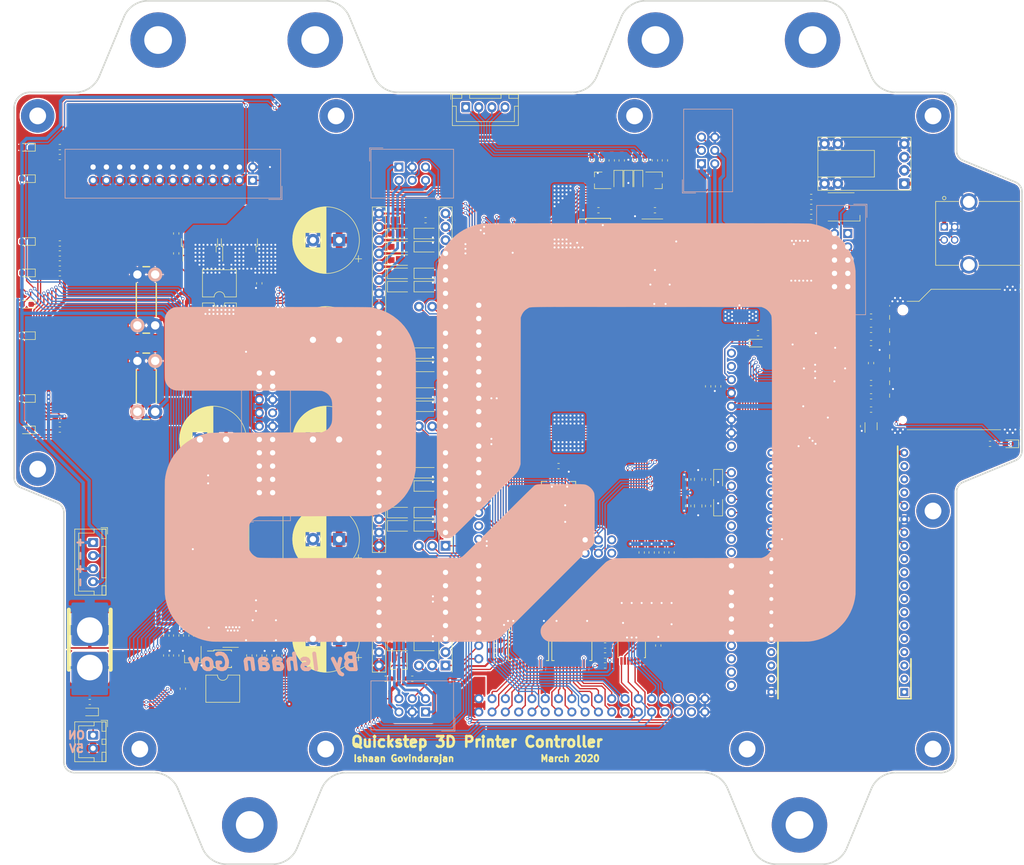
<source format=kicad_pcb>
(kicad_pcb (version 20171130) (host pcbnew "(5.1.4)-1")
  (layers (0 F.Cu signal) (31 B.Cu signal) (34 B.Paste user) (35 F.Paste user) (36 B.SilkS user) (37 F.SilkS user) (38 B.Mask user) (39 F.Mask user) (44 Edge.Cuts user))
  (net 0 "")
  (net 1 +3V3)
  (net 2 GND)
  (net 3 /qs_bed_conn/THERM+)
  (net 4 /THERM+)
  (net 5 "Net-(C401-Pad1)")
  (net 6 "Net-(C402-Pad1)")
  (net 7 "Net-(C403-Pad1)")
  (net 8 "Net-(C404-Pad1)")
  (net 9 /qs_Processors/DUE_RESET)
  (net 10 "Net-(C407-Pad2)")
  (net 11 "Net-(C408-Pad2)")
  (net 12 +5V)
  (net 13 VCC)
  (net 14 VBUS)
  (net 15 "Net-(C801-Pad2)")
  (net 16 +12V)
  (net 17 "Net-(C804-Pad2)")
  (net 18 "Net-(C805-Pad2)")
  (net 19 "Net-(C806-Pad2)")
  (net 20 "Net-(C807-Pad2)")
  (net 21 "Net-(C1201-Pad1)")
  (net 22 "Net-(C1202-Pad1)")
  (net 23 "Net-(D201-Pad2)")
  (net 24 "Net-(D202-Pad2)")
  (net 25 /qs_SD_Interface/CARD_DETECT)
  (net 26 /qs_Temp_Control/BED_THERM)
  (net 27 /qs_Processors/DUE_EXT_THERM)
  (net 28 /qs_Processors/X_STOP)
  (net 29 /qs_Processors/Y_STOP)
  (net 30 /qs_Processors/Z_STOP)
  (net 31 /qs_Processors/FIL_RUNOUT)
  (net 32 /qs_Processors/DUE_PSON)
  (net 33 "Net-(D501-Pad6)")
  (net 34 "Net-(D501-Pad5)")
  (net 35 "Net-(D501-Pad4)")
  (net 36 /qs_ymotor_fil/YMOT_2A)
  (net 37 /qs_ymotor_fil/YMOT_1A)
  (net 38 /qs_ymotor_fil/YMOT_2B)
  (net 39 /qs_ymotor_fil/YMOT_1B)
  (net 40 /qs_zmotor_stop/ZMOT_2A)
  (net 41 /qs_zmotor_stop/ZMOT_1A)
  (net 42 /qs_zmotor_stop/ZMOT_2B)
  (net 43 /qs_zmotor_stop/ZMOT_1B)
  (net 44 /qs_gantry_conn/EXT_1A)
  (net 45 /qs_gantry_conn/EXT_1B)
  (net 46 /qs_Drivers/X_1A)
  (net 47 /qs_Drivers/X_1B)
  (net 48 /qs_gantry_conn/EXT_2A)
  (net 49 /qs_gantry_conn/EXT_2B)
  (net 50 /qs_Drivers/X_2A)
  (net 51 /qs_Drivers/X_2B)
  (net 52 /qs_Switches/E_PS_ON_IN)
  (net 53 /qs_Switches/E_PS_ON_OUT)
  (net 54 /qs_Switches/E_RST_IN)
  (net 55 /qs_Switches/E_RST_OUT)
  (net 56 /qs_SD_Interface/D2)
  (net 57 /qs_SD_Interface/D1)
  (net 58 /qs_SD_Interface/D0)
  (net 59 /qs_SD_Interface/CLK)
  (net 60 /qs_SD_Interface/CMD)
  (net 61 /qs_SD_Interface/D3)
  (net 62 /FIL_SEN+)
  (net 63 /Z_STOP+)
  (net 64 /qs_bed_conn/BED-)
  (net 65 /qs_I2C_LEDs/LDA)
  (net 66 /qs_I2C_LEDs/B_DRAIN)
  (net 67 /qs_I2C_LEDs/LCL)
  (net 68 /qs_I2C_LEDs/G_DRAIN)
  (net 69 "Net-(J1201-Pad5)")
  (net 70 /qs_LCD/LED_RED)
  (net 71 "Net-(J1201-Pad3)")
  (net 72 /Y_STOP+)
  (net 73 /EXT-)
  (net 74 /X_STOP+)
  (net 75 /PRINT_FAN-)
  (net 76 "Net-(Q301-Pad1)")
  (net 77 "Net-(Q302-Pad1)")
  (net 78 "Net-(Q303-Pad1)")
  (net 79 "Net-(Q501-Pad1)")
  (net 80 "Net-(Q502-Pad1)")
  (net 81 "Net-(Q503-Pad1)")
  (net 82 "Net-(Q701-Pad1)")
  (net 83 "Net-(Q801-Pad3)")
  (net 84 /qs_power/EN_CONV)
  (net 85 "Net-(Q802-Pad1)")
  (net 86 /qs_Processors/ESP_SD_SEL)
  (net 87 /qs_SD_Interface/DUE_CS)
  (net 88 "Net-(R301-Pad1)")
  (net 89 "Net-(R302-Pad1)")
  (net 90 /qs_Processors/DUE_PC_FAN)
  (net 91 "Net-(R304-Pad1)")
  (net 92 "Net-(R306-Pad1)")
  (net 93 /qs_I2C_LEDs/DUE_SCL)
  (net 94 /qs_I2C_LEDs/DUE_SDA)
  (net 95 "Net-(R503-Pad2)")
  (net 96 "Net-(R504-Pad1)")
  (net 97 "Net-(R505-Pad1)")
  (net 98 /qs_Processors/DUE_LED_RED)
  (net 99 /qs_Processors/DUE_LED_GREEN)
  (net 100 /qs_I2C_LEDs/B_PWM)
  (net 101 /qs_Drivers/BUF_XCS)
  (net 102 /qs_Drivers/BUF_YCS)
  (net 103 /qs_Drivers/BUF_ZCS)
  (net 104 /qs_Drivers/BUF_ECS)
  (net 105 /qs_Drivers/BUF_XEN)
  (net 106 /qs_Drivers/BUF_YEN)
  (net 107 /qs_Drivers/BUF_ZEN)
  (net 108 /qs_Drivers/BUF_EEN)
  (net 109 /qs_Drivers/DUE_VMOT_GOOD)
  (net 110 "Net-(R802-Pad2)")
  (net 111 "Net-(R804-Pad2)")
  (net 112 "Net-(R807-Pad2)")
  (net 113 "Net-(R812-Pad1)")
  (net 114 "Net-(R813-Pad1)")
  (net 115 "Net-(R815-Pad2)")
  (net 116 /qs_Drivers/DUE_SCK)
  (net 117 /qs_Drivers/DUE_MOSI)
  (net 118 /qs_Drivers/DUE_MISO)
  (net 119 /qs_SD_Interface/DUE_CD)
  (net 120 /qs_Temp_Control/BED_HEAT)
  (net 121 /qs_Processors/DUE_EXT_HEAT)
  (net 122 /ENC_A)
  (net 123 /ENC_B)
  (net 124 /qs_Drivers/XDIAG0)
  (net 125 /qs_Drivers/XDIAG1)
  (net 126 /qs_Drivers/BUF_XDIR)
  (net 127 /qs_Drivers/BUF_XSTEP)
  (net 128 /qs_Drivers/_MISO)
  (net 129 /qs_Drivers/_SCK)
  (net 130 /qs_Drivers/_MOSI)
  (net 131 /qs_Drivers/YDIAG0)
  (net 132 /qs_Drivers/YDIAG1)
  (net 133 /qs_Drivers/BUF_YDIR)
  (net 134 /qs_Drivers/BUF_YSTEP)
  (net 135 /qs_Drivers/ZDIAG0)
  (net 136 /qs_Drivers/ZDIAG1)
  (net 137 /qs_Drivers/BUF_ZDIR)
  (net 138 /qs_Drivers/BUF_ZSTEP)
  (net 139 /qs_Drivers/EDIAG0)
  (net 140 /qs_Drivers/EDIAG1)
  (net 141 /qs_Drivers/BUF_EDIR)
  (net 142 /qs_Drivers/BUF_ESTEP)
  (net 143 /qs_Drivers/XCS)
  (net 144 /qs_Drivers/XSTEP)
  (net 145 /qs_Drivers/XDIR)
  (net 146 /qs_Drivers/XEN)
  (net 147 /qs_Drivers/YCS)
  (net 148 /qs_Drivers/YSTEP)
  (net 149 /qs_Drivers/YDIR)
  (net 150 /qs_Drivers/YEN)
  (net 151 /qs_Drivers/ZCS)
  (net 152 /qs_Drivers/ZSTEP)
  (net 153 /qs_Drivers/ZDIR)
  (net 154 /qs_Drivers/ZEN)
  (net 155 /qs_Drivers/ECS)
  (net 156 /qs_Drivers/ESTEP)
  (net 157 /qs_Drivers/EDIR)
  (net 158 /qs_Drivers/EEN)
  (net 159 /qs_Drivers/VMOT_GOOD)
  (net 160 /qs_Processors/D+)
  (net 161 /qs_Processors/D-)
  (net 162 "Net-(J601-Pad1)")
  (net 163 /ATX_Connections/PS_ON)
  (net 164 /qs_Processors/ESP_CMD)
  (net 165 /qs_Processors/ESP_D3)
  (net 166 /qs_Processors/ESP_CLK)
  (net 167 /qs_Processors/ESP_D2)
  (net 168 /qs_Processors/ESP_D1)
  (net 169 /qs_Processors/ESP_D0)
  (net 170 /qs_Processors/ESP_CD)
  (net 171 /qs_Processors/ESP_TX)
  (net 172 /qs_Processors/ESP_RX)
  (net 173 VPP)
  (net 174 /ATX_Connections/LINE_IN)
  (net 175 /qs_power/SWITCH)
  (net 176 /qs_power/SENSE)
  (net 177 "Net-(D301-Pad1)")
  (net 178 "Net-(D302-Pad1)")
  (net 179 "Net-(D405-Pad1)")
  (net 180 "Net-(D406-Pad1)")
  (net 181 "Net-(D407-Pad1)")
  (net 182 "Net-(D408-Pad1)")
  (net 183 "Net-(D409-Pad2)")
  (net 184 "Net-(D410-Pad2)")
  (net 185 "Net-(D702-Pad1)")
  (net 186 "Net-(D703-Pad1)")
  (net 187 "Net-(R713-Pad2)")
  (net 188 "Net-(R715-Pad1)")
  (module Custom-Electromechanical:XT60-Male (layer F.Cu) (at 154.445 216.345 270)
    (fp_text reference J1503 hide)
    (fp_text value Conn_XT hide)
    (pad + thru_hole roundrect (at -3.575 0 270) (size 6 7) (drill 4.9) (layers *.Cu *.Mask) (roundrect_rratio 0.1) (net 174 /ATX_Connections/LINE_IN))
    (pad - thru_hole roundrect (at 3.575 0 90) (size 6 7) (drill 4.9) (layers *.Cu *.Mask) (roundrect_rratio 0.1) (net 2 GND))
    (pad + smd roundrect (at -7.35 0 90) (size 3 7) (layers B.Cu B.Mask) (roundrect_rratio 0.1) (net 174 /ATX_Connections/LINE_IN))
    (pad - smd roundrect (at 7.35 0 90) (size 3 7) (layers B.Cu B.Mask) (roundrect_rratio 0.1) (net 2 GND))
  )
  (module Custom-Graphics:qs_logo (layer B.Cu) (at 234.75 175 180)
    (fp_text reference G101 hide)
    (fp_text value "Quickstep Logo" hide)
  )
  (module Daughterboards:USB_Adapter (layer F.Cu) (at 304.305 123.635)
    (fp_text reference J601 hide)
    (fp_text value USB_A hide)
    (pad 5 thru_hole circle (at -6.985 3.81) (size 2.032 2.032) (drill 1.016) (layers *.Cu *.Mask) (net 2 GND))
    (pad 5 thru_hole circle (at -9.525 3.81) (size 2.032 2.032) (drill 1.016) (layers *.Cu *.Mask) (net 2 GND))
    (pad 5 thru_hole circle (at -6.985 -3.81) (size 2.032 2.032) (drill 1.016) (layers *.Cu *.Mask) (net 2 GND))
    (pad 5 thru_hole circle (at -9.525 -3.81) (size 2.032 2.032) (drill 1.016) (layers *.Cu *.Mask) (net 2 GND))
    (pad 4 thru_hole circle (at 5.715 -3.81) (size 2.032 2.032) (drill 1.016) (layers *.Cu *.Mask) (net 2 GND))
    (pad 3 thru_hole circle (at 5.715 -1.27) (size 2.032 2.032) (drill 1.016) (layers *.Cu *.Mask) (net 160 /qs_Processors/D+))
    (pad 2 thru_hole circle (at 5.715 1.27) (size 2.032 2.032) (drill 1.016) (layers *.Cu *.Mask) (net 161 /qs_Processors/D-))
    (pad 1 thru_hole roundrect (at 5.715 3.81) (size 2.032 2.032) (drill 1.016) (layers *.Cu *.Mask) (roundrect_rratio 0.125) (net 162 "Net-(J601-Pad1)"))
  )
  (module Daughterboards:ESP32 (layer F.Cu) (at 297.32 201.74 180)
    (fp_text reference U601 hide)
    (fp_text value ESP-32_DEVBOARD hide)
    (pad 38 thru_hole circle (at 12.7 -22.86 180) (size 1.524 1.524) (drill 0.762) (layers *.Cu *.Mask) (net 2 GND))
    (pad 37 thru_hole circle (at 12.7 -20.32 180) (size 1.524 1.524) (drill 0.762) (layers *.Cu *.Mask))
    (pad 36 thru_hole circle (at 12.7 -17.78 180) (size 1.524 1.524) (drill 0.762) (layers *.Cu *.Mask))
    (pad 35 thru_hole circle (at 12.7 -15.24 180) (size 1.524 1.524) (drill 0.762) (layers *.Cu *.Mask))
    (pad 34 thru_hole circle (at 12.7 -12.7 180) (size 1.524 1.524) (drill 0.762) (layers *.Cu *.Mask))
    (pad 33 thru_hole circle (at 12.7 -10.16 180) (size 1.524 1.524) (drill 0.762) (layers *.Cu *.Mask))
    (pad 32 thru_hole circle (at 12.7 -7.62 180) (size 1.524 1.524) (drill 0.762) (layers *.Cu *.Mask) (net 2 GND))
    (pad 31 thru_hole circle (at 12.7 -5.08 180) (size 1.524 1.524) (drill 0.762) (layers *.Cu *.Mask))
    (pad 30 thru_hole circle (at 12.7 -2.54 180) (size 1.524 1.524) (drill 0.762) (layers *.Cu *.Mask))
    (pad 29 thru_hole circle (at 12.7 0 180) (size 1.524 1.524) (drill 0.762) (layers *.Cu *.Mask) (net 170 /qs_Processors/ESP_CD))
    (pad 28 thru_hole circle (at 12.7 2.54 180) (size 1.524 1.524) (drill 0.762) (layers *.Cu *.Mask) (net 171 /qs_Processors/ESP_TX))
    (pad 27 thru_hole circle (at 12.7 5.08 180) (size 1.524 1.524) (drill 0.762) (layers *.Cu *.Mask) (net 172 /qs_Processors/ESP_RX))
    (pad 26 thru_hole circle (at 12.7 7.62 180) (size 1.524 1.524) (drill 0.762) (layers *.Cu *.Mask) (net 168 /qs_Processors/ESP_D1))
    (pad 25 thru_hole circle (at 12.7 10.16 180) (size 1.524 1.524) (drill 0.762) (layers *.Cu *.Mask) (net 86 /qs_Processors/ESP_SD_SEL))
    (pad 24 thru_hole circle (at 12.7 12.7 180) (size 1.524 1.524) (drill 0.762) (layers *.Cu *.Mask) (net 169 /qs_Processors/ESP_D0))
    (pad 23 thru_hole circle (at 12.7 15.24 180) (size 1.524 1.524) (drill 0.762) (layers *.Cu *.Mask) (net 164 /qs_Processors/ESP_CMD))
    (pad 22 thru_hole circle (at 12.7 17.78 180) (size 1.524 1.524) (drill 0.762) (layers *.Cu *.Mask))
    (pad 21 thru_hole circle (at 12.7 20.32 180) (size 1.524 1.524) (drill 0.762) (layers *.Cu *.Mask))
    (pad 20 thru_hole circle (at 12.7 22.86 180) (size 1.524 1.524) (drill 0.762) (layers *.Cu *.Mask))
    (pad 19 thru_hole circle (at -12.7 22.86 180) (size 1.524 1.524) (drill 0.762) (layers *.Cu *.Mask) (net 12 +5V))
    (pad 18 thru_hole circle (at -12.7 20.32 180) (size 1.524 1.524) (drill 0.762) (layers *.Cu *.Mask))
    (pad 17 thru_hole circle (at -12.7 17.78 180) (size 1.524 1.524) (drill 0.762) (layers *.Cu *.Mask))
    (pad 16 thru_hole circle (at -12.7 15.24 180) (size 1.524 1.524) (drill 0.762) (layers *.Cu *.Mask))
    (pad 15 thru_hole circle (at -12.7 12.7 180) (size 1.524 1.524) (drill 0.762) (layers *.Cu *.Mask) (net 165 /qs_Processors/ESP_D3))
    (pad 14 thru_hole circle (at -12.7 10.16 180) (size 1.524 1.524) (drill 0.762) (layers *.Cu *.Mask) (net 2 GND))
    (pad 13 thru_hole circle (at -12.7 7.62 180) (size 1.524 1.524) (drill 0.762) (layers *.Cu *.Mask) (net 167 /qs_Processors/ESP_D2))
    (pad 12 thru_hole circle (at -12.7 5.08 180) (size 1.524 1.524) (drill 0.762) (layers *.Cu *.Mask) (net 166 /qs_Processors/ESP_CLK))
    (pad 11 thru_hole circle (at -12.7 2.54 180) (size 1.524 1.524) (drill 0.762) (layers *.Cu *.Mask))
    (pad 10 thru_hole circle (at -12.7 0 180) (size 1.524 1.524) (drill 0.762) (layers *.Cu *.Mask))
    (pad 9 thru_hole circle (at -12.7 -2.54 180) (size 1.524 1.524) (drill 0.762) (layers *.Cu *.Mask))
    (pad 8 thru_hole circle (at -12.7 -5.08 180) (size 1.524 1.524) (drill 0.762) (layers *.Cu *.Mask))
    (pad 7 thru_hole circle (at -12.7 -7.62 180) (size 1.524 1.524) (drill 0.762) (layers *.Cu *.Mask))
    (pad 6 thru_hole circle (at -12.7 -10.16 180) (size 1.524 1.524) (drill 0.762) (layers *.Cu *.Mask))
    (pad 5 thru_hole circle (at -12.7 -12.7 180) (size 1.524 1.524) (drill 0.762) (layers *.Cu *.Mask))
    (pad 4 thru_hole circle (at -12.7 -15.24 180) (size 1.524 1.524) (drill 0.762) (layers *.Cu *.Mask))
    (pad 3 thru_hole circle (at -12.7 -17.78 180) (size 1.524 1.524) (drill 0.762) (layers *.Cu *.Mask))
    (pad 2 thru_hole circle (at -12.7 -20.32 180) (size 1.524 1.524) (drill 0.762) (layers *.Cu *.Mask))
    (pad 1 thru_hole rect (at -12.7 -22.86 180) (size 1.524 1.524) (drill 0.762) (layers *.Cu *.Mask))
  )
  (module Resistor_SMD:R_0603_1608Metric_Pad1.05x0.95mm_HandSolder (layer F.Cu) (at 218.58 134.43)
    (fp_text reference R712 hide)
    (fp_text value 1K hide)
    (pad 2 smd roundrect (at 0.875 0) (size 1.05 0.95) (layers F.Cu F.Paste F.Mask) (net 2 GND))
    (pad 1 smd roundrect (at -0.875 0) (size 1.05 0.95) (layers F.Cu F.Paste F.Mask) (net 13 VCC))
  )
  (module MountingHole:MountingHole_5.3mm_M5_Pad (layer F.Cu) (at 185 250)
    (fp_text reference H116 hide)
    (fp_text value M5 hide)
    (pad 1 thru_hole circle (at 0 0) (size 10.6 10.6) (drill 5.3) (layers *.Cu *.Mask))
  )
  (module MountingHole:MountingHole_5.3mm_M5_Pad (layer F.Cu) (at 290 250)
    (fp_text reference H115 hide)
    (fp_text value M5 hide)
    (pad 1 thru_hole circle (at 0 0) (size 10.6 10.6) (drill 5.3) (layers *.Cu *.Mask))
  )
  (module MountingHole:MountingHole_5.3mm_M5_Pad (layer F.Cu) (at 167.5 100)
    (fp_text reference H114 hide)
    (fp_text value M5 hide)
    (pad 1 thru_hole circle (at 0 0) (size 10.6 10.6) (drill 5.3) (layers *.Cu *.Mask))
  )
  (module MountingHole:MountingHole_5.3mm_M5_Pad (layer F.Cu) (at 262.5 100)
    (fp_text reference H113 hide)
    (fp_text value M5 hide)
    (pad 1 thru_hole circle (at 0 0) (size 10.6 10.6) (drill 5.3) (layers *.Cu *.Mask))
  )
  (module MountingHole:MountingHole_5.3mm_M5_Pad (layer F.Cu) (at 197.5 100)
    (fp_text reference H112 hide)
    (fp_text value M5 hide)
    (pad 1 thru_hole circle (at 0 0) (size 10.6 10.6) (drill 5.3) (layers *.Cu *.Mask))
  )
  (module MountingHole:MountingHole_5.3mm_M5_Pad (layer F.Cu) (at 292.5 100)
    (fp_text reference H111 hide)
    (fp_text value M5 hide)
    (pad 1 thru_hole circle (at 0 0) (size 10.6 10.6) (drill 5.3) (layers *.Cu *.Mask))
  )
  (module MountingHole:MountingHole_3.2mm_M3_Pad (layer F.Cu) (at 144.5 182)
    (fp_text reference H110 hide)
    (fp_text value M3 hide)
    (pad 1 thru_hole circle (at 0 0) (size 6.4 6.4) (drill 3.2) (layers *.Cu *.Mask))
  )
  (module MountingHole:MountingHole_3.2mm_M3_Pad (layer F.Cu) (at 315.5 190)
    (fp_text reference H109 hide)
    (fp_text value M3 hide)
    (pad 1 thru_hole circle (at 0 0) (size 6.4 6.4) (drill 3.2) (layers *.Cu *.Mask))
  )
  (module MountingHole:MountingHole_3.2mm_M3_Pad (layer F.Cu) (at 280 235.5)
    (fp_text reference H108 hide)
    (fp_text value M3 hide)
    (pad 1 thru_hole circle (at 0 0) (size 6.4 6.4) (drill 3.2) (layers *.Cu *.Mask))
  )
  (module MountingHole:MountingHole_3.2mm_M3_Pad (layer F.Cu) (at 144.5 114.5)
    (fp_text reference H107 hide)
    (fp_text value M3 hide)
    (pad 1 thru_hole circle (at 0 0) (size 6.4 6.4) (drill 3.2) (layers *.Cu *.Mask))
  )
  (module MountingHole:MountingHole_3.2mm_M3_Pad (layer F.Cu) (at 164 235.5)
    (fp_text reference H106 hide)
    (fp_text value M3 hide)
    (pad 1 thru_hole circle (at 0 0) (size 6.4 6.4) (drill 3.2) (layers *.Cu *.Mask))
  )
  (module MountingHole:MountingHole_3.2mm_M3_Pad (layer F.Cu) (at 315.5 235.5)
    (fp_text reference H105 hide)
    (fp_text value M3 hide)
    (pad 1 thru_hole circle (at 0 0) (size 6.4 6.4) (drill 3.2) (layers *.Cu *.Mask))
  )
  (module MountingHole:MountingHole_3.2mm_M3_Pad (layer F.Cu) (at 201.5 114.5)
    (fp_text reference H104 hide)
    (fp_text value M3 hide)
    (pad 1 thru_hole circle (at 0 0) (size 6.4 6.4) (drill 3.2) (layers *.Cu *.Mask))
  )
  (module MountingHole:MountingHole_3.2mm_M3_Pad (layer F.Cu) (at 199.5 235.5)
    (fp_text reference H103 hide)
    (fp_text value M3 hide)
    (pad 1 thru_hole circle (at 0 0) (size 6.4 6.4) (drill 3.2) (layers *.Cu *.Mask))
  )
  (module MountingHole:MountingHole_3.2mm_M3_Pad (layer F.Cu) (at 258.5 114.5)
    (fp_text reference H102 hide)
    (fp_text value M3 hide)
    (pad 1 thru_hole circle (at 0 0) (size 6.4 6.4) (drill 3.2) (layers *.Cu *.Mask))
  )
  (module MountingHole:MountingHole_3.2mm_M3_Pad (layer F.Cu) (at 315.5 114.5)
    (fp_text reference H101 hide)
    (fp_text value M3 hide)
    (pad 1 thru_hole circle (at 0 0) (size 6.4 6.4) (drill 3.2) (layers *.Cu *.Mask))
  )
  (module LED_SMD:LED_0603_1608Metric_Pad1.05x0.95mm_HandSolder (layer F.Cu) (at 142.38 156.5 180)
    (fp_text reference D408 hide)
    (fp_text value RED hide)
    (pad 2 smd roundrect (at 0.875 0 180) (size 1.05 0.95) (layers F.Cu F.Paste F.Mask) (net 31 /qs_Processors/FIL_RUNOUT))
    (pad 1 smd roundrect (at -0.875 0 180) (size 1.05 0.95) (layers F.Cu F.Paste F.Mask) (net 182 "Net-(D408-Pad1)"))
  )
  (module Connector_JST:JST_XH_B4B-XH-A_1x04_P2.50mm_Vertical (layer F.Cu) (at 155.08 196.025 270)
    (fp_text reference J1502 hide)
    (fp_text value Conn_01x04 hide)
    (pad 4 thru_hole oval (at 7.5 0 270) (size 1.7 1.95) (drill 0.95) (layers *.Cu *.Mask) (net 2 GND))
    (pad 3 thru_hole oval (at 5 0 270) (size 1.7 1.95) (drill 0.95) (layers *.Cu *.Mask) (net 16 +12V))
    (pad 2 thru_hole oval (at 2.5 0 270) (size 1.7 1.95) (drill 0.95) (layers *.Cu *.Mask) (net 2 GND))
    (pad 1 thru_hole roundrect (at 0 0 270) (size 1.7 1.95) (drill 0.95) (layers *.Cu *.Mask) (roundrect_rratio 0.147059) (net 16 +12V))
  )
  (module Resistor_SMD:R_0603_1608Metric_Pad1.05x0.95mm_HandSolder (layer F.Cu) (at 148.73 172.53 180)
    (fp_text reference R711 hide)
    (fp_text value 390 hide)
    (pad 2 smd roundrect (at 0.875 0 180) (size 1.05 0.95) (layers F.Cu F.Paste F.Mask) (net 186 "Net-(D703-Pad1)"))
    (pad 1 smd roundrect (at -0.875 0 180) (size 1.05 0.95) (layers F.Cu F.Paste F.Mask) (net 2 GND))
  )
  (module Resistor_SMD:R_0603_1608Metric_Pad1.05x0.95mm_HandSolder (layer F.Cu) (at 148.73 174.435 180)
    (fp_text reference R709 hide)
    (fp_text value 390 hide)
    (pad 2 smd roundrect (at 0.875 0 180) (size 1.05 0.95) (layers F.Cu F.Paste F.Mask) (net 185 "Net-(D702-Pad1)"))
    (pad 1 smd roundrect (at -0.875 0 180) (size 1.05 0.95) (layers F.Cu F.Paste F.Mask) (net 109 /qs_Drivers/DUE_VMOT_GOOD))
  )
  (module Resistor_SMD:R_0603_1608Metric_Pad1.05x0.95mm_HandSolder (layer F.Cu) (at 154.445 226.505)
    (fp_text reference R417 hide)
    (fp_text value 1K hide)
    (pad 2 smd roundrect (at 0.875 0) (size 1.05 0.95) (layers F.Cu F.Paste F.Mask) (net 1 +3V3))
    (pad 1 smd roundrect (at -0.875 0) (size 1.05 0.95) (layers F.Cu F.Paste F.Mask) (net 184 "Net-(D410-Pad2)"))
  )
  (module Resistor_SMD:R_0603_1608Metric_Pad1.05x0.95mm_HandSolder (layer F.Cu) (at 282.08 156.02 180)
    (fp_text reference R413 hide)
    (fp_text value 1K hide)
    (pad 2 smd roundrect (at 0.875 0 180) (size 1.05 0.95) (layers F.Cu F.Paste F.Mask) (net 1 +3V3))
    (pad 1 smd roundrect (at -0.875 0 180) (size 1.05 0.95) (layers F.Cu F.Paste F.Mask) (net 183 "Net-(D409-Pad2)"))
  )
  (module Resistor_SMD:R_0603_1608Metric_Pad1.05x0.95mm_HandSolder (layer F.Cu) (at 148.73 144.59 180)
    (fp_text reference R412 hide)
    (fp_text value 1K hide)
    (pad 2 smd roundrect (at 0.875 0 180) (size 1.05 0.95) (layers F.Cu F.Paste F.Mask) (net 182 "Net-(D408-Pad1)"))
    (pad 1 smd roundrect (at -0.875 0 180) (size 1.05 0.95) (layers F.Cu F.Paste F.Mask) (net 2 GND))
  )
  (module Resistor_SMD:R_0603_1608Metric_Pad1.05x0.95mm_HandSolder (layer F.Cu) (at 148.73 142.685 180)
    (fp_text reference R411 hide)
    (fp_text value 1K hide)
    (pad 2 smd roundrect (at 0.875 0 180) (size 1.05 0.95) (layers F.Cu F.Paste F.Mask) (net 181 "Net-(D407-Pad1)"))
    (pad 1 smd roundrect (at -0.875 0 180) (size 1.05 0.95) (layers F.Cu F.Paste F.Mask) (net 2 GND))
  )
  (module Resistor_SMD:R_0603_1608Metric_Pad1.05x0.95mm_HandSolder (layer F.Cu) (at 148.73 140.78 180)
    (fp_text reference R410 hide)
    (fp_text value 1K hide)
    (pad 2 smd roundrect (at 0.875 0 180) (size 1.05 0.95) (layers F.Cu F.Paste F.Mask) (net 180 "Net-(D406-Pad1)"))
    (pad 1 smd roundrect (at -0.875 0 180) (size 1.05 0.95) (layers F.Cu F.Paste F.Mask) (net 2 GND))
  )
  (module Resistor_SMD:R_0603_1608Metric_Pad1.05x0.95mm_HandSolder (layer F.Cu) (at 148.73 138.875 180)
    (fp_text reference R409 hide)
    (fp_text value 1K hide)
    (pad 2 smd roundrect (at 0.875 0 180) (size 1.05 0.95) (layers F.Cu F.Paste F.Mask) (net 179 "Net-(D405-Pad1)"))
    (pad 1 smd roundrect (at -0.875 0 180) (size 1.05 0.95) (layers F.Cu F.Paste F.Mask) (net 2 GND))
  )
  (module Resistor_SMD:R_0603_1608Metric_Pad1.05x0.95mm_HandSolder (layer F.Cu) (at 148.73 120.46)
    (fp_text reference R310 hide)
    (fp_text value 4K7 hide)
    (pad 2 smd roundrect (at 0.875 0) (size 1.05 0.95) (layers F.Cu F.Paste F.Mask) (net 64 /qs_bed_conn/BED-))
    (pad 1 smd roundrect (at -0.875 0) (size 1.05 0.95) (layers F.Cu F.Paste F.Mask) (net 178 "Net-(D302-Pad1)"))
  )
  (module Resistor_SMD:R_0603_1608Metric_Pad1.05x0.95mm_HandSolder (layer F.Cu) (at 148.73 122.365)
    (fp_text reference R309 hide)
    (fp_text value 4K7 hide)
    (pad 2 smd roundrect (at 0.875 0) (size 1.05 0.95) (layers F.Cu F.Paste F.Mask) (net 73 /EXT-))
    (pad 1 smd roundrect (at -0.875 0) (size 1.05 0.95) (layers F.Cu F.Paste F.Mask) (net 177 "Net-(D301-Pad1)"))
  )
  (module LED_SMD:LED_0603_1608Metric_Pad1.05x0.95mm_HandSolder (layer F.Cu) (at 142.38 168.5 180)
    (fp_text reference D703 hide)
    (fp_text value RED hide)
    (pad 2 smd roundrect (at 0.875 0 180) (size 1.05 0.95) (layers F.Cu F.Paste F.Mask) (net 13 VCC))
    (pad 1 smd roundrect (at -0.875 0 180) (size 1.05 0.95) (layers F.Cu F.Paste F.Mask) (net 186 "Net-(D703-Pad1)"))
  )
  (module LED_SMD:LED_0603_1608Metric_Pad1.05x0.95mm_HandSolder (layer F.Cu) (at 142.38 174.5 180)
    (fp_text reference D702 hide)
    (fp_text value RED hide)
    (pad 2 smd roundrect (at 0.875 0 180) (size 1.05 0.95) (layers F.Cu F.Paste F.Mask) (net 1 +3V3))
    (pad 1 smd roundrect (at -0.875 0 180) (size 1.05 0.95) (layers F.Cu F.Paste F.Mask) (net 185 "Net-(D702-Pad1)"))
  )
  (module LED_SMD:LED_0603_1608Metric_Pad1.05x0.95mm_HandSolder (layer F.Cu) (at 154.445 228.41 180)
    (fp_text reference D410 hide)
    (fp_text value RED hide)
    (pad 2 smd roundrect (at 0.875 0 180) (size 1.05 0.95) (layers F.Cu F.Paste F.Mask) (net 184 "Net-(D410-Pad2)"))
    (pad 1 smd roundrect (at -0.875 0 180) (size 1.05 0.95) (layers F.Cu F.Paste F.Mask) (net 163 /ATX_Connections/PS_ON))
  )
  (module LED_SMD:LED_0603_1608Metric_Pad1.05x0.95mm_HandSolder (layer F.Cu) (at 282.08 157.925)
    (fp_text reference D409 hide)
    (fp_text value RED hide)
    (pad 2 smd roundrect (at 0.875 0) (size 1.05 0.95) (layers F.Cu F.Paste F.Mask) (net 183 "Net-(D409-Pad2)"))
    (pad 1 smd roundrect (at -0.875 0) (size 1.05 0.95) (layers F.Cu F.Paste F.Mask) (net 9 /qs_Processors/DUE_RESET))
  )
  (module LED_SMD:LED_0603_1608Metric_Pad1.05x0.95mm_HandSolder (layer F.Cu) (at 142.38 150.5 180)
    (fp_text reference D407 hide)
    (fp_text value RED hide)
    (pad 2 smd roundrect (at 0.875 0 180) (size 1.05 0.95) (layers F.Cu F.Paste F.Mask) (net 30 /qs_Processors/Z_STOP))
    (pad 1 smd roundrect (at -0.875 0 180) (size 1.05 0.95) (layers F.Cu F.Paste F.Mask) (net 181 "Net-(D407-Pad1)"))
  )
  (module LED_SMD:LED_0603_1608Metric_Pad1.05x0.95mm_HandSolder (layer F.Cu) (at 142.38 144.5 180)
    (fp_text reference D406 hide)
    (fp_text value RED hide)
    (pad 2 smd roundrect (at 0.875 0 180) (size 1.05 0.95) (layers F.Cu F.Paste F.Mask) (net 29 /qs_Processors/Y_STOP))
    (pad 1 smd roundrect (at -0.875 0 180) (size 1.05 0.95) (layers F.Cu F.Paste F.Mask) (net 180 "Net-(D406-Pad1)"))
  )
  (module LED_SMD:LED_0603_1608Metric_Pad1.05x0.95mm_HandSolder (layer F.Cu) (at 142.38 138.5 180)
    (fp_text reference D405 hide)
    (fp_text value RED hide)
    (pad 2 smd roundrect (at 0.875 0 180) (size 1.05 0.95) (layers F.Cu F.Paste F.Mask) (net 28 /qs_Processors/X_STOP))
    (pad 1 smd roundrect (at -0.875 0 180) (size 1.05 0.95) (layers F.Cu F.Paste F.Mask) (net 179 "Net-(D405-Pad1)"))
  )
  (module LED_SMD:LED_0603_1608Metric_Pad1.05x0.95mm_HandSolder (layer F.Cu) (at 142.38 120.5 180)
    (fp_text reference D302 hide)
    (fp_text value RED hide)
    (pad 2 smd roundrect (at 0.875 0 180) (size 1.05 0.95) (layers F.Cu F.Paste F.Mask) (net 173 VPP))
    (pad 1 smd roundrect (at -0.875 0 180) (size 1.05 0.95) (layers F.Cu F.Paste F.Mask) (net 178 "Net-(D302-Pad1)"))
  )
  (module LED_SMD:LED_0603_1608Metric_Pad1.05x0.95mm_HandSolder (layer F.Cu) (at 142.38 126.5 180)
    (fp_text reference D301 hide)
    (fp_text value RED hide)
    (pad 2 smd roundrect (at 0.875 0 180) (size 1.05 0.95) (layers F.Cu F.Paste F.Mask) (net 16 +12V))
    (pad 1 smd roundrect (at -0.875 0 180) (size 1.05 0.95) (layers F.Cu F.Paste F.Mask) (net 177 "Net-(D301-Pad1)"))
  )
  (module Daughterboards:Arduino_Due_Shield_noHolesSilk (layer B.Cu) (at 279.54 131.89 270)
    (fp_text reference XA601 hide)
    (fp_text value Arduino_Due_Shield hide)
    (pad RST2 thru_hole oval (at 63.627 25.4 270) (size 1.7272 1.7272) (drill 1.016) (layers *.Cu *.Mask))
    (pad GND4 thru_hole oval (at 66.167 25.4 270) (size 1.7272 1.7272) (drill 1.016) (layers *.Cu *.Mask))
    (pad MOSI thru_hole oval (at 66.167 27.94 270) (size 1.7272 1.7272) (drill 1.016) (layers *.Cu *.Mask) (net 117 /qs_Drivers/DUE_MOSI))
    (pad SCK thru_hole oval (at 63.627 27.94 270) (size 1.7272 1.7272) (drill 1.016) (layers *.Cu *.Mask) (net 116 /qs_Drivers/DUE_SCK))
    (pad 5V2 thru_hole oval (at 66.167 30.48 270) (size 1.7272 1.7272) (drill 1.016) (layers *.Cu *.Mask))
    (pad A0 thru_hole oval (at 50.8 2.54 270) (size 1.7272 1.7272) (drill 1.016) (layers *.Cu *.Mask) (net 26 /qs_Temp_Control/BED_THERM))
    (pad VIN thru_hole oval (at 45.72 2.54 270) (size 1.7272 1.7272) (drill 1.016) (layers *.Cu *.Mask))
    (pad GND3 thru_hole oval (at 43.18 2.54 270) (size 1.7272 1.7272) (drill 1.016) (layers *.Cu *.Mask) (net 2 GND))
    (pad GND2 thru_hole oval (at 40.64 2.54 270) (size 1.7272 1.7272) (drill 1.016) (layers *.Cu *.Mask) (net 2 GND))
    (pad 5V1 thru_hole oval (at 38.1 2.54 270) (size 1.7272 1.7272) (drill 1.016) (layers *.Cu *.Mask) (net 12 +5V))
    (pad 3V3 thru_hole oval (at 35.56 2.54 270) (size 1.7272 1.7272) (drill 1.016) (layers *.Cu *.Mask) (net 1 +3V3))
    (pad RST1 thru_hole oval (at 33.02 2.54 270) (size 1.7272 1.7272) (drill 1.016) (layers *.Cu *.Mask) (net 9 /qs_Processors/DUE_RESET))
    (pad IORF thru_hole oval (at 30.48 2.54 270) (size 1.7272 1.7272) (drill 1.016) (layers *.Cu *.Mask))
    (pad D21 thru_hole oval (at 86.36 50.8 270) (size 1.7272 1.7272) (drill 1.016) (layers *.Cu *.Mask) (net 136 /qs_Drivers/ZDIAG1))
    (pad D20 thru_hole oval (at 83.82 50.8 270) (size 1.7272 1.7272) (drill 1.016) (layers *.Cu *.Mask) (net 135 /qs_Drivers/ZDIAG0))
    (pad D19 thru_hole oval (at 81.28 50.8 270) (size 1.7272 1.7272) (drill 1.016) (layers *.Cu *.Mask) (net 171 /qs_Processors/ESP_TX))
    (pad D18 thru_hole oval (at 78.74 50.8 270) (size 1.7272 1.7272) (drill 1.016) (layers *.Cu *.Mask) (net 172 /qs_Processors/ESP_RX))
    (pad D17 thru_hole oval (at 76.2 50.8 270) (size 1.7272 1.7272) (drill 1.016) (layers *.Cu *.Mask) (net 109 /qs_Drivers/DUE_VMOT_GOOD))
    (pad D16 thru_hole oval (at 73.66 50.8 270) (size 1.7272 1.7272) (drill 1.016) (layers *.Cu *.Mask))
    (pad D15 thru_hole oval (at 71.12 50.8 270) (size 1.7272 1.7272) (drill 1.016) (layers *.Cu *.Mask))
    (pad D14 thru_hole oval (at 68.58 50.8 270) (size 1.7272 1.7272) (drill 1.016) (layers *.Cu *.Mask))
    (pad D0 thru_hole oval (at 63.5 50.8 270) (size 1.7272 1.7272) (drill 1.016) (layers *.Cu *.Mask))
    (pad D1 thru_hole oval (at 60.96 50.8 270) (size 1.7272 1.7272) (drill 1.016) (layers *.Cu *.Mask))
    (pad D2 thru_hole oval (at 58.42 50.8 270) (size 1.7272 1.7272) (drill 1.016) (layers *.Cu *.Mask) (net 32 /qs_Processors/DUE_PSON))
    (pad D3 thru_hole oval (at 55.88 50.8 270) (size 1.7272 1.7272) (drill 1.016) (layers *.Cu *.Mask))
    (pad D4 thru_hole oval (at 53.34 50.8 270) (size 1.7272 1.7272) (drill 1.016) (layers *.Cu *.Mask))
    (pad D5 thru_hole oval (at 50.8 50.8 270) (size 1.7272 1.7272) (drill 1.016) (layers *.Cu *.Mask))
    (pad D6 thru_hole oval (at 48.26 50.8 270) (size 1.7272 1.7272) (drill 1.016) (layers *.Cu *.Mask))
    (pad D7 thru_hole oval (at 45.72 50.8 270) (size 1.7272 1.7272) (drill 1.016) (layers *.Cu *.Mask) (net 90 /qs_Processors/DUE_PC_FAN))
    (pad GND1 thru_hole oval (at 26.416 50.8 270) (size 1.7272 1.7272) (drill 1.016) (layers *.Cu *.Mask))
    (pad D8 thru_hole oval (at 41.656 50.8 270) (size 1.7272 1.7272) (drill 1.016) (layers *.Cu *.Mask) (net 121 /qs_Processors/DUE_EXT_HEAT))
    (pad D9 thru_hole oval (at 39.116 50.8 270) (size 1.7272 1.7272) (drill 1.016) (layers *.Cu *.Mask) (net 120 /qs_Temp_Control/BED_HEAT))
    (pad D10 thru_hole oval (at 36.576 50.8 270) (size 1.7272 1.7272) (drill 1.016) (layers *.Cu *.Mask) (net 98 /qs_Processors/DUE_LED_RED))
    (pad SCL1 thru_hole oval (at 18.796 50.8 270) (size 1.7272 1.7272) (drill 1.016) (layers *.Cu *.Mask) (net 93 /qs_I2C_LEDs/DUE_SCL))
    (pad SDA1 thru_hole oval (at 21.336 50.8 270) (size 1.7272 1.7272) (drill 1.016) (layers *.Cu *.Mask) (net 94 /qs_I2C_LEDs/DUE_SDA))
    (pad AREF thru_hole oval (at 23.876 50.8 270) (size 1.7272 1.7272) (drill 1.016) (layers *.Cu *.Mask))
    (pad D13 thru_hole oval (at 28.956 50.8 270) (size 1.7272 1.7272) (drill 1.016) (layers *.Cu *.Mask))
    (pad D12 thru_hole oval (at 31.496 50.8 270) (size 1.7272 1.7272) (drill 1.016) (layers *.Cu *.Mask) (net 100 /qs_I2C_LEDs/B_PWM))
    (pad D11 thru_hole oval (at 34.036 50.8 270) (size 1.7272 1.7272) (drill 1.016) (layers *.Cu *.Mask) (net 99 /qs_Processors/DUE_LED_GREEN))
    (pad "" thru_hole oval (at 27.94 2.54 270) (size 1.7272 1.7272) (drill 1.016) (layers *.Cu *.Mask))
    (pad A1 thru_hole oval (at 53.34 2.54 270) (size 1.7272 1.7272) (drill 1.016) (layers *.Cu *.Mask) (net 27 /qs_Processors/DUE_EXT_THERM))
    (pad A2 thru_hole oval (at 55.88 2.54 270) (size 1.7272 1.7272) (drill 1.016) (layers *.Cu *.Mask) (net 87 /qs_SD_Interface/DUE_CS))
    (pad A3 thru_hole oval (at 58.42 2.54 270) (size 1.7272 1.7272) (drill 1.016) (layers *.Cu *.Mask) (net 119 /qs_SD_Interface/DUE_CD))
    (pad A4 thru_hole oval (at 60.96 2.54 270) (size 1.7272 1.7272) (drill 1.016) (layers *.Cu *.Mask))
    (pad A5 thru_hole oval (at 63.5 2.54 270) (size 1.7272 1.7272) (drill 1.016) (layers *.Cu *.Mask))
    (pad A6 thru_hole oval (at 66.04 2.54 270) (size 1.7272 1.7272) (drill 1.016) (layers *.Cu *.Mask))
    (pad A7 thru_hole oval (at 68.58 2.54 270) (size 1.7272 1.7272) (drill 1.016) (layers *.Cu *.Mask))
    (pad A8 thru_hole oval (at 73.66 2.54 270) (size 1.7272 1.7272) (drill 1.016) (layers *.Cu *.Mask))
    (pad A9 thru_hole oval (at 76.2 2.54 270) (size 1.7272 1.7272) (drill 1.016) (layers *.Cu *.Mask))
    (pad A10 thru_hole oval (at 78.74 2.54 270) (size 1.7272 1.7272) (drill 1.016) (layers *.Cu *.Mask))
    (pad A11 thru_hole oval (at 81.28 2.54 270) (size 1.7272 1.7272) (drill 1.016) (layers *.Cu *.Mask))
    (pad DAC0 thru_hole oval (at 83.82 2.54 270) (size 1.7272 1.7272) (drill 1.016) (layers *.Cu *.Mask))
    (pad DAC1 thru_hole oval (at 86.36 2.54 270) (size 1.7272 1.7272) (drill 1.016) (layers *.Cu *.Mask))
    (pad CANR thru_hole oval (at 88.9 2.54 270) (size 1.7272 1.7272) (drill 1.016) (layers *.Cu *.Mask))
    (pad CANT thru_hole oval (at 91.44 2.54 270) (size 1.7272 1.7272) (drill 1.016) (layers *.Cu *.Mask))
    (pad 5V3 thru_hole oval (at 93.98 50.8 270) (size 1.7272 1.7272) (drill 1.016) (layers *.Cu *.Mask) (net 12 +5V))
    (pad 5V4 thru_hole oval (at 96.52 50.8 270) (size 1.7272 1.7272) (drill 1.016) (layers *.Cu *.Mask) (net 12 +5V))
    (pad D22 thru_hole oval (at 93.98 48.26 270) (size 1.7272 1.7272) (drill 1.016) (layers *.Cu *.Mask) (net 154 /qs_Drivers/ZEN))
    (pad D23 thru_hole oval (at 96.52 48.26 270) (size 1.7272 1.7272) (drill 1.016) (layers *.Cu *.Mask) (net 151 /qs_Drivers/ZCS))
    (pad D24 thru_hole oval (at 93.98 45.72 270) (size 1.7272 1.7272) (drill 1.016) (layers *.Cu *.Mask) (net 152 /qs_Drivers/ZSTEP))
    (pad D25 thru_hole oval (at 96.52 45.72 270) (size 1.7272 1.7272) (drill 1.016) (layers *.Cu *.Mask) (net 153 /qs_Drivers/ZDIR))
    (pad D26 thru_hole oval (at 93.98 43.18 270) (size 1.7272 1.7272) (drill 1.016) (layers *.Cu *.Mask) (net 158 /qs_Drivers/EEN))
    (pad D27 thru_hole oval (at 96.52 43.18 270) (size 1.7272 1.7272) (drill 1.016) (layers *.Cu *.Mask) (net 155 /qs_Drivers/ECS))
    (pad D28 thru_hole oval (at 93.98 40.64 270) (size 1.7272 1.7272) (drill 1.016) (layers *.Cu *.Mask) (net 156 /qs_Drivers/ESTEP))
    (pad D29 thru_hole oval (at 96.52 40.64 270) (size 1.7272 1.7272) (drill 1.016) (layers *.Cu *.Mask) (net 157 /qs_Drivers/EDIR))
    (pad D30 thru_hole oval (at 93.98 38.1 270) (size 1.7272 1.7272) (drill 1.016) (layers *.Cu *.Mask) (net 139 /qs_Drivers/EDIAG0))
    (pad D31 thru_hole oval (at 96.52 38.1 270) (size 1.7272 1.7272) (drill 1.016) (layers *.Cu *.Mask) (net 140 /qs_Drivers/EDIAG1))
    (pad D32 thru_hole oval (at 93.98 35.56 270) (size 1.7272 1.7272) (drill 1.016) (layers *.Cu *.Mask) (net 143 /qs_Drivers/XCS))
    (pad D33 thru_hole oval (at 96.52 35.56 270) (size 1.7272 1.7272) (drill 1.016) (layers *.Cu *.Mask) (net 146 /qs_Drivers/XEN))
    (pad D34 thru_hole oval (at 93.98 33.02 270) (size 1.7272 1.7272) (drill 1.016) (layers *.Cu *.Mask) (net 145 /qs_Drivers/XDIR))
    (pad D35 thru_hole oval (at 96.52 33.02 270) (size 1.7272 1.7272) (drill 1.016) (layers *.Cu *.Mask) (net 144 /qs_Drivers/XSTEP))
    (pad D36 thru_hole oval (at 93.98 30.48 270) (size 1.7272 1.7272) (drill 1.016) (layers *.Cu *.Mask) (net 124 /qs_Drivers/XDIAG0))
    (pad D37 thru_hole oval (at 96.52 30.48 270) (size 1.7272 1.7272) (drill 1.016) (layers *.Cu *.Mask) (net 125 /qs_Drivers/XDIAG1))
    (pad D38 thru_hole oval (at 93.98 27.94 270) (size 1.7272 1.7272) (drill 1.016) (layers *.Cu *.Mask) (net 147 /qs_Drivers/YCS))
    (pad D39 thru_hole oval (at 96.52 27.94 270) (size 1.7272 1.7272) (drill 1.016) (layers *.Cu *.Mask) (net 150 /qs_Drivers/YEN))
    (pad D40 thru_hole oval (at 93.98 25.4 270) (size 1.7272 1.7272) (drill 1.016) (layers *.Cu *.Mask) (net 149 /qs_Drivers/YDIR))
    (pad D41 thru_hole oval (at 96.52 25.4 270) (size 1.7272 1.7272) (drill 1.016) (layers *.Cu *.Mask) (net 148 /qs_Drivers/YSTEP))
    (pad D42 thru_hole oval (at 93.98 22.86 270) (size 1.7272 1.7272) (drill 1.016) (layers *.Cu *.Mask) (net 131 /qs_Drivers/YDIAG0))
    (pad D43 thru_hole oval (at 96.52 22.86 270) (size 1.7272 1.7272) (drill 1.016) (layers *.Cu *.Mask) (net 132 /qs_Drivers/YDIAG1))
    (pad D44 thru_hole oval (at 93.98 20.32 270) (size 1.7272 1.7272) (drill 1.016) (layers *.Cu *.Mask) (net 28 /qs_Processors/X_STOP))
    (pad D45 thru_hole oval (at 96.52 20.32 270) (size 1.7272 1.7272) (drill 1.016) (layers *.Cu *.Mask) (net 31 /qs_Processors/FIL_RUNOUT))
    (pad D46 thru_hole oval (at 93.98 17.78 270) (size 1.7272 1.7272) (drill 1.016) (layers *.Cu *.Mask) (net 122 /ENC_A))
    (pad D47 thru_hole oval (at 96.52 17.78 270) (size 1.7272 1.7272) (drill 1.016) (layers *.Cu *.Mask) (net 30 /qs_Processors/Z_STOP))
    (pad D48 thru_hole oval (at 93.98 15.24 270) (size 1.7272 1.7272) (drill 1.016) (layers *.Cu *.Mask) (net 29 /qs_Processors/Y_STOP))
    (pad D49 thru_hole oval (at 96.52 15.24 270) (size 1.7272 1.7272) (drill 1.016) (layers *.Cu *.Mask) (net 123 /ENC_B))
    (pad D50 thru_hole oval (at 93.98 12.7 270) (size 1.7272 1.7272) (drill 1.016) (layers *.Cu *.Mask))
    (pad D51 thru_hole oval (at 96.52 12.7 270) (size 1.7272 1.7272) (drill 1.016) (layers *.Cu *.Mask))
    (pad D52 thru_hole oval (at 93.98 10.16 270) (size 1.7272 1.7272) (drill 1.016) (layers *.Cu *.Mask))
    (pad D53 thru_hole oval (at 96.52 10.16 270) (size 1.7272 1.7272) (drill 1.016) (layers *.Cu *.Mask))
    (pad GND5 thru_hole oval (at 93.98 7.62 270) (size 1.7272 1.7272) (drill 1.016) (layers *.Cu *.Mask) (net 2 GND))
    (pad GND6 thru_hole oval (at 96.52 7.62 270) (size 1.7272 1.7272) (drill 1.016) (layers *.Cu *.Mask) (net 2 GND))
    (pad MISO thru_hole oval (at 63.627 30.48 270) (size 1.7272 1.7272) (drill 1.016) (layers *.Cu *.Mask) (net 118 /qs_Drivers/DUE_MISO))
  )
  (module Package_SO:TSSOP-14_4.4x5mm_P0.65mm (layer F.Cu) (at 257.95 215.71 270)
    (fp_text reference U401 hide)
    (fp_text value 74HC14 hide)
    (pad 14 smd rect (at 2.95 -1.95 270) (size 1.45 0.45) (layers F.Cu F.Paste F.Mask) (net 1 +3V3))
    (pad 13 smd rect (at 2.95 -1.3 270) (size 1.45 0.45) (layers F.Cu F.Paste F.Mask) (net 7 "Net-(C403-Pad1)"))
    (pad 12 smd rect (at 2.95 -0.65 270) (size 1.45 0.45) (layers F.Cu F.Paste F.Mask) (net 30 /qs_Processors/Z_STOP))
    (pad 11 smd rect (at 2.95 0 270) (size 1.45 0.45) (layers F.Cu F.Paste F.Mask) (net 5 "Net-(C401-Pad1)"))
    (pad 10 smd rect (at 2.95 0.65 270) (size 1.45 0.45) (layers F.Cu F.Paste F.Mask) (net 28 /qs_Processors/X_STOP))
    (pad 9 smd rect (at 2.95 1.3 270) (size 1.45 0.45) (layers F.Cu F.Paste F.Mask) (net 8 "Net-(C404-Pad1)"))
    (pad 8 smd rect (at 2.95 1.95 270) (size 1.45 0.45) (layers F.Cu F.Paste F.Mask) (net 31 /qs_Processors/FIL_RUNOUT))
    (pad 7 smd rect (at -2.95 1.95 270) (size 1.45 0.45) (layers F.Cu F.Paste F.Mask) (net 2 GND))
    (pad 6 smd rect (at -2.95 1.3 270) (size 1.45 0.45) (layers F.Cu F.Paste F.Mask) (net 122 /ENC_A))
    (pad 5 smd rect (at -2.95 0.65 270) (size 1.45 0.45) (layers F.Cu F.Paste F.Mask) (net 22 "Net-(C1202-Pad1)"))
    (pad 4 smd rect (at -2.95 0 270) (size 1.45 0.45) (layers F.Cu F.Paste F.Mask) (net 123 /ENC_B))
    (pad 3 smd rect (at -2.95 -0.65 270) (size 1.45 0.45) (layers F.Cu F.Paste F.Mask) (net 21 "Net-(C1201-Pad1)"))
    (pad 2 smd rect (at -2.95 -1.3 270) (size 1.45 0.45) (layers F.Cu F.Paste F.Mask) (net 29 /qs_Processors/Y_STOP))
    (pad 1 smd rect (at -2.95 -1.95 270) (size 1.45 0.45) (layers F.Cu F.Paste F.Mask) (net 6 "Net-(C402-Pad1)"))
  )
  (module Package_SO:SSOP-14_5.3x6.2mm_P0.65mm (layer F.Cu) (at 243.98 187.135 90)
    (fp_text reference U705 hide)
    (fp_text value 4066 hide)
    (pad 14 smd rect (at 3.45 -1.95 90) (size 1.2 0.4) (layers F.Cu F.Paste F.Mask) (net 1 +3V3))
    (pad 13 smd rect (at 3.45 -1.3 90) (size 1.2 0.4) (layers F.Cu F.Paste F.Mask) (net 13 VCC))
    (pad 12 smd rect (at 3.45 -0.65 90) (size 1.2 0.4) (layers F.Cu F.Paste F.Mask) (net 13 VCC))
    (pad 11 smd rect (at 3.45 0 90) (size 1.2 0.4) (layers F.Cu F.Paste F.Mask) (net 128 /qs_Drivers/_MISO))
    (pad 10 smd rect (at 3.45 0.65 90) (size 1.2 0.4) (layers F.Cu F.Paste F.Mask) (net 118 /qs_Drivers/DUE_MISO))
    (pad 9 smd rect (at 3.45 1.3 90) (size 1.2 0.4) (layers F.Cu F.Paste F.Mask) (net 109 /qs_Drivers/DUE_VMOT_GOOD))
    (pad 8 smd rect (at 3.45 1.95 90) (size 1.2 0.4) (layers F.Cu F.Paste F.Mask) (net 2 GND))
    (pad 7 smd rect (at -3.45 1.95 90) (size 1.2 0.4) (layers F.Cu F.Paste F.Mask) (net 2 GND))
    (pad 6 smd rect (at -3.45 1.3 90) (size 1.2 0.4) (layers F.Cu F.Paste F.Mask) (net 13 VCC))
    (pad 5 smd rect (at -3.45 0.65 90) (size 1.2 0.4) (layers F.Cu F.Paste F.Mask) (net 13 VCC))
    (pad 4 smd rect (at -3.45 0 90) (size 1.2 0.4) (layers F.Cu F.Paste F.Mask) (net 116 /qs_Drivers/DUE_SCK))
    (pad 3 smd rect (at -3.45 -0.65 90) (size 1.2 0.4) (layers F.Cu F.Paste F.Mask) (net 129 /qs_Drivers/_SCK))
    (pad 2 smd rect (at -3.45 -1.3 90) (size 1.2 0.4) (layers F.Cu F.Paste F.Mask) (net 117 /qs_Drivers/DUE_MOSI))
    (pad 1 smd rect (at -3.45 -1.95 90) (size 1.2 0.4) (layers F.Cu F.Paste F.Mask) (net 130 /qs_Drivers/_MOSI))
  )
  (module Diode_SMD:D_SOD-123F (layer F.Cu) (at 213.5 142.05)
    (fp_text reference D701 hide)
    (fp_text value DSS15UTR hide)
    (pad 2 smd rect (at 1.4 0) (size 1.1 1.1) (layers F.Cu F.Paste F.Mask) (net 13 VCC))
    (pad 1 smd rect (at -1.4 0) (size 1.1 1.1) (layers F.Cu F.Paste F.Mask) (net 14 VBUS))
  )
  (module Diode_SMD:D_SOD-123F (layer F.Cu) (at 218.58 144.59)
    (fp_text reference D908 hide)
    (fp_text value DSS15UTR hide)
    (pad 2 smd rect (at 1.4 0) (size 1.1 1.1) (layers F.Cu F.Paste F.Mask) (net 2 GND))
    (pad 1 smd rect (at -1.4 0) (size 1.1 1.1) (layers F.Cu F.Paste F.Mask) (net 36 /qs_ymotor_fil/YMOT_2A))
  )
  (module Diode_SMD:D_SOD-123F (layer F.Cu) (at 213.5 144.59)
    (fp_text reference D907 hide)
    (fp_text value DSS15UTR hide)
    (pad 2 smd rect (at 1.4 0) (size 1.1 1.1) (layers F.Cu F.Paste F.Mask) (net 36 /qs_ymotor_fil/YMOT_2A))
    (pad 1 smd rect (at -1.4 0) (size 1.1 1.1) (layers F.Cu F.Paste F.Mask) (net 14 VBUS))
  )
  (module Diode_SMD:D_SOD-123F (layer F.Cu) (at 218.58 139.51)
    (fp_text reference D906 hide)
    (fp_text value DSS15UTR hide)
    (pad 2 smd rect (at 1.4 0) (size 1.1 1.1) (layers F.Cu F.Paste F.Mask) (net 2 GND))
    (pad 1 smd rect (at -1.4 0) (size 1.1 1.1) (layers F.Cu F.Paste F.Mask) (net 37 /qs_ymotor_fil/YMOT_1A))
  )
  (module Diode_SMD:D_SOD-123F (layer F.Cu) (at 213.5 139.51)
    (fp_text reference D905 hide)
    (fp_text value DSS15UTR hide)
    (pad 2 smd rect (at 1.4 0) (size 1.1 1.1) (layers F.Cu F.Paste F.Mask) (net 37 /qs_ymotor_fil/YMOT_1A))
    (pad 1 smd rect (at -1.4 0) (size 1.1 1.1) (layers F.Cu F.Paste F.Mask) (net 14 VBUS))
  )
  (module Diode_SMD:D_SOD-123F (layer F.Cu) (at 218.58 147.13)
    (fp_text reference D904 hide)
    (fp_text value DSS15UTR hide)
    (pad 2 smd rect (at 1.4 0) (size 1.1 1.1) (layers F.Cu F.Paste F.Mask) (net 2 GND))
    (pad 1 smd rect (at -1.4 0) (size 1.1 1.1) (layers F.Cu F.Paste F.Mask) (net 38 /qs_ymotor_fil/YMOT_2B))
  )
  (module Diode_SMD:D_SOD-123F (layer F.Cu) (at 213.5 147.13)
    (fp_text reference D903 hide)
    (fp_text value DSS15UTR hide)
    (pad 2 smd rect (at 1.4 0) (size 1.1 1.1) (layers F.Cu F.Paste F.Mask) (net 38 /qs_ymotor_fil/YMOT_2B))
    (pad 1 smd rect (at -1.4 0) (size 1.1 1.1) (layers F.Cu F.Paste F.Mask) (net 14 VBUS))
  )
  (module Diode_SMD:D_SOD-123F (layer F.Cu) (at 218.58 136.97)
    (fp_text reference D902 hide)
    (fp_text value DSS15UTR hide)
    (pad 2 smd rect (at 1.4 0) (size 1.1 1.1) (layers F.Cu F.Paste F.Mask) (net 2 GND))
    (pad 1 smd rect (at -1.4 0) (size 1.1 1.1) (layers F.Cu F.Paste F.Mask) (net 39 /qs_ymotor_fil/YMOT_1B))
  )
  (module Diode_SMD:D_SOD-123F (layer F.Cu) (at 213.5 136.97)
    (fp_text reference D901 hide)
    (fp_text value DSS15UTR hide)
    (pad 2 smd rect (at 1.4 0) (size 1.1 1.1) (layers F.Cu F.Paste F.Mask) (net 39 /qs_ymotor_fil/YMOT_1B))
    (pad 1 smd rect (at -1.4 0) (size 1.1 1.1) (layers F.Cu F.Paste F.Mask) (net 14 VBUS))
  )
  (module Diode_SMD:D_SOD-123F (layer F.Cu) (at 218.58 167.45)
    (fp_text reference D1416 hide)
    (fp_text value DSS15UTR hide)
    (pad 2 smd rect (at 1.4 0) (size 1.1 1.1) (layers F.Cu F.Paste F.Mask) (net 2 GND))
    (pad 1 smd rect (at -1.4 0) (size 1.1 1.1) (layers F.Cu F.Paste F.Mask) (net 50 /qs_Drivers/X_2A))
  )
  (module Diode_SMD:D_SOD-123F (layer F.Cu) (at 213.5 167.45)
    (fp_text reference D1415 hide)
    (fp_text value DSS15UTR hide)
    (pad 2 smd rect (at 1.4 0) (size 1.1 1.1) (layers F.Cu F.Paste F.Mask) (net 50 /qs_Drivers/X_2A))
    (pad 1 smd rect (at -1.4 0) (size 1.1 1.1) (layers F.Cu F.Paste F.Mask) (net 14 VBUS))
  )
  (module Diode_SMD:D_SOD-123F (layer F.Cu) (at 218.58 185.23)
    (fp_text reference D1414 hide)
    (fp_text value DSS15UTR hide)
    (pad 2 smd rect (at 1.4 0) (size 1.1 1.1) (layers F.Cu F.Paste F.Mask) (net 2 GND))
    (pad 1 smd rect (at -1.4 0) (size 1.1 1.1) (layers F.Cu F.Paste F.Mask) (net 44 /qs_gantry_conn/EXT_1A))
  )
  (module Diode_SMD:D_SOD-123F (layer F.Cu) (at 213.5 185.23)
    (fp_text reference D1413 hide)
    (fp_text value DSS15UTR hide)
    (pad 2 smd rect (at 1.4 0) (size 1.1 1.1) (layers F.Cu F.Paste F.Mask) (net 44 /qs_gantry_conn/EXT_1A))
    (pad 1 smd rect (at -1.4 0) (size 1.1 1.1) (layers F.Cu F.Paste F.Mask) (net 14 VBUS))
  )
  (module Diode_SMD:D_SOD-123F (layer F.Cu) (at 218.58 169.99)
    (fp_text reference D1412 hide)
    (fp_text value DSS15UTR hide)
    (pad 2 smd rect (at 1.4 0) (size 1.1 1.1) (layers F.Cu F.Paste F.Mask) (net 2 GND))
    (pad 1 smd rect (at -1.4 0) (size 1.1 1.1) (layers F.Cu F.Paste F.Mask) (net 51 /qs_Drivers/X_2B))
  )
  (module Diode_SMD:D_SOD-123F (layer F.Cu) (at 213.5 169.99)
    (fp_text reference D1411 hide)
    (fp_text value DSS15UTR hide)
    (pad 2 smd rect (at 1.4 0) (size 1.1 1.1) (layers F.Cu F.Paste F.Mask) (net 51 /qs_Drivers/X_2B))
    (pad 1 smd rect (at -1.4 0) (size 1.1 1.1) (layers F.Cu F.Paste F.Mask) (net 14 VBUS))
  )
  (module Diode_SMD:D_SOD-123F (layer F.Cu) (at 218.58 182.69)
    (fp_text reference D1410 hide)
    (fp_text value DSS15UTR hide)
    (pad 2 smd rect (at 1.4 0) (size 1.1 1.1) (layers F.Cu F.Paste F.Mask) (net 2 GND))
    (pad 1 smd rect (at -1.4 0) (size 1.1 1.1) (layers F.Cu F.Paste F.Mask) (net 45 /qs_gantry_conn/EXT_1B))
  )
  (module Diode_SMD:D_SOD-123F (layer F.Cu) (at 213.5 182.69)
    (fp_text reference D1409 hide)
    (fp_text value DSS15UTR hide)
    (pad 2 smd rect (at 1.4 0) (size 1.1 1.1) (layers F.Cu F.Paste F.Mask) (net 45 /qs_gantry_conn/EXT_1B))
    (pad 1 smd rect (at -1.4 0) (size 1.1 1.1) (layers F.Cu F.Paste F.Mask) (net 14 VBUS))
  )
  (module Diode_SMD:D_SOD-123F (layer F.Cu) (at 218.58 159.83)
    (fp_text reference D1408 hide)
    (fp_text value DSS15UTR hide)
    (pad 2 smd rect (at 1.4 0) (size 1.1 1.1) (layers F.Cu F.Paste F.Mask) (net 2 GND))
    (pad 1 smd rect (at -1.4 0) (size 1.1 1.1) (layers F.Cu F.Paste F.Mask) (net 47 /qs_Drivers/X_1B))
  )
  (module Diode_SMD:D_SOD-123F (layer F.Cu) (at 213.5 159.83)
    (fp_text reference D1407 hide)
    (fp_text value DSS15UTR hide)
    (pad 2 smd rect (at 1.4 0) (size 1.1 1.1) (layers F.Cu F.Paste F.Mask) (net 47 /qs_Drivers/X_1B))
    (pad 1 smd rect (at -1.4 0) (size 1.1 1.1) (layers F.Cu F.Paste F.Mask) (net 14 VBUS))
  )
  (module Diode_SMD:D_SOD-123F (layer F.Cu) (at 218.58 192.85)
    (fp_text reference D1406 hide)
    (fp_text value DSS15UTR hide)
    (pad 2 smd rect (at 1.4 0) (size 1.1 1.1) (layers F.Cu F.Paste F.Mask) (net 2 GND))
    (pad 1 smd rect (at -1.4 0) (size 1.1 1.1) (layers F.Cu F.Paste F.Mask) (net 49 /qs_gantry_conn/EXT_2B))
  )
  (module Diode_SMD:D_SOD-123F (layer F.Cu) (at 213.5 192.85)
    (fp_text reference D1405 hide)
    (fp_text value DSS15UTR hide)
    (pad 2 smd rect (at 1.4 0) (size 1.1 1.1) (layers F.Cu F.Paste F.Mask) (net 49 /qs_gantry_conn/EXT_2B))
    (pad 1 smd rect (at -1.4 0) (size 1.1 1.1) (layers F.Cu F.Paste F.Mask) (net 14 VBUS))
  )
  (module Diode_SMD:D_SOD-123F (layer F.Cu) (at 218.58 162.37)
    (fp_text reference D1404 hide)
    (fp_text value DSS15UTR hide)
    (pad 2 smd rect (at 1.4 0) (size 1.1 1.1) (layers F.Cu F.Paste F.Mask) (net 2 GND))
    (pad 1 smd rect (at -1.4 0) (size 1.1 1.1) (layers F.Cu F.Paste F.Mask) (net 46 /qs_Drivers/X_1A))
  )
  (module Diode_SMD:D_SOD-123F (layer F.Cu) (at 213.5 162.37)
    (fp_text reference D1403 hide)
    (fp_text value DSS15UTR hide)
    (pad 2 smd rect (at 1.4 0) (size 1.1 1.1) (layers F.Cu F.Paste F.Mask) (net 46 /qs_Drivers/X_1A))
    (pad 1 smd rect (at -1.4 0) (size 1.1 1.1) (layers F.Cu F.Paste F.Mask) (net 14 VBUS))
  )
  (module Diode_SMD:D_SOD-123F (layer F.Cu) (at 218.58 190.31)
    (fp_text reference D1402 hide)
    (fp_text value DSS15UTR hide)
    (pad 2 smd rect (at 1.4 0) (size 1.1 1.1) (layers F.Cu F.Paste F.Mask) (net 2 GND))
    (pad 1 smd rect (at -1.4 0) (size 1.1 1.1) (layers F.Cu F.Paste F.Mask) (net 48 /qs_gantry_conn/EXT_2A))
  )
  (module Diode_SMD:D_SOD-123F (layer F.Cu) (at 213.5 190.31)
    (fp_text reference D1401 hide)
    (fp_text value DSS15UTR hide)
    (pad 2 smd rect (at 1.4 0) (size 1.1 1.1) (layers F.Cu F.Paste F.Mask) (net 48 /qs_gantry_conn/EXT_2A))
    (pad 1 smd rect (at -1.4 0) (size 1.1 1.1) (layers F.Cu F.Paste F.Mask) (net 14 VBUS))
  )
  (module Diode_SMD:D_SOD-123F (layer F.Cu) (at 218.58 213.17)
    (fp_text reference D1008 hide)
    (fp_text value DSS15UTR hide)
    (pad 2 smd rect (at 1.4 0) (size 1.1 1.1) (layers F.Cu F.Paste F.Mask) (net 2 GND))
    (pad 1 smd rect (at -1.4 0) (size 1.1 1.1) (layers F.Cu F.Paste F.Mask) (net 40 /qs_zmotor_stop/ZMOT_2A))
  )
  (module Diode_SMD:D_SOD-123F (layer F.Cu) (at 213.5 213.17)
    (fp_text reference D1007 hide)
    (fp_text value DSS15UTR hide)
    (pad 2 smd rect (at 1.4 0) (size 1.1 1.1) (layers F.Cu F.Paste F.Mask) (net 40 /qs_zmotor_stop/ZMOT_2A))
    (pad 1 smd rect (at -1.4 0) (size 1.1 1.1) (layers F.Cu F.Paste F.Mask) (net 14 VBUS))
  )
  (module Diode_SMD:D_SOD-123F (layer F.Cu) (at 218.58 208.09)
    (fp_text reference D1006 hide)
    (fp_text value DSS15UTR hide)
    (pad 2 smd rect (at 1.4 0) (size 1.1 1.1) (layers F.Cu F.Paste F.Mask) (net 2 GND))
    (pad 1 smd rect (at -1.4 0) (size 1.1 1.1) (layers F.Cu F.Paste F.Mask) (net 41 /qs_zmotor_stop/ZMOT_1A))
  )
  (module Diode_SMD:D_SOD-123F (layer F.Cu) (at 213.5 208.09)
    (fp_text reference D1005 hide)
    (fp_text value DSS15UTR hide)
    (pad 2 smd rect (at 1.4 0) (size 1.1 1.1) (layers F.Cu F.Paste F.Mask) (net 41 /qs_zmotor_stop/ZMOT_1A))
    (pad 1 smd rect (at -1.4 0) (size 1.1 1.1) (layers F.Cu F.Paste F.Mask) (net 14 VBUS))
  )
  (module Diode_SMD:D_SOD-123F (layer F.Cu) (at 218.58 215.71)
    (fp_text reference D1004 hide)
    (fp_text value DSS15UTR hide)
    (pad 2 smd rect (at 1.4 0) (size 1.1 1.1) (layers F.Cu F.Paste F.Mask) (net 2 GND))
    (pad 1 smd rect (at -1.4 0) (size 1.1 1.1) (layers F.Cu F.Paste F.Mask) (net 42 /qs_zmotor_stop/ZMOT_2B))
  )
  (module Diode_SMD:D_SOD-123F (layer F.Cu) (at 213.5 215.71)
    (fp_text reference D1003 hide)
    (fp_text value DSS15UTR hide)
    (pad 2 smd rect (at 1.4 0) (size 1.1 1.1) (layers F.Cu F.Paste F.Mask) (net 42 /qs_zmotor_stop/ZMOT_2B))
    (pad 1 smd rect (at -1.4 0) (size 1.1 1.1) (layers F.Cu F.Paste F.Mask) (net 14 VBUS))
  )
  (module Diode_SMD:D_SOD-123F (layer F.Cu) (at 218.58 205.55)
    (fp_text reference D1002 hide)
    (fp_text value DSS15UTR hide)
    (pad 2 smd rect (at 1.4 0) (size 1.1 1.1) (layers F.Cu F.Paste F.Mask) (net 2 GND))
    (pad 1 smd rect (at -1.4 0) (size 1.1 1.1) (layers F.Cu F.Paste F.Mask) (net 43 /qs_zmotor_stop/ZMOT_1B))
  )
  (module Diode_SMD:D_SOD-123F (layer F.Cu) (at 213.5 205.55)
    (fp_text reference D1001 hide)
    (fp_text value DSS15UTR hide)
    (pad 2 smd rect (at 1.4 0) (size 1.1 1.1) (layers F.Cu F.Paste F.Mask) (net 43 /qs_zmotor_stop/ZMOT_1B))
    (pad 1 smd rect (at -1.4 0) (size 1.1 1.1) (layers F.Cu F.Paste F.Mask) (net 14 VBUS))
  )
  (module Resistor_SMD:R_0603_1608Metric_Pad1.05x0.95mm_HandSolder (layer F.Cu) (at 172.86 213.805 270)
    (fp_text reference R811 hide)
    (fp_text value 10K hide)
    (pad 2 smd roundrect (at 0.875 0 270) (size 1.05 0.95) (layers F.Cu F.Paste F.Mask) (net 83 "Net-(Q801-Pad3)"))
    (pad 1 smd roundrect (at -0.875 0 270) (size 1.05 0.95) (layers F.Cu F.Paste F.Mask) (net 16 +12V))
  )
  (module Resistor_SMD:R_2512_6332Metric_Pad1.52x3.35mm_HandSolder (layer F.Cu) (at 181.75 208.09 270)
    (fp_text reference R814 hide)
    (fp_text value 7mR hide)
    (pad 2 smd roundrect (at 2.9875 0 270) (size 1.525 3.35) (layers F.Cu F.Paste F.Mask) (roundrect_rratio 0.163934) (net 2 GND))
    (pad 1 smd roundrect (at -2.9875 0 270) (size 1.525 3.35) (layers F.Cu F.Paste F.Mask) (roundrect_rratio 0.163934) (net 176 /qs_power/SENSE))
  )
  (module Resistor_SMD:R_0603_1608Metric_Pad1.05x0.95mm_HandSolder (layer F.Cu) (at 184.925 217.615 270)
    (fp_text reference R809 hide)
    (fp_text value 10K hide)
    (pad 2 smd roundrect (at 0.875 0 270) (size 1.05 0.95) (layers F.Cu F.Paste F.Mask) (net 20 "Net-(C807-Pad2)"))
    (pad 1 smd roundrect (at -0.875 0 270) (size 1.05 0.95) (layers F.Cu F.Paste F.Mask) (net 12 +5V))
  )
  (module Daughterboards:TMC-21x0 (layer F.Cu) (at 216.04 210.63 180)
    (fp_text reference U703 hide)
    (fp_text value StepStick-TMC2130 hide)
    (pad 18 thru_hole circle (at -3.81 -8.89 180) (size 1.875 1.875) (drill 1) (layers *.Cu *.Mask) (net 135 /qs_Drivers/ZDIAG0))
    (pad 17 thru_hole circle (at -1.27 -8.89 180) (size 1.875 1.875) (drill 1) (layers *.Cu *.Mask) (net 136 /qs_Drivers/ZDIAG1))
    (pad 16 thru_hole circle (at 6.35 -8.89 180) (size 1.875 1.875) (drill 1) (layers *.Cu *.Mask) (net 14 VBUS))
    (pad 15 thru_hole circle (at 6.35 -6.35 180) (size 1.875 1.875) (drill 1) (layers *.Cu *.Mask) (net 2 GND))
    (pad 14 thru_hole circle (at 6.35 -3.81 180) (size 1.875 1.875) (drill 1) (layers *.Cu *.Mask) (net 42 /qs_zmotor_stop/ZMOT_2B))
    (pad 13 thru_hole circle (at 6.35 -1.27 180) (size 1.875 1.875) (drill 1) (layers *.Cu *.Mask) (net 40 /qs_zmotor_stop/ZMOT_2A))
    (pad 12 thru_hole circle (at 6.35 1.27 180) (size 1.875 1.875) (drill 1) (layers *.Cu *.Mask) (net 41 /qs_zmotor_stop/ZMOT_1A))
    (pad 11 thru_hole circle (at 6.35 3.81 180) (size 1.875 1.875) (drill 1) (layers *.Cu *.Mask) (net 43 /qs_zmotor_stop/ZMOT_1B))
    (pad 10 thru_hole circle (at 6.35 6.35 180) (size 1.875 1.875) (drill 1) (layers *.Cu *.Mask) (net 13 VCC))
    (pad 9 thru_hole circle (at 6.35 8.89 180) (size 1.875 1.875) (drill 1) (layers *.Cu *.Mask) (net 2 GND))
    (pad 8 thru_hole circle (at -6.35 8.89 180) (size 1.875 1.875) (drill 1) (layers *.Cu *.Mask) (net 137 /qs_Drivers/BUF_ZDIR))
    (pad 7 thru_hole circle (at -6.35 6.35 180) (size 1.875 1.875) (drill 1) (layers *.Cu *.Mask) (net 138 /qs_Drivers/BUF_ZSTEP))
    (pad 6 thru_hole circle (at -6.35 3.81 180) (size 1.875 1.875) (drill 1) (layers *.Cu *.Mask))
    (pad 5 thru_hole circle (at -6.35 1.27 180) (size 1.875 1.875) (drill 1) (layers *.Cu *.Mask) (net 128 /qs_Drivers/_MISO))
    (pad 4 thru_hole circle (at -6.35 -1.27 180) (size 1.875 1.875) (drill 1) (layers *.Cu *.Mask) (net 103 /qs_Drivers/BUF_ZCS))
    (pad 3 thru_hole circle (at -6.35 -3.81 180) (size 1.875 1.875) (drill 1) (layers *.Cu *.Mask) (net 129 /qs_Drivers/_SCK))
    (pad 2 thru_hole circle (at -6.35 -6.35 180) (size 1.875 1.875) (drill 1) (layers *.Cu *.Mask) (net 130 /qs_Drivers/_MOSI))
    (pad 1 thru_hole rect (at -6.35 -8.89 180) (size 1.875 1.875) (drill 1) (layers *.Cu *.Mask) (net 107 /qs_Drivers/BUF_ZEN))
  )
  (module Resistor_SMD:R_0603_1608Metric_Pad1.05x0.95mm_HandSolder (layer F.Cu) (at 188.735 213.805 90)
    (fp_text reference R804 hide)
    (fp_text value 10K hide)
    (pad 2 smd roundrect (at 0.875 0 90) (size 1.05 0.95) (layers F.Cu F.Paste F.Mask) (net 111 "Net-(R804-Pad2)"))
    (pad 1 smd roundrect (at -0.875 0 90) (size 1.05 0.95) (layers F.Cu F.Paste F.Mask) (net 19 "Net-(C806-Pad2)"))
  )
  (module Package_TO_SOT_SMD:TO-252-2 (layer F.Cu) (at 175.4 136.97 90)
    (fp_text reference Q304 hide)
    (fp_text value AOD514 hide)
    (pad 2 smd rect (at 2.1 0 90) (size 6.4 5.8) (layers F.Cu F.Mask) (net 64 /qs_bed_conn/BED-))
    (pad 3 smd rect (at -4.2 2.28 90) (size 2.2 1.2) (layers F.Cu F.Paste F.Mask) (net 2 GND))
    (pad 1 smd rect (at -4.2 -2.28 90) (size 2.2 1.2) (layers F.Cu F.Paste F.Mask) (net 76 "Net-(Q301-Pad1)"))
  )
  (module Package_TO_SOT_SMD:TO-252-2 (layer F.Cu) (at 179.21 161.735 270)
    (fp_text reference Q302 hide)
    (fp_text value AOD514 hide)
    (pad 2 smd rect (at 2.1 0 270) (size 6.4 5.8) (layers F.Cu F.Mask) (net 73 /EXT-))
    (pad 3 smd rect (at -4.2 2.28 270) (size 2.2 1.2) (layers F.Cu F.Paste F.Mask) (net 2 GND))
    (pad 1 smd rect (at -4.2 -2.28 270) (size 2.2 1.2) (layers F.Cu F.Paste F.Mask) (net 77 "Net-(Q302-Pad1)"))
  )
  (module Package_TO_SOT_SMD:TO-252-2 (layer F.Cu) (at 183.02 136.97 90)
    (fp_text reference Q301 hide)
    (fp_text value AOD514 hide)
    (pad 2 smd rect (at 2.1 0 90) (size 6.4 5.8) (layers F.Cu F.Mask) (net 64 /qs_bed_conn/BED-))
    (pad 3 smd rect (at -4.2 2.28 90) (size 2.2 1.2) (layers F.Cu F.Paste F.Mask) (net 2 GND))
    (pad 1 smd rect (at -4.2 -2.28 90) (size 2.2 1.2) (layers F.Cu F.Paste F.Mask) (net 76 "Net-(Q301-Pad1)"))
  )
  (module Custom-Electromechanical:Keystone_3557 (layer F.Cu) (at 165.24 149.67 270)
    (fp_text reference F1502 hide)
    (fp_text value 25A hide)
    (pad 2 thru_hole circle (at 4.86 1.7 90) (size 2.75 2.75) (drill 1.6) (layers *.Cu *.Mask B.SilkS) (net 174 /ATX_Connections/LINE_IN))
    (pad 2 thru_hole circle (at 4.86 -1.7 90) (size 2.75 2.75) (drill 1.6) (layers *.Cu *.Mask) (net 174 /ATX_Connections/LINE_IN))
    (pad 1 thru_hole circle (at -4.86 -1.7 270) (size 2.75 2.75) (drill 1.6) (layers *.Cu *.Mask B.SilkS) (net 173 VPP))
    (pad 1 thru_hole circle (at -4.86 1.7 270) (size 2.75 2.75) (drill 1.6) (layers *.Cu *.Mask) (net 173 VPP))
  )
  (module Custom-Electromechanical:Keystone_3557 (layer F.Cu) (at 165.24 166.18 90)
    (fp_text reference F1501 hide)
    (fp_text value 7.5A hide)
    (pad 2 thru_hole circle (at 4.86 1.7 270) (size 2.75 2.75) (drill 1.6) (layers *.Cu *.Mask B.SilkS) (net 174 /ATX_Connections/LINE_IN))
    (pad 2 thru_hole circle (at 4.86 -1.7 270) (size 2.75 2.75) (drill 1.6) (layers *.Cu *.Mask) (net 174 /ATX_Connections/LINE_IN))
    (pad 1 thru_hole circle (at -4.86 -1.7 90) (size 2.75 2.75) (drill 1.6) (layers *.Cu *.Mask B.SilkS) (net 16 +12V))
    (pad 1 thru_hole circle (at -4.86 1.7 90) (size 2.75 2.75) (drill 1.6) (layers *.Cu *.Mask) (net 16 +12V))
  )
  (module Package_TO_SOT_SMD:TO-252-2 (layer F.Cu) (at 173.495 208.09 180)
    (fp_text reference Q802 hide)
    (fp_text value AOD514 hide)
    (pad 2 smd rect (at 2.1 0 180) (size 6.4 5.8) (layers F.Cu F.Mask) (net 175 /qs_power/SWITCH))
    (pad 3 smd rect (at -4.2 2.28 180) (size 2.2 1.2) (layers F.Cu F.Paste F.Mask) (net 176 /qs_power/SENSE))
    (pad 1 smd rect (at -4.2 -2.28 180) (size 2.2 1.2) (layers F.Cu F.Paste F.Mask) (net 85 "Net-(Q802-Pad1)"))
  )
  (module Package_SO:TSSOP-24_4.4x7.8mm_P0.65mm (layer F.Cu) (at 294.78 161.735 180)
    (fp_text reference U201 hide)
    (fp_text value TS3A27518E hide)
    (pad 24 smd rect (at 2.85 -3.575 180) (size 1.1 0.4) (layers F.Cu F.Paste F.Mask) (net 86 /qs_Processors/ESP_SD_SEL))
    (pad 23 smd rect (at 2.85 -2.925 180) (size 1.1 0.4) (layers F.Cu F.Paste F.Mask) (net 116 /qs_Drivers/DUE_SCK))
    (pad 22 smd rect (at 2.85 -2.275 180) (size 1.1 0.4) (layers F.Cu F.Paste F.Mask))
    (pad 21 smd rect (at 2.85 -1.625 180) (size 1.1 0.4) (layers F.Cu F.Paste F.Mask) (net 117 /qs_Drivers/DUE_MOSI))
    (pad 20 smd rect (at 2.85 -0.975 180) (size 1.1 0.4) (layers F.Cu F.Paste F.Mask) (net 2 GND))
    (pad 19 smd rect (at 2.85 -0.325 180) (size 1.1 0.4) (layers F.Cu F.Paste F.Mask) (net 87 /qs_SD_Interface/DUE_CS))
    (pad 18 smd rect (at 2.85 0.325 180) (size 1.1 0.4) (layers F.Cu F.Paste F.Mask) (net 165 /qs_Processors/ESP_D3))
    (pad 17 smd rect (at 2.85 0.975 180) (size 1.1 0.4) (layers F.Cu F.Paste F.Mask) (net 164 /qs_Processors/ESP_CMD))
    (pad 16 smd rect (at 2.85 1.625 180) (size 1.1 0.4) (layers F.Cu F.Paste F.Mask) (net 167 /qs_Processors/ESP_D2))
    (pad 15 smd rect (at 2.85 2.275 180) (size 1.1 0.4) (layers F.Cu F.Paste F.Mask) (net 166 /qs_Processors/ESP_CLK))
    (pad 14 smd rect (at 2.85 2.925 180) (size 1.1 0.4) (layers F.Cu F.Paste F.Mask) (net 86 /qs_Processors/ESP_SD_SEL))
    (pad 13 smd rect (at 2.85 3.575 180) (size 1.1 0.4) (layers F.Cu F.Paste F.Mask) (net 169 /qs_Processors/ESP_D0))
    (pad 12 smd rect (at -2.85 3.575 180) (size 1.1 0.4) (layers F.Cu F.Paste F.Mask) (net 56 /qs_SD_Interface/D2))
    (pad 11 smd rect (at -2.85 2.925 180) (size 1.1 0.4) (layers F.Cu F.Paste F.Mask) (net 168 /qs_Processors/ESP_D1))
    (pad 10 smd rect (at -2.85 2.275 180) (size 1.1 0.4) (layers F.Cu F.Paste F.Mask) (net 61 /qs_SD_Interface/D3))
    (pad 9 smd rect (at -2.85 1.625 180) (size 1.1 0.4) (layers F.Cu F.Paste F.Mask) (net 60 /qs_SD_Interface/CMD))
    (pad 8 smd rect (at -2.85 0.975 180) (size 1.1 0.4) (layers F.Cu F.Paste F.Mask) (net 1 +3V3))
    (pad 7 smd rect (at -2.85 0.325 180) (size 1.1 0.4) (layers F.Cu F.Paste F.Mask) (net 59 /qs_SD_Interface/CLK))
    (pad 6 smd rect (at -2.85 -0.325 180) (size 1.1 0.4) (layers F.Cu F.Paste F.Mask) (net 58 /qs_SD_Interface/D0))
    (pad 5 smd rect (at -2.85 -0.975 180) (size 1.1 0.4) (layers F.Cu F.Paste F.Mask) (net 2 GND))
    (pad 4 smd rect (at -2.85 -1.625 180) (size 1.1 0.4) (layers F.Cu F.Paste F.Mask) (net 57 /qs_SD_Interface/D1))
    (pad 3 smd rect (at -2.85 -2.275 180) (size 1.1 0.4) (layers F.Cu F.Paste F.Mask))
    (pad 2 smd rect (at -2.85 -2.925 180) (size 1.1 0.4) (layers F.Cu F.Paste F.Mask))
    (pad 1 smd rect (at -2.85 -3.575 180) (size 1.1 0.4) (layers F.Cu F.Paste F.Mask) (net 118 /qs_Drivers/DUE_MISO))
  )
  (module Custom-Electromechanical:SD_TE_2041021 (layer F.Cu) (at 318.91 161.1 90)
    (fp_text reference J201 hide)
    (fp_text value SD_Card hide)
    (pad 12 smd rect (at -13.65 -10.175 90) (size 1.5 2.8) (layers F.Cu F.Paste F.Mask) (net 2 GND))
    (pad 12 smd rect (at -13.65 11.325 90) (size 1.5 2.8) (layers F.Cu F.Paste F.Mask) (net 2 GND))
    (pad 12 smd rect (at 13.65 11.325 90) (size 1.5 2.8) (layers F.Cu F.Paste F.Mask) (net 2 GND))
    (pad 12 smd rect (at 11.45 -10.175 90) (size 1.5 2.8) (layers F.Cu F.Paste F.Mask) (net 2 GND))
    (pad "" np_thru_hole circle (at -11.5 -9.175 90) (size 1.1 1.1) (drill 1.1) (layers *.Cu *.Mask))
    (pad "" np_thru_hole circle (at 9.5 -9.175 90) (size 1.6 1.6) (drill 1.6) (layers *.Cu *.Mask))
    (pad 11 smd rect (at -12.255 -11.975 90) (size 0.7 1.5) (layers F.Cu F.Paste F.Mask))
    (pad 10 smd rect (at -11.055 -11.975 90) (size 0.7 1.5) (layers F.Cu F.Paste F.Mask) (net 25 /qs_SD_Interface/CARD_DETECT))
    (pad 9 smd rect (at 9.375 -11.975 90) (size 1 1.5) (layers F.Cu F.Paste F.Mask) (net 56 /qs_SD_Interface/D2))
    (pad 8 smd rect (at -9.755 -11.975 90) (size 1 1.5) (layers F.Cu F.Paste F.Mask) (net 57 /qs_SD_Interface/D1))
    (pad 7 smd rect (at -8.055 -11.975 90) (size 1 1.5) (layers F.Cu F.Paste F.Mask) (net 58 /qs_SD_Interface/D0))
    (pad 6 smd rect (at -5.625 -11.975 90) (size 1 1.5) (layers F.Cu F.Paste F.Mask) (net 2 GND))
    (pad 5 smd rect (at -3.125 -11.975 90) (size 1 1.5) (layers F.Cu F.Paste F.Mask) (net 59 /qs_SD_Interface/CLK))
    (pad 4 smd rect (at -0.625 -11.975 90) (size 1 1.5) (layers F.Cu F.Paste F.Mask) (net 1 +3V3))
    (pad 3 smd rect (at 1.875 -11.975 90) (size 1 1.5) (layers F.Cu F.Paste F.Mask) (net 2 GND))
    (pad 2 smd rect (at 4.375 -11.975 90) (size 1 1.5) (layers F.Cu F.Paste F.Mask) (net 60 /qs_SD_Interface/CMD))
    (pad 1 smd rect (at 6.875 -11.975 90) (size 1 1.5) (layers F.Cu F.Paste F.Mask) (net 61 /qs_SD_Interface/D3))
  )
  (module Connector_JST:JST_XH_B2B-XH-A_1x02_P2.50mm_Vertical (layer F.Cu) (at 155.08 232.855 270)
    (fp_text reference J1501 hide)
    (fp_text value Conn_01x02 hide)
    (pad 2 thru_hole oval (at 2.5 0 270) (size 1.7 2) (drill 1) (layers *.Cu *.Mask) (net 12 +5V))
    (pad 1 thru_hole roundrect (at 0 0 270) (size 1.7 2) (drill 1) (layers *.Cu *.Mask) (roundrect_rratio 0.147059) (net 163 /ATX_Connections/PS_ON))
  )
  (module Custom-Electromechanical:CUI_UJ2-BH-W1-TH (layer F.Cu) (at 317.64 135.7 90)
    (fp_text reference J602 hide)
    (fp_text value USB_B hide)
    (pad 5 thru_hole circle (at 4.77 4.71 90) (size 3.316 3.316) (drill 2.3) (layers *.Cu *.Mask) (net 2 GND))
    (pad 5 thru_hole circle (at -7.27 4.71 90) (size 3.316 3.316) (drill 2.3) (layers *.Cu *.Mask) (net 2 GND))
    (pad 4 thru_hole circle (at 0 2 90) (size 1.428 1.428) (drill 0.92) (layers *.Cu *.Mask) (net 2 GND))
    (pad 3 thru_hole circle (at -2.5 2 90) (size 1.428 1.428) (drill 0.92) (layers *.Cu *.Mask) (net 160 /qs_Processors/D+))
    (pad 1 thru_hole rect (at 0 0 90) (size 1.428 1.428) (drill 0.92) (layers *.Cu *.Mask) (net 162 "Net-(J601-Pad1)"))
    (pad 2 thru_hole circle (at -2.5 0 90) (size 1.428 1.428) (drill 0.92) (layers *.Cu *.Mask) (net 161 /qs_Processors/D-))
  )
  (module LED_SMD:LED_0603_1608Metric_Pad1.05x0.95mm_HandSolder (layer F.Cu) (at 330.2 177.165 180)
    (fp_text reference D202 hide)
    (fp_text value RED hide)
    (pad 2 smd roundrect (at 0.875 0 180) (size 1.05 0.95) (layers F.Cu F.Paste F.Mask) (net 24 "Net-(D202-Pad2)"))
    (pad 1 smd roundrect (at -0.875 0 180) (size 1.05 0.95) (layers F.Cu F.Paste F.Mask) (net 25 /qs_SD_Interface/CARD_DETECT))
  )
  (module LED_SMD:LED_0603_1608Metric_Pad1.05x0.95mm_HandSolder (layer F.Cu) (at 295.415 173.8 270)
    (fp_text reference D201 hide)
    (fp_text value RED hide)
    (pad 2 smd roundrect (at 0.875 0 270) (size 1.05 0.95) (layers F.Cu F.Paste F.Mask) (net 23 "Net-(D201-Pad2)"))
    (pad 1 smd roundrect (at -0.875 0 270) (size 1.05 0.95) (layers F.Cu F.Paste F.Mask) (net 2 GND))
  )
  (module Package_SO:MSOP-8_3x3mm_P0.65mm (layer F.Cu) (at 179.845 218.25)
    (fp_text reference U802 hide)
    (fp_text value LM393 hide)
    (pad 8 smd rect (at 2.2 -0.975) (size 1.45 0.45) (layers F.Cu F.Paste F.Mask) (net 12 +5V))
    (pad 7 smd rect (at 2.2 -0.325) (size 1.45 0.45) (layers F.Cu F.Paste F.Mask) (net 159 /qs_Drivers/VMOT_GOOD))
    (pad 6 smd rect (at 2.2 0.325) (size 1.45 0.45) (layers F.Cu F.Paste F.Mask) (net 20 "Net-(C807-Pad2)"))
    (pad 5 smd rect (at 2.2 0.975) (size 1.45 0.45) (layers F.Cu F.Paste F.Mask) (net 17 "Net-(C804-Pad2)"))
    (pad 4 smd rect (at -2.2 0.975) (size 1.45 0.45) (layers F.Cu F.Paste F.Mask) (net 2 GND))
    (pad 3 smd rect (at -2.2 0.325) (size 1.45 0.45) (layers F.Cu F.Paste F.Mask) (net 15 "Net-(C801-Pad2)"))
    (pad 2 smd rect (at -2.2 -0.325) (size 1.45 0.45) (layers F.Cu F.Paste F.Mask) (net 20 "Net-(C807-Pad2)"))
    (pad 1 smd rect (at -2.2 -0.975) (size 1.45 0.45) (layers F.Cu F.Paste F.Mask) (net 84 /qs_power/EN_CONV))
  )
  (module Package_SO:VSSOP-8_3.0x3.0mm_P0.65mm (layer F.Cu) (at 179.845 214.44 180)
    (fp_text reference U801 hide)
    (fp_text value LM3488 hide)
    (pad 8 smd rect (at 2.2 -0.975 90) (size 0.45 1.45) (layers F.Cu F.Paste F.Mask) (net 16 +12V))
    (pad 7 smd rect (at 2.2 -0.325 90) (size 0.45 1.45) (layers F.Cu F.Paste F.Mask) (net 113 "Net-(R812-Pad1)"))
    (pad 6 smd rect (at 2.2 0.325 90) (size 0.45 1.45) (layers F.Cu F.Paste F.Mask) (net 85 "Net-(Q802-Pad1)"))
    (pad 5 smd rect (at 2.2 0.975 90) (size 0.45 1.45) (layers F.Cu F.Paste F.Mask) (net 2 GND))
    (pad 4 smd rect (at -2.2 0.975 90) (size 0.45 1.45) (layers F.Cu F.Paste F.Mask) (net 2 GND))
    (pad 3 smd rect (at -2.2 0.325 90) (size 0.45 1.45) (layers F.Cu F.Paste F.Mask) (net 115 "Net-(R815-Pad2)"))
    (pad 2 smd rect (at -2.2 -0.325 90) (size 0.45 1.45) (layers F.Cu F.Paste F.Mask) (net 18 "Net-(C805-Pad2)"))
    (pad 1 smd rect (at -2.2 -0.975 90) (size 0.45 1.45) (layers F.Cu F.Paste F.Mask) (net 114 "Net-(R813-Pad1)"))
  )
  (module Package_DIP:SMDIP-4_W9.53mm (layer F.Cu) (at 179.845 223.965)
    (fp_text reference U708 hide)
    (fp_text value LTV-817S hide)
    (pad 4 smd rect (at 4.765 -1.27) (size 2 1.78) (layers F.Cu F.Paste F.Mask) (net 16 +12V))
    (pad 2 smd rect (at -4.765 1.27) (size 2 1.78) (layers F.Cu F.Paste F.Mask) (net 188 "Net-(R715-Pad1)"))
    (pad 3 smd rect (at 4.765 1.27) (size 2 1.78) (layers F.Cu F.Paste F.Mask) (net 187 "Net-(R713-Pad2)"))
    (pad 1 smd rect (at -4.765 -1.27) (size 2 1.78) (layers F.Cu F.Paste F.Mask) (net 159 /qs_Drivers/VMOT_GOOD))
  )
  (module Package_SO:SSOP-20_5.3x7.2mm_P0.65mm (layer F.Cu) (at 246.52 215.71 270)
    (fp_text reference U707 hide)
    (fp_text value 74HC245 hide)
    (pad 20 smd rect (at 3.6 -2.925 270) (size 1.75 0.45) (layers F.Cu F.Paste F.Mask) (net 1 +3V3))
    (pad 19 smd rect (at 3.6 -2.275 270) (size 1.75 0.45) (layers F.Cu F.Paste F.Mask) (net 109 /qs_Drivers/DUE_VMOT_GOOD))
    (pad 18 smd rect (at 3.6 -1.625 270) (size 1.75 0.45) (layers F.Cu F.Paste F.Mask) (net 149 /qs_Drivers/YDIR))
    (pad 17 smd rect (at 3.6 -0.975 270) (size 1.75 0.45) (layers F.Cu F.Paste F.Mask) (net 148 /qs_Drivers/YSTEP))
    (pad 16 smd rect (at 3.6 -0.325 270) (size 1.75 0.45) (layers F.Cu F.Paste F.Mask) (net 147 /qs_Drivers/YCS))
    (pad 15 smd rect (at 3.6 0.325 270) (size 1.75 0.45) (layers F.Cu F.Paste F.Mask) (net 150 /qs_Drivers/YEN))
    (pad 14 smd rect (at 3.6 0.975 270) (size 1.75 0.45) (layers F.Cu F.Paste F.Mask) (net 145 /qs_Drivers/XDIR))
    (pad 13 smd rect (at 3.6 1.625 270) (size 1.75 0.45) (layers F.Cu F.Paste F.Mask) (net 144 /qs_Drivers/XSTEP))
    (pad 12 smd rect (at 3.6 2.275 270) (size 1.75 0.45) (layers F.Cu F.Paste F.Mask) (net 143 /qs_Drivers/XCS))
    (pad 11 smd rect (at 3.6 2.925 270) (size 1.75 0.45) (layers F.Cu F.Paste F.Mask) (net 146 /qs_Drivers/XEN))
    (pad 10 smd rect (at -3.6 2.925 270) (size 1.75 0.45) (layers F.Cu F.Paste F.Mask) (net 2 GND))
    (pad 9 smd rect (at -3.6 2.275 270) (size 1.75 0.45) (layers F.Cu F.Paste F.Mask) (net 105 /qs_Drivers/BUF_XEN))
    (pad 8 smd rect (at -3.6 1.625 270) (size 1.75 0.45) (layers F.Cu F.Paste F.Mask) (net 101 /qs_Drivers/BUF_XCS))
    (pad 7 smd rect (at -3.6 0.975 270) (size 1.75 0.45) (layers F.Cu F.Paste F.Mask) (net 127 /qs_Drivers/BUF_XSTEP))
    (pad 6 smd rect (at -3.6 0.325 270) (size 1.75 0.45) (layers F.Cu F.Paste F.Mask) (net 126 /qs_Drivers/BUF_XDIR))
    (pad 5 smd rect (at -3.6 -0.325 270) (size 1.75 0.45) (layers F.Cu F.Paste F.Mask) (net 106 /qs_Drivers/BUF_YEN))
    (pad 4 smd rect (at -3.6 -0.975 270) (size 1.75 0.45) (layers F.Cu F.Paste F.Mask) (net 102 /qs_Drivers/BUF_YCS))
    (pad 3 smd rect (at -3.6 -1.625 270) (size 1.75 0.45) (layers F.Cu F.Paste F.Mask) (net 134 /qs_Drivers/BUF_YSTEP))
    (pad 2 smd rect (at -3.6 -2.275 270) (size 1.75 0.45) (layers F.Cu F.Paste F.Mask) (net 133 /qs_Drivers/BUF_YDIR))
    (pad 1 smd rect (at -3.6 -2.925 270) (size 1.75 0.45) (layers F.Cu F.Paste F.Mask) (net 2 GND))
  )
  (module Package_SO:SSOP-20_5.3x7.2mm_P0.65mm (layer F.Cu) (at 238.265 215.71 270)
    (fp_text reference U706 hide)
    (fp_text value 74HC245 hide)
    (pad 20 smd rect (at 3.6 -2.925 270) (size 1.75 0.45) (layers F.Cu F.Paste F.Mask) (net 1 +3V3))
    (pad 19 smd rect (at 3.6 -2.275 270) (size 1.75 0.45) (layers F.Cu F.Paste F.Mask) (net 109 /qs_Drivers/DUE_VMOT_GOOD))
    (pad 18 smd rect (at 3.6 -1.625 270) (size 1.75 0.45) (layers F.Cu F.Paste F.Mask) (net 157 /qs_Drivers/EDIR))
    (pad 17 smd rect (at 3.6 -0.975 270) (size 1.75 0.45) (layers F.Cu F.Paste F.Mask) (net 156 /qs_Drivers/ESTEP))
    (pad 16 smd rect (at 3.6 -0.325 270) (size 1.75 0.45) (layers F.Cu F.Paste F.Mask) (net 155 /qs_Drivers/ECS))
    (pad 15 smd rect (at 3.6 0.325 270) (size 1.75 0.45) (layers F.Cu F.Paste F.Mask) (net 158 /qs_Drivers/EEN))
    (pad 14 smd rect (at 3.6 0.975 270) (size 1.75 0.45) (layers F.Cu F.Paste F.Mask) (net 153 /qs_Drivers/ZDIR))
    (pad 13 smd rect (at 3.6 1.625 270) (size 1.75 0.45) (layers F.Cu F.Paste F.Mask) (net 152 /qs_Drivers/ZSTEP))
    (pad 12 smd rect (at 3.6 2.275 270) (size 1.75 0.45) (layers F.Cu F.Paste F.Mask) (net 151 /qs_Drivers/ZCS))
    (pad 11 smd rect (at 3.6 2.925 270) (size 1.75 0.45) (layers F.Cu F.Paste F.Mask) (net 154 /qs_Drivers/ZEN))
    (pad 10 smd rect (at -3.6 2.925 270) (size 1.75 0.45) (layers F.Cu F.Paste F.Mask) (net 2 GND))
    (pad 9 smd rect (at -3.6 2.275 270) (size 1.75 0.45) (layers F.Cu F.Paste F.Mask) (net 107 /qs_Drivers/BUF_ZEN))
    (pad 8 smd rect (at -3.6 1.625 270) (size 1.75 0.45) (layers F.Cu F.Paste F.Mask) (net 103 /qs_Drivers/BUF_ZCS))
    (pad 7 smd rect (at -3.6 0.975 270) (size 1.75 0.45) (layers F.Cu F.Paste F.Mask) (net 138 /qs_Drivers/BUF_ZSTEP))
    (pad 6 smd rect (at -3.6 0.325 270) (size 1.75 0.45) (layers F.Cu F.Paste F.Mask) (net 137 /qs_Drivers/BUF_ZDIR))
    (pad 5 smd rect (at -3.6 -0.325 270) (size 1.75 0.45) (layers F.Cu F.Paste F.Mask) (net 108 /qs_Drivers/BUF_EEN))
    (pad 4 smd rect (at -3.6 -0.975 270) (size 1.75 0.45) (layers F.Cu F.Paste F.Mask) (net 104 /qs_Drivers/BUF_ECS))
    (pad 3 smd rect (at -3.6 -1.625 270) (size 1.75 0.45) (layers F.Cu F.Paste F.Mask) (net 142 /qs_Drivers/BUF_ESTEP))
    (pad 2 smd rect (at -3.6 -2.275 270) (size 1.75 0.45) (layers F.Cu F.Paste F.Mask) (net 141 /qs_Drivers/BUF_EDIR))
    (pad 1 smd rect (at -3.6 -2.925 270) (size 1.75 0.45) (layers F.Cu F.Paste F.Mask) (net 2 GND))
  )
  (module Daughterboards:TMC-21x0 (layer F.Cu) (at 216.04 187.77 180)
    (fp_text reference U704 hide)
    (fp_text value StepStick-TMC2130 hide)
    (pad 18 thru_hole circle (at -3.81 -8.89 180) (size 1.875 1.875) (drill 1) (layers *.Cu *.Mask) (net 139 /qs_Drivers/EDIAG0))
    (pad 17 thru_hole circle (at -1.27 -8.89 180) (size 1.875 1.875) (drill 1) (layers *.Cu *.Mask) (net 140 /qs_Drivers/EDIAG1))
    (pad 16 thru_hole circle (at 6.35 -8.89 180) (size 1.875 1.875) (drill 1) (layers *.Cu *.Mask) (net 14 VBUS))
    (pad 15 thru_hole circle (at 6.35 -6.35 180) (size 1.875 1.875) (drill 1) (layers *.Cu *.Mask) (net 2 GND))
    (pad 14 thru_hole circle (at 6.35 -3.81 180) (size 1.875 1.875) (drill 1) (layers *.Cu *.Mask) (net 49 /qs_gantry_conn/EXT_2B))
    (pad 13 thru_hole circle (at 6.35 -1.27 180) (size 1.875 1.875) (drill 1) (layers *.Cu *.Mask) (net 48 /qs_gantry_conn/EXT_2A))
    (pad 12 thru_hole circle (at 6.35 1.27 180) (size 1.875 1.875) (drill 1) (layers *.Cu *.Mask) (net 44 /qs_gantry_conn/EXT_1A))
    (pad 11 thru_hole circle (at 6.35 3.81 180) (size 1.875 1.875) (drill 1) (layers *.Cu *.Mask) (net 45 /qs_gantry_conn/EXT_1B))
    (pad 10 thru_hole circle (at 6.35 6.35 180) (size 1.875 1.875) (drill 1) (layers *.Cu *.Mask) (net 13 VCC))
    (pad 9 thru_hole circle (at 6.35 8.89 180) (size 1.875 1.875) (drill 1) (layers *.Cu *.Mask) (net 2 GND))
    (pad 8 thru_hole circle (at -6.35 8.89 180) (size 1.875 1.875) (drill 1) (layers *.Cu *.Mask) (net 141 /qs_Drivers/BUF_EDIR))
    (pad 7 thru_hole circle (at -6.35 6.35 180) (size 1.875 1.875) (drill 1) (layers *.Cu *.Mask) (net 142 /qs_Drivers/BUF_ESTEP))
    (pad 6 thru_hole circle (at -6.35 3.81 180) (size 1.875 1.875) (drill 1) (layers *.Cu *.Mask))
    (pad 5 thru_hole circle (at -6.35 1.27 180) (size 1.875 1.875) (drill 1) (layers *.Cu *.Mask) (net 128 /qs_Drivers/_MISO))
    (pad 4 thru_hole circle (at -6.35 -1.27 180) (size 1.875 1.875) (drill 1) (layers *.Cu *.Mask) (net 104 /qs_Drivers/BUF_ECS))
    (pad 3 thru_hole circle (at -6.35 -3.81 180) (size 1.875 1.875) (drill 1) (layers *.Cu *.Mask) (net 129 /qs_Drivers/_SCK))
    (pad 2 thru_hole circle (at -6.35 -6.35 180) (size 1.875 1.875) (drill 1) (layers *.Cu *.Mask) (net 130 /qs_Drivers/_MOSI))
    (pad 1 thru_hole rect (at -6.35 -8.89 180) (size 1.875 1.875) (drill 1) (layers *.Cu *.Mask) (net 108 /qs_Drivers/BUF_EEN))
  )
  (module Daughterboards:TMC-21x0 (layer F.Cu) (at 216.04 142.05 180)
    (fp_text reference U702 hide)
    (fp_text value StepStick-TMC2130 hide)
    (pad 18 thru_hole circle (at -3.81 -8.89 180) (size 1.875 1.875) (drill 1) (layers *.Cu *.Mask) (net 131 /qs_Drivers/YDIAG0))
    (pad 17 thru_hole circle (at -1.27 -8.89 180) (size 1.875 1.875) (drill 1) (layers *.Cu *.Mask) (net 132 /qs_Drivers/YDIAG1))
    (pad 16 thru_hole circle (at 6.35 -8.89 180) (size 1.875 1.875) (drill 1) (layers *.Cu *.Mask) (net 14 VBUS))
    (pad 15 thru_hole circle (at 6.35 -6.35 180) (size 1.875 1.875) (drill 1) (layers *.Cu *.Mask) (net 2 GND))
    (pad 14 thru_hole circle (at 6.35 -3.81 180) (size 1.875 1.875) (drill 1) (layers *.Cu *.Mask) (net 38 /qs_ymotor_fil/YMOT_2B))
    (pad 13 thru_hole circle (at 6.35 -1.27 180) (size 1.875 1.875) (drill 1) (layers *.Cu *.Mask) (net 36 /qs_ymotor_fil/YMOT_2A))
    (pad 12 thru_hole circle (at 6.35 1.27 180) (size 1.875 1.875) (drill 1) (layers *.Cu *.Mask) (net 37 /qs_ymotor_fil/YMOT_1A))
    (pad 11 thru_hole circle (at 6.35 3.81 180) (size 1.875 1.875) (drill 1) (layers *.Cu *.Mask) (net 39 /qs_ymotor_fil/YMOT_1B))
    (pad 10 thru_hole circle (at 6.35 6.35 180) (size 1.875 1.875) (drill 1) (layers *.Cu *.Mask) (net 13 VCC))
    (pad 9 thru_hole circle (at 6.35 8.89 180) (size 1.875 1.875) (drill 1) (layers *.Cu *.Mask) (net 2 GND))
    (pad 8 thru_hole circle (at -6.35 8.89 180) (size 1.875 1.875) (drill 1) (layers *.Cu *.Mask) (net 133 /qs_Drivers/BUF_YDIR))
    (pad 7 thru_hole circle (at -6.35 6.35 180) (size 1.875 1.875) (drill 1) (layers *.Cu *.Mask) (net 134 /qs_Drivers/BUF_YSTEP))
    (pad 6 thru_hole circle (at -6.35 3.81 180) (size 1.875 1.875) (drill 1) (layers *.Cu *.Mask))
    (pad 5 thru_hole circle (at -6.35 1.27 180) (size 1.875 1.875) (drill 1) (layers *.Cu *.Mask) (net 128 /qs_Drivers/_MISO))
    (pad 4 thru_hole circle (at -6.35 -1.27 180) (size 1.875 1.875) (drill 1) (layers *.Cu *.Mask) (net 102 /qs_Drivers/BUF_YCS))
    (pad 3 thru_hole circle (at -6.35 -3.81 180) (size 1.875 1.875) (drill 1) (layers *.Cu *.Mask) (net 129 /qs_Drivers/_SCK))
    (pad 2 thru_hole circle (at -6.35 -6.35 180) (size 1.875 1.875) (drill 1) (layers *.Cu *.Mask) (net 130 /qs_Drivers/_MOSI))
    (pad 1 thru_hole rect (at -6.35 -8.89 180) (size 1.875 1.875) (drill 1) (layers *.Cu *.Mask) (net 106 /qs_Drivers/BUF_YEN))
  )
  (module Daughterboards:TMC-21x0 (layer F.Cu) (at 216.04 164.91 180)
    (fp_text reference U701 hide)
    (fp_text value StepStick-TMC2130 hide)
    (pad 18 thru_hole circle (at -3.81 -8.89 180) (size 1.875 1.875) (drill 1) (layers *.Cu *.Mask) (net 124 /qs_Drivers/XDIAG0))
    (pad 17 thru_hole circle (at -1.27 -8.89 180) (size 1.875 1.875) (drill 1) (layers *.Cu *.Mask) (net 125 /qs_Drivers/XDIAG1))
    (pad 16 thru_hole circle (at 6.35 -8.89 180) (size 1.875 1.875) (drill 1) (layers *.Cu *.Mask) (net 14 VBUS))
    (pad 15 thru_hole circle (at 6.35 -6.35 180) (size 1.875 1.875) (drill 1) (layers *.Cu *.Mask) (net 2 GND))
    (pad 14 thru_hole circle (at 6.35 -3.81 180) (size 1.875 1.875) (drill 1) (layers *.Cu *.Mask) (net 51 /qs_Drivers/X_2B))
    (pad 13 thru_hole circle (at 6.35 -1.27 180) (size 1.875 1.875) (drill 1) (layers *.Cu *.Mask) (net 50 /qs_Drivers/X_2A))
    (pad 12 thru_hole circle (at 6.35 1.27 180) (size 1.875 1.875) (drill 1) (layers *.Cu *.Mask) (net 46 /qs_Drivers/X_1A))
    (pad 11 thru_hole circle (at 6.35 3.81 180) (size 1.875 1.875) (drill 1) (layers *.Cu *.Mask) (net 47 /qs_Drivers/X_1B))
    (pad 10 thru_hole circle (at 6.35 6.35 180) (size 1.875 1.875) (drill 1) (layers *.Cu *.Mask) (net 13 VCC))
    (pad 9 thru_hole circle (at 6.35 8.89 180) (size 1.875 1.875) (drill 1) (layers *.Cu *.Mask) (net 2 GND))
    (pad 8 thru_hole circle (at -6.35 8.89 180) (size 1.875 1.875) (drill 1) (layers *.Cu *.Mask) (net 126 /qs_Drivers/BUF_XDIR))
    (pad 7 thru_hole circle (at -6.35 6.35 180) (size 1.875 1.875) (drill 1) (layers *.Cu *.Mask) (net 127 /qs_Drivers/BUF_XSTEP))
    (pad 6 thru_hole circle (at -6.35 3.81 180) (size 1.875 1.875) (drill 1) (layers *.Cu *.Mask))
    (pad 5 thru_hole circle (at -6.35 1.27 180) (size 1.875 1.875) (drill 1) (layers *.Cu *.Mask) (net 128 /qs_Drivers/_MISO))
    (pad 4 thru_hole circle (at -6.35 -1.27 180) (size 1.875 1.875) (drill 1) (layers *.Cu *.Mask) (net 101 /qs_Drivers/BUF_XCS))
    (pad 3 thru_hole circle (at -6.35 -3.81 180) (size 1.875 1.875) (drill 1) (layers *.Cu *.Mask) (net 129 /qs_Drivers/_SCK))
    (pad 2 thru_hole circle (at -6.35 -6.35 180) (size 1.875 1.875) (drill 1) (layers *.Cu *.Mask) (net 130 /qs_Drivers/_MOSI))
    (pad 1 thru_hole rect (at -6.35 -8.89 180) (size 1.875 1.875) (drill 1) (layers *.Cu *.Mask) (net 105 /qs_Drivers/BUF_XEN))
  )
  (module Package_SO:TSSOP-8_4.4x3mm_P0.65mm (layer F.Cu) (at 251.6 135.7)
    (fp_text reference U503 hide)
    (fp_text value 24LC256 hide)
    (pad 8 smd rect (at 2.95 -0.975) (size 1.45 0.45) (layers F.Cu F.Paste F.Mask) (net 1 +3V3))
    (pad 7 smd rect (at 2.95 -0.325) (size 1.45 0.45) (layers F.Cu F.Paste F.Mask) (net 2 GND))
    (pad 6 smd rect (at 2.95 0.325) (size 1.45 0.45) (layers F.Cu F.Paste F.Mask) (net 93 /qs_I2C_LEDs/DUE_SCL))
    (pad 5 smd rect (at 2.95 0.975) (size 1.45 0.45) (layers F.Cu F.Paste F.Mask) (net 94 /qs_I2C_LEDs/DUE_SDA))
    (pad 4 smd rect (at -2.95 0.975) (size 1.45 0.45) (layers F.Cu F.Paste F.Mask) (net 2 GND))
    (pad 3 smd rect (at -2.95 0.325) (size 1.45 0.45) (layers F.Cu F.Paste F.Mask) (net 2 GND))
    (pad 2 smd rect (at -2.95 -0.325) (size 1.45 0.45) (layers F.Cu F.Paste F.Mask) (net 2 GND))
    (pad 1 smd rect (at -2.95 -0.975) (size 1.45 0.45) (layers F.Cu F.Paste F.Mask) (net 2 GND))
  )
  (module Package_SO:SOIC-8_3.9x4.9mm_P1.27mm (layer F.Cu) (at 262.395 140.78 180)
    (fp_text reference U502 hide)
    (fp_text value P82B715 hide)
    (pad 8 smd roundrect (at 2.475 -1.905 180) (size 1.95 0.6) (layers F.Cu F.Paste F.Mask) (net 12 +5V))
    (pad 7 smd roundrect (at 2.475 -0.635 180) (size 1.95 0.6) (layers F.Cu F.Paste F.Mask) (net 67 /qs_I2C_LEDs/LCL))
    (pad 6 smd roundrect (at 2.475 0.635 180) (size 1.95 0.6) (layers F.Cu F.Paste F.Mask) (net 97 "Net-(R505-Pad1)"))
    (pad 5 smd roundrect (at 2.475 1.905 180) (size 1.95 0.6) (layers F.Cu F.Paste F.Mask))
    (pad 4 smd roundrect (at -2.475 1.905 180) (size 1.95 0.6) (layers F.Cu F.Paste F.Mask) (net 2 GND))
    (pad 3 smd roundrect (at -2.475 0.635 180) (size 1.95 0.6) (layers F.Cu F.Paste F.Mask) (net 96 "Net-(R504-Pad1)"))
    (pad 2 smd roundrect (at -2.475 -0.635 180) (size 1.95 0.6) (layers F.Cu F.Paste F.Mask) (net 65 /qs_I2C_LEDs/LDA))
    (pad 1 smd roundrect (at -2.475 -1.905 180) (size 1.95 0.6) (layers F.Cu F.Paste F.Mask))
  )
  (module Package_SO:SSOP-8_2.95x2.8mm_P0.65mm (layer F.Cu) (at 262.395 135.7)
    (fp_text reference U501 hide)
    (fp_text value PCA9306 hide)
    (pad 8 smd rect (at 1.7 -0.975 270) (size 0.3 1.6) (layers F.Cu F.Paste F.Mask) (net 95 "Net-(R503-Pad2)"))
    (pad 7 smd rect (at 1.7 -0.325 270) (size 0.3 1.6) (layers F.Cu F.Paste F.Mask) (net 95 "Net-(R503-Pad2)"))
    (pad 6 smd rect (at 1.7 0.325 270) (size 0.3 1.6) (layers F.Cu F.Paste F.Mask) (net 97 "Net-(R505-Pad1)"))
    (pad 5 smd rect (at 1.7 0.975 270) (size 0.3 1.6) (layers F.Cu F.Paste F.Mask) (net 96 "Net-(R504-Pad1)"))
    (pad 4 smd rect (at -1.7 0.975 270) (size 0.3 1.6) (layers F.Cu F.Paste F.Mask) (net 94 /qs_I2C_LEDs/DUE_SDA))
    (pad 3 smd rect (at -1.7 0.325 270) (size 0.3 1.6) (layers F.Cu F.Paste F.Mask) (net 93 /qs_I2C_LEDs/DUE_SCL))
    (pad 2 smd rect (at -1.7 -0.325 270) (size 0.3 1.6) (layers F.Cu F.Paste F.Mask) (net 1 +3V3))
    (pad 1 smd rect (at -1.7 -0.975 270) (size 0.3 1.6) (layers F.Cu F.Paste F.Mask) (net 2 GND))
  )
  (module Package_DIP:SMDIP-4_W9.53mm (layer F.Cu) (at 179.21 152.845)
    (fp_text reference U302 hide)
    (fp_text value LTV-817S hide)
    (pad 4 smd rect (at 4.765 -1.27) (size 2 1.78) (layers F.Cu F.Paste F.Mask) (net 92 "Net-(R306-Pad1)"))
    (pad 2 smd rect (at -4.765 1.27) (size 2 1.78) (layers F.Cu F.Paste F.Mask) (net 89 "Net-(R302-Pad1)"))
    (pad 3 smd rect (at 4.765 1.27) (size 2 1.78) (layers F.Cu F.Paste F.Mask) (net 77 "Net-(Q302-Pad1)"))
    (pad 1 smd rect (at -4.765 -1.27) (size 2 1.78) (layers F.Cu F.Paste F.Mask) (net 121 /qs_Processors/DUE_EXT_HEAT))
  )
  (module Package_DIP:SMDIP-4_W9.53mm (layer F.Cu) (at 179.21 146.495 180)
    (fp_text reference U301 hide)
    (fp_text value LTV-817S hide)
    (pad 4 smd rect (at 4.765 -1.27 180) (size 2 1.78) (layers F.Cu F.Paste F.Mask) (net 91 "Net-(R304-Pad1)"))
    (pad 2 smd rect (at -4.765 1.27 180) (size 2 1.78) (layers F.Cu F.Paste F.Mask) (net 88 "Net-(R301-Pad1)"))
    (pad 3 smd rect (at 4.765 1.27 180) (size 2 1.78) (layers F.Cu F.Paste F.Mask) (net 76 "Net-(Q301-Pad1)"))
    (pad 1 smd rect (at -4.765 -1.27 180) (size 2 1.78) (layers F.Cu F.Paste F.Mask) (net 120 /qs_Temp_Control/BED_HEAT))
  )
  (module Package_TO_SOT_SMD:SOT-363_SC-70-6 (layer F.Cu) (at 303.67 173.8 90)
    (fp_text reference U202 hide)
    (fp_text value SN74LVC1G3157DCK3 hide)
    (pad 6 smd rect (at 0.95 -0.65 90) (size 0.65 0.4) (layers F.Cu F.Paste F.Mask) (net 86 /qs_Processors/ESP_SD_SEL))
    (pad 4 smd rect (at 0.95 0.65 90) (size 0.65 0.4) (layers F.Cu F.Paste F.Mask) (net 25 /qs_SD_Interface/CARD_DETECT))
    (pad 2 smd rect (at -0.95 0 90) (size 0.65 0.4) (layers F.Cu F.Paste F.Mask) (net 2 GND))
    (pad 5 smd rect (at 0.95 0 90) (size 0.65 0.4) (layers F.Cu F.Paste F.Mask) (net 1 +3V3))
    (pad 3 smd rect (at -0.95 0.65 90) (size 0.65 0.4) (layers F.Cu F.Paste F.Mask) (net 119 /qs_SD_Interface/DUE_CD))
    (pad 1 smd rect (at -0.95 -0.65 90) (size 0.65 0.4) (layers F.Cu F.Paste F.Mask) (net 170 /qs_Processors/ESP_CD))
  )
  (module Resistor_SMD:R_0603_1608Metric_Pad1.05x0.95mm_HandSolder (layer F.Cu) (at 256.045 201.74 270)
    (fp_text reference R1202 hide)
    (fp_text value 10K hide)
    (pad 2 smd roundrect (at 0.875 0 270) (size 1.05 0.95) (layers F.Cu F.Paste F.Mask) (net 22 "Net-(C1202-Pad1)"))
    (pad 1 smd roundrect (at -0.875 0 270) (size 1.05 0.95) (layers F.Cu F.Paste F.Mask) (net 69 "Net-(J1201-Pad5)"))
  )
  (module Resistor_SMD:R_0603_1608Metric_Pad1.05x0.95mm_HandSolder (layer F.Cu) (at 257.95 201.74 270)
    (fp_text reference R1201 hide)
    (fp_text value 10K hide)
    (pad 2 smd roundrect (at 0.875 0 270) (size 1.05 0.95) (layers F.Cu F.Paste F.Mask) (net 21 "Net-(C1201-Pad1)"))
    (pad 1 smd roundrect (at -0.875 0 270) (size 1.05 0.95) (layers F.Cu F.Paste F.Mask) (net 71 "Net-(J1201-Pad3)"))
  )
  (module Resistor_SMD:R_0603_1608Metric_Pad1.05x0.95mm_HandSolder (layer F.Cu) (at 184.925 209.995 270)
    (fp_text reference R816 hide)
    (fp_text value 1K hide)
    (pad 2 smd roundrect (at 0.875 0 270) (size 1.05 0.95) (layers F.Cu F.Paste F.Mask) (net 2 GND))
    (pad 1 smd roundrect (at -0.875 0 270) (size 1.05 0.95) (layers F.Cu F.Paste F.Mask) (net 115 "Net-(R815-Pad2)"))
  )
  (module Resistor_SMD:R_0603_1608Metric_Pad1.05x0.95mm_HandSolder (layer F.Cu) (at 188.735 206.185 270)
    (fp_text reference R815 hide)
    (fp_text value 22.6K hide)
    (pad 2 smd roundrect (at 0.875 0 270) (size 1.05 0.95) (layers F.Cu F.Paste F.Mask) (net 115 "Net-(R815-Pad2)"))
    (pad 1 smd roundrect (at -0.875 0 270) (size 1.05 0.95) (layers F.Cu F.Paste F.Mask) (net 14 VBUS))
  )
  (module Resistor_SMD:R_0603_1608Metric_Pad1.05x0.95mm_HandSolder (layer F.Cu) (at 184.925 206.185 90)
    (fp_text reference R813 hide)
    (fp_text value 100R hide)
    (pad 2 smd roundrect (at 0.875 0 90) (size 1.05 0.95) (layers F.Cu F.Paste F.Mask) (net 176 /qs_power/SENSE))
    (pad 1 smd roundrect (at -0.875 0 90) (size 1.05 0.95) (layers F.Cu F.Paste F.Mask) (net 114 "Net-(R813-Pad1)"))
  )
  (module Resistor_SMD:R_0603_1608Metric_Pad1.05x0.95mm_HandSolder (layer F.Cu) (at 174.765 213.805 270)
    (fp_text reference R812 hide)
    (fp_text value 16.9K hide)
    (pad 2 smd roundrect (at 0.875 0 270) (size 1.05 0.95) (layers F.Cu F.Paste F.Mask) (net 83 "Net-(Q801-Pad3)"))
    (pad 1 smd roundrect (at -0.875 0 270) (size 1.05 0.95) (layers F.Cu F.Paste F.Mask) (net 113 "Net-(R812-Pad1)"))
  )
  (module Resistor_SMD:R_0603_1608Metric_Pad1.05x0.95mm_HandSolder (layer F.Cu) (at 186.83 217.615 90)
    (fp_text reference R810 hide)
    (fp_text value 10K hide)
    (pad 2 smd roundrect (at 0.875 0 90) (size 1.05 0.95) (layers F.Cu F.Paste F.Mask) (net 2 GND))
    (pad 1 smd roundrect (at -0.875 0 90) (size 1.05 0.95) (layers F.Cu F.Paste F.Mask) (net 20 "Net-(C807-Pad2)"))
  )
  (module Resistor_SMD:R_0603_1608Metric_Pad1.05x0.95mm_HandSolder (layer F.Cu) (at 186.83 209.995 90)
    (fp_text reference R808 hide)
    (fp_text value 1K hide)
    (pad 2 smd roundrect (at 0.875 0 90) (size 1.05 0.95) (layers F.Cu F.Paste F.Mask) (net 2 GND))
    (pad 1 smd roundrect (at -0.875 0 90) (size 1.05 0.95) (layers F.Cu F.Paste F.Mask) (net 112 "Net-(R807-Pad2)"))
  )
  (module Resistor_SMD:R_0603_1608Metric_Pad1.05x0.95mm_HandSolder (layer F.Cu) (at 188.735 209.995 270)
    (fp_text reference R807 hide)
    (fp_text value 1K hide)
    (pad 2 smd roundrect (at 0.875 0 270) (size 1.05 0.95) (layers F.Cu F.Paste F.Mask) (net 112 "Net-(R807-Pad2)"))
    (pad 1 smd roundrect (at -0.875 0 270) (size 1.05 0.95) (layers F.Cu F.Paste F.Mask) (net 17 "Net-(C804-Pad2)"))
  )
  (module Resistor_SMD:R_0603_1608Metric_Pad1.05x0.95mm_HandSolder (layer F.Cu) (at 190.64 206.185 270)
    (fp_text reference R806 hide)
    (fp_text value 16.9K hide)
    (pad 2 smd roundrect (at 0.875 0 270) (size 1.05 0.95) (layers F.Cu F.Paste F.Mask) (net 17 "Net-(C804-Pad2)"))
    (pad 1 smd roundrect (at -0.875 0 270) (size 1.05 0.95) (layers F.Cu F.Paste F.Mask) (net 14 VBUS))
  )
  (module Resistor_SMD:R_0603_1608Metric_Pad1.05x0.95mm_HandSolder (layer F.Cu) (at 190.64 213.805 270)
    (fp_text reference R805 hide)
    (fp_text value 1K hide)
    (pad 2 smd roundrect (at 0.875 0 270) (size 1.05 0.95) (layers F.Cu F.Paste F.Mask) (net 2 GND))
    (pad 1 smd roundrect (at -0.875 0 270) (size 1.05 0.95) (layers F.Cu F.Paste F.Mask) (net 111 "Net-(R804-Pad2)"))
  )
  (module Resistor_SMD:R_0603_1608Metric_Pad1.05x0.95mm_HandSolder (layer F.Cu) (at 169.05 217.615 90)
    (fp_text reference R803 hide)
    (fp_text value 1K hide)
    (pad 2 smd roundrect (at 0.875 0 90) (size 1.05 0.95) (layers F.Cu F.Paste F.Mask) (net 2 GND))
    (pad 1 smd roundrect (at -0.875 0 90) (size 1.05 0.95) (layers F.Cu F.Paste F.Mask) (net 110 "Net-(R802-Pad2)"))
  )
  (module Resistor_SMD:R_0603_1608Metric_Pad1.05x0.95mm_HandSolder (layer F.Cu) (at 170.955 217.615 270)
    (fp_text reference R802 hide)
    (fp_text value 4.7K hide)
    (pad 2 smd roundrect (at 0.875 0 270) (size 1.05 0.95) (layers F.Cu F.Paste F.Mask) (net 110 "Net-(R802-Pad2)"))
    (pad 1 smd roundrect (at -0.875 0 270) (size 1.05 0.95) (layers F.Cu F.Paste F.Mask) (net 15 "Net-(C801-Pad2)"))
  )
  (module Resistor_SMD:R_0603_1608Metric_Pad1.05x0.95mm_HandSolder (layer F.Cu) (at 170.955 213.805 270)
    (fp_text reference R801 hide)
    (fp_text value 16.9K hide)
    (pad 2 smd roundrect (at 0.875 0 270) (size 1.05 0.95) (layers F.Cu F.Paste F.Mask) (net 15 "Net-(C801-Pad2)"))
    (pad 1 smd roundrect (at -0.875 0 270) (size 1.05 0.95) (layers F.Cu F.Paste F.Mask) (net 16 +12V))
  )
  (module Resistor_SMD:R_0603_1608Metric_Pad1.05x0.95mm_HandSolder (layer F.Cu) (at 172.225 223.965 90)
    (fp_text reference R715 hide)
    (fp_text value 1K hide)
    (pad 2 smd roundrect (at 0.875 0 90) (size 1.05 0.95) (layers F.Cu F.Paste F.Mask) (net 163 /ATX_Connections/PS_ON))
    (pad 1 smd roundrect (at -0.875 0 90) (size 1.05 0.95) (layers F.Cu F.Paste F.Mask) (net 188 "Net-(R715-Pad1)"))
  )
  (module Resistor_SMD:R_0603_1608Metric_Pad1.05x0.95mm_HandSolder (layer F.Cu) (at 216.04 222.06 180)
    (fp_text reference R714 hide)
    (fp_text value 10K hide)
    (pad 2 smd roundrect (at 0.875 0 180) (size 1.05 0.95) (layers F.Cu F.Paste F.Mask) (net 82 "Net-(Q701-Pad1)"))
    (pad 1 smd roundrect (at -0.875 0 180) (size 1.05 0.95) (layers F.Cu F.Paste F.Mask) (net 13 VCC))
  )
  (module Resistor_SMD:R_0603_1608Metric_Pad1.05x0.95mm_HandSolder (layer F.Cu) (at 210.96 222.06 180)
    (fp_text reference R713 hide)
    (fp_text value 10K hide)
    (pad 2 smd roundrect (at 0.875 0 180) (size 1.05 0.95) (layers F.Cu F.Paste F.Mask) (net 187 "Net-(R713-Pad2)"))
    (pad 1 smd roundrect (at -0.875 0 180) (size 1.05 0.95) (layers F.Cu F.Paste F.Mask) (net 82 "Net-(Q701-Pad1)"))
  )
  (module Resistor_SMD:R_0603_1608Metric_Pad1.05x0.95mm_HandSolder (layer F.Cu) (at 252.87 219.52 180)
    (fp_text reference R710 hide)
    (fp_text value 10K hide)
    (pad 2 smd roundrect (at 0.875 0 180) (size 1.05 0.95) (layers F.Cu F.Paste F.Mask) (net 109 /qs_Drivers/DUE_VMOT_GOOD))
    (pad 1 smd roundrect (at -0.875 0 180) (size 1.05 0.95) (layers F.Cu F.Paste F.Mask) (net 1 +3V3))
  )
  (module Resistor_SMD:R_0603_1608Metric_Pad1.05x0.95mm_HandSolder (layer F.Cu) (at 231.915 216.6625)
    (fp_text reference R708 hide)
    (fp_text value 10K hide)
    (pad 2 smd roundrect (at 0.875 0) (size 1.05 0.95) (layers F.Cu F.Paste F.Mask) (net 108 /qs_Drivers/BUF_EEN))
    (pad 1 smd roundrect (at -0.875 0) (size 1.05 0.95) (layers F.Cu F.Paste F.Mask) (net 13 VCC))
  )
  (module Resistor_SMD:R_0603_1608Metric_Pad1.05x0.95mm_HandSolder (layer F.Cu) (at 231.915 212.8525)
    (fp_text reference R707 hide)
    (fp_text value 10K hide)
    (pad 2 smd roundrect (at 0.875 0) (size 1.05 0.95) (layers F.Cu F.Paste F.Mask) (net 107 /qs_Drivers/BUF_ZEN))
    (pad 1 smd roundrect (at -0.875 0) (size 1.05 0.95) (layers F.Cu F.Paste F.Mask) (net 13 VCC))
  )
  (module Resistor_SMD:R_0603_1608Metric_Pad1.05x0.95mm_HandSolder (layer F.Cu) (at 252.87 213.805 180)
    (fp_text reference R706 hide)
    (fp_text value 10K hide)
    (pad 2 smd roundrect (at 0.875 0 180) (size 1.05 0.95) (layers F.Cu F.Paste F.Mask) (net 106 /qs_Drivers/BUF_YEN))
    (pad 1 smd roundrect (at -0.875 0 180) (size 1.05 0.95) (layers F.Cu F.Paste F.Mask) (net 13 VCC))
  )
  (module Resistor_SMD:R_0603_1608Metric_Pad1.05x0.95mm_HandSolder (layer F.Cu) (at 252.87 217.615 180)
    (fp_text reference R705 hide)
    (fp_text value 10K hide)
    (pad 2 smd roundrect (at 0.875 0 180) (size 1.05 0.95) (layers F.Cu F.Paste F.Mask) (net 105 /qs_Drivers/BUF_XEN))
    (pad 1 smd roundrect (at -0.875 0 180) (size 1.05 0.95) (layers F.Cu F.Paste F.Mask) (net 13 VCC))
  )
  (module Resistor_SMD:R_0603_1608Metric_Pad1.05x0.95mm_HandSolder (layer F.Cu) (at 231.915 218.5675 180)
    (fp_text reference R704 hide)
    (fp_text value 10K hide)
    (pad 2 smd roundrect (at 0.875 0 180) (size 1.05 0.95) (layers F.Cu F.Paste F.Mask) (net 13 VCC))
    (pad 1 smd roundrect (at -0.875 0 180) (size 1.05 0.95) (layers F.Cu F.Paste F.Mask) (net 104 /qs_Drivers/BUF_ECS))
  )
  (module Resistor_SMD:R_0603_1608Metric_Pad1.05x0.95mm_HandSolder (layer F.Cu) (at 231.915 214.7575 180)
    (fp_text reference R703 hide)
    (fp_text value 10K hide)
    (pad 2 smd roundrect (at 0.875 0 180) (size 1.05 0.95) (layers F.Cu F.Paste F.Mask) (net 13 VCC))
    (pad 1 smd roundrect (at -0.875 0 180) (size 1.05 0.95) (layers F.Cu F.Paste F.Mask) (net 103 /qs_Drivers/BUF_ZCS))
  )
  (module Resistor_SMD:R_0603_1608Metric_Pad1.05x0.95mm_HandSolder (layer F.Cu) (at 252.87 211.9)
    (fp_text reference R702 hide)
    (fp_text value 10K hide)
    (pad 2 smd roundrect (at 0.875 0) (size 1.05 0.95) (layers F.Cu F.Paste F.Mask) (net 13 VCC))
    (pad 1 smd roundrect (at -0.875 0) (size 1.05 0.95) (layers F.Cu F.Paste F.Mask) (net 102 /qs_Drivers/BUF_YCS))
  )
  (module Resistor_SMD:R_0603_1608Metric_Pad1.05x0.95mm_HandSolder (layer F.Cu) (at 252.87 215.71)
    (fp_text reference R701 hide)
    (fp_text value 10K hide)
    (pad 2 smd roundrect (at 0.875 0) (size 1.05 0.95) (layers F.Cu F.Paste F.Mask) (net 13 VCC))
    (pad 1 smd roundrect (at -0.875 0) (size 1.05 0.95) (layers F.Cu F.Paste F.Mask) (net 101 /qs_Drivers/BUF_XCS))
  )
  (module Resistor_SMD:R_0603_1608Metric_Pad1.05x0.95mm_HandSolder (layer F.Cu) (at 292.24 133.795 180)
    (fp_text reference R516 hide)
    (fp_text value 1K hide)
    (pad 2 smd roundrect (at 0.875 0 180) (size 1.05 0.95) (layers F.Cu F.Paste F.Mask) (net 66 /qs_I2C_LEDs/B_DRAIN))
    (pad 1 smd roundrect (at -0.875 0 180) (size 1.05 0.95) (layers F.Cu F.Paste F.Mask) (net 33 "Net-(D501-Pad6)"))
  )
  (module Resistor_SMD:R_0603_1608Metric_Pad1.05x0.95mm_HandSolder (layer F.Cu) (at 292.24 131.89 180)
    (fp_text reference R515 hide)
    (fp_text value 1K hide)
    (pad 2 smd roundrect (at 0.875 0 180) (size 1.05 0.95) (layers F.Cu F.Paste F.Mask) (net 70 /qs_LCD/LED_RED))
    (pad 1 smd roundrect (at -0.875 0 180) (size 1.05 0.95) (layers F.Cu F.Paste F.Mask) (net 34 "Net-(D501-Pad5)"))
  )
  (module Resistor_SMD:R_0603_1608Metric_Pad1.05x0.95mm_HandSolder (layer F.Cu) (at 292.24 129.985 180)
    (fp_text reference R514 hide)
    (fp_text value 1K hide)
    (pad 2 smd roundrect (at 0.875 0 180) (size 1.05 0.95) (layers F.Cu F.Paste F.Mask) (net 68 /qs_I2C_LEDs/G_DRAIN))
    (pad 1 smd roundrect (at -0.875 0 180) (size 1.05 0.95) (layers F.Cu F.Paste F.Mask) (net 35 "Net-(D501-Pad4)"))
  )
  (module Resistor_SMD:R_0603_1608Metric_Pad1.05x0.95mm_HandSolder (layer F.Cu) (at 287.795 145.86 90)
    (fp_text reference R513 hide)
    (fp_text value 240K hide)
    (pad 2 smd roundrect (at 0.875 0 90) (size 1.05 0.95) (layers F.Cu F.Paste F.Mask) (net 81 "Net-(Q503-Pad1)"))
    (pad 1 smd roundrect (at -0.875 0 90) (size 1.05 0.95) (layers F.Cu F.Paste F.Mask) (net 2 GND))
  )
  (module Resistor_SMD:R_0603_1608Metric_Pad1.05x0.95mm_HandSolder (layer F.Cu) (at 287.795 142.05 90)
    (fp_text reference R512 hide)
    (fp_text value 240K hide)
    (pad 2 smd roundrect (at 0.875 0 90) (size 1.05 0.95) (layers F.Cu F.Paste F.Mask) (net 80 "Net-(Q502-Pad1)"))
    (pad 1 smd roundrect (at -0.875 0 90) (size 1.05 0.95) (layers F.Cu F.Paste F.Mask) (net 2 GND))
  )
  (module Resistor_SMD:R_0603_1608Metric_Pad1.05x0.95mm_HandSolder (layer F.Cu) (at 287.795 138.24 90)
    (fp_text reference R511 hide)
    (fp_text value 240K hide)
    (pad 2 smd roundrect (at 0.875 0 90) (size 1.05 0.95) (layers F.Cu F.Paste F.Mask) (net 79 "Net-(Q501-Pad1)"))
    (pad 1 smd roundrect (at -0.875 0 90) (size 1.05 0.95) (layers F.Cu F.Paste F.Mask) (net 2 GND))
  )
  (module Resistor_SMD:R_0603_1608Metric_Pad1.05x0.95mm_HandSolder (layer F.Cu) (at 285.89 145.86 270)
    (fp_text reference R510 hide)
    (fp_text value 390 hide)
    (pad 2 smd roundrect (at 0.875 0 270) (size 1.05 0.95) (layers F.Cu F.Paste F.Mask) (net 100 /qs_I2C_LEDs/B_PWM))
    (pad 1 smd roundrect (at -0.875 0 270) (size 1.05 0.95) (layers F.Cu F.Paste F.Mask) (net 81 "Net-(Q503-Pad1)"))
  )
  (module Resistor_SMD:R_0603_1608Metric_Pad1.05x0.95mm_HandSolder (layer F.Cu) (at 285.89 142.05 270)
    (fp_text reference R509 hide)
    (fp_text value 390 hide)
    (pad 2 smd roundrect (at 0.875 0 270) (size 1.05 0.95) (layers F.Cu F.Paste F.Mask) (net 99 /qs_Processors/DUE_LED_GREEN))
    (pad 1 smd roundrect (at -0.875 0 270) (size 1.05 0.95) (layers F.Cu F.Paste F.Mask) (net 80 "Net-(Q502-Pad1)"))
  )
  (module Resistor_SMD:R_0603_1608Metric_Pad1.05x0.95mm_HandSolder (layer F.Cu) (at 285.89 138.24 270)
    (fp_text reference R508 hide)
    (fp_text value 390 hide)
    (pad 2 smd roundrect (at 0.875 0 270) (size 1.05 0.95) (layers F.Cu F.Paste F.Mask) (net 98 /qs_Processors/DUE_LED_RED))
    (pad 1 smd roundrect (at -0.875 0 270) (size 1.05 0.95) (layers F.Cu F.Paste F.Mask) (net 79 "Net-(Q501-Pad1)"))
  )
  (module Resistor_SMD:R_0603_1608Metric_Pad1.05x0.95mm_HandSolder (layer F.Cu) (at 260.49 145.86 270)
    (fp_text reference R507 hide)
    (fp_text value 390 hide)
    (pad 2 smd roundrect (at 0.875 0 270) (size 1.05 0.95) (layers F.Cu F.Paste F.Mask) (net 12 +5V))
    (pad 1 smd roundrect (at -0.875 0 270) (size 1.05 0.95) (layers F.Cu F.Paste F.Mask) (net 67 /qs_I2C_LEDs/LCL))
  )
  (module Resistor_SMD:R_0603_1608Metric_Pad1.05x0.95mm_HandSolder (layer F.Cu) (at 264.3 145.86 270)
    (fp_text reference R506 hide)
    (fp_text value 390 hide)
    (pad 2 smd roundrect (at 0.875 0 270) (size 1.05 0.95) (layers F.Cu F.Paste F.Mask) (net 12 +5V))
    (pad 1 smd roundrect (at -0.875 0 270) (size 1.05 0.95) (layers F.Cu F.Paste F.Mask) (net 65 /qs_I2C_LEDs/LDA))
  )
  (module Resistor_SMD:R_0603_1608Metric_Pad1.05x0.95mm_HandSolder (layer F.Cu) (at 258.585 145.86 270)
    (fp_text reference R505 hide)
    (fp_text value 4K7 hide)
    (pad 2 smd roundrect (at 0.875 0 270) (size 1.05 0.95) (layers F.Cu F.Paste F.Mask) (net 12 +5V))
    (pad 1 smd roundrect (at -0.875 0 270) (size 1.05 0.95) (layers F.Cu F.Paste F.Mask) (net 97 "Net-(R505-Pad1)"))
  )
  (module Resistor_SMD:R_0603_1608Metric_Pad1.05x0.95mm_HandSolder (layer F.Cu) (at 266.205 145.86 270)
    (fp_text reference R504 hide)
    (fp_text value 4K7 hide)
    (pad 2 smd roundrect (at 0.875 0 270) (size 1.05 0.95) (layers F.Cu F.Paste F.Mask) (net 12 +5V))
    (pad 1 smd roundrect (at -0.875 0 270) (size 1.05 0.95) (layers F.Cu F.Paste F.Mask) (net 96 "Net-(R504-Pad1)"))
  )
  (module Resistor_SMD:R_0603_1608Metric_Pad1.05x0.95mm_HandSolder (layer F.Cu) (at 262.395 132.525)
    (fp_text reference R503 hide)
    (fp_text value 240K hide)
    (pad 2 smd roundrect (at 0.875 0) (size 1.05 0.95) (layers F.Cu F.Paste F.Mask) (net 95 "Net-(R503-Pad2)"))
    (pad 1 smd roundrect (at -0.875 0) (size 1.05 0.95) (layers F.Cu F.Paste F.Mask) (net 12 +5V))
  )
  (module Resistor_SMD:R_0603_1608Metric_Pad1.05x0.95mm_HandSolder (layer F.Cu) (at 258.585 135.7 90)
    (fp_text reference R502 hide)
    (fp_text value 4K7 hide)
    (pad 2 smd roundrect (at 0.875 0 90) (size 1.05 0.95) (layers F.Cu F.Paste F.Mask) (net 1 +3V3))
    (pad 1 smd roundrect (at -0.875 0 90) (size 1.05 0.95) (layers F.Cu F.Paste F.Mask) (net 94 /qs_I2C_LEDs/DUE_SDA))
  )
  (module Resistor_SMD:R_0603_1608Metric_Pad1.05x0.95mm_HandSolder (layer F.Cu) (at 256.68 135.7 90)
    (fp_text reference R501 hide)
    (fp_text value 4K7 hide)
    (pad 2 smd roundrect (at 0.875 0 90) (size 1.05 0.95) (layers F.Cu F.Paste F.Mask) (net 1 +3V3))
    (pad 1 smd roundrect (at -0.875 0 90) (size 1.05 0.95) (layers F.Cu F.Paste F.Mask) (net 93 /qs_I2C_LEDs/DUE_SCL))
  )
  (module Resistor_SMD:R_0603_1608Metric_Pad1.05x0.95mm_HandSolder (layer F.Cu) (at 260.49 123 270)
    (fp_text reference R421 hide)
    (fp_text value 1K hide)
    (pad 2 smd roundrect (at 0.875 0 270) (size 1.05 0.95) (layers F.Cu F.Paste F.Mask) (net 11 "Net-(C408-Pad2)"))
    (pad 1 smd roundrect (at -0.875 0 270) (size 1.05 0.95) (layers F.Cu F.Paste F.Mask) (net 52 /qs_Switches/E_PS_ON_IN))
  )
  (module Resistor_SMD:R_0603_1608Metric_Pad1.05x0.95mm_HandSolder (layer F.Cu) (at 258.585 123 270)
    (fp_text reference R420 hide)
    (fp_text value 1K hide)
    (pad 2 smd roundrect (at 0.875 0 270) (size 1.05 0.95) (layers F.Cu F.Paste F.Mask) (net 32 /qs_Processors/DUE_PSON))
    (pad 1 smd roundrect (at -0.875 0 270) (size 1.05 0.95) (layers F.Cu F.Paste F.Mask) (net 53 /qs_Switches/E_PS_ON_OUT))
  )
  (module Resistor_SMD:R_0603_1608Metric_Pad1.05x0.95mm_HandSolder (layer F.Cu) (at 252.235 123 270)
    (fp_text reference R419 hide)
    (fp_text value 1K hide)
    (pad 2 smd roundrect (at 0.875 0 270) (size 1.05 0.95) (layers F.Cu F.Paste F.Mask) (net 10 "Net-(C407-Pad2)"))
    (pad 1 smd roundrect (at -0.875 0 270) (size 1.05 0.95) (layers F.Cu F.Paste F.Mask) (net 54 /qs_Switches/E_RST_IN))
  )
  (module Resistor_SMD:R_0603_1608Metric_Pad1.05x0.95mm_HandSolder (layer F.Cu) (at 250.33 123 270)
    (fp_text reference R418 hide)
    (fp_text value 1K hide)
    (pad 2 smd roundrect (at 0.875 0 270) (size 1.05 0.95) (layers F.Cu F.Paste F.Mask) (net 1 +3V3))
    (pad 1 smd roundrect (at -0.875 0 270) (size 1.05 0.95) (layers F.Cu F.Paste F.Mask) (net 55 /qs_Switches/E_RST_OUT))
  )
  (module Resistor_SMD:R_0603_1608Metric_Pad1.05x0.95mm_HandSolder (layer F.Cu) (at 264.3 123 270)
    (fp_text reference R416 hide)
    (fp_text value 240K hide)
    (pad 2 smd roundrect (at 0.875 0 270) (size 1.05 0.95) (layers F.Cu F.Paste F.Mask) (net 11 "Net-(C408-Pad2)"))
    (pad 1 smd roundrect (at -0.875 0 270) (size 1.05 0.95) (layers F.Cu F.Paste F.Mask) (net 2 GND))
  )
  (module Resistor_SMD:R_0603_1608Metric_Pad1.05x0.95mm_HandSolder (layer F.Cu) (at 254.14 123 270)
    (fp_text reference R415 hide)
    (fp_text value 240K hide)
    (pad 2 smd roundrect (at 0.875 0 270) (size 1.05 0.95) (layers F.Cu F.Paste F.Mask) (net 10 "Net-(C407-Pad2)"))
    (pad 1 smd roundrect (at -0.875 0 270) (size 1.05 0.95) (layers F.Cu F.Paste F.Mask) (net 2 GND))
  )
  (module Resistor_SMD:R_0603_1608Metric_Pad1.05x0.95mm_HandSolder (layer F.Cu) (at 272.555 166.18 90)
    (fp_text reference R414 hide)
    (fp_text value 10K hide)
    (pad 1 smd roundrect (at -0.875 0 90) (size 1.05 0.95) (layers F.Cu F.Paste F.Mask) (net 1 +3V3))
    (pad 2 smd roundrect (at 0.875 0 90) (size 1.05 0.95) (layers F.Cu F.Paste F.Mask) (net 9 /qs_Processors/DUE_RESET))
  )
  (module Resistor_SMD:R_0603_1608Metric_Pad1.05x0.95mm_HandSolder (layer F.Cu) (at 261.76 201.74 270)
    (fp_text reference R408 hide)
    (fp_text value 10K hide)
    (pad 2 smd roundrect (at 0.875 0 270) (size 1.05 0.95) (layers F.Cu F.Paste F.Mask) (net 8 "Net-(C404-Pad1)"))
    (pad 1 smd roundrect (at -0.875 0 270) (size 1.05 0.95) (layers F.Cu F.Paste F.Mask) (net 62 /FIL_SEN+))
  )
  (module Resistor_SMD:R_0603_1608Metric_Pad1.05x0.95mm_HandSolder (layer F.Cu) (at 265.57 201.74 270)
    (fp_text reference R407 hide)
    (fp_text value 10K hide)
    (pad 2 smd roundrect (at 0.875 0 270) (size 1.05 0.95) (layers F.Cu F.Paste F.Mask) (net 7 "Net-(C403-Pad1)"))
    (pad 1 smd roundrect (at -0.875 0 270) (size 1.05 0.95) (layers F.Cu F.Paste F.Mask) (net 63 /Z_STOP+))
  )
  (module Resistor_SMD:R_0603_1608Metric_Pad1.05x0.95mm_HandSolder (layer F.Cu) (at 259.855 201.74 270)
    (fp_text reference R406 hide)
    (fp_text value 10K hide)
    (pad 2 smd roundrect (at 0.875 0 270) (size 1.05 0.95) (layers F.Cu F.Paste F.Mask) (net 6 "Net-(C402-Pad1)"))
    (pad 1 smd roundrect (at -0.875 0 270) (size 1.05 0.95) (layers F.Cu F.Paste F.Mask) (net 72 /Y_STOP+))
  )
  (module Resistor_SMD:R_0603_1608Metric_Pad1.05x0.95mm_HandSolder (layer F.Cu) (at 263.665 201.74 270)
    (fp_text reference R405 hide)
    (fp_text value 10K hide)
    (pad 2 smd roundrect (at 0.875 0 270) (size 1.05 0.95) (layers F.Cu F.Paste F.Mask) (net 5 "Net-(C401-Pad1)"))
    (pad 1 smd roundrect (at -0.875 0 270) (size 1.05 0.95) (layers F.Cu F.Paste F.Mask) (net 74 /X_STOP+))
  )
  (module Resistor_SMD:R_0603_1608Metric_Pad1.05x0.95mm_HandSolder (layer F.Cu) (at 261.76 197.93 270)
    (fp_text reference R404 hide)
    (fp_text value 10K hide)
    (pad 2 smd roundrect (at 0.875 0 270) (size 1.05 0.95) (layers F.Cu F.Paste F.Mask) (net 62 /FIL_SEN+))
    (pad 1 smd roundrect (at -0.875 0 270) (size 1.05 0.95) (layers F.Cu F.Paste F.Mask) (net 1 +3V3))
  )
  (module Resistor_SMD:R_0603_1608Metric_Pad1.05x0.95mm_HandSolder (layer F.Cu) (at 265.57 197.93 270)
    (fp_text reference R403 hide)
    (fp_text value 10K hide)
    (pad 2 smd roundrect (at 0.875 0 270) (size 1.05 0.95) (layers F.Cu F.Paste F.Mask) (net 63 /Z_STOP+))
    (pad 1 smd roundrect (at -0.875 0 270) (size 1.05 0.95) (layers F.Cu F.Paste F.Mask) (net 1 +3V3))
  )
  (module Resistor_SMD:R_0603_1608Metric_Pad1.05x0.95mm_HandSolder (layer F.Cu) (at 259.855 197.93 270)
    (fp_text reference R402 hide)
    (fp_text value 10K hide)
    (pad 2 smd roundrect (at 0.875 0 270) (size 1.05 0.95) (layers F.Cu F.Paste F.Mask) (net 72 /Y_STOP+))
    (pad 1 smd roundrect (at -0.875 0 270) (size 1.05 0.95) (layers F.Cu F.Paste F.Mask) (net 1 +3V3))
  )
  (module Resistor_SMD:R_0603_1608Metric_Pad1.05x0.95mm_HandSolder (layer F.Cu) (at 263.665 197.93 270)
    (fp_text reference R401 hide)
    (fp_text value 10K hide)
    (pad 2 smd roundrect (at 0.875 0 270) (size 1.05 0.95) (layers F.Cu F.Paste F.Mask) (net 74 /X_STOP+))
    (pad 1 smd roundrect (at -0.875 0 270) (size 1.05 0.95) (layers F.Cu F.Paste F.Mask) (net 1 +3V3))
  )
  (module Resistor_SMD:R_0603_1608Metric_Pad1.05x0.95mm_HandSolder (layer F.Cu) (at 268.745 189.04 90)
    (fp_text reference R314 hide)
    (fp_text value 4K7 hide)
    (pad 2 smd roundrect (at 0.875 0 90) (size 1.05 0.95) (layers F.Cu F.Paste F.Mask) (net 4 /THERM+))
    (pad 1 smd roundrect (at -0.875 0 90) (size 1.05 0.95) (layers F.Cu F.Paste F.Mask) (net 1 +3V3))
  )
  (module Resistor_SMD:R_0603_1608Metric_Pad1.05x0.95mm_HandSolder (layer F.Cu) (at 268.745 183.96 270)
    (fp_text reference R313 hide)
    (fp_text value 4K7 hide)
    (pad 2 smd roundrect (at 0.875 0 270) (size 1.05 0.95) (layers F.Cu F.Paste F.Mask) (net 3 /qs_bed_conn/THERM+))
    (pad 1 smd roundrect (at -0.875 0 270) (size 1.05 0.95) (layers F.Cu F.Paste F.Mask) (net 1 +3V3))
  )
  (module Resistor_SMD:R_0603_1608Metric_Pad1.05x0.95mm_HandSolder (layer F.Cu) (at 272.555 189.04 270)
    (fp_text reference R312 hide)
    (fp_text value 390 hide)
    (pad 2 smd roundrect (at 0.875 0 270) (size 1.05 0.95) (layers F.Cu F.Paste F.Mask) (net 27 /qs_Processors/DUE_EXT_THERM))
    (pad 1 smd roundrect (at -0.875 0 270) (size 1.05 0.95) (layers F.Cu F.Paste F.Mask) (net 4 /THERM+))
  )
  (module Resistor_SMD:R_0603_1608Metric_Pad1.05x0.95mm_HandSolder (layer F.Cu) (at 272.555 183.96 90)
    (fp_text reference R311 hide)
    (fp_text value 390 hide)
    (pad 2 smd roundrect (at 0.875 0 90) (size 1.05 0.95) (layers F.Cu F.Paste F.Mask) (net 26 /qs_Temp_Control/BED_THERM))
    (pad 1 smd roundrect (at -0.875 0 90) (size 1.05 0.95) (layers F.Cu F.Paste F.Mask) (net 3 /qs_bed_conn/THERM+))
  )
  (module Resistor_SMD:R_0603_1608Metric_Pad1.05x0.95mm_HandSolder (layer F.Cu) (at 187.465 155.385)
    (fp_text reference R308 hide)
    (fp_text value 240K hide)
    (pad 2 smd roundrect (at 0.875 0) (size 1.05 0.95) (layers F.Cu F.Paste F.Mask) (net 78 "Net-(Q303-Pad1)"))
    (pad 1 smd roundrect (at -0.875 0) (size 1.05 0.95) (layers F.Cu F.Paste F.Mask) (net 2 GND))
  )
  (module Resistor_SMD:R_0603_1608Metric_Pad1.05x0.95mm_HandSolder (layer F.Cu) (at 184.29 161.735 90)
    (fp_text reference R307 hide)
    (fp_text value 240K hide)
    (pad 2 smd roundrect (at 0.875 0 90) (size 1.05 0.95) (layers F.Cu F.Paste F.Mask) (net 77 "Net-(Q302-Pad1)"))
    (pad 1 smd roundrect (at -0.875 0 90) (size 1.05 0.95) (layers F.Cu F.Paste F.Mask) (net 2 GND))
  )
  (module Resistor_SMD:R_0603_1608Metric_Pad1.05x0.95mm_HandSolder (layer F.Cu) (at 184.29 157.925 270)
    (fp_text reference R306 hide)
    (fp_text value 390R hide)
    (pad 2 smd roundrect (at 0.875 0 270) (size 1.05 0.95) (layers F.Cu F.Paste F.Mask) (net 16 +12V))
    (pad 1 smd roundrect (at -0.875 0 270) (size 1.05 0.95) (layers F.Cu F.Paste F.Mask) (net 92 "Net-(R306-Pad1)"))
  )
  (module Resistor_SMD:R_0603_1608Metric_Pad1.05x0.95mm_HandSolder (layer F.Cu) (at 170.955 136.97 270)
    (fp_text reference R305 hide)
    (fp_text value 240K hide)
    (pad 2 smd roundrect (at 0.875 0 270) (size 1.05 0.95) (layers F.Cu F.Paste F.Mask) (net 76 "Net-(Q301-Pad1)"))
    (pad 1 smd roundrect (at -0.875 0 270) (size 1.05 0.95) (layers F.Cu F.Paste F.Mask) (net 2 GND))
  )
  (module Resistor_SMD:R_0603_1608Metric_Pad1.05x0.95mm_HandSolder (layer F.Cu) (at 170.955 140.78 90)
    (fp_text reference R304 hide)
    (fp_text value 390R hide)
    (pad 2 smd roundrect (at 0.875 0 90) (size 1.05 0.95) (layers F.Cu F.Paste F.Mask) (net 173 VPP))
    (pad 1 smd roundrect (at -0.875 0 90) (size 1.05 0.95) (layers F.Cu F.Paste F.Mask) (net 91 "Net-(R304-Pad1)"))
  )
  (module Resistor_SMD:R_0603_1608Metric_Pad1.05x0.95mm_HandSolder (layer F.Cu) (at 187.465 153.48 180)
    (fp_text reference R303 hide)
    (fp_text value 390 hide)
    (pad 2 smd roundrect (at 0.875 0 180) (size 1.05 0.95) (layers F.Cu F.Paste F.Mask) (net 90 /qs_Processors/DUE_PC_FAN))
    (pad 1 smd roundrect (at -0.875 0 180) (size 1.05 0.95) (layers F.Cu F.Paste F.Mask) (net 78 "Net-(Q303-Pad1)"))
  )
  (module Resistor_SMD:R_0603_1608Metric_Pad1.05x0.95mm_HandSolder (layer F.Cu) (at 174.13 157.925 270)
    (fp_text reference R302 hide)
    (fp_text value 1K hide)
    (pad 2 smd roundrect (at 0.875 0 270) (size 1.05 0.95) (layers F.Cu F.Paste F.Mask) (net 2 GND))
    (pad 1 smd roundrect (at -0.875 0 270) (size 1.05 0.95) (layers F.Cu F.Paste F.Mask) (net 89 "Net-(R302-Pad1)"))
  )
  (module Resistor_SMD:R_0603_1608Metric_Pad1.05x0.95mm_HandSolder (layer F.Cu) (at 186.83 146.495 270)
    (fp_text reference R301 hide)
    (fp_text value 1K hide)
    (pad 2 smd roundrect (at 0.875 0 270) (size 1.05 0.95) (layers F.Cu F.Paste F.Mask) (net 2 GND))
    (pad 1 smd roundrect (at -0.875 0 270) (size 1.05 0.95) (layers F.Cu F.Paste F.Mask) (net 88 "Net-(R301-Pad1)"))
  )
  (module Resistor_SMD:R_0603_1608Metric_Pad1.05x0.95mm_HandSolder (layer F.Cu) (at 303.67 170.625)
    (fp_text reference R209 hide)
    (fp_text value 10K hide)
    (pad 2 smd roundrect (at 0.875 0) (size 1.05 0.95) (layers F.Cu F.Paste F.Mask) (net 1 +3V3))
    (pad 1 smd roundrect (at -0.875 0) (size 1.05 0.95) (layers F.Cu F.Paste F.Mask) (net 57 /qs_SD_Interface/D1))
  )
  (module Resistor_SMD:R_0603_1608Metric_Pad1.05x0.95mm_HandSolder (layer F.Cu) (at 303.67 168.085)
    (fp_text reference R208 hide)
    (fp_text value 10K hide)
    (pad 2 smd roundrect (at 0.875 0) (size 1.05 0.95) (layers F.Cu F.Paste F.Mask) (net 1 +3V3))
    (pad 1 smd roundrect (at -0.875 0) (size 1.05 0.95) (layers F.Cu F.Paste F.Mask) (net 58 /qs_SD_Interface/D0))
  )
  (module Resistor_SMD:R_0603_1608Metric_Pad1.05x0.95mm_HandSolder (layer F.Cu) (at 303.67 165.545)
    (fp_text reference R207 hide)
    (fp_text value 10K hide)
    (pad 2 smd roundrect (at 0.875 0) (size 1.05 0.95) (layers F.Cu F.Paste F.Mask) (net 1 +3V3))
    (pad 1 smd roundrect (at -0.875 0) (size 1.05 0.95) (layers F.Cu F.Paste F.Mask) (net 59 /qs_SD_Interface/CLK))
  )
  (module Resistor_SMD:R_0603_1608Metric_Pad1.05x0.95mm_HandSolder (layer F.Cu) (at 303.67 157.925)
    (fp_text reference R206 hide)
    (fp_text value 10K hide)
    (pad 2 smd roundrect (at 0.875 0) (size 1.05 0.95) (layers F.Cu F.Paste F.Mask) (net 1 +3V3))
    (pad 1 smd roundrect (at -0.875 0) (size 1.05 0.95) (layers F.Cu F.Paste F.Mask) (net 60 /qs_SD_Interface/CMD))
  )
  (module Resistor_SMD:R_0603_1608Metric_Pad1.05x0.95mm_HandSolder (layer F.Cu) (at 303.67 155.385)
    (fp_text reference R205 hide)
    (fp_text value 10K hide)
    (pad 2 smd roundrect (at 0.875 0) (size 1.05 0.95) (layers F.Cu F.Paste F.Mask) (net 1 +3V3))
    (pad 1 smd roundrect (at -0.875 0) (size 1.05 0.95) (layers F.Cu F.Paste F.Mask) (net 61 /qs_SD_Interface/D3))
  )
  (module Resistor_SMD:R_0603_1608Metric_Pad1.05x0.95mm_HandSolder (layer F.Cu) (at 303.67 152.845)
    (fp_text reference R204 hide)
    (fp_text value 10K hide)
    (pad 2 smd roundrect (at 0.875 0) (size 1.05 0.95) (layers F.Cu F.Paste F.Mask) (net 1 +3V3))
    (pad 1 smd roundrect (at -0.875 0) (size 1.05 0.95) (layers F.Cu F.Paste F.Mask) (net 56 /qs_SD_Interface/D2))
  )
  (module Resistor_SMD:R_0603_1608Metric_Pad1.05x0.95mm_HandSolder (layer F.Cu) (at 299.225 173.8 90)
    (fp_text reference R203 hide)
    (fp_text value 10K hide)
    (pad 2 smd roundrect (at 0.875 0 90) (size 1.05 0.95) (layers F.Cu F.Paste F.Mask) (net 86 /qs_Processors/ESP_SD_SEL))
    (pad 1 smd roundrect (at -0.875 0 90) (size 1.05 0.95) (layers F.Cu F.Paste F.Mask) (net 2 GND))
  )
  (module Resistor_SMD:R_0603_1608Metric_Pad1.05x0.95mm_HandSolder (layer F.Cu) (at 297.32 173.8 90)
    (fp_text reference R202 hide)
    (fp_text value 1K hide)
    (pad 2 smd roundrect (at 0.875 0 90) (size 1.05 0.95) (layers F.Cu F.Paste F.Mask) (net 86 /qs_Processors/ESP_SD_SEL))
    (pad 1 smd roundrect (at -0.875 0 90) (size 1.05 0.95) (layers F.Cu F.Paste F.Mask) (net 23 "Net-(D201-Pad2)"))
  )
  (module Resistor_SMD:R_0603_1608Metric_Pad1.05x0.95mm_HandSolder (layer F.Cu) (at 326.39 177.165 180)
    (fp_text reference R201 hide)
    (fp_text value 1K hide)
    (pad 2 smd roundrect (at 0.875 0 180) (size 1.05 0.95) (layers F.Cu F.Paste F.Mask) (net 1 +3V3))
    (pad 1 smd roundrect (at -0.875 0 180) (size 1.05 0.95) (layers F.Cu F.Paste F.Mask) (net 24 "Net-(D202-Pad2)"))
  )
  (module Package_TO_SOT_SMD:SOT-23_Handsoldering (layer F.Cu) (at 174.13 218.25 270)
    (fp_text reference Q801 hide)
    (fp_text value NTR3C21NZT1G hide)
    (pad 3 smd rect (at 1.5 0 270) (size 1.9 0.8) (layers F.Cu F.Paste F.Mask) (net 83 "Net-(Q801-Pad3)"))
    (pad 2 smd rect (at -1.5 0.95 270) (size 1.9 0.8) (layers F.Cu F.Paste F.Mask) (net 2 GND))
    (pad 1 smd rect (at -1.5 -0.95 270) (size 1.9 0.8) (layers F.Cu F.Paste F.Mask) (net 84 /qs_power/EN_CONV))
  )
  (module Package_TO_SOT_SMD:SOT-23_Handsoldering (layer F.Cu) (at 213.5 219.52 270)
    (fp_text reference Q701 hide)
    (fp_text value NTR3C21NZT1G hide)
    (pad 3 smd rect (at 1.5 0 270) (size 1.9 0.8) (layers F.Cu F.Paste F.Mask) (net 1 +3V3))
    (pad 2 smd rect (at -1.5 0.95 270) (size 1.9 0.8) (layers F.Cu F.Paste F.Mask) (net 13 VCC))
    (pad 1 smd rect (at -1.5 -0.95 270) (size 1.9 0.8) (layers F.Cu F.Paste F.Mask) (net 82 "Net-(Q701-Pad1)"))
  )
  (module Package_TO_SOT_SMD:SOT-23_Handsoldering (layer F.Cu) (at 292.24 145.86)
    (fp_text reference Q503 hide)
    (fp_text value NTR3C21NZT1G hide)
    (pad 3 smd rect (at 1.5 0) (size 1.9 0.8) (layers F.Cu F.Paste F.Mask) (net 66 /qs_I2C_LEDs/B_DRAIN))
    (pad 2 smd rect (at -1.5 0.95) (size 1.9 0.8) (layers F.Cu F.Paste F.Mask) (net 2 GND))
    (pad 1 smd rect (at -1.5 -0.95) (size 1.9 0.8) (layers F.Cu F.Paste F.Mask) (net 81 "Net-(Q503-Pad1)"))
  )
  (module Package_TO_SOT_SMD:SOT-23_Handsoldering (layer F.Cu) (at 292.24 142.05)
    (fp_text reference Q502 hide)
    (fp_text value NTR3C21NZT1G hide)
    (pad 3 smd rect (at 1.5 0) (size 1.9 0.8) (layers F.Cu F.Paste F.Mask) (net 68 /qs_I2C_LEDs/G_DRAIN))
    (pad 2 smd rect (at -1.5 0.95) (size 1.9 0.8) (layers F.Cu F.Paste F.Mask) (net 2 GND))
    (pad 1 smd rect (at -1.5 -0.95) (size 1.9 0.8) (layers F.Cu F.Paste F.Mask) (net 80 "Net-(Q502-Pad1)"))
  )
  (module Package_TO_SOT_SMD:SOT-23_Handsoldering (layer F.Cu) (at 292.24 138.24)
    (fp_text reference Q501 hide)
    (fp_text value NTR3C21NZT1G hide)
    (pad 3 smd rect (at 1.5 0) (size 1.9 0.8) (layers F.Cu F.Paste F.Mask) (net 70 /qs_LCD/LED_RED))
    (pad 2 smd rect (at -1.5 0.95) (size 1.9 0.8) (layers F.Cu F.Paste F.Mask) (net 2 GND))
    (pad 1 smd rect (at -1.5 -0.95) (size 1.9 0.8) (layers F.Cu F.Paste F.Mask) (net 79 "Net-(Q501-Pad1)"))
  )
  (module Package_TO_SOT_SMD:SOT-23_Handsoldering (layer F.Cu) (at 263.03 126.81)
    (fp_text reference Q402 hide)
    (fp_text value NTR3C21NZT1G hide)
    (pad 3 smd rect (at 1.5 0) (size 1.9 0.8) (layers F.Cu F.Paste F.Mask) (net 163 /ATX_Connections/PS_ON))
    (pad 2 smd rect (at -1.5 0.95) (size 1.9 0.8) (layers F.Cu F.Paste F.Mask) (net 2 GND))
    (pad 1 smd rect (at -1.5 -0.95) (size 1.9 0.8) (layers F.Cu F.Paste F.Mask) (net 11 "Net-(C408-Pad2)"))
  )
  (module Package_TO_SOT_SMD:SOT-23_Handsoldering (layer F.Cu) (at 251.6 126.81 180)
    (fp_text reference Q401 hide)
    (fp_text value NTR3C21NZT1G hide)
    (pad 3 smd rect (at 1.5 0 180) (size 1.9 0.8) (layers F.Cu F.Paste F.Mask) (net 9 /qs_Processors/DUE_RESET))
    (pad 2 smd rect (at -1.5 0.95 180) (size 1.9 0.8) (layers F.Cu F.Paste F.Mask) (net 2 GND))
    (pad 1 smd rect (at -1.5 -0.95 180) (size 1.9 0.8) (layers F.Cu F.Paste F.Mask) (net 10 "Net-(C407-Pad2)"))
  )
  (module Package_TO_SOT_SMD:SOT-23_Handsoldering (layer F.Cu) (at 187.465 159.195 270)
    (fp_text reference Q303 hide)
    (fp_text value NTR3C21NZT1G hide)
    (pad 3 smd rect (at 1.5 0 270) (size 1.9 0.8) (layers F.Cu F.Paste F.Mask) (net 75 /PRINT_FAN-))
    (pad 2 smd rect (at -1.5 0.95 270) (size 1.9 0.8) (layers F.Cu F.Paste F.Mask) (net 2 GND))
    (pad 1 smd rect (at -1.5 -0.95 270) (size 1.9 0.8) (layers F.Cu F.Paste F.Mask) (net 78 "Net-(Q303-Pad1)"))
  )
  (module Inductor_SMD:L_Bourns_SRR1260 (layer F.Cu) (at 177.305 196.66 270)
    (fp_text reference L801 hide)
    (fp_text value 4.7uH hide)
    (pad 1 smd rect (at -4.85 0 270) (size 2.9 5.4) (layers F.Cu F.Paste F.Mask) (net 16 +12V))
    (pad 2 smd rect (at 4.85 0 270) (size 2.9 5.4) (layers F.Cu F.Paste F.Mask) (net 175 /qs_power/SWITCH))
  )
  (module Connector_IDC:IDC-Header_2x10_P2.54mm_Vertical (layer B.Cu) (at 186.83 186.5)
    (fp_text reference J1401 hide)
    (fp_text value Conn_02x10_Odd_Even hide)
    (pad 20 thru_hole oval (at 2.54 -22.86) (size 1.7272 1.7272) (drill 1.016) (layers *.Cu *.Mask) (net 50 /qs_Drivers/X_2A))
    (pad 19 thru_hole oval (at 0 -22.86) (size 1.7272 1.7272) (drill 1.016) (layers *.Cu *.Mask) (net 46 /qs_Drivers/X_1A))
    (pad 18 thru_hole oval (at 2.54 -20.32) (size 1.7272 1.7272) (drill 1.016) (layers *.Cu *.Mask) (net 51 /qs_Drivers/X_2B))
    (pad 17 thru_hole oval (at 0 -20.32) (size 1.7272 1.7272) (drill 1.016) (layers *.Cu *.Mask) (net 47 /qs_Drivers/X_1B))
    (pad 16 thru_hole oval (at 2.54 -17.78) (size 1.7272 1.7272) (drill 1.016) (layers *.Cu *.Mask) (net 2 GND))
    (pad 15 thru_hole oval (at 0 -17.78) (size 1.7272 1.7272) (drill 1.016) (layers *.Cu *.Mask) (net 73 /EXT-))
    (pad 14 thru_hole oval (at 2.54 -15.24) (size 1.7272 1.7272) (drill 1.016) (layers *.Cu *.Mask) (net 74 /X_STOP+))
    (pad 13 thru_hole oval (at 0 -15.24) (size 1.7272 1.7272) (drill 1.016) (layers *.Cu *.Mask) (net 73 /EXT-))
    (pad 12 thru_hole oval (at 2.54 -12.7) (size 1.7272 1.7272) (drill 1.016) (layers *.Cu *.Mask) (net 2 GND))
    (pad 11 thru_hole oval (at 0 -12.7) (size 1.7272 1.7272) (drill 1.016) (layers *.Cu *.Mask) (net 73 /EXT-))
    (pad 10 thru_hole oval (at 2.54 -10.16) (size 1.7272 1.7272) (drill 1.016) (layers *.Cu *.Mask) (net 4 /THERM+))
    (pad 9 thru_hole oval (at 0 -10.16) (size 1.7272 1.7272) (drill 1.016) (layers *.Cu *.Mask) (net 16 +12V))
    (pad 8 thru_hole oval (at 2.54 -7.62) (size 1.7272 1.7272) (drill 1.016) (layers *.Cu *.Mask) (net 2 GND))
    (pad 7 thru_hole oval (at 0 -7.62) (size 1.7272 1.7272) (drill 1.016) (layers *.Cu *.Mask) (net 16 +12V))
    (pad 6 thru_hole oval (at 2.54 -5.08) (size 1.7272 1.7272) (drill 1.016) (layers *.Cu *.Mask) (net 75 /PRINT_FAN-))
    (pad 5 thru_hole oval (at 0 -5.08) (size 1.7272 1.7272) (drill 1.016) (layers *.Cu *.Mask) (net 16 +12V))
    (pad 4 thru_hole oval (at 2.54 -2.54) (size 1.7272 1.7272) (drill 1.016) (layers *.Cu *.Mask) (net 45 /qs_gantry_conn/EXT_1B))
    (pad 3 thru_hole oval (at 0 -2.54) (size 1.7272 1.7272) (drill 1.016) (layers *.Cu *.Mask) (net 49 /qs_gantry_conn/EXT_2B))
    (pad 2 thru_hole oval (at 2.54 0) (size 1.7272 1.7272) (drill 1.016) (layers *.Cu *.Mask) (net 44 /qs_gantry_conn/EXT_1A))
    (pad 1 thru_hole rect (at 0 0) (size 1.7272 1.7272) (drill 1.016) (layers *.Cu *.Mask) (net 48 /qs_gantry_conn/EXT_2A))
  )
  (module Connector_IDC:IDC-Header_2x03_P2.54mm_Vertical (layer B.Cu) (at 271.285 123.635)
    (fp_text reference J1301 hide)
    (fp_text value Conn_02x03_Odd_Even hide)
    (pad 6 thru_hole oval (at 2.54 -5.08) (size 1.7272 1.7272) (drill 1.016) (layers *.Cu *.Mask) (net 2 GND))
    (pad 5 thru_hole oval (at 0 -5.08) (size 1.7272 1.7272) (drill 1.016) (layers *.Cu *.Mask) (net 72 /Y_STOP+))
    (pad 4 thru_hole oval (at 2.54 -2.54) (size 1.7272 1.7272) (drill 1.016) (layers *.Cu *.Mask) (net 70 /qs_LCD/LED_RED))
    (pad 3 thru_hole oval (at 0 -2.54) (size 1.7272 1.7272) (drill 1.016) (layers *.Cu *.Mask) (net 16 +12V))
    (pad 2 thru_hole oval (at 2.54 0) (size 1.7272 1.7272) (drill 1.016) (layers *.Cu *.Mask) (net 68 /qs_I2C_LEDs/G_DRAIN))
    (pad 1 thru_hole rect (at 0 0) (size 1.7272 1.7272) (drill 1.016) (layers *.Cu *.Mask) (net 66 /qs_I2C_LEDs/B_DRAIN))
  )
  (module Connector_IDC:IDC-Header_2x05_P2.54mm_Vertical (layer B.Cu) (at 299.225 136.97 180)
    (fp_text reference J1201 hide)
    (fp_text value Conn_02x05_Odd_Even hide)
    (pad 10 thru_hole oval (at 2.54 -10.16 180) (size 1.7272 1.7272) (drill 1.016) (layers *.Cu *.Mask) (net 12 +5V))
    (pad 9 thru_hole oval (at 0 -10.16 180) (size 1.7272 1.7272) (drill 1.016) (layers *.Cu *.Mask) (net 65 /qs_I2C_LEDs/LDA))
    (pad 8 thru_hole oval (at 2.54 -7.62 180) (size 1.7272 1.7272) (drill 1.016) (layers *.Cu *.Mask) (net 66 /qs_I2C_LEDs/B_DRAIN))
    (pad 7 thru_hole oval (at 0 -7.62 180) (size 1.7272 1.7272) (drill 1.016) (layers *.Cu *.Mask) (net 67 /qs_I2C_LEDs/LCL))
    (pad 6 thru_hole oval (at 2.54 -5.08 180) (size 1.7272 1.7272) (drill 1.016) (layers *.Cu *.Mask) (net 68 /qs_I2C_LEDs/G_DRAIN))
    (pad 5 thru_hole oval (at 0 -5.08 180) (size 1.7272 1.7272) (drill 1.016) (layers *.Cu *.Mask) (net 69 "Net-(J1201-Pad5)"))
    (pad 4 thru_hole oval (at 2.54 -2.54 180) (size 1.7272 1.7272) (drill 1.016) (layers *.Cu *.Mask) (net 70 /qs_LCD/LED_RED))
    (pad 3 thru_hole oval (at 0 -2.54 180) (size 1.7272 1.7272) (drill 1.016) (layers *.Cu *.Mask) (net 71 "Net-(J1201-Pad3)"))
    (pad 2 thru_hole oval (at 2.54 0 180) (size 1.7272 1.7272) (drill 1.016) (layers *.Cu *.Mask) (net 2 GND))
    (pad 1 thru_hole rect (at 0 0 180) (size 1.7272 1.7272) (drill 1.016) (layers *.Cu *.Mask))
  )
  (module Connector_IDC:IDC-Header_2x13_P2.54mm_Vertical (layer B.Cu) (at 185.56 126.81 90)
    (fp_text reference J1101 hide)
    (fp_text value Conn_02x13_Odd_Even hide)
    (pad 26 thru_hole oval (at 2.54 -30.48 90) (size 1.7272 1.7272) (drill 1.016) (layers *.Cu *.Mask) (net 173 VPP))
    (pad 25 thru_hole oval (at 0 -30.48 90) (size 1.7272 1.7272) (drill 1.016) (layers *.Cu *.Mask) (net 64 /qs_bed_conn/BED-))
    (pad 24 thru_hole oval (at 2.54 -27.94 90) (size 1.7272 1.7272) (drill 1.016) (layers *.Cu *.Mask) (net 173 VPP))
    (pad 23 thru_hole oval (at 0 -27.94 90) (size 1.7272 1.7272) (drill 1.016) (layers *.Cu *.Mask) (net 64 /qs_bed_conn/BED-))
    (pad 22 thru_hole oval (at 2.54 -25.4 90) (size 1.7272 1.7272) (drill 1.016) (layers *.Cu *.Mask) (net 173 VPP))
    (pad 21 thru_hole oval (at 0 -25.4 90) (size 1.7272 1.7272) (drill 1.016) (layers *.Cu *.Mask) (net 64 /qs_bed_conn/BED-))
    (pad 20 thru_hole oval (at 2.54 -22.86 90) (size 1.7272 1.7272) (drill 1.016) (layers *.Cu *.Mask) (net 173 VPP))
    (pad 19 thru_hole oval (at 0 -22.86 90) (size 1.7272 1.7272) (drill 1.016) (layers *.Cu *.Mask) (net 64 /qs_bed_conn/BED-))
    (pad 18 thru_hole oval (at 2.54 -20.32 90) (size 1.7272 1.7272) (drill 1.016) (layers *.Cu *.Mask) (net 173 VPP))
    (pad 17 thru_hole oval (at 0 -20.32 90) (size 1.7272 1.7272) (drill 1.016) (layers *.Cu *.Mask) (net 64 /qs_bed_conn/BED-))
    (pad 16 thru_hole oval (at 2.54 -17.78 90) (size 1.7272 1.7272) (drill 1.016) (layers *.Cu *.Mask) (net 173 VPP))
    (pad 15 thru_hole oval (at 0 -17.78 90) (size 1.7272 1.7272) (drill 1.016) (layers *.Cu *.Mask) (net 64 /qs_bed_conn/BED-))
    (pad 14 thru_hole oval (at 2.54 -15.24 90) (size 1.7272 1.7272) (drill 1.016) (layers *.Cu *.Mask) (net 173 VPP))
    (pad 13 thru_hole oval (at 0 -15.24 90) (size 1.7272 1.7272) (drill 1.016) (layers *.Cu *.Mask) (net 64 /qs_bed_conn/BED-))
    (pad 12 thru_hole oval (at 2.54 -12.7 90) (size 1.7272 1.7272) (drill 1.016) (layers *.Cu *.Mask) (net 173 VPP))
    (pad 11 thru_hole oval (at 0 -12.7 90) (size 1.7272 1.7272) (drill 1.016) (layers *.Cu *.Mask) (net 64 /qs_bed_conn/BED-))
    (pad 10 thru_hole oval (at 2.54 -10.16 90) (size 1.7272 1.7272) (drill 1.016) (layers *.Cu *.Mask) (net 173 VPP))
    (pad 9 thru_hole oval (at 0 -10.16 90) (size 1.7272 1.7272) (drill 1.016) (layers *.Cu *.Mask) (net 64 /qs_bed_conn/BED-))
    (pad 8 thru_hole oval (at 2.54 -7.62 90) (size 1.7272 1.7272) (drill 1.016) (layers *.Cu *.Mask) (net 173 VPP))
    (pad 7 thru_hole oval (at 0 -7.62 90) (size 1.7272 1.7272) (drill 1.016) (layers *.Cu *.Mask) (net 64 /qs_bed_conn/BED-))
    (pad 6 thru_hole oval (at 2.54 -5.08 90) (size 1.7272 1.7272) (drill 1.016) (layers *.Cu *.Mask) (net 173 VPP))
    (pad 5 thru_hole oval (at 0 -5.08 90) (size 1.7272 1.7272) (drill 1.016) (layers *.Cu *.Mask) (net 64 /qs_bed_conn/BED-))
    (pad 4 thru_hole oval (at 2.54 -2.54 90) (size 1.7272 1.7272) (drill 1.016) (layers *.Cu *.Mask) (net 173 VPP))
    (pad 3 thru_hole oval (at 0 -2.54 90) (size 1.7272 1.7272) (drill 1.016) (layers *.Cu *.Mask) (net 64 /qs_bed_conn/BED-))
    (pad 2 thru_hole oval (at 2.54 0 90) (size 1.7272 1.7272) (drill 1.016) (layers *.Cu *.Mask) (net 2 GND))
    (pad 1 thru_hole rect (at 0 0 90) (size 1.7272 1.7272) (drill 1.016) (layers *.Cu *.Mask) (net 3 /qs_bed_conn/THERM+))
  )
  (module Connector_IDC:IDC-Header_2x03_P2.54mm_Vertical (layer B.Cu) (at 218.58 228.41 90)
    (fp_text reference J1001 hide)
    (fp_text value Conn_02x03_Odd_Even hide)
    (pad 6 thru_hole oval (at 2.54 -5.08 90) (size 1.7272 1.7272) (drill 1.016) (layers *.Cu *.Mask) (net 40 /qs_zmotor_stop/ZMOT_2A))
    (pad 5 thru_hole oval (at 0 -5.08 90) (size 1.7272 1.7272) (drill 1.016) (layers *.Cu *.Mask) (net 42 /qs_zmotor_stop/ZMOT_2B))
    (pad 4 thru_hole oval (at 2.54 -2.54 90) (size 1.7272 1.7272) (drill 1.016) (layers *.Cu *.Mask) (net 63 /Z_STOP+))
    (pad 3 thru_hole oval (at 0 -2.54 90) (size 1.7272 1.7272) (drill 1.016) (layers *.Cu *.Mask) (net 2 GND))
    (pad 2 thru_hole oval (at 2.54 0 90) (size 1.7272 1.7272) (drill 1.016) (layers *.Cu *.Mask) (net 41 /qs_zmotor_stop/ZMOT_1A))
    (pad 1 thru_hole rect (at 0 0 90) (size 1.7272 1.7272) (drill 1.016) (layers *.Cu *.Mask) (net 43 /qs_zmotor_stop/ZMOT_1B))
  )
  (module Connector_IDC:IDC-Header_2x03_P2.54mm_Vertical (layer B.Cu) (at 213.5 124.27 270)
    (fp_text reference J901 hide)
    (fp_text value Conn_02x03_Odd_Even hide)
    (pad 6 thru_hole oval (at 2.54 -5.08 270) (size 1.7272 1.7272) (drill 1.016) (layers *.Cu *.Mask) (net 36 /qs_ymotor_fil/YMOT_2A))
    (pad 5 thru_hole oval (at 0 -5.08 270) (size 1.7272 1.7272) (drill 1.016) (layers *.Cu *.Mask) (net 38 /qs_ymotor_fil/YMOT_2B))
    (pad 4 thru_hole oval (at 2.54 -2.54 270) (size 1.7272 1.7272) (drill 1.016) (layers *.Cu *.Mask) (net 62 /FIL_SEN+))
    (pad 3 thru_hole oval (at 0 -2.54 270) (size 1.7272 1.7272) (drill 1.016) (layers *.Cu *.Mask) (net 2 GND))
    (pad 2 thru_hole oval (at 2.54 0 270) (size 1.7272 1.7272) (drill 1.016) (layers *.Cu *.Mask) (net 37 /qs_ymotor_fil/YMOT_1A))
    (pad 1 thru_hole rect (at 0 0 270) (size 1.7272 1.7272) (drill 1.016) (layers *.Cu *.Mask) (net 39 /qs_ymotor_fil/YMOT_1B))
  )
  (module Connector_JST:JST_XH_B4B-XH-A_1x04_P2.50mm_Vertical (layer F.Cu) (at 226.25 112.84)
    (fp_text reference J101 hide)
    (fp_text value Conn_01x04 hide)
    (pad 4 thru_hole oval (at 7.5 0) (size 1.7 1.95) (drill 0.95) (layers *.Cu *.Mask) (net 52 /qs_Switches/E_PS_ON_IN))
    (pad 3 thru_hole oval (at 5 0) (size 1.7 1.95) (drill 0.95) (layers *.Cu *.Mask) (net 53 /qs_Switches/E_PS_ON_OUT))
    (pad 2 thru_hole oval (at 2.5 0) (size 1.7 1.95) (drill 0.95) (layers *.Cu *.Mask) (net 54 /qs_Switches/E_RST_IN))
    (pad 1 thru_hole roundrect (at 0 0) (size 1.7 1.95) (drill 0.95) (layers *.Cu *.Mask) (roundrect_rratio 0.147059) (net 55 /qs_Switches/E_RST_OUT))
  )
  (module Diode_SMD:D_SOD-323_HandSoldering (layer F.Cu) (at 256.045 205.55 270)
    (fp_text reference D1202 hide)
    (fp_text value 3.6V hide)
    (pad 2 smd rect (at 1.25 0 270) (size 1 1) (layers F.Cu F.Paste F.Mask) (net 2 GND))
    (pad 1 smd rect (at -1.25 0 270) (size 1 1) (layers F.Cu F.Paste F.Mask) (net 22 "Net-(C1202-Pad1)"))
  )
  (module Diode_SMD:D_SOD-323_HandSoldering (layer F.Cu) (at 257.95 205.55 270)
    (fp_text reference D1201 hide)
    (fp_text value 3.6V hide)
    (pad 2 smd rect (at 1.25 0 270) (size 1 1) (layers F.Cu F.Paste F.Mask) (net 2 GND))
    (pad 1 smd rect (at -1.25 0 270) (size 1 1) (layers F.Cu F.Paste F.Mask) (net 21 "Net-(C1201-Pad1)"))
  )
  (module Diode_SMD:D_SMC_Handsoldering (layer F.Cu) (at 188.1 196.66 270)
    (fp_text reference D801 hide)
    (fp_text value CDBC380-G hide)
    (pad 2 smd rect (at 4.4 0) (size 3.3 4.5) (layers F.Cu F.Paste F.Mask) (net 175 /qs_power/SWITCH))
    (pad 1 smd rect (at -4.4 0) (size 3.3 4.5) (layers F.Cu F.Paste F.Mask) (net 14 VBUS))
  )
  (module LED_SMD:LED_RGB_5050-6 (layer F.Cu) (at 297.955 131.89 180)
    (fp_text reference D501 hide)
    (fp_text value 150505M173300 hide)
    (pad 6 smd rect (at 2.4 -1.7 270) (size 1.1 2) (layers F.Cu F.Paste F.Mask) (net 33 "Net-(D501-Pad6)"))
    (pad 5 smd rect (at 2.4 0 270) (size 1.1 2) (layers F.Cu F.Paste F.Mask) (net 34 "Net-(D501-Pad5)"))
    (pad 4 smd rect (at 2.4 1.7 270) (size 1.1 2) (layers F.Cu F.Paste F.Mask) (net 35 "Net-(D501-Pad4)"))
    (pad 3 smd rect (at -2.4 1.7 270) (size 1.1 2) (layers F.Cu F.Paste F.Mask) (net 12 +5V))
    (pad 2 smd rect (at -2.4 0 270) (size 1.1 2) (layers F.Cu F.Paste F.Mask) (net 12 +5V))
    (pad 1 smd rect (at -2.4 -1.7 270) (size 1.1 2) (layers F.Cu F.Paste F.Mask) (net 12 +5V))
  )
  (module Diode_SMD:D_SOD-323_HandSoldering (layer F.Cu) (at 257.315 126.81 270)
    (fp_text reference D413 hide)
    (fp_text value 3.6V hide)
    (pad 2 smd rect (at 1.25 0 270) (size 1 1) (layers F.Cu F.Paste F.Mask) (net 2 GND))
    (pad 1 smd rect (at -1.25 0 270) (size 1 1) (layers F.Cu F.Paste F.Mask) (net 32 /qs_Processors/DUE_PSON))
  )
  (module Diode_SMD:D_SOD-323_HandSoldering (layer F.Cu) (at 259.22 126.81 270)
    (fp_text reference D412 hide)
    (fp_text value 3.6V hide)
    (pad 2 smd rect (at 1.25 0 270) (size 1 1) (layers F.Cu F.Paste F.Mask) (net 2 GND))
    (pad 1 smd rect (at -1.25 0 270) (size 1 1) (layers F.Cu F.Paste F.Mask) (net 11 "Net-(C408-Pad2)"))
  )
  (module Diode_SMD:D_SOD-323_HandSoldering (layer F.Cu) (at 255.41 126.81 270)
    (fp_text reference D411 hide)
    (fp_text value 3.6V hide)
    (pad 2 smd rect (at 1.25 0 270) (size 1 1) (layers F.Cu F.Paste F.Mask) (net 2 GND))
    (pad 1 smd rect (at -1.25 0 270) (size 1 1) (layers F.Cu F.Paste F.Mask) (net 10 "Net-(C407-Pad2)"))
  )
  (module Diode_SMD:D_SOD-323_HandSoldering (layer F.Cu) (at 261.76 205.55 270)
    (fp_text reference D404 hide)
    (fp_text value 3.6V hide)
    (pad 2 smd rect (at 1.25 0 270) (size 1 1) (layers F.Cu F.Paste F.Mask) (net 2 GND))
    (pad 1 smd rect (at -1.25 0 270) (size 1 1) (layers F.Cu F.Paste F.Mask) (net 8 "Net-(C404-Pad1)"))
  )
  (module Diode_SMD:D_SOD-323_HandSoldering (layer F.Cu) (at 265.57 205.55 270)
    (fp_text reference D403 hide)
    (fp_text value 3.6V hide)
    (pad 2 smd rect (at 1.25 0 270) (size 1 1) (layers F.Cu F.Paste F.Mask) (net 2 GND))
    (pad 1 smd rect (at -1.25 0 270) (size 1 1) (layers F.Cu F.Paste F.Mask) (net 7 "Net-(C403-Pad1)"))
  )
  (module Diode_SMD:D_SOD-323_HandSoldering (layer F.Cu) (at 259.855 205.55 270)
    (fp_text reference D402 hide)
    (fp_text value 3.6V hide)
    (pad 2 smd rect (at 1.25 0 270) (size 1 1) (layers F.Cu F.Paste F.Mask) (net 2 GND))
    (pad 1 smd rect (at -1.25 0 270) (size 1 1) (layers F.Cu F.Paste F.Mask) (net 6 "Net-(C402-Pad1)"))
  )
  (module Diode_SMD:D_SOD-323_HandSoldering (layer F.Cu) (at 263.665 205.55 270)
    (fp_text reference D401 hide)
    (fp_text value 3.6V hide)
    (pad 2 smd rect (at 1.25 0 270) (size 1 1) (layers F.Cu F.Paste F.Mask) (net 2 GND))
    (pad 1 smd rect (at -1.25 0 270) (size 1 1) (layers F.Cu F.Paste F.Mask) (net 5 "Net-(C401-Pad1)"))
  )
  (module Diode_SMD:D_SOD-323_HandSoldering (layer F.Cu) (at 274.46 189.04 90)
    (fp_text reference D304 hide)
    (fp_text value 3.6V hide)
    (pad 2 smd rect (at 1.25 0 90) (size 1 1) (layers F.Cu F.Paste F.Mask) (net 2 GND))
    (pad 1 smd rect (at -1.25 0 90) (size 1 1) (layers F.Cu F.Paste F.Mask) (net 27 /qs_Processors/DUE_EXT_THERM))
  )
  (module Diode_SMD:D_SOD-323_HandSoldering (layer F.Cu) (at 274.46 183.96 270)
    (fp_text reference D303 hide)
    (fp_text value 3.6V hide)
    (pad 2 smd rect (at 1.25 0 270) (size 1 1) (layers F.Cu F.Paste F.Mask) (net 2 GND))
    (pad 1 smd rect (at -1.25 0 270) (size 1 1) (layers F.Cu F.Paste F.Mask) (net 26 /qs_Temp_Control/BED_THERM))
  )
  (module Capacitor_SMD:C_0603_1608Metric_Pad1.05x0.95mm_HandSolder (layer F.Cu) (at 256.045 209.36 90)
    (fp_text reference C1202 hide)
    (fp_text value 100n hide)
    (pad 2 smd roundrect (at 0.875 0 90) (size 1.05 0.95) (layers F.Cu F.Paste F.Mask) (net 2 GND))
    (pad 1 smd roundrect (at -0.875 0 90) (size 1.05 0.95) (layers F.Cu F.Paste F.Mask) (net 22 "Net-(C1202-Pad1)"))
  )
  (module Capacitor_SMD:C_0603_1608Metric_Pad1.05x0.95mm_HandSolder (layer F.Cu) (at 257.95 209.36 90)
    (fp_text reference C1201 hide)
    (fp_text value 100n hide)
    (pad 2 smd roundrect (at 0.875 0 90) (size 1.05 0.95) (layers F.Cu F.Paste F.Mask) (net 2 GND))
    (pad 1 smd roundrect (at -0.875 0 90) (size 1.05 0.95) (layers F.Cu F.Paste F.Mask) (net 21 "Net-(C1201-Pad1)"))
  )
  (module Capacitor_THT:CP_Radial_D12.5mm_P5.00mm (layer F.Cu) (at 202.07 214.44 180)
    (fp_text reference C810 hide)
    (fp_text value 470u hide)
    (pad 2 thru_hole circle (at 5 0 180) (size 2.4 2.4) (drill 1.2) (layers *.Cu *.Mask) (net 2 GND))
    (pad 1 thru_hole rect (at 0 0 180) (size 2.4 2.4) (drill 1.2) (layers *.Cu *.Mask) (net 14 VBUS))
  )
  (module Capacitor_SMD:C_0603_1608Metric_Pad1.05x0.95mm_HandSolder (layer F.Cu) (at 190.64 217.615 270)
    (fp_text reference C809 hide)
    (fp_text value 100n hide)
    (pad 2 smd roundrect (at 0.875 0 270) (size 1.05 0.95) (layers F.Cu F.Paste F.Mask) (net 12 +5V))
    (pad 1 smd roundrect (at -0.875 0 270) (size 1.05 0.95) (layers F.Cu F.Paste F.Mask) (net 2 GND))
  )
  (module Capacitor_SMD:C_0603_1608Metric_Pad1.05x0.95mm_HandSolder (layer F.Cu) (at 186.83 206.185 270)
    (fp_text reference C808 hide)
    (fp_text value 10p hide)
    (pad 2 smd roundrect (at 0.875 0 270) (size 1.05 0.95) (layers F.Cu F.Paste F.Mask) (net 2 GND))
    (pad 1 smd roundrect (at -0.875 0 270) (size 1.05 0.95) (layers F.Cu F.Paste F.Mask) (net 176 /qs_power/SENSE))
  )
  (module Capacitor_SMD:C_0603_1608Metric_Pad1.05x0.95mm_HandSolder (layer F.Cu) (at 188.735 217.615 270)
    (fp_text reference C807 hide)
    (fp_text value 100n hide)
    (pad 2 smd roundrect (at 0.875 0 270) (size 1.05 0.95) (layers F.Cu F.Paste F.Mask) (net 20 "Net-(C807-Pad2)"))
    (pad 1 smd roundrect (at -0.875 0 270) (size 1.05 0.95) (layers F.Cu F.Paste F.Mask) (net 2 GND))
  )
  (module Capacitor_SMD:C_0603_1608Metric_Pad1.05x0.95mm_HandSolder (layer F.Cu) (at 186.83 213.805 270)
    (fp_text reference C806 hide)
    (fp_text value 4.7n hide)
    (pad 2 smd roundrect (at 0.875 0 270) (size 1.05 0.95) (layers F.Cu F.Paste F.Mask) (net 19 "Net-(C806-Pad2)"))
    (pad 1 smd roundrect (at -0.875 0 270) (size 1.05 0.95) (layers F.Cu F.Paste F.Mask) (net 18 "Net-(C805-Pad2)"))
  )
  (module Capacitor_SMD:C_0603_1608Metric_Pad1.05x0.95mm_HandSolder (layer F.Cu) (at 184.925 213.805 90)
    (fp_text reference C805 hide)
    (fp_text value 270p hide)
    (pad 2 smd roundrect (at 0.875 0 90) (size 1.05 0.95) (layers F.Cu F.Paste F.Mask) (net 18 "Net-(C805-Pad2)"))
    (pad 1 smd roundrect (at -0.875 0 90) (size 1.05 0.95) (layers F.Cu F.Paste F.Mask) (net 2 GND))
  )
  (module Capacitor_SMD:C_0603_1608Metric_Pad1.05x0.95mm_HandSolder (layer F.Cu) (at 190.64 209.995 90)
    (fp_text reference C804 hide)
    (fp_text value 100n hide)
    (pad 2 smd roundrect (at 0.875 0 90) (size 1.05 0.95) (layers F.Cu F.Paste F.Mask) (net 17 "Net-(C804-Pad2)"))
    (pad 1 smd roundrect (at -0.875 0 90) (size 1.05 0.95) (layers F.Cu F.Paste F.Mask) (net 2 GND))
  )
  (module Capacitor_SMD:C_0603_1608Metric_Pad1.05x0.95mm_HandSolder (layer F.Cu) (at 177.94 183.96 180)
    (fp_text reference C803 hide)
    (fp_text value 100n hide)
    (pad 2 smd roundrect (at 0.875 0 180) (size 1.05 0.95) (layers F.Cu F.Paste F.Mask) (net 2 GND))
    (pad 1 smd roundrect (at -0.875 0 180) (size 1.05 0.95) (layers F.Cu F.Paste F.Mask) (net 16 +12V))
  )
  (module Capacitor_THT:CP_Radial_D12.5mm_P5.00mm (layer F.Cu) (at 180.48 176.34 180)
    (fp_text reference C802 hide)
    (fp_text value 470u hide)
    (pad 2 thru_hole circle (at 5 0 180) (size 2.4 2.4) (drill 1.2) (layers *.Cu *.Mask) (net 2 GND))
    (pad 1 thru_hole rect (at 0 0 180) (size 2.4 2.4) (drill 1.2) (layers *.Cu *.Mask) (net 16 +12V))
  )
  (module Capacitor_SMD:C_0603_1608Metric_Pad1.05x0.95mm_HandSolder (layer F.Cu) (at 169.05 213.805 270)
    (fp_text reference C801 hide)
    (fp_text value 100n hide)
    (pad 2 smd roundrect (at 0.875 0 270) (size 1.05 0.95) (layers F.Cu F.Paste F.Mask) (net 15 "Net-(C801-Pad2)"))
    (pad 1 smd roundrect (at -0.875 0 270) (size 1.05 0.95) (layers F.Cu F.Paste F.Mask) (net 2 GND))
  )
  (module Capacitor_SMD:C_0603_1608Metric_Pad1.05x0.95mm_HandSolder (layer F.Cu) (at 243.98 181.42 180)
    (fp_text reference C709 hide)
    (fp_text value 100n hide)
    (pad 2 smd roundrect (at 0.875 0 180) (size 1.05 0.95) (layers F.Cu F.Paste F.Mask) (net 1 +3V3))
    (pad 1 smd roundrect (at -0.875 0 180) (size 1.05 0.95) (layers F.Cu F.Paste F.Mask) (net 2 GND))
  )
  (module Capacitor_THT:CP_Radial_D12.5mm_P5.00mm (layer F.Cu) (at 202.07 157.29 180)
    (fp_text reference C708 hide)
    (fp_text value 470u hide)
    (pad 2 thru_hole circle (at 5 0 180) (size 2.4 2.4) (drill 1.2) (layers *.Cu *.Mask) (net 2 GND))
    (pad 1 thru_hole rect (at 0 0 180) (size 2.4 2.4) (drill 1.2) (layers *.Cu *.Mask) (net 14 VBUS))
  )
  (module Capacitor_SMD:C_0805_2012Metric_Pad1.15x1.40mm_HandSolder (layer F.Cu) (at 213.5 180.15 180)
    (fp_text reference C707 hide)
    (fp_text value 4u7 hide)
    (pad 2 smd roundrect (at 1.025 0 180) (size 1.15 1.4) (layers F.Cu F.Paste F.Mask) (roundrect_rratio 0.217391) (net 13 VCC))
    (pad 1 smd roundrect (at -1.025 0 180) (size 1.15 1.4) (layers F.Cu F.Paste F.Mask) (roundrect_rratio 0.217391) (net 2 GND))
  )
  (module Capacitor_THT:CP_Radial_D12.5mm_P5.00mm (layer F.Cu) (at 202.07 138.24 180)
    (fp_text reference C706 hide)
    (fp_text value 470u hide)
    (pad 2 thru_hole circle (at 5 0 180) (size 2.4 2.4) (drill 1.2) (layers *.Cu *.Mask) (net 2 GND))
    (pad 1 thru_hole rect (at 0 0 180) (size 2.4 2.4) (drill 1.2) (layers *.Cu *.Mask) (net 14 VBUS))
  )
  (module Capacitor_SMD:C_0805_2012Metric_Pad1.15x1.40mm_HandSolder (layer F.Cu) (at 213.5 203.01 180)
    (fp_text reference C705 hide)
    (fp_text value 4u7 hide)
    (pad 2 smd roundrect (at 1.025 0 180) (size 1.15 1.4) (layers F.Cu F.Paste F.Mask) (roundrect_rratio 0.217391) (net 13 VCC))
    (pad 1 smd roundrect (at -1.025 0 180) (size 1.15 1.4) (layers F.Cu F.Paste F.Mask) (roundrect_rratio 0.217391) (net 2 GND))
  )
  (module Capacitor_THT:CP_Radial_D12.5mm_P5.00mm (layer F.Cu) (at 202.07 176.34 180)
    (fp_text reference C704 hide)
    (fp_text value 470u hide)
    (pad 2 thru_hole circle (at 5 0 180) (size 2.4 2.4) (drill 1.2) (layers *.Cu *.Mask) (net 2 GND))
    (pad 1 thru_hole rect (at 0 0 180) (size 2.4 2.4) (drill 1.2) (layers *.Cu *.Mask) (net 14 VBUS))
  )
  (module Capacitor_SMD:C_0805_2012Metric_Pad1.15x1.40mm_HandSolder (layer F.Cu) (at 213.5 134.43 180)
    (fp_text reference C703 hide)
    (fp_text value 4u7 hide)
    (pad 2 smd roundrect (at 1.025 0 180) (size 1.15 1.4) (layers F.Cu F.Paste F.Mask) (roundrect_rratio 0.217391) (net 13 VCC))
    (pad 1 smd roundrect (at -1.025 0 180) (size 1.15 1.4) (layers F.Cu F.Paste F.Mask) (roundrect_rratio 0.217391) (net 2 GND))
  )
  (module Capacitor_THT:CP_Radial_D12.5mm_P5.00mm (layer F.Cu) (at 202.07 195.39 180)
    (fp_text reference C702 hide)
    (fp_text value 470u hide)
    (pad 2 thru_hole circle (at 5 0 180) (size 2.4 2.4) (drill 1.2) (layers *.Cu *.Mask) (net 2 GND))
    (pad 1 thru_hole rect (at 0 0 180) (size 2.4 2.4) (drill 1.2) (layers *.Cu *.Mask) (net 14 VBUS))
  )
  (module Capacitor_SMD:C_0805_2012Metric_Pad1.15x1.40mm_HandSolder (layer F.Cu) (at 213.5 157.29 180)
    (fp_text reference C701 hide)
    (fp_text value 4u7 hide)
    (pad 2 smd roundrect (at 1.025 0 180) (size 1.15 1.4) (layers F.Cu F.Paste F.Mask) (roundrect_rratio 0.217391) (net 13 VCC))
    (pad 1 smd roundrect (at -1.025 0 180) (size 1.15 1.4) (layers F.Cu F.Paste F.Mask) (roundrect_rratio 0.217391) (net 2 GND))
  )
  (module Capacitor_SMD:C_0603_1608Metric_Pad1.05x0.95mm_HandSolder (layer F.Cu) (at 251.6 132.525 180)
    (fp_text reference C502 hide)
    (fp_text value 100n hide)
    (pad 2 smd roundrect (at 0.875 0 180) (size 1.05 0.95) (layers F.Cu F.Paste F.Mask) (net 1 +3V3))
    (pad 1 smd roundrect (at -0.875 0 180) (size 1.05 0.95) (layers F.Cu F.Paste F.Mask) (net 2 GND))
  )
  (module Capacitor_SMD:C_0603_1608Metric_Pad1.05x0.95mm_HandSolder (layer F.Cu) (at 262.395 145.86 270)
    (fp_text reference C501 hide)
    (fp_text value 100n hide)
    (pad 2 smd roundrect (at 0.875 0 270) (size 1.05 0.95) (layers F.Cu F.Paste F.Mask) (net 12 +5V))
    (pad 1 smd roundrect (at -0.875 0 270) (size 1.05 0.95) (layers F.Cu F.Paste F.Mask) (net 2 GND))
  )
  (module Capacitor_SMD:C_0603_1608Metric_Pad1.05x0.95mm_HandSolder (layer F.Cu) (at 262.395 123 270)
    (fp_text reference C408 hide)
    (fp_text value 100n hide)
    (pad 2 smd roundrect (at 0.875 0 270) (size 1.05 0.95) (layers F.Cu F.Paste F.Mask) (net 11 "Net-(C408-Pad2)"))
    (pad 1 smd roundrect (at -0.875 0 270) (size 1.05 0.95) (layers F.Cu F.Paste F.Mask) (net 2 GND))
  )
  (module Capacitor_SMD:C_0603_1608Metric_Pad1.05x0.95mm_HandSolder (layer F.Cu) (at 256.045 123 270)
    (fp_text reference C407 hide)
    (fp_text value 100n hide)
    (pad 2 smd roundrect (at 0.875 0 270) (size 1.05 0.95) (layers F.Cu F.Paste F.Mask) (net 10 "Net-(C407-Pad2)"))
    (pad 1 smd roundrect (at -0.875 0 270) (size 1.05 0.95) (layers F.Cu F.Paste F.Mask) (net 2 GND))
  )
  (module Capacitor_SMD:C_0603_1608Metric_Pad1.05x0.95mm_HandSolder (layer F.Cu) (at 274.46 166.18 90)
    (fp_text reference C406 hide)
    (fp_text value 100n hide)
    (pad 2 smd roundrect (at 0.875 0 90) (size 1.05 0.95) (layers F.Cu F.Paste F.Mask) (net 9 /qs_Processors/DUE_RESET))
    (pad 1 smd roundrect (at -0.875 0 90) (size 1.05 0.95) (layers F.Cu F.Paste F.Mask) (net 2 GND))
  )
  (module Capacitor_SMD:C_0603_1608Metric_Pad1.05x0.95mm_HandSolder (layer F.Cu) (at 263.03 215.71 270)
    (fp_text reference C405 hide)
    (fp_text value 100n hide)
    (pad 2 smd roundrect (at 0.875 0 270) (size 1.05 0.95) (layers F.Cu F.Paste F.Mask) (net 1 +3V3))
    (pad 1 smd roundrect (at -0.875 0 270) (size 1.05 0.95) (layers F.Cu F.Paste F.Mask) (net 2 GND))
  )
  (module Capacitor_SMD:C_0603_1608Metric_Pad1.05x0.95mm_HandSolder (layer F.Cu) (at 261.76 209.36 90)
    (fp_text reference C404 hide)
    (fp_text value 100n hide)
    (pad 2 smd roundrect (at 0.875 0 90) (size 1.05 0.95) (layers F.Cu F.Paste F.Mask) (net 2 GND))
    (pad 1 smd roundrect (at -0.875 0 90) (size 1.05 0.95) (layers F.Cu F.Paste F.Mask) (net 8 "Net-(C404-Pad1)"))
  )
  (module Capacitor_SMD:C_0603_1608Metric_Pad1.05x0.95mm_HandSolder (layer F.Cu) (at 265.57 209.36 90)
    (fp_text reference C403 hide)
    (fp_text value 100n hide)
    (pad 2 smd roundrect (at 0.875 0 90) (size 1.05 0.95) (layers F.Cu F.Paste F.Mask) (net 2 GND))
    (pad 1 smd roundrect (at -0.875 0 90) (size 1.05 0.95) (layers F.Cu F.Paste F.Mask) (net 7 "Net-(C403-Pad1)"))
  )
  (module Capacitor_SMD:C_0603_1608Metric_Pad1.05x0.95mm_HandSolder (layer F.Cu) (at 259.855 209.36 90)
    (fp_text reference C402 hide)
    (fp_text value 100n hide)
    (pad 2 smd roundrect (at 0.875 0 90) (size 1.05 0.95) (layers F.Cu F.Paste F.Mask) (net 2 GND))
    (pad 1 smd roundrect (at -0.875 0 90) (size 1.05 0.95) (layers F.Cu F.Paste F.Mask) (net 6 "Net-(C402-Pad1)"))
  )
  (module Capacitor_SMD:C_0603_1608Metric_Pad1.05x0.95mm_HandSolder (layer F.Cu) (at 263.665 209.36 90)
    (fp_text reference C401 hide)
    (fp_text value 100n hide)
    (pad 2 smd roundrect (at 0.875 0 90) (size 1.05 0.95) (layers F.Cu F.Paste F.Mask) (net 2 GND))
    (pad 1 smd roundrect (at -0.875 0 90) (size 1.05 0.95) (layers F.Cu F.Paste F.Mask) (net 5 "Net-(C401-Pad1)"))
  )
  (module Capacitor_SMD:C_0805_2012Metric_Pad1.15x1.40mm_HandSolder (layer F.Cu) (at 270.65 189.04 270)
    (fp_text reference C302 hide)
    (fp_text value 4u7 hide)
    (pad 2 smd roundrect (at 1.025 0 270) (size 1.15 1.4) (layers F.Cu F.Paste F.Mask) (roundrect_rratio 0.217391) (net 2 GND))
    (pad 1 smd roundrect (at -1.025 0 270) (size 1.15 1.4) (layers F.Cu F.Paste F.Mask) (roundrect_rratio 0.217391) (net 4 /THERM+))
  )
  (module Capacitor_SMD:C_0805_2012Metric_Pad1.15x1.40mm_HandSolder (layer F.Cu) (at 270.65 183.96 90)
    (fp_text reference C301 hide)
    (fp_text value 4u7 hide)
    (pad 2 smd roundrect (at 1.025 0 90) (size 1.15 1.4) (layers F.Cu F.Paste F.Mask) (roundrect_rratio 0.217391) (net 2 GND))
    (pad 1 smd roundrect (at -1.025 0 90) (size 1.15 1.4) (layers F.Cu F.Paste F.Mask) (roundrect_rratio 0.217391) (net 3 /qs_bed_conn/THERM+))
  )
  (module Capacitor_SMD:C_0603_1608Metric_Pad1.05x0.95mm_HandSolder (layer F.Cu) (at 303.67 161.735 90)
    (fp_text reference C203 hide)
    (fp_text value 100n hide)
    (pad 2 smd roundrect (at 0.875 0 90) (size 1.05 0.95) (layers F.Cu F.Paste F.Mask) (net 2 GND))
    (pad 1 smd roundrect (at -0.875 0 90) (size 1.05 0.95) (layers F.Cu F.Paste F.Mask) (net 1 +3V3))
  )
  (module Capacitor_SMD:C_0603_1608Metric_Pad1.05x0.95mm_HandSolder (layer F.Cu) (at 294.78 156.02 180)
    (fp_text reference C202 hide)
    (fp_text value 100n hide)
    (pad 2 smd roundrect (at 0.875 0 180) (size 1.05 0.95) (layers F.Cu F.Paste F.Mask) (net 2 GND))
    (pad 1 smd roundrect (at -0.875 0 180) (size 1.05 0.95) (layers F.Cu F.Paste F.Mask) (net 1 +3V3))
  )
  (module Capacitor_SMD:C_0603_1608Metric_Pad1.05x0.95mm_HandSolder (layer F.Cu) (at 301.13 173.8 90)
    (fp_text reference C201 hide)
    (fp_text value 100n hide)
    (pad 2 smd roundrect (at 0.875 0 90) (size 1.05 0.95) (layers F.Cu F.Paste F.Mask) (net 1 +3V3))
    (pad 1 smd roundrect (at -0.875 0 90) (size 1.05 0.95) (layers F.Cu F.Paste F.Mask) (net 2 GND))
  )
  (gr_text + (at 152.54 196.025 90) (layer B.SilkS) (effects (font (size 1.5 1.5) (thickness 0.375))))
  (gr_text + (at 152.54 201.105 90) (layer B.SilkS) (effects (font (size 1.5 1.5) (thickness 0.375))))
  (gr_text - (at 152.54 198.565 90) (layer B.SilkS) (effects (font (size 1.5 1.5) (thickness 0.375))))
  (gr_text - (at 152.54 203.645 90) (layer B.SilkS) (effects (font (size 1.5 1.5) (thickness 0.375))))
  (gr_text ON (at 151.905 232.855) (layer B.SilkS) (effects (font (size 1.5 1.5) (thickness 0.375)) (justify mirror)))
  (gr_text 5V (at 151.905 235.395) (layer B.SilkS) (effects (font (size 1.5 1.5) (thickness 0.375)) (justify mirror)))
  (gr_text "March 2020" (at 246.185 237.3) (layer F.SilkS) (effects (font (size 1.25 1.25) (thickness 0.3125))))
  (gr_text "Ishaan Govindarajan" (at 214.435 237.3) (layer F.SilkS) (effects (font (size 1.25 1.25) (thickness 0.3125))))
  (gr_text "Quickstep 3D Printer Controller" (at 228.405 234.125) (layer F.SilkS) (effects (font (size 2 2) (thickness 0.5))))
  (gr_text "By Ishaan Gov" (at 189.67 218.885) (layer B.SilkS) (effects (font (size 3 3) (thickness 0.75) italic) (justify mirror)))
  (gr_line (start 255.970232 95.586583) (end 251.278504 106.913418) (layer Edge.Cuts) (width 0.304799))
  (gr_arc (start 260.58963 97.5) (end 260.58963 92.5) (angle -67.5) (layer Edge.Cuts) (width 0.304799))
  (gr_line (start 294.410369 92.500001) (end 260.58963 92.5) (layer Edge.Cuts) (width 0.304799))
  (gr_line (start 149.500001 190.271386) (end 149.500001 238) (layer Edge.Cuts) (width 0.304799))
  (gr_arc (start 294.410369 97.500001) (end 299.029767 95.586583) (angle -67.5) (layer Edge.Cuts) (width 0.304799))
  (gr_arc (start 317 236.999999) (end 317 239.999999) (angle -90) (layer Edge.Cuts) (width 0.304799))
  (gr_line (start 303.721495 106.913418) (end 299.029767 95.586583) (layer Edge.Cuts) (width 0.304799))
  (gr_arc (start 308.340893 105) (end 303.721495 106.913418) (angle -67.5) (layer Edge.Cuts) (width 0.304799))
  (gr_arc (start 180.589631 252.5) (end 175.970233 254.413417) (angle -67.5) (layer Edge.Cuts) (width 0.304799))
  (gr_line (start 308.340893 239.999999) (end 317 239.999999) (layer Edge.Cuts) (width 0.304799))
  (gr_line (start 317 110) (end 308.340893 110) (layer Edge.Cuts) (width 0.304799))
  (gr_arc (start 322 121.163643) (end 320 121.163643) (angle -67.5) (layer Edge.Cuts) (width 0.304799))
  (gr_line (start 332.5 178.485973) (end 332.5 129.014027) (layer Edge.Cuts) (width 0.304799))
  (gr_line (start 321.234633 184.488598) (end 331.265366 180.333732) (layer Edge.Cuts) (width 0.304799))
  (gr_arc (start 330.5 178.485973) (end 331.265366 180.333732) (angle -67.5) (layer Edge.Cuts) (width 0.304799))
  (gr_line (start 320 236.999999) (end 320 186.336357) (layer Edge.Cuts) (width 0.304799))
  (gr_arc (start 308.340893 244.999999) (end 308.340893 239.999999) (angle -67.5) (layer Edge.Cuts) (width 0.304799))
  (gr_line (start 285.58963 257.5) (end 294.410369 257.5) (layer Edge.Cuts) (width 0.304799))
  (gr_arc (start 285.58963 252.5) (end 280.970232 254.413417) (angle -67.5) (layer Edge.Cuts) (width 0.304799))
  (gr_line (start 276.278504 243.086582) (end 280.970232 254.413417) (layer Edge.Cuts) (width 0.304799))
  (gr_arc (start 203.340894 245) (end 203.340894 240) (angle -67.5) (layer Edge.Cuts) (width 0.304799))
  (gr_arc (start 189.41037 252.5) (end 189.41037 257.5) (angle -67.5) (layer Edge.Cuts) (width 0.304799))
  (gr_line (start 180.589631 257.5) (end 189.41037 257.5) (layer Edge.Cuts) (width 0.304799))
  (gr_arc (start 147.500001 190.271386) (end 149.500001 190.271386) (angle -67.5) (layer Edge.Cuts) (width 0.304799))
  (gr_line (start 151.500001 240) (end 166.659107 240) (layer Edge.Cuts) (width 0.304799))
  (gr_line (start 140.000001 113.000001) (end 140.000001 183.663642) (layer Edge.Cuts) (width 0.304799))
  (gr_arc (start 151.659107 105) (end 151.659107 110.000001) (angle -67.5) (layer Edge.Cuts) (width 0.304799))
  (gr_arc (start 165.589631 97.5) (end 165.589631 92.5) (angle -67.5) (layer Edge.Cuts) (width 0.304799))
  (gr_line (start 203.340894 240) (end 271.659106 240) (layer Edge.Cuts) (width 0.304799))
  (gr_arc (start 317 113) (end 320 113) (angle -90) (layer Edge.Cuts) (width 0.304799))
  (gr_line (start 320 121.163643) (end 320 113) (layer Edge.Cuts) (width 0.304799))
  (gr_line (start 141.234634 185.511401) (end 148.265367 188.423627) (layer Edge.Cuts) (width 0.304799))
  (gr_arc (start 142.000001 183.663642) (end 140.000001 183.663642) (angle -67.5) (layer Edge.Cuts) (width 0.304799))
  (gr_line (start 160.970233 95.586583) (end 156.278505 106.913418) (layer Edge.Cuts) (width 0.304799))
  (gr_arc (start 271.659106 245) (end 276.278504 243.086582) (angle -67.5) (layer Edge.Cuts) (width 0.304799))
  (gr_line (start 331.265366 127.166268) (end 321.234633 123.011402) (layer Edge.Cuts) (width 0.304799))
  (gr_line (start 194.029768 254.413417) (end 198.721496 243.086582) (layer Edge.Cuts) (width 0.304799))
  (gr_arc (start 330.499999 129.014027) (end 332.5 129.014027) (angle -67.5) (layer Edge.Cuts) (width 0.304799))
  (gr_line (start 299.029767 254.413417) (end 303.721495 243.086582) (layer Edge.Cuts) (width 0.304799))
  (gr_line (start 171.278505 243.086582) (end 175.970233 254.413417) (layer Edge.Cuts) (width 0.304799))
  (gr_arc (start 322 186.336357) (end 321.234633 184.488598) (angle -67.5) (layer Edge.Cuts) (width 0.304799))
  (gr_arc (start 294.410369 252.5) (end 294.410369 257.5) (angle -67.5) (layer Edge.Cuts) (width 0.304799))
  (gr_arc (start 166.659107 245) (end 171.278505 243.086582) (angle -67.5) (layer Edge.Cuts) (width 0.304799))
  (gr_arc (start 151.500001 238) (end 149.500001 238) (angle -90) (layer Edge.Cuts) (width 0.304799))
  (gr_arc (start 143.000001 113.000001) (end 143.000001 110.000001) (angle -90) (layer Edge.Cuts) (width 0.304799))
  (gr_line (start 151.659107 110.000001) (end 143.000001 110.000001) (layer Edge.Cuts) (width 0.304799))
  (gr_arc (start 199.41037 97.5) (end 204.029768 95.586583) (angle -67.5) (layer Edge.Cuts) (width 0.304799))
  (gr_arc (start 246.659106 105) (end 246.659106 110) (angle -67.5) (layer Edge.Cuts) (width 0.304799))
  (gr_line (start 208.721496 106.913418) (end 204.029768 95.586583) (layer Edge.Cuts) (width 0.304799))
  (gr_line (start 246.659106 110) (end 213.340894 110) (layer Edge.Cuts) (width 0.304799))
  (gr_arc (start 213.340894 105) (end 208.721496 106.913418) (angle -67.5) (layer Edge.Cuts) (width 0.304799))
  (gr_line (start 199.41037 92.5) (end 165.589631 92.5) (layer Edge.Cuts) (width 0.304799))
  (via (at 243.218 176.848) (size 0.635) (drill 0.381) (layers F.Cu B.Cu) (net 1))
  (via (at 243.218 178.372) (size 0.635) (drill 0.381) (layers F.Cu B.Cu) (net 1))
  (via (at 243.98 177.61) (size 0.635) (drill 0.381) (layers F.Cu B.Cu) (net 1))
  (via (at 243.218 177.61) (size 0.635) (drill 0.381) (layers F.Cu B.Cu) (net 1))
  (via (at 247.028 177.61) (size 0.635) (drill 0.381) (layers F.Cu B.Cu) (net 1))
  (via (at 244.742 178.372) (size 0.635) (drill 0.381) (layers F.Cu B.Cu) (net 1))
  (via (at 248.552 178.372) (size 0.635) (drill 0.381) (layers F.Cu B.Cu) (net 1))
  (via (at 247.028 176.848) (size 0.635) (drill 0.381) (layers F.Cu B.Cu) (net 1))
  (via (at 247.028 178.372) (size 0.635) (drill 0.381) (layers F.Cu B.Cu) (net 1))
  (via (at 247.79 177.61) (size 0.635) (drill 0.381) (layers F.Cu B.Cu) (net 1))
  (via (at 243.98 176.848) (size 0.635) (drill 0.381) (layers F.Cu B.Cu) (net 1))
  (via (at 246.266 177.61) (size 0.635) (drill 0.381) (layers F.Cu B.Cu) (net 1))
  (via (at 247.79 178.372) (size 0.635) (drill 0.381) (layers F.Cu B.Cu) (net 1))
  (via (at 245.504 176.848) (size 0.635) (drill 0.381) (layers F.Cu B.Cu) (net 1))
  (via (at 246.266 176.848) (size 0.635) (drill 0.381) (layers F.Cu B.Cu) (net 1))
  (via (at 243.98 178.372) (size 0.635) (drill 0.381) (layers F.Cu B.Cu) (net 1))
  (via (at 246.266 178.372) (size 0.635) (drill 0.381) (layers F.Cu B.Cu) (net 1))
  (via (at 248.552 177.61) (size 0.635) (drill 0.381) (layers F.Cu B.Cu) (net 1))
  (via (at 244.742 177.61) (size 0.635) (drill 0.381) (layers F.Cu B.Cu) (net 1))
  (via (at 245.504 177.61) (size 0.635) (drill 0.381) (layers F.Cu B.Cu) (net 1))
  (via (at 244.742 176.848) (size 0.635) (drill 0.381) (layers F.Cu B.Cu) (net 1))
  (via (at 248.552 176.848) (size 0.635) (drill 0.381) (layers F.Cu B.Cu) (net 1))
  (via (at 245.504 178.372) (size 0.635) (drill 0.381) (layers F.Cu B.Cu) (net 1))
  (via (at 247.79 176.848) (size 0.635) (drill 0.381) (layers F.Cu B.Cu) (net 1))
  (via (at 248.552 173.292) (size 0.635) (drill 0.381) (layers F.Cu B.Cu) (net 1))
  (via (at 247.79 173.292) (size 0.635) (drill 0.381) (layers F.Cu B.Cu) (net 1))
  (via (at 247.028 173.292) (size 0.635) (drill 0.381) (layers F.Cu B.Cu) (net 1))
  (via (at 246.266 173.292) (size 0.635) (drill 0.381) (layers F.Cu B.Cu) (net 1))
  (via (at 245.504 173.292) (size 0.635) (drill 0.381) (layers F.Cu B.Cu) (net 1))
  (via (at 244.742 173.292) (size 0.635) (drill 0.381) (layers F.Cu B.Cu) (net 1))
  (via (at 243.98 173.292) (size 0.635) (drill 0.381) (layers F.Cu B.Cu) (net 1))
  (via (at 243.218 173.292) (size 0.635) (drill 0.381) (layers F.Cu B.Cu) (net 1))
  (via (at 243.218 171.768) (size 0.635) (drill 0.381) (layers F.Cu B.Cu) (net 1))
  (via (at 243.218 127.953) (size 0.635) (drill 0.381) (layers F.Cu B.Cu) (net 1))
  (via (at 243.98 127.953) (size 0.635) (drill 0.381) (layers F.Cu B.Cu) (net 1))
  (via (at 244.742 127.953) (size 0.635) (drill 0.381) (layers F.Cu B.Cu) (net 1))
  (via (at 245.504 127.953) (size 0.635) (drill 0.381) (layers F.Cu B.Cu) (net 1))
  (via (at 246.266 127.953) (size 0.635) (drill 0.381) (layers F.Cu B.Cu) (net 1))
  (via (at 243.218 128.715) (size 0.635) (drill 0.381) (layers F.Cu B.Cu) (net 1))
  (via (at 243.98 128.715) (size 0.635) (drill 0.381) (layers F.Cu B.Cu) (net 1))
  (via (at 244.742 128.715) (size 0.635) (drill 0.381) (layers F.Cu B.Cu) (net 1))
  (via (at 245.504 128.715) (size 0.635) (drill 0.381) (layers F.Cu B.Cu) (net 1))
  (via (at 246.266 128.715) (size 0.635) (drill 0.381) (layers F.Cu B.Cu) (net 1))
  (via (at 245.504 129.477) (size 0.635) (drill 0.381) (layers F.Cu B.Cu) (net 1))
  (via (at 244.742 129.477) (size 0.635) (drill 0.381) (layers F.Cu B.Cu) (net 1))
  (via (at 243.98 129.477) (size 0.635) (drill 0.381) (layers F.Cu B.Cu) (net 1))
  (via (at 243.218 129.477) (size 0.635) (drill 0.381) (layers F.Cu B.Cu) (net 1))
  (via (at 243.218 130.239) (size 0.635) (drill 0.381) (layers F.Cu B.Cu) (net 1))
  (via (at 243.98 130.239) (size 0.635) (drill 0.381) (layers F.Cu B.Cu) (net 1))
  (via (at 244.742 130.239) (size 0.635) (drill 0.381) (layers F.Cu B.Cu) (net 1))
  (via (at 243.98 131.001) (size 0.635) (drill 0.381) (layers F.Cu B.Cu) (net 1))
  (via (at 243.218 131.001) (size 0.635) (drill 0.381) (layers F.Cu B.Cu) (net 1))
  (via (at 243.218 131.763) (size 0.635) (drill 0.381) (layers F.Cu B.Cu) (net 1))
  (via (at 243.218 139.637) (size 0.635) (drill 0.381) (layers F.Cu B.Cu) (net 1))
  (via (at 243.98 139.637) (size 0.635) (drill 0.381) (layers F.Cu B.Cu) (net 1))
  (via (at 244.742 139.637) (size 0.635) (drill 0.381) (layers F.Cu B.Cu) (net 1))
  (via (at 245.504 139.637) (size 0.635) (drill 0.381) (layers F.Cu B.Cu) (net 1))
  (via (at 246.266 139.637) (size 0.635) (drill 0.381) (layers F.Cu B.Cu) (net 1))
  (via (at 246.266 138.875) (size 0.635) (drill 0.381) (layers F.Cu B.Cu) (net 1))
  (via (at 245.504 138.875) (size 0.635) (drill 0.381) (layers F.Cu B.Cu) (net 1))
  (via (at 244.742 138.875) (size 0.635) (drill 0.381) (layers F.Cu B.Cu) (net 1))
  (via (at 243.98 138.875) (size 0.635) (drill 0.381) (layers F.Cu B.Cu) (net 1))
  (via (at 243.218 138.875) (size 0.635) (drill 0.381) (layers F.Cu B.Cu) (net 1))
  (via (at 243.218 138.113) (size 0.635) (drill 0.381) (layers F.Cu B.Cu) (net 1))
  (via (at 243.98 138.113) (size 0.635) (drill 0.381) (layers F.Cu B.Cu) (net 1))
  (via (at 244.742 138.113) (size 0.635) (drill 0.381) (layers F.Cu B.Cu) (net 1))
  (via (at 245.504 138.113) (size 0.635) (drill 0.381) (layers F.Cu B.Cu) (net 1))
  (via (at 247.028 139.637) (size 0.635) (drill 0.381) (layers F.Cu B.Cu) (net 1))
  (via (at 247.79 139.637) (size 0.635) (drill 0.381) (layers F.Cu B.Cu) (net 1))
  (via (at 248.552 139.637) (size 0.635) (drill 0.381) (layers F.Cu B.Cu) (net 1))
  (via (at 248.679 132.525) (size 0.635) (drill 0.381) (layers F.Cu B.Cu) (net 1))
  (segment (start 304.545 170.625) (end 305.18 169.99) (width 0.254) (layer F.Cu) (net 1))
  (segment (start 305.18 169.99) (end 308.496 169.99) (width 0.254) (layer F.Cu) (net 1))
  (via (at 243.98 171.768) (size 0.635) (drill 0.381) (layers F.Cu B.Cu) (net 1))
  (via (at 244.742 171.768) (size 0.635) (drill 0.381) (layers F.Cu B.Cu) (net 1))
  (via (at 245.504 171.768) (size 0.635) (drill 0.381) (layers F.Cu B.Cu) (net 1))
  (via (at 246.266 171.768) (size 0.635) (drill 0.381) (layers F.Cu B.Cu) (net 1))
  (via (at 247.028 171.768) (size 0.635) (drill 0.381) (layers F.Cu B.Cu) (net 1))
  (via (at 247.79 171.768) (size 0.635) (drill 0.381) (layers F.Cu B.Cu) (net 1))
  (via (at 248.552 171.768) (size 0.635) (drill 0.381) (layers F.Cu B.Cu) (net 1))
  (via (at 248.552 172.53) (size 0.635) (drill 0.381) (layers F.Cu B.Cu) (net 1))
  (via (at 247.79 172.53) (size 0.635) (drill 0.381) (layers F.Cu B.Cu) (net 1))
  (via (at 247.028 172.53) (size 0.635) (drill 0.381) (layers F.Cu B.Cu) (net 1))
  (via (at 246.266 172.53) (size 0.635) (drill 0.381) (layers F.Cu B.Cu) (net 1))
  (via (at 245.504 172.53) (size 0.635) (drill 0.381) (layers F.Cu B.Cu) (net 1))
  (via (at 244.742 172.53) (size 0.635) (drill 0.381) (layers F.Cu B.Cu) (net 1))
  (via (at 243.98 172.53) (size 0.635) (drill 0.381) (layers F.Cu B.Cu) (net 1))
  (via (at 243.218 172.53) (size 0.635) (drill 0.381) (layers F.Cu B.Cu) (net 1))
  (via (at 265.57 196.279) (size 0.635) (drill 0.381) (layers F.Cu B.Cu) (net 1))
  (via (at 263.665 196.279) (size 0.635) (drill 0.381) (layers F.Cu B.Cu) (net 1))
  (via (at 261.76 196.279) (size 0.635) (drill 0.381) (layers F.Cu B.Cu) (net 1))
  (via (at 259.855 196.279) (size 0.635) (drill 0.381) (layers F.Cu B.Cu) (net 1))
  (via (at 257.696 196.279) (size 0.635) (drill 0.381) (layers F.Cu B.Cu) (net 1))
  (segment (start 257.696 196.279) (end 265.57 196.279) (width 0.889) (layer B.Cu) (net 1))
  (via (at 267.983 183.071) (size 0.635) (drill 0.381) (layers F.Cu B.Cu) (net 1))
  (via (at 267.983 189.929) (size 0.635) (drill 0.381) (layers F.Cu B.Cu) (net 1))
  (via (at 269.126 186.5) (size 0.635) (drill 0.381) (layers F.Cu B.Cu) (net 1))
  (segment (start 267.983 186.5) (end 269.126 186.5) (width 0.889) (layer B.Cu) (net 1))
  (segment (start 267.983 186.5) (end 267.983 189.929) (width 0.889) (layer B.Cu) (net 1))
  (segment (start 267.983 183.071) (end 267.983 186.5) (width 0.889) (layer B.Cu) (net 1))
  (via (at 281.699 151.956) (size 0.635) (drill 0.381) (layers F.Cu B.Cu) (net 1))
  (via (at 281.699 152.718) (size 0.635) (drill 0.381) (layers F.Cu B.Cu) (net 1))
  (via (at 281.699 153.48) (size 0.635) (drill 0.381) (layers F.Cu B.Cu) (net 1))
  (via (at 280.429 153.48) (size 0.635) (drill 0.381) (layers F.Cu B.Cu) (net 1))
  (via (at 280.429 152.718) (size 0.635) (drill 0.381) (layers F.Cu B.Cu) (net 1))
  (via (at 280.429 151.956) (size 0.635) (drill 0.381) (layers F.Cu B.Cu) (net 1))
  (via (at 281.064 152.337) (size 0.635) (drill 0.381) (layers F.Cu B.Cu) (net 1))
  (via (at 281.064 153.099) (size 0.635) (drill 0.381) (layers F.Cu B.Cu) (net 1))
  (via (at 275.857 151.956) (size 0.635) (drill 0.381) (layers F.Cu B.Cu) (net 1))
  (via (at 275.857 152.718) (size 0.635) (drill 0.381) (layers F.Cu B.Cu) (net 1))
  (via (at 275.857 153.48) (size 0.635) (drill 0.381) (layers F.Cu B.Cu) (net 1))
  (via (at 276.492 152.337) (size 0.635) (drill 0.381) (layers F.Cu B.Cu) (net 1))
  (via (at 276.492 153.099) (size 0.635) (drill 0.381) (layers F.Cu B.Cu) (net 1))
  (via (at 277.127 151.956) (size 0.635) (drill 0.381) (layers F.Cu B.Cu) (net 1))
  (via (at 277.127 152.718) (size 0.635) (drill 0.381) (layers F.Cu B.Cu) (net 1))
  (via (at 277.127 153.48) (size 0.635) (drill 0.381) (layers F.Cu B.Cu) (net 1))
  (segment (start 224.676 223.965) (end 227.597 221.044) (width 0.762) (layer F.Cu) (net 1))
  (segment (start 220.231 224.727) (end 220.993 223.965) (width 0.762) (layer F.Cu) (net 1))
  (segment (start 220.231 229.553) (end 220.231 224.727) (width 0.762) (layer F.Cu) (net 1))
  (segment (start 213.5 222.732) (end 211.849 224.383) (width 0.762) (layer F.Cu) (net 1))
  (segment (start 227.597 221.044) (end 230.899 221.044) (width 0.762) (layer F.Cu) (net 1))
  (segment (start 220.993 223.965) (end 224.676 223.965) (width 0.762) (layer F.Cu) (net 1))
  (segment (start 213.5 221.02) (end 213.5 222.732) (width 0.762) (layer F.Cu) (net 1))
  (segment (start 211.849 229.172) (end 212.738 230.061) (width 0.762) (layer F.Cu) (net 1))
  (segment (start 219.723 230.061) (end 220.231 229.553) (width 0.762) (layer F.Cu) (net 1))
  (segment (start 213.881 230.061) (end 219.723 230.061) (width 0.762) (layer F.Cu) (net 1))
  (segment (start 212.738 230.061) (end 213.881 230.061) (width 0.762) (layer F.Cu) (net 1))
  (segment (start 211.849 224.383) (end 211.849 224.854) (width 0.762) (layer F.Cu) (net 1))
  (segment (start 211.849 224.854) (end 211.849 225.489) (width 0.762) (layer F.Cu) (net 1))
  (segment (start 211.849 225.489) (end 211.849 225.997) (width 0.762) (layer F.Cu) (net 1))
  (segment (start 211.849 225.997) (end 211.849 229.172) (width 0.762) (layer F.Cu) (net 1))
  (segment (start 211.722 225.87) (end 209.817 225.87) (width 0.254) (layer F.Cu) (net 1))
  (segment (start 211.849 225.997) (end 211.722 225.87) (width 0.254) (layer F.Cu) (net 1))
  (segment (start 209.817 225.87) (end 206.515 222.568) (width 0.254) (layer F.Cu) (net 1))
  (segment (start 206.515 222.568) (end 190.767 222.568) (width 0.254) (layer F.Cu) (net 1))
  (segment (start 190.767 222.568) (end 186.195 227.14) (width 0.254) (layer F.Cu) (net 1))
  (segment (start 186.195 227.14) (end 171.463 227.14) (width 0.254) (layer F.Cu) (net 1))
  (segment (start 155.32 226.505) (end 155.945 226.505) (width 0.254) (layer F.Cu) (net 1))
  (via (at 165.24 226.505) (size 0.635) (drill 0.381) (layers F.Cu B.Cu) (net 1))
  (segment (start 155.945 226.505) (end 165.24 226.505) (width 0.254) (layer F.Cu) (net 1))
  (via (at 169.304 223.965) (size 0.635) (drill 0.381) (layers F.Cu B.Cu) (net 1))
  (segment (start 166.764 226.505) (end 169.304 223.965) (width 0.254) (layer B.Cu) (net 1))
  (segment (start 165.24 226.505) (end 166.764 226.505) (width 0.254) (layer B.Cu) (net 1))
  (segment (start 168.8595 224.4095) (end 168.7325 224.4095) (width 0.254) (layer F.Cu) (net 1))
  (segment (start 169.304 223.965) (end 168.8595 224.4095) (width 0.254) (layer F.Cu) (net 1))
  (segment (start 171.463 227.14) (end 168.7325 224.4095) (width 0.254) (layer F.Cu) (net 1))
  (via (at 166.637 216.218) (size 0.635) (drill 0.381) (layers F.Cu B.Cu) (net 1))
  (segment (start 166.637 222.314) (end 166.637 216.218) (width 0.254) (layer F.Cu) (net 1))
  (segment (start 168.7325 224.4095) (end 166.637 222.314) (width 0.254) (layer F.Cu) (net 1))
  (segment (start 172.987 197.168) (end 172.987 197.168) (width 0.381) (layer B.Cu) (net 1))
  (segment (start 149.111 148.4) (end 147.968 147.257) (width 0.254) (layer B.Cu) (net 1))
  (segment (start 170.066 148.4) (end 149.111 148.4) (width 0.254) (layer B.Cu) (net 1))
  (segment (start 172.987 151.321) (end 170.066 148.4) (width 0.254) (layer B.Cu) (net 1))
  (segment (start 172.987 207.963) (end 172.987 151.321) (width 0.254) (layer B.Cu) (net 1))
  (segment (start 166.637 216.218) (end 166.637 214.313) (width 0.254) (layer B.Cu) (net 1))
  (segment (start 166.637 214.313) (end 172.987 207.963) (width 0.254) (layer B.Cu) (net 1))
  (segment (start 147.968 150.432) (end 147.968 147.257) (width 0.254) (layer F.Cu) (net 1))
  (segment (start 145.809 152.591) (end 147.968 150.432) (width 0.254) (layer F.Cu) (net 1))
  (segment (start 145.809 169.355) (end 145.809 152.591) (width 0.254) (layer F.Cu) (net 1))
  (segment (start 150.508 170.244) (end 146.698 170.244) (width 0.254) (layer F.Cu) (net 1))
  (segment (start 141.505 175.465) (end 141.999 175.959) (width 0.254) (layer F.Cu) (net 1))
  (segment (start 141.505 174.5) (end 141.505 175.465) (width 0.254) (layer F.Cu) (net 1))
  (segment (start 141.999 175.959) (end 150.381 175.959) (width 0.254) (layer F.Cu) (net 1))
  (segment (start 146.698 170.244) (end 145.809 169.355) (width 0.254) (layer F.Cu) (net 1))
  (segment (start 150.381 175.959) (end 151.143 175.197) (width 0.254) (layer F.Cu) (net 1))
  (segment (start 151.143 175.197) (end 151.143 170.879) (width 0.254) (layer F.Cu) (net 1))
  (segment (start 151.143 170.879) (end 150.508 170.244) (width 0.254) (layer F.Cu) (net 1))
  (segment (start 147.968 147.257) (end 147.968 147.257) (width 0.254) (layer F.Cu) (net 1))
  (via (at 147.968 147.257) (size 0.635) (drill 0.381) (layers F.Cu B.Cu) (net 1))
  (via (at 189.878 143.701) (size 0.635) (drill 0.381) (layers F.Cu B.Cu) (net 2))
  (via (at 189.116 143.701) (size 0.635) (drill 0.381) (layers F.Cu B.Cu) (net 2))
  (via (at 186.83 143.701) (size 0.635) (drill 0.381) (layers F.Cu B.Cu) (net 2))
  (via (at 188.354 143.701) (size 0.635) (drill 0.381) (layers F.Cu B.Cu) (net 2))
  (via (at 187.592 143.701) (size 0.635) (drill 0.381) (layers F.Cu B.Cu) (net 2))
  (via (at 186.068 143.701) (size 0.635) (drill 0.381) (layers F.Cu B.Cu) (net 2))
  (via (at 185.306 143.701) (size 0.635) (drill 0.381) (layers F.Cu B.Cu) (net 2))
  (via (at 183.02 143.701) (size 0.635) (drill 0.381) (layers F.Cu B.Cu) (net 2))
  (via (at 184.544 143.701) (size 0.635) (drill 0.381) (layers F.Cu B.Cu) (net 2))
  (via (at 183.782 143.701) (size 0.635) (drill 0.381) (layers F.Cu B.Cu) (net 2))
  (via (at 179.21 143.701) (size 0.635) (drill 0.381) (layers F.Cu B.Cu) (net 2))
  (via (at 178.448 143.701) (size 0.635) (drill 0.381) (layers F.Cu B.Cu) (net 2))
  (via (at 176.162 143.701) (size 0.635) (drill 0.381) (layers F.Cu B.Cu) (net 2))
  (via (at 177.686 143.701) (size 0.635) (drill 0.381) (layers F.Cu B.Cu) (net 2))
  (via (at 176.924 143.701) (size 0.635) (drill 0.381) (layers F.Cu B.Cu) (net 2))
  (via (at 179.21 144.463) (size 0.635) (drill 0.381) (layers F.Cu B.Cu) (net 2))
  (via (at 178.448 144.463) (size 0.635) (drill 0.381) (layers F.Cu B.Cu) (net 2))
  (via (at 176.162 144.463) (size 0.635) (drill 0.381) (layers F.Cu B.Cu) (net 2))
  (via (at 177.686 144.463) (size 0.635) (drill 0.381) (layers F.Cu B.Cu) (net 2))
  (via (at 176.924 144.463) (size 0.635) (drill 0.381) (layers F.Cu B.Cu) (net 2))
  (via (at 330.721 147.13) (size 0.635) (drill 0.381) (layers F.Cu B.Cu) (net 2))
  (via (at 329.705 147.13) (size 0.635) (drill 0.381) (layers F.Cu B.Cu) (net 2))
  (via (at 331.229 147.765) (size 0.635) (drill 0.381) (layers F.Cu B.Cu) (net 2))
  (via (at 330.213 147.765) (size 0.635) (drill 0.381) (layers F.Cu B.Cu) (net 2))
  (via (at 329.197 147.765) (size 0.635) (drill 0.381) (layers F.Cu B.Cu) (net 2))
  (via (at 331.229 174.435) (size 0.635) (drill 0.381) (layers F.Cu B.Cu) (net 2))
  (via (at 330.721 175.07) (size 0.635) (drill 0.381) (layers F.Cu B.Cu) (net 2))
  (via (at 330.213 174.435) (size 0.635) (drill 0.381) (layers F.Cu B.Cu) (net 2))
  (via (at 329.705 175.07) (size 0.635) (drill 0.381) (layers F.Cu B.Cu) (net 2))
  (via (at 329.197 174.435) (size 0.635) (drill 0.381) (layers F.Cu B.Cu) (net 2))
  (via (at 309.766 174.435) (size 0.635) (drill 0.381) (layers F.Cu B.Cu) (net 2))
  (via (at 309.258 175.07) (size 0.635) (drill 0.381) (layers F.Cu B.Cu) (net 2))
  (via (at 308.75 174.435) (size 0.635) (drill 0.381) (layers F.Cu B.Cu) (net 2))
  (via (at 308.242 175.07) (size 0.635) (drill 0.381) (layers F.Cu B.Cu) (net 2))
  (via (at 307.734 174.435) (size 0.635) (drill 0.381) (layers F.Cu B.Cu) (net 2))
  (segment (start 305.305 159.225) (end 303.67 160.86) (width 0.381) (layer F.Cu) (net 2))
  (segment (start 306.935 159.225) (end 305.305 159.225) (width 0.381) (layer F.Cu) (net 2))
  (segment (start 305.305 159.225) (end 305.305 159.225) (width 0.381) (layer F.Cu) (net 2))
  (via (at 305.305 159.225) (size 0.635) (drill 0.381) (layers F.Cu B.Cu) (net 2))
  (via (at 298.717 162.751) (size 0.635) (drill 0.381) (layers F.Cu B.Cu) (net 2))
  (segment (start 297.63 162.71) (end 298.676 162.71) (width 0.254) (layer F.Cu) (net 2))
  (segment (start 298.676 162.71) (end 298.717 162.751) (width 0.254) (layer F.Cu) (net 2))
  (via (at 293.129 156.02) (size 0.635) (drill 0.381) (layers F.Cu B.Cu) (net 2))
  (segment (start 293.905 156.02) (end 293.129 156.02) (width 0.254) (layer F.Cu) (net 2))
  (via (at 307.734 149.924) (size 0.635) (drill 0.381) (layers F.Cu B.Cu) (net 2))
  (via (at 308.75 149.924) (size 0.635) (drill 0.381) (layers F.Cu B.Cu) (net 2))
  (via (at 309.766 149.924) (size 0.635) (drill 0.381) (layers F.Cu B.Cu) (net 2))
  (via (at 308.242 149.289) (size 0.635) (drill 0.381) (layers F.Cu B.Cu) (net 2))
  (via (at 309.258 149.289) (size 0.635) (drill 0.381) (layers F.Cu B.Cu) (net 2))
  (via (at 307.860996 166.688) (size 0.635) (drill 0.381) (layers F.Cu B.Cu) (net 2))
  (segment (start 306.935 166.725) (end 306.972 166.688) (width 0.381) (layer F.Cu) (net 2))
  (segment (start 307.411984 166.688) (end 307.860996 166.688) (width 0.381) (layer F.Cu) (net 2))
  (segment (start 306.972 166.688) (end 307.411984 166.688) (width 0.381) (layer F.Cu) (net 2))
  (via (at 295.415 172.149) (size 0.635) (drill 0.381) (layers F.Cu B.Cu) (net 2))
  (segment (start 295.415 172.925) (end 295.415 172.149) (width 0.254) (layer F.Cu) (net 2))
  (segment (start 299.225 174.675) (end 301.13 174.675) (width 0.254) (layer F.Cu) (net 2))
  (via (at 301.892 174.689) (size 0.635) (drill 0.381) (layers F.Cu B.Cu) (net 2))
  (segment (start 301.13 174.675) (end 301.878 174.675) (width 0.254) (layer F.Cu) (net 2))
  (segment (start 301.878 174.675) (end 301.892 174.689) (width 0.254) (layer F.Cu) (net 2))
  (segment (start 303.67 174.171) (end 303.553 174.054) (width 0.254) (layer F.Cu) (net 2))
  (segment (start 303.67 174.75) (end 303.67 174.171) (width 0.254) (layer F.Cu) (net 2))
  (segment (start 303.553 174.054) (end 302.527 174.054) (width 0.254) (layer F.Cu) (net 2))
  (segment (start 302.527 174.054) (end 301.892 174.689) (width 0.254) (layer F.Cu) (net 2))
  (via (at 181.75 212.2175) (size 0.635) (drill 0.381) (layers F.Cu B.Cu) (net 2))
  (via (at 181.115 212.2175) (size 0.635) (drill 0.381) (layers F.Cu B.Cu) (net 2))
  (via (at 180.48 212.2175) (size 0.635) (drill 0.381) (layers F.Cu B.Cu) (net 2))
  (via (at 182.385 212.2175) (size 0.635) (drill 0.381) (layers F.Cu B.Cu) (net 2))
  (via (at 183.02 212.2175) (size 0.635) (drill 0.381) (layers F.Cu B.Cu) (net 2))
  (via (at 182.7025 212.8525) (size 0.635) (drill 0.381) (layers F.Cu B.Cu) (net 2))
  (via (at 182.0675 212.8525) (size 0.635) (drill 0.381) (layers F.Cu B.Cu) (net 2))
  (via (at 181.4325 212.8525) (size 0.635) (drill 0.381) (layers F.Cu B.Cu) (net 2))
  (via (at 180.7975 212.8525) (size 0.635) (drill 0.381) (layers F.Cu B.Cu) (net 2))
  (segment (start 219.98 205.55) (end 219.98 206.309) (width 0.635) (layer F.Cu) (net 2))
  (segment (start 219.98 215.71) (end 219.98 214.945) (width 0.635) (layer F.Cu) (net 2))
  (segment (start 219.98 182.69) (end 219.98 183.449) (width 0.635) (layer F.Cu) (net 2))
  (segment (start 219.98 190.31) (end 219.98 191.069) (width 0.635) (layer F.Cu) (net 2))
  (segment (start 219.98 167.45) (end 219.98 168.209) (width 0.635) (layer F.Cu) (net 2))
  (segment (start 219.98 159.83) (end 219.98 160.589) (width 0.635) (layer F.Cu) (net 2))
  (segment (start 219.98 136.97) (end 219.98 137.729) (width 0.635) (layer F.Cu) (net 2))
  (segment (start 219.98 144.59) (end 219.98 145.349) (width 0.635) (layer F.Cu) (net 2))
  (segment (start 219.98 137.729) (end 219.98 138.745) (width 0.635) (layer F.Cu) (net 2))
  (via (at 219.98 137.729) (size 0.635) (drill 0.381) (layers F.Cu B.Cu) (net 2))
  (segment (start 219.98 138.745) (end 219.98 139.51) (width 0.635) (layer F.Cu) (net 2))
  (via (at 219.98 138.745) (size 0.635) (drill 0.381) (layers F.Cu B.Cu) (net 2))
  (segment (start 219.98 145.349) (end 219.98 146.365) (width 0.635) (layer F.Cu) (net 2))
  (via (at 219.98 145.349) (size 0.635) (drill 0.381) (layers F.Cu B.Cu) (net 2))
  (segment (start 219.98 146.365) (end 219.98 147.13) (width 0.635) (layer F.Cu) (net 2))
  (via (at 219.98 146.365) (size 0.635) (drill 0.381) (layers F.Cu B.Cu) (net 2))
  (segment (start 219.98 160.589) (end 219.98 161.605) (width 0.635) (layer F.Cu) (net 2))
  (via (at 219.98 160.589) (size 0.635) (drill 0.381) (layers F.Cu B.Cu) (net 2))
  (segment (start 219.98 161.605) (end 219.98 162.37) (width 0.635) (layer F.Cu) (net 2))
  (via (at 219.98 161.605) (size 0.635) (drill 0.381) (layers F.Cu B.Cu) (net 2))
  (segment (start 219.98 168.209) (end 219.98 169.225) (width 0.635) (layer F.Cu) (net 2))
  (via (at 219.98 168.209) (size 0.635) (drill 0.381) (layers F.Cu B.Cu) (net 2))
  (segment (start 219.98 169.225) (end 219.98 169.99) (width 0.635) (layer F.Cu) (net 2))
  (via (at 219.98 169.225) (size 0.635) (drill 0.381) (layers F.Cu B.Cu) (net 2))
  (segment (start 219.98 183.449) (end 219.98 184.465) (width 0.635) (layer F.Cu) (net 2))
  (via (at 219.98 183.449) (size 0.635) (drill 0.381) (layers F.Cu B.Cu) (net 2))
  (segment (start 219.98 184.465) (end 219.98 185.23) (width 0.635) (layer F.Cu) (net 2))
  (via (at 219.98 184.465) (size 0.635) (drill 0.381) (layers F.Cu B.Cu) (net 2))
  (segment (start 219.98 191.069) (end 219.98 192.085) (width 0.635) (layer F.Cu) (net 2))
  (via (at 219.98 191.069) (size 0.635) (drill 0.381) (layers F.Cu B.Cu) (net 2))
  (segment (start 219.98 192.085) (end 219.98 192.85) (width 0.635) (layer F.Cu) (net 2))
  (via (at 219.98 192.085) (size 0.635) (drill 0.381) (layers F.Cu B.Cu) (net 2))
  (segment (start 219.98 206.309) (end 219.98 207.325) (width 0.635) (layer F.Cu) (net 2))
  (via (at 219.98 206.309) (size 0.635) (drill 0.381) (layers F.Cu B.Cu) (net 2))
  (segment (start 219.98 207.325) (end 219.98 208.09) (width 0.635) (layer F.Cu) (net 2))
  (via (at 219.98 207.325) (size 0.635) (drill 0.381) (layers F.Cu B.Cu) (net 2))
  (segment (start 219.98 213.929) (end 219.98 213.17) (width 0.635) (layer F.Cu) (net 2))
  (via (at 219.98 213.929) (size 0.635) (drill 0.381) (layers F.Cu B.Cu) (net 2))
  (segment (start 219.98 214.945) (end 219.98 213.929) (width 0.635) (layer F.Cu) (net 2))
  (via (at 219.98 214.945) (size 0.635) (drill 0.381) (layers F.Cu B.Cu) (net 2))
  (segment (start 214.525 157.29) (end 214.525 156.283) (width 0.381) (layer F.Cu) (net 2))
  (segment (start 214.262 156.02) (end 209.69 156.02) (width 0.381) (layer F.Cu) (net 2))
  (segment (start 214.525 156.283) (end 214.262 156.02) (width 0.381) (layer F.Cu) (net 2))
  (segment (start 214.525 203.01) (end 214.525 202.003) (width 0.381) (layer F.Cu) (net 2))
  (segment (start 214.262 201.74) (end 209.69 201.74) (width 0.381) (layer F.Cu) (net 2))
  (segment (start 214.525 202.003) (end 214.262 201.74) (width 0.381) (layer F.Cu) (net 2))
  (segment (start 214.525 180.15) (end 214.525 179.143) (width 0.381) (layer F.Cu) (net 2))
  (segment (start 214.262 178.88) (end 209.69 178.88) (width 0.381) (layer F.Cu) (net 2))
  (segment (start 214.525 179.143) (end 214.262 178.88) (width 0.381) (layer F.Cu) (net 2))
  (segment (start 214.525 134.43) (end 214.525 133.423) (width 0.381) (layer F.Cu) (net 2))
  (segment (start 214.262 133.16) (end 209.69 133.16) (width 0.381) (layer F.Cu) (net 2))
  (segment (start 214.525 133.423) (end 214.262 133.16) (width 0.381) (layer F.Cu) (net 2))
  (segment (start 248.65 136.675) (end 248.65 136.025) (width 0.508) (layer F.Cu) (net 2))
  (segment (start 248.65 136.025) (end 248.65 135.375) (width 0.508) (layer F.Cu) (net 2))
  (segment (start 248.65 135.375) (end 248.65 134.725) (width 0.508) (layer F.Cu) (net 2))
  (segment (start 259.641 134.725) (end 259.474 134.558) (width 0.254) (layer F.Cu) (net 2))
  (segment (start 260.695 134.725) (end 259.641 134.725) (width 0.254) (layer F.Cu) (net 2))
  (segment (start 259.474 134.558) (end 259.474 134.303) (width 0.254) (layer F.Cu) (net 2))
  (segment (start 259.474 134.303) (end 259.474 133.795) (width 0.254) (layer F.Cu) (net 2))
  (via (at 258.585 133.668) (size 0.635) (drill 0.381) (layers F.Cu B.Cu) (net 2))
  (segment (start 259.474 133.795) (end 259.347 133.668) (width 0.254) (layer F.Cu) (net 2))
  (segment (start 259.347 133.668) (end 258.585 133.668) (width 0.254) (layer F.Cu) (net 2))
  (via (at 266.459 138.494) (size 0.635) (drill 0.381) (layers F.Cu B.Cu) (net 2))
  (segment (start 264.87 138.875) (end 266.078 138.875) (width 0.254) (layer F.Cu) (net 2))
  (segment (start 266.078 138.875) (end 266.459 138.494) (width 0.254) (layer F.Cu) (net 2))
  (via (at 262.395 143.955) (size 0.635) (drill 0.381) (layers F.Cu B.Cu) (net 2))
  (segment (start 262.395 144.985) (end 262.395 143.955) (width 0.254) (layer F.Cu) (net 2))
  (via (at 288.43 145.987) (size 0.635) (drill 0.381) (layers F.Cu B.Cu) (net 2))
  (segment (start 245.93 182.495) (end 245.93 182.495) (width 0.254) (layer F.Cu) (net 2))
  (segment (start 245.93 183.685) (end 245.93 182.495) (width 0.254) (layer F.Cu) (net 2))
  (segment (start 245.93 182.495) (end 244.855 181.42) (width 0.254) (layer F.Cu) (net 2))
  (via (at 245.93 182.495) (size 0.635) (drill 0.381) (layers F.Cu B.Cu) (net 2))
  (via (at 245.25 192.088) (size 0.635) (drill 0.381) (layers F.Cu B.Cu) (net 2))
  (segment (start 245.93 190.585) (end 245.93 191.408) (width 0.254) (layer F.Cu) (net 2))
  (segment (start 245.93 191.408) (end 245.25 192.088) (width 0.254) (layer F.Cu) (net 2))
  (via (at 235.344 211.011) (size 0.635) (drill 0.381) (layers F.Cu B.Cu) (net 2))
  (segment (start 235.34 212.11) (end 235.34 211.015) (width 0.254) (layer F.Cu) (net 2))
  (segment (start 235.34 211.015) (end 235.344 211.011) (width 0.254) (layer F.Cu) (net 2))
  (via (at 256.299 211.392) (size 0.635) (drill 0.381) (layers F.Cu B.Cu) (net 2))
  (segment (start 256 212.76) (end 256 211.691) (width 0.254) (layer F.Cu) (net 2))
  (segment (start 256 211.691) (end 256.299 211.392) (width 0.254) (layer F.Cu) (net 2))
  (via (at 249.441 211.011) (size 0.635) (drill 0.381) (layers F.Cu B.Cu) (net 2))
  (segment (start 249.445 212.11) (end 249.445 211.015) (width 0.254) (layer F.Cu) (net 2))
  (segment (start 249.445 211.015) (end 249.441 211.011) (width 0.254) (layer F.Cu) (net 2))
  (via (at 241.186 211.011) (size 0.635) (drill 0.381) (layers F.Cu B.Cu) (net 2))
  (segment (start 241.19 212.11) (end 241.19 211.015) (width 0.254) (layer F.Cu) (net 2))
  (segment (start 241.19 211.015) (end 241.186 211.011) (width 0.254) (layer F.Cu) (net 2))
  (via (at 243.599 211.011) (size 0.635) (drill 0.381) (layers F.Cu B.Cu) (net 2))
  (segment (start 243.595 212.11) (end 243.595 211.015) (width 0.254) (layer F.Cu) (net 2))
  (segment (start 243.595 211.015) (end 243.599 211.011) (width 0.254) (layer F.Cu) (net 2))
  (segment (start 256.045 206.8) (end 256.045 207.582) (width 0.254) (layer F.Cu) (net 2))
  (segment (start 257.95 206.8) (end 257.95 207.582) (width 0.254) (layer F.Cu) (net 2))
  (segment (start 259.855 206.8) (end 259.855 207.582) (width 0.254) (layer F.Cu) (net 2))
  (segment (start 261.76 206.8) (end 261.76 207.582) (width 0.254) (layer F.Cu) (net 2))
  (segment (start 263.665 206.8) (end 263.665 207.582) (width 0.254) (layer F.Cu) (net 2))
  (segment (start 265.57 206.8) (end 265.57 207.582) (width 0.254) (layer F.Cu) (net 2))
  (segment (start 265.57 207.582) (end 265.57 208.485) (width 0.254) (layer F.Cu) (net 2))
  (via (at 265.57 207.582) (size 0.635) (drill 0.381) (layers F.Cu B.Cu) (net 2))
  (segment (start 263.665 207.582) (end 263.665 208.485) (width 0.254) (layer F.Cu) (net 2))
  (via (at 263.665 207.582) (size 0.635) (drill 0.381) (layers F.Cu B.Cu) (net 2))
  (segment (start 261.76 207.582) (end 261.76 208.485) (width 0.254) (layer F.Cu) (net 2))
  (via (at 261.76 207.582) (size 0.635) (drill 0.381) (layers F.Cu B.Cu) (net 2))
  (segment (start 259.855 207.582) (end 259.855 208.485) (width 0.254) (layer F.Cu) (net 2))
  (via (at 259.855 207.582) (size 0.635) (drill 0.381) (layers F.Cu B.Cu) (net 2))
  (segment (start 257.95 207.582) (end 257.95 208.485) (width 0.254) (layer F.Cu) (net 2))
  (via (at 257.95 207.582) (size 0.635) (drill 0.381) (layers F.Cu B.Cu) (net 2))
  (segment (start 256.045 207.582) (end 256.045 208.485) (width 0.254) (layer F.Cu) (net 2))
  (via (at 256.045 207.582) (size 0.635) (drill 0.381) (layers F.Cu B.Cu) (net 2))
  (via (at 263.03 214.059) (size 0.635) (drill 0.381) (layers F.Cu B.Cu) (net 2))
  (segment (start 263.03 214.835) (end 263.03 214.059) (width 0.254) (layer F.Cu) (net 2))
  (via (at 274.46 184.468) (size 0.635) (drill 0.381) (layers F.Cu B.Cu) (net 2))
  (segment (start 274.46 185.21) (end 274.46 184.468) (width 0.254) (layer F.Cu) (net 2))
  (via (at 274.46 188.532) (size 0.635) (drill 0.381) (layers F.Cu B.Cu) (net 2))
  (segment (start 274.46 187.79) (end 274.46 188.532) (width 0.254) (layer F.Cu) (net 2))
  (via (at 270.65 190.818) (size 0.635) (drill 0.381) (layers F.Cu B.Cu) (net 2))
  (segment (start 270.65 190.065) (end 270.65 190.818) (width 0.254) (layer F.Cu) (net 2))
  (via (at 270.65 182.182) (size 0.635) (drill 0.381) (layers F.Cu B.Cu) (net 2))
  (segment (start 270.65 182.935) (end 270.65 182.182) (width 0.254) (layer F.Cu) (net 2))
  (via (at 186.195 207.074) (size 0.635) (drill 0.381) (layers F.Cu B.Cu) (net 2))
  (segment (start 186.83 207.06) (end 186.209 207.06) (width 0.254) (layer F.Cu) (net 2))
  (segment (start 186.209 207.06) (end 186.195 207.074) (width 0.254) (layer F.Cu) (net 2))
  (via (at 186.195 209.106) (size 0.635) (drill 0.381) (layers F.Cu B.Cu) (net 2))
  (segment (start 186.83 209.12) (end 186.209 209.12) (width 0.254) (layer F.Cu) (net 2))
  (segment (start 186.209 209.12) (end 186.195 209.106) (width 0.254) (layer F.Cu) (net 2))
  (via (at 185.56 210.884) (size 0.635) (drill 0.381) (layers F.Cu B.Cu) (net 2))
  (segment (start 184.925 210.87) (end 185.546 210.87) (width 0.254) (layer F.Cu) (net 2))
  (segment (start 185.546 210.87) (end 185.56 210.884) (width 0.254) (layer F.Cu) (net 2))
  (via (at 190.005 210.884) (size 0.635) (drill 0.381) (layers F.Cu B.Cu) (net 2))
  (segment (start 190.64 210.87) (end 190.019 210.87) (width 0.254) (layer F.Cu) (net 2))
  (segment (start 190.019 210.87) (end 190.005 210.884) (width 0.254) (layer F.Cu) (net 2))
  (via (at 184.29 214.694) (size 0.635) (drill 0.381) (layers F.Cu B.Cu) (net 2))
  (segment (start 184.925 214.68) (end 184.304 214.68) (width 0.254) (layer F.Cu) (net 2))
  (segment (start 184.304 214.68) (end 184.29 214.694) (width 0.254) (layer F.Cu) (net 2))
  (segment (start 186.83 216.74) (end 187.705 216.74) (width 0.254) (layer F.Cu) (net 2))
  (segment (start 189.61 216.74) (end 190.64 216.74) (width 0.254) (layer F.Cu) (net 2))
  (via (at 189.624 216.726) (size 0.635) (drill 0.381) (layers F.Cu B.Cu) (net 2))
  (segment (start 187.705 216.74) (end 189.61 216.74) (width 0.254) (layer F.Cu) (net 2))
  (via (at 187.846 216.74) (size 0.635) (drill 0.381) (layers F.Cu B.Cu) (net 2))
  (via (at 190.005 214.694) (size 0.635) (drill 0.381) (layers F.Cu B.Cu) (net 2))
  (segment (start 190.64 214.68) (end 190.019 214.68) (width 0.254) (layer F.Cu) (net 2))
  (segment (start 190.019 214.68) (end 190.005 214.694) (width 0.254) (layer F.Cu) (net 2))
  (via (at 175.781 219.52) (size 0.635) (drill 0.381) (layers F.Cu B.Cu) (net 2))
  (segment (start 177.645 219.225) (end 176.076 219.225) (width 0.254) (layer F.Cu) (net 2))
  (segment (start 176.076 219.225) (end 175.781 219.52) (width 0.254) (layer F.Cu) (net 2))
  (via (at 169.685 216.726) (size 0.635) (drill 0.381) (layers F.Cu B.Cu) (net 2))
  (segment (start 169.05 216.74) (end 169.671 216.74) (width 0.254) (layer F.Cu) (net 2))
  (segment (start 169.671 216.74) (end 169.685 216.726) (width 0.254) (layer F.Cu) (net 2))
  (via (at 169.685 212.916) (size 0.635) (drill 0.381) (layers F.Cu B.Cu) (net 2))
  (segment (start 169.05 212.93) (end 169.671 212.93) (width 0.254) (layer F.Cu) (net 2))
  (segment (start 169.671 212.93) (end 169.685 212.916) (width 0.254) (layer F.Cu) (net 2))
  (via (at 172.225 216.726) (size 0.635) (drill 0.381) (layers F.Cu B.Cu) (net 2))
  (segment (start 173.18 216.75) (end 172.249 216.75) (width 0.254) (layer F.Cu) (net 2))
  (segment (start 172.249 216.75) (end 172.225 216.726) (width 0.254) (layer F.Cu) (net 2))
  (via (at 177.178 212.281) (size 0.635) (drill 0.381) (layers F.Cu B.Cu) (net 2))
  (segment (start 177.645 213.465) (end 177.645 212.748) (width 0.254) (layer F.Cu) (net 2))
  (segment (start 177.645 212.748) (end 177.178 212.281) (width 0.254) (layer F.Cu) (net 2))
  (segment (start 176.076 157.535) (end 176.93 157.535) (width 0.254) (layer F.Cu) (net 2))
  (segment (start 174.13 158.8) (end 174.811 158.8) (width 0.254) (layer F.Cu) (net 2))
  (segment (start 174.811 158.8) (end 176.076 157.535) (width 0.254) (layer F.Cu) (net 2))
  (segment (start 186.515 155.46) (end 186.59 155.385) (width 0.254) (layer F.Cu) (net 2))
  (segment (start 186.515 157.695) (end 186.515 155.46) (width 0.254) (layer F.Cu) (net 2))
  (via (at 273.825 167.069) (size 0.635) (drill 0.381) (layers F.Cu B.Cu) (net 2))
  (segment (start 274.46 167.055) (end 273.839 167.055) (width 0.254) (layer F.Cu) (net 2))
  (segment (start 273.839 167.055) (end 273.825 167.069) (width 0.254) (layer F.Cu) (net 2))
  (via (at 186.195 147.384) (size 0.635) (drill 0.381) (layers F.Cu B.Cu) (net 2))
  (segment (start 186.83 147.37) (end 186.209 147.37) (width 0.254) (layer F.Cu) (net 2))
  (segment (start 186.209 147.37) (end 186.195 147.384) (width 0.254) (layer F.Cu) (net 2))
  (segment (start 254.14 122.125) (end 256.045 122.125) (width 0.254) (layer F.Cu) (net 2))
  (via (at 257.315 122.873) (size 0.635) (drill 0.381) (layers F.Cu B.Cu) (net 2))
  (segment (start 262.395 122.125) (end 264.3 122.125) (width 0.254) (layer F.Cu) (net 2))
  (via (at 261.506 122.873) (size 0.635) (drill 0.381) (layers F.Cu B.Cu) (net 2))
  (segment (start 261.746 122.125) (end 261.506 122.365) (width 0.254) (layer F.Cu) (net 2))
  (segment (start 262.395 122.125) (end 261.746 122.125) (width 0.254) (layer F.Cu) (net 2))
  (segment (start 261.506 122.365) (end 261.506 122.873) (width 0.254) (layer F.Cu) (net 2))
  (via (at 251.473 125.413) (size 0.635) (drill 0.381) (layers F.Cu B.Cu) (net 2))
  (segment (start 253.1 125.86) (end 251.92 125.86) (width 0.254) (layer F.Cu) (net 2))
  (segment (start 251.92 125.86) (end 251.473 125.413) (width 0.254) (layer F.Cu) (net 2))
  (segment (start 255.41 128.06) (end 257.315 128.06) (width 0.254) (layer F.Cu) (net 2))
  (segment (start 257.315 128.06) (end 259.22 128.06) (width 0.254) (layer F.Cu) (net 2))
  (segment (start 259.52 127.76) (end 259.22 128.06) (width 0.254) (layer F.Cu) (net 2))
  (segment (start 261.53 127.76) (end 259.52 127.76) (width 0.254) (layer F.Cu) (net 2))
  (via (at 257.315 127.318) (size 0.635) (drill 0.381) (layers F.Cu B.Cu) (net 2))
  (segment (start 257.315 128.06) (end 257.315 127.318) (width 0.254) (layer F.Cu) (net 2))
  (segment (start 257.315 122.3015) (end 257.315 122.873) (width 0.254) (layer F.Cu) (net 2))
  (segment (start 256.045 122.125) (end 257.1385 122.125) (width 0.254) (layer F.Cu) (net 2))
  (segment (start 257.1385 122.125) (end 257.315 122.3015) (width 0.254) (layer F.Cu) (net 2))
  (via (at 290.843 162.751) (size 0.635) (drill 0.381) (layers F.Cu B.Cu) (net 2))
  (segment (start 291.93 162.71) (end 290.884 162.71) (width 0.254) (layer F.Cu) (net 2))
  (segment (start 290.884 162.71) (end 290.843 162.751) (width 0.254) (layer F.Cu) (net 2))
  (via (at 177.051 184.722) (size 0.635) (drill 0.381) (layers F.Cu B.Cu) (net 2))
  (via (at 177.051 183.198) (size 0.635) (drill 0.381) (layers F.Cu B.Cu) (net 2))
  (segment (start 177.051 183.198) (end 177.051 184.722) (width 0.889) (layer F.Cu) (net 2))
  (via (at 291.605 138.367) (size 0.635) (drill 0.381) (layers F.Cu B.Cu) (net 2))
  (via (at 290.843 138.367) (size 0.635) (drill 0.381) (layers F.Cu B.Cu) (net 2))
  (via (at 290.081 138.367) (size 0.635) (drill 0.381) (layers F.Cu B.Cu) (net 2))
  (via (at 289.319 138.367) (size 0.635) (drill 0.381) (layers F.Cu B.Cu) (net 2))
  (via (at 288.938 139.002) (size 0.635) (drill 0.381) (layers F.Cu B.Cu) (net 2))
  (via (at 288.557 138.367) (size 0.635) (drill 0.381) (layers F.Cu B.Cu) (net 2))
  (via (at 289.192 145.987) (size 0.635) (drill 0.381) (layers F.Cu B.Cu) (net 2))
  (via (at 289.954 145.987) (size 0.635) (drill 0.381) (layers F.Cu B.Cu) (net 2))
  (via (at 290.716 145.987) (size 0.635) (drill 0.381) (layers F.Cu B.Cu) (net 2))
  (via (at 291.478 145.987) (size 0.635) (drill 0.381) (layers F.Cu B.Cu) (net 2))
  (via (at 292.24 145.987) (size 0.635) (drill 0.381) (layers F.Cu B.Cu) (net 2))
  (segment (start 254.55 135.375) (end 252.433 135.375) (width 0.381) (layer F.Cu) (net 2))
  (segment (start 252.433 135.375) (end 248.65 135.375) (width 0.381) (layer F.Cu) (net 2))
  (segment (start 252.433 135.375) (end 252.433 135.375) (width 0.381) (layer F.Cu) (net 2))
  (via (at 252.433 135.375) (size 0.635) (drill 0.381) (layers F.Cu B.Cu) (net 2))
  (segment (start 252.433 132.567) (end 252.475 132.525) (width 0.381) (layer F.Cu) (net 2))
  (segment (start 252.433 135.375) (end 252.433 132.567) (width 0.381) (layer F.Cu) (net 2))
  (via (at 174.638 139.129) (size 0.635) (drill 0.381) (layers F.Cu B.Cu) (net 2))
  (via (at 175.4 139.129) (size 0.635) (drill 0.381) (layers F.Cu B.Cu) (net 2))
  (via (at 176.162 139.129) (size 0.635) (drill 0.381) (layers F.Cu B.Cu) (net 2))
  (via (at 176.924 139.129) (size 0.635) (drill 0.381) (layers F.Cu B.Cu) (net 2))
  (via (at 177.686 139.129) (size 0.635) (drill 0.381) (layers F.Cu B.Cu) (net 2))
  (via (at 178.448 139.129) (size 0.635) (drill 0.381) (layers F.Cu B.Cu) (net 2))
  (via (at 179.21 139.129) (size 0.635) (drill 0.381) (layers F.Cu B.Cu) (net 2))
  (via (at 179.972 139.129) (size 0.635) (drill 0.381) (layers F.Cu B.Cu) (net 2))
  (via (at 180.734 139.129) (size 0.635) (drill 0.381) (layers F.Cu B.Cu) (net 2))
  (via (at 181.496 139.129) (size 0.635) (drill 0.381) (layers F.Cu B.Cu) (net 2))
  (via (at 182.258 139.129) (size 0.635) (drill 0.381) (layers F.Cu B.Cu) (net 2))
  (via (at 183.02 139.129) (size 0.635) (drill 0.381) (layers F.Cu B.Cu) (net 2))
  (via (at 183.782 139.129) (size 0.635) (drill 0.381) (layers F.Cu B.Cu) (net 2))
  (via (at 184.544 139.129) (size 0.635) (drill 0.381) (layers F.Cu B.Cu) (net 2))
  (via (at 185.306 139.129) (size 0.635) (drill 0.381) (layers F.Cu B.Cu) (net 2))
  (via (at 186.068 139.129) (size 0.635) (drill 0.381) (layers F.Cu B.Cu) (net 2))
  (via (at 186.83 139.129) (size 0.635) (drill 0.381) (layers F.Cu B.Cu) (net 2))
  (via (at 187.592 139.129) (size 0.635) (drill 0.381) (layers F.Cu B.Cu) (net 2))
  (via (at 188.354 139.129) (size 0.635) (drill 0.381) (layers F.Cu B.Cu) (net 2))
  (via (at 189.116 139.129) (size 0.635) (drill 0.381) (layers F.Cu B.Cu) (net 2))
  (via (at 189.878 139.129) (size 0.635) (drill 0.381) (layers F.Cu B.Cu) (net 2))
  (via (at 174.638 139.891) (size 0.635) (drill 0.381) (layers F.Cu B.Cu) (net 2))
  (via (at 175.4 139.891) (size 0.635) (drill 0.381) (layers F.Cu B.Cu) (net 2))
  (via (at 176.162 139.891) (size 0.635) (drill 0.381) (layers F.Cu B.Cu) (net 2))
  (via (at 176.162 140.653) (size 0.635) (drill 0.381) (layers F.Cu B.Cu) (net 2))
  (via (at 175.4 140.653) (size 0.635) (drill 0.381) (layers F.Cu B.Cu) (net 2))
  (via (at 174.638 140.653) (size 0.635) (drill 0.381) (layers F.Cu B.Cu) (net 2))
  (via (at 174.638 141.415) (size 0.635) (drill 0.381) (layers F.Cu B.Cu) (net 2))
  (via (at 175.4 141.415) (size 0.635) (drill 0.381) (layers F.Cu B.Cu) (net 2))
  (via (at 176.162 141.415) (size 0.635) (drill 0.381) (layers F.Cu B.Cu) (net 2))
  (via (at 176.162 142.177) (size 0.635) (drill 0.381) (layers F.Cu B.Cu) (net 2))
  (via (at 175.4 142.177) (size 0.635) (drill 0.381) (layers F.Cu B.Cu) (net 2))
  (via (at 174.638 142.177) (size 0.635) (drill 0.381) (layers F.Cu B.Cu) (net 2))
  (via (at 175.4 142.939) (size 0.635) (drill 0.381) (layers F.Cu B.Cu) (net 2))
  (via (at 176.162 142.939) (size 0.635) (drill 0.381) (layers F.Cu B.Cu) (net 2))
  (via (at 179.21 142.939) (size 0.635) (drill 0.381) (layers F.Cu B.Cu) (net 2))
  (via (at 179.21 142.177) (size 0.635) (drill 0.381) (layers F.Cu B.Cu) (net 2))
  (via (at 179.21 141.415) (size 0.635) (drill 0.381) (layers F.Cu B.Cu) (net 2))
  (via (at 179.21 140.653) (size 0.635) (drill 0.381) (layers F.Cu B.Cu) (net 2))
  (via (at 179.21 139.891) (size 0.635) (drill 0.381) (layers F.Cu B.Cu) (net 2))
  (via (at 179.972 142.939) (size 0.635) (drill 0.381) (layers F.Cu B.Cu) (net 2))
  (via (at 182.258 139.891) (size 0.635) (drill 0.381) (layers F.Cu B.Cu) (net 2))
  (via (at 183.02 139.891) (size 0.635) (drill 0.381) (layers F.Cu B.Cu) (net 2))
  (via (at 183.782 139.891) (size 0.635) (drill 0.381) (layers F.Cu B.Cu) (net 2))
  (via (at 183.782 140.653) (size 0.635) (drill 0.381) (layers F.Cu B.Cu) (net 2))
  (via (at 183.02 140.653) (size 0.635) (drill 0.381) (layers F.Cu B.Cu) (net 2))
  (via (at 182.258 140.653) (size 0.635) (drill 0.381) (layers F.Cu B.Cu) (net 2))
  (via (at 182.258 141.415) (size 0.635) (drill 0.381) (layers F.Cu B.Cu) (net 2))
  (via (at 183.02 141.415) (size 0.635) (drill 0.381) (layers F.Cu B.Cu) (net 2))
  (via (at 183.782 141.415) (size 0.635) (drill 0.381) (layers F.Cu B.Cu) (net 2))
  (via (at 183.782 142.177) (size 0.635) (drill 0.381) (layers F.Cu B.Cu) (net 2))
  (via (at 183.02 142.177) (size 0.635) (drill 0.381) (layers F.Cu B.Cu) (net 2))
  (via (at 182.258 142.177) (size 0.635) (drill 0.381) (layers F.Cu B.Cu) (net 2))
  (via (at 182.258 142.939) (size 0.635) (drill 0.381) (layers F.Cu B.Cu) (net 2))
  (via (at 183.02 142.939) (size 0.635) (drill 0.381) (layers F.Cu B.Cu) (net 2))
  (via (at 183.782 142.939) (size 0.635) (drill 0.381) (layers F.Cu B.Cu) (net 2))
  (via (at 186.83 139.891) (size 0.635) (drill 0.381) (layers F.Cu B.Cu) (net 2))
  (via (at 187.592 139.891) (size 0.635) (drill 0.381) (layers F.Cu B.Cu) (net 2))
  (via (at 188.354 139.891) (size 0.635) (drill 0.381) (layers F.Cu B.Cu) (net 2))
  (via (at 189.116 139.891) (size 0.635) (drill 0.381) (layers F.Cu B.Cu) (net 2))
  (via (at 189.878 139.891) (size 0.635) (drill 0.381) (layers F.Cu B.Cu) (net 2))
  (via (at 189.878 140.653) (size 0.635) (drill 0.381) (layers F.Cu B.Cu) (net 2))
  (via (at 189.116 140.653) (size 0.635) (drill 0.381) (layers F.Cu B.Cu) (net 2))
  (via (at 188.354 140.653) (size 0.635) (drill 0.381) (layers F.Cu B.Cu) (net 2))
  (via (at 187.592 140.653) (size 0.635) (drill 0.381) (layers F.Cu B.Cu) (net 2))
  (via (at 186.83 140.653) (size 0.635) (drill 0.381) (layers F.Cu B.Cu) (net 2))
  (via (at 186.83 141.415) (size 0.635) (drill 0.381) (layers F.Cu B.Cu) (net 2))
  (via (at 187.592 141.415) (size 0.635) (drill 0.381) (layers F.Cu B.Cu) (net 2))
  (via (at 188.354 141.415) (size 0.635) (drill 0.381) (layers F.Cu B.Cu) (net 2))
  (via (at 189.116 141.415) (size 0.635) (drill 0.381) (layers F.Cu B.Cu) (net 2))
  (via (at 189.878 141.415) (size 0.635) (drill 0.381) (layers F.Cu B.Cu) (net 2))
  (via (at 189.878 142.177) (size 0.635) (drill 0.381) (layers F.Cu B.Cu) (net 2))
  (via (at 189.116 142.177) (size 0.635) (drill 0.381) (layers F.Cu B.Cu) (net 2))
  (via (at 188.354 142.177) (size 0.635) (drill 0.381) (layers F.Cu B.Cu) (net 2))
  (via (at 187.592 142.177) (size 0.635) (drill 0.381) (layers F.Cu B.Cu) (net 2))
  (via (at 186.83 142.177) (size 0.635) (drill 0.381) (layers F.Cu B.Cu) (net 2))
  (via (at 186.83 142.939) (size 0.635) (drill 0.381) (layers F.Cu B.Cu) (net 2))
  (via (at 187.592 142.939) (size 0.635) (drill 0.381) (layers F.Cu B.Cu) (net 2))
  (via (at 188.354 142.939) (size 0.635) (drill 0.381) (layers F.Cu B.Cu) (net 2))
  (via (at 189.116 142.939) (size 0.635) (drill 0.381) (layers F.Cu B.Cu) (net 2))
  (via (at 189.878 142.939) (size 0.635) (drill 0.381) (layers F.Cu B.Cu) (net 2))
  (via (at 179.972 143.701) (size 0.635) (drill 0.381) (layers F.Cu B.Cu) (net 2))
  (via (at 182.258 143.701) (size 0.635) (drill 0.381) (layers F.Cu B.Cu) (net 2))
  (via (at 181.496 143.701) (size 0.635) (drill 0.381) (layers F.Cu B.Cu) (net 2))
  (via (at 181.496 142.939) (size 0.635) (drill 0.381) (layers F.Cu B.Cu) (net 2))
  (via (at 181.496 144.463) (size 0.635) (drill 0.381) (layers F.Cu B.Cu) (net 2))
  (via (at 182.258 144.463) (size 0.635) (drill 0.381) (layers F.Cu B.Cu) (net 2))
  (via (at 186.068 144.463) (size 0.635) (drill 0.381) (layers F.Cu B.Cu) (net 2))
  (via (at 186.83 144.463) (size 0.635) (drill 0.381) (layers F.Cu B.Cu) (net 2))
  (via (at 187.592 144.463) (size 0.635) (drill 0.381) (layers F.Cu B.Cu) (net 2))
  (via (at 188.354 144.463) (size 0.635) (drill 0.381) (layers F.Cu B.Cu) (net 2))
  (via (at 189.116 144.463) (size 0.635) (drill 0.381) (layers F.Cu B.Cu) (net 2))
  (via (at 189.878 144.463) (size 0.635) (drill 0.381) (layers F.Cu B.Cu) (net 2))
  (via (at 181.877 150.813) (size 0.635) (drill 0.381) (layers F.Cu B.Cu) (net 2))
  (via (at 181.115 150.813) (size 0.635) (drill 0.381) (layers F.Cu B.Cu) (net 2))
  (via (at 180.353 150.813) (size 0.635) (drill 0.381) (layers F.Cu B.Cu) (net 2))
  (via (at 179.591 150.813) (size 0.635) (drill 0.381) (layers F.Cu B.Cu) (net 2))
  (via (at 178.829 150.813) (size 0.635) (drill 0.381) (layers F.Cu B.Cu) (net 2))
  (via (at 178.067 150.813) (size 0.635) (drill 0.381) (layers F.Cu B.Cu) (net 2))
  (via (at 181.877 151.575) (size 0.635) (drill 0.381) (layers F.Cu B.Cu) (net 2))
  (via (at 181.115 151.575) (size 0.635) (drill 0.381) (layers F.Cu B.Cu) (net 2))
  (via (at 180.353 151.575) (size 0.635) (drill 0.381) (layers F.Cu B.Cu) (net 2))
  (via (at 179.591 151.575) (size 0.635) (drill 0.381) (layers F.Cu B.Cu) (net 2))
  (via (at 178.829 151.575) (size 0.635) (drill 0.381) (layers F.Cu B.Cu) (net 2))
  (via (at 178.067 151.575) (size 0.635) (drill 0.381) (layers F.Cu B.Cu) (net 2))
  (via (at 177.305 151.575) (size 0.635) (drill 0.381) (layers F.Cu B.Cu) (net 2))
  (via (at 181.877 152.337) (size 0.635) (drill 0.381) (layers F.Cu B.Cu) (net 2))
  (via (at 181.115 152.337) (size 0.635) (drill 0.381) (layers F.Cu B.Cu) (net 2))
  (via (at 180.353 152.337) (size 0.635) (drill 0.381) (layers F.Cu B.Cu) (net 2))
  (via (at 179.591 152.337) (size 0.635) (drill 0.381) (layers F.Cu B.Cu) (net 2))
  (via (at 178.829 152.337) (size 0.635) (drill 0.381) (layers F.Cu B.Cu) (net 2))
  (via (at 178.067 152.337) (size 0.635) (drill 0.381) (layers F.Cu B.Cu) (net 2))
  (via (at 177.305 152.337) (size 0.635) (drill 0.381) (layers F.Cu B.Cu) (net 2))
  (via (at 176.543 152.337) (size 0.635) (drill 0.381) (layers F.Cu B.Cu) (net 2))
  (segment (start 170.955 136.095) (end 171.731 136.095) (width 0.254) (layer F.Cu) (net 2))
  (segment (start 171.731 136.095) (end 171.971 136.335) (width 0.254) (layer F.Cu) (net 2))
  (segment (start 171.971 136.335) (end 171.971 138.24) (width 0.254) (layer F.Cu) (net 2))
  (segment (start 171.971 138.24) (end 172.352 138.621) (width 0.254) (layer F.Cu) (net 2))
  (segment (start 172.352 138.621) (end 173.368 138.621) (width 0.254) (layer F.Cu) (net 2))
  (via (at 188.862 124.27) (size 0.635) (drill 0.381) (layers F.Cu B.Cu) (net 2))
  (segment (start 185.56 124.27) (end 188.862 124.27) (width 0.635) (layer F.Cu) (net 2))
  (via (at 149.619 171.895) (size 0.635) (drill 0.381) (layers F.Cu B.Cu) (net 2))
  (segment (start 149.605 172.53) (end 149.605 171.909) (width 0.254) (layer F.Cu) (net 2))
  (segment (start 149.605 171.909) (end 149.619 171.895) (width 0.254) (layer F.Cu) (net 2))
  (segment (start 149.605 138.875) (end 149.605 144.59) (width 0.635) (layer F.Cu) (net 2))
  (segment (start 146.571 168.974) (end 146.571 168.974) (width 0.635) (layer F.Cu) (net 2))
  (via (at 146.571 168.974) (size 0.635) (drill 0.381) (layers F.Cu B.Cu) (net 2))
  (segment (start 146.571 168.212) (end 146.571 168.974) (width 0.635) (layer F.Cu) (net 2))
  (via (at 146.571 168.212) (size 0.635) (drill 0.381) (layers F.Cu B.Cu) (net 2))
  (segment (start 146.571 167.45) (end 146.571 168.212) (width 0.635) (layer F.Cu) (net 2))
  (via (at 146.571 167.45) (size 0.635) (drill 0.381) (layers F.Cu B.Cu) (net 2))
  (segment (start 146.571 152.845) (end 146.571 167.45) (width 0.635) (layer F.Cu) (net 2))
  (segment (start 149.619 149.797) (end 146.571 152.845) (width 0.635) (layer F.Cu) (net 2))
  (segment (start 149.619 145.179) (end 149.619 149.797) (width 0.635) (layer F.Cu) (net 2))
  (segment (start 149.605 144.59) (end 149.605 145.165) (width 0.635) (layer F.Cu) (net 2))
  (segment (start 149.605 145.165) (end 149.619 145.179) (width 0.635) (layer F.Cu) (net 2))
  (segment (start 156.47 203.525) (end 155.08 203.525) (width 0.635) (layer B.Cu) (net 2))
  (segment (start 156.858 203.137) (end 156.47 203.525) (width 0.635) (layer B.Cu) (net 2))
  (segment (start 156.73 198.565) (end 156.858 198.565) (width 0.635) (layer B.Cu) (net 2))
  (segment (start 156.69 198.525) (end 156.73 198.565) (width 0.635) (layer B.Cu) (net 2))
  (segment (start 155.08 198.525) (end 156.69 198.525) (width 0.635) (layer B.Cu) (net 2))
  (segment (start 156.858 198.565) (end 156.858 203.137) (width 0.635) (layer B.Cu) (net 2))
  (segment (start 149.619 171.895) (end 146.571 171.895) (width 0.635) (layer B.Cu) (net 2))
  (segment (start 146.571 167.45) (end 146.571 171.895) (width 0.635) (layer B.Cu) (net 2))
  (segment (start 149.746 149.67) (end 149.619 149.797) (width 0.635) (layer F.Cu) (net 2))
  (segment (start 170.574 149.67) (end 149.746 149.67) (width 0.635) (layer F.Cu) (net 2))
  (segment (start 172.86 148.4) (end 171.844 148.4) (width 0.635) (layer F.Cu) (net 2))
  (segment (start 171.844 148.4) (end 170.574 149.67) (width 0.635) (layer F.Cu) (net 2))
  (segment (start 156.858 195.136) (end 156.858 198.565) (width 0.635) (layer B.Cu) (net 2))
  (segment (start 154.318 192.596) (end 156.858 195.136) (width 0.635) (layer B.Cu) (net 2))
  (segment (start 154.318 184.214) (end 154.318 192.596) (width 0.635) (layer B.Cu) (net 2))
  (segment (start 146.571 171.895) (end 146.571 176.467) (width 0.635) (layer B.Cu) (net 2))
  (segment (start 146.571 176.467) (end 154.318 184.214) (width 0.635) (layer B.Cu) (net 2))
  (segment (start 219.455 134.43) (end 219.455 135.305) (width 0.254) (layer F.Cu) (net 2))
  (segment (start 219.98 135.83) (end 219.98 136.97) (width 0.254) (layer F.Cu) (net 2))
  (segment (start 219.455 135.305) (end 219.98 135.83) (width 0.254) (layer F.Cu) (net 2))
  (segment (start 270.8 184.835) (end 270.65 184.985) (width 0.254) (layer F.Cu) (net 3))
  (segment (start 272.555 184.835) (end 270.8 184.835) (width 0.254) (layer F.Cu) (net 3))
  (segment (start 270.5 184.835) (end 270.65 184.985) (width 0.254) (layer F.Cu) (net 3))
  (segment (start 268.745 184.835) (end 270.5 184.835) (width 0.254) (layer F.Cu) (net 3))
  (segment (start 268.745 185.865) (end 268.745 184.835) (width 0.254) (layer F.Cu) (net 3))
  (segment (start 268.364 186.246) (end 268.745 185.865) (width 0.254) (layer F.Cu) (net 3))
  (segment (start 261.125 186.246) (end 268.364 186.246) (width 0.254) (layer F.Cu) (net 3))
  (segment (start 218.961 129.096) (end 219.723 128.334) (width 0.254) (layer F.Cu) (net 3))
  (segment (start 238.519 140.78) (end 238.519 171.133) (width 0.254) (layer F.Cu) (net 3))
  (segment (start 189.497 129.096) (end 218.961 129.096) (width 0.254) (layer F.Cu) (net 3))
  (segment (start 226.581 128.334) (end 228.486 130.239) (width 0.254) (layer F.Cu) (net 3))
  (segment (start 185.56 126.81) (end 187.211 126.81) (width 0.254) (layer F.Cu) (net 3))
  (segment (start 187.211 126.81) (end 189.497 129.096) (width 0.254) (layer F.Cu) (net 3))
  (segment (start 228.486 130.239) (end 228.486 137.605) (width 0.254) (layer F.Cu) (net 3))
  (segment (start 255.791 174.054) (end 260.871 179.134) (width 0.254) (layer F.Cu) (net 3))
  (segment (start 228.486 137.605) (end 228.74 137.859) (width 0.254) (layer F.Cu) (net 3))
  (segment (start 235.598 137.859) (end 238.519 140.78) (width 0.254) (layer F.Cu) (net 3))
  (segment (start 260.871 179.134) (end 260.871 185.992) (width 0.254) (layer F.Cu) (net 3))
  (segment (start 219.723 128.334) (end 226.581 128.334) (width 0.254) (layer F.Cu) (net 3))
  (segment (start 238.519 171.133) (end 241.44 174.054) (width 0.254) (layer F.Cu) (net 3))
  (segment (start 228.74 137.859) (end 235.598 137.859) (width 0.254) (layer F.Cu) (net 3))
  (segment (start 241.44 174.054) (end 255.791 174.054) (width 0.254) (layer F.Cu) (net 3))
  (segment (start 260.871 185.992) (end 261.125 186.246) (width 0.254) (layer F.Cu) (net 3))
  (segment (start 189.37 176.34) (end 191.275 174.435) (width 0.254) (layer F.Cu) (net 4))
  (via (at 191.275 151.067) (size 0.635) (drill 0.381) (layers F.Cu B.Cu) (net 4))
  (segment (start 191.275 174.435) (end 191.275 151.067) (width 0.254) (layer F.Cu) (net 4))
  (via (at 190.386 147.638) (size 0.635) (drill 0.381) (layers F.Cu B.Cu) (net 4))
  (segment (start 191.275 151.067) (end 191.275 148.527) (width 0.254) (layer B.Cu) (net 4))
  (segment (start 191.275 148.527) (end 190.386 147.638) (width 0.254) (layer B.Cu) (net 4))
  (segment (start 270.8 188.165) (end 270.65 188.015) (width 0.254) (layer F.Cu) (net 4))
  (segment (start 272.555 188.165) (end 270.8 188.165) (width 0.254) (layer F.Cu) (net 4))
  (segment (start 270.5 188.165) (end 270.65 188.015) (width 0.254) (layer F.Cu) (net 4))
  (segment (start 268.745 188.165) (end 270.5 188.165) (width 0.254) (layer F.Cu) (net 4))
  (segment (start 268.745 187.135) (end 268.745 188.165) (width 0.254) (layer F.Cu) (net 4))
  (segment (start 268.364 186.754) (end 268.745 187.135) (width 0.254) (layer F.Cu) (net 4))
  (segment (start 260.871 186.754) (end 268.364 186.754) (width 0.254) (layer F.Cu) (net 4))
  (segment (start 260.363 186.246) (end 260.871 186.754) (width 0.254) (layer F.Cu) (net 4))
  (segment (start 219.977 128.842) (end 226.327 128.842) (width 0.254) (layer F.Cu) (net 4))
  (segment (start 195.593 129.604) (end 219.215 129.604) (width 0.254) (layer F.Cu) (net 4))
  (segment (start 227.978 130.493) (end 227.978 137.859) (width 0.254) (layer F.Cu) (net 4))
  (segment (start 235.344 138.367) (end 238.011 141.034) (width 0.254) (layer F.Cu) (net 4))
  (segment (start 190.386 147.638) (end 190.894 147.13) (width 0.254) (layer F.Cu) (net 4))
  (segment (start 219.215 129.604) (end 219.977 128.842) (width 0.254) (layer F.Cu) (net 4))
  (segment (start 190.894 147.13) (end 190.894 134.303) (width 0.254) (layer F.Cu) (net 4))
  (segment (start 238.011 171.387) (end 241.186 174.562) (width 0.254) (layer F.Cu) (net 4))
  (segment (start 227.978 137.859) (end 228.486 138.367) (width 0.254) (layer F.Cu) (net 4))
  (segment (start 226.327 128.842) (end 227.978 130.493) (width 0.254) (layer F.Cu) (net 4))
  (segment (start 190.894 134.303) (end 195.593 129.604) (width 0.254) (layer F.Cu) (net 4))
  (segment (start 238.011 141.034) (end 238.011 171.387) (width 0.254) (layer F.Cu) (net 4))
  (segment (start 228.486 138.367) (end 235.344 138.367) (width 0.254) (layer F.Cu) (net 4))
  (segment (start 260.363 179.388) (end 260.363 186.246) (width 0.254) (layer F.Cu) (net 4))
  (segment (start 241.186 174.562) (end 255.537 174.562) (width 0.254) (layer F.Cu) (net 4))
  (segment (start 255.537 174.562) (end 260.363 179.388) (width 0.254) (layer F.Cu) (net 4))
  (segment (start 263.665 202.615) (end 263.665 204.3) (width 0.254) (layer F.Cu) (net 5))
  (segment (start 263.665 205.054) (end 264.554 205.943) (width 0.254) (layer F.Cu) (net 5))
  (segment (start 263.665 204.3) (end 263.665 205.054) (width 0.254) (layer F.Cu) (net 5))
  (segment (start 264.554 209.346) (end 263.665 210.235) (width 0.254) (layer F.Cu) (net 5))
  (segment (start 264.554 205.943) (end 264.554 209.346) (width 0.254) (layer F.Cu) (net 5))
  (segment (start 257.95 217.107) (end 257.95 218.66) (width 0.254) (layer F.Cu) (net 5))
  (segment (start 263.665 211.392) (end 257.95 217.107) (width 0.254) (layer F.Cu) (net 5))
  (segment (start 263.665 210.235) (end 263.665 211.392) (width 0.254) (layer F.Cu) (net 5))
  (segment (start 259.855 202.615) (end 259.855 204.3) (width 0.254) (layer F.Cu) (net 6))
  (segment (start 259.855 205.054) (end 260.744 205.943) (width 0.254) (layer F.Cu) (net 6))
  (segment (start 259.855 204.3) (end 259.855 205.054) (width 0.254) (layer F.Cu) (net 6))
  (segment (start 260.744 209.346) (end 259.855 210.235) (width 0.254) (layer F.Cu) (net 6))
  (segment (start 260.744 205.943) (end 260.744 209.346) (width 0.254) (layer F.Cu) (net 6))
  (segment (start 259.855 212.715) (end 259.9 212.76) (width 0.254) (layer F.Cu) (net 6))
  (segment (start 259.855 210.235) (end 259.855 212.715) (width 0.254) (layer F.Cu) (net 6))
  (segment (start 259.25 216.555) (end 259.25 218.66) (width 0.254) (layer F.Cu) (net 7))
  (segment (start 265.57 202.615) (end 265.57 204.3) (width 0.254) (layer F.Cu) (net 7))
  (segment (start 265.57 204.95088) (end 266.459 205.83988) (width 0.254) (layer F.Cu) (net 7))
  (segment (start 265.57 204.3) (end 265.57 204.95088) (width 0.254) (layer F.Cu) (net 7))
  (segment (start 266.459 209.346) (end 265.57 210.235) (width 0.254) (layer F.Cu) (net 7))
  (segment (start 266.459 205.83988) (end 266.459 209.346) (width 0.254) (layer F.Cu) (net 7))
  (segment (start 265.57 210.235) (end 259.25 216.555) (width 0.254) (layer F.Cu) (net 7))
  (segment (start 256.65 217.681) (end 256.65 218.66) (width 0.254) (layer F.Cu) (net 8))
  (segment (start 261.76 212.571) (end 256.65 217.681) (width 0.254) (layer F.Cu) (net 8))
  (segment (start 261.76 202.615) (end 261.76 204.3) (width 0.254) (layer F.Cu) (net 8))
  (segment (start 261.76 205.054) (end 262.649 205.943) (width 0.254) (layer F.Cu) (net 8))
  (segment (start 261.76 204.3) (end 261.76 205.054) (width 0.254) (layer F.Cu) (net 8))
  (segment (start 262.649 209.346) (end 261.76 210.235) (width 0.254) (layer F.Cu) (net 8))
  (segment (start 262.649 205.943) (end 262.649 209.346) (width 0.254) (layer F.Cu) (net 8))
  (segment (start 261.76 210.235) (end 261.76 212.571) (width 0.254) (layer F.Cu) (net 8))
  (segment (start 272.555 165.305) (end 274.46 165.305) (width 0.254) (layer F.Cu) (net 9))
  (segment (start 275.383686 165.305) (end 274.46 165.305) (width 0.254) (layer F.Cu) (net 9))
  (segment (start 277 164.91) (end 275.778686 164.91) (width 0.254) (layer F.Cu) (net 9))
  (segment (start 275.778686 164.91) (end 275.383686 165.305) (width 0.254) (layer F.Cu) (net 9))
  (via (at 247.536 138.748) (size 0.635) (drill 0.381) (layers F.Cu B.Cu) (net 9))
  (segment (start 275.73 163.64) (end 277 164.91) (width 0.254) (layer F.Cu) (net 9))
  (segment (start 275.73 159.068) (end 275.73 163.64) (width 0.254) (layer F.Cu) (net 9))
  (segment (start 277.889 156.909) (end 275.73 159.068) (width 0.254) (layer F.Cu) (net 9))
  (segment (start 277.889 151.067) (end 277.889 156.909) (width 0.254) (layer F.Cu) (net 9))
  (segment (start 265.824 150.305) (end 277.127 150.305) (width 0.254) (layer F.Cu) (net 9))
  (segment (start 264.935 151.194) (end 265.824 150.305) (width 0.254) (layer F.Cu) (net 9))
  (segment (start 260.998 151.194) (end 264.935 151.194) (width 0.254) (layer F.Cu) (net 9))
  (segment (start 247.985012 138.748) (end 248.112012 138.621) (width 0.254) (layer F.Cu) (net 9))
  (segment (start 277.127 150.305) (end 277.889 151.067) (width 0.254) (layer F.Cu) (net 9))
  (segment (start 247.536 138.748) (end 247.985012 138.748) (width 0.254) (layer F.Cu) (net 9))
  (segment (start 248.112012 138.621) (end 256.172 138.621) (width 0.254) (layer F.Cu) (net 9))
  (segment (start 256.172 138.621) (end 257.315 139.764) (width 0.254) (layer F.Cu) (net 9))
  (segment (start 257.315 139.764) (end 257.315 147.511) (width 0.254) (layer F.Cu) (net 9))
  (segment (start 257.315 147.511) (end 260.998 151.194) (width 0.254) (layer F.Cu) (net 9))
  (segment (start 250.1 127.464) (end 250.076 127.488) (width 0.254) (layer F.Cu) (net 9))
  (segment (start 250.1 126.81) (end 250.1 127.464) (width 0.254) (layer F.Cu) (net 9))
  (segment (start 250.076 127.488) (end 250.076 127.953) (width 0.254) (layer F.Cu) (net 9))
  (segment (start 250.076 127.953) (end 249.695 128.334) (width 0.254) (layer F.Cu) (net 9))
  (via (at 247.536 128.334) (size 0.635) (drill 0.381) (layers F.Cu B.Cu) (net 9))
  (segment (start 247.536 128.334) (end 247.536 128.842) (width 0.254) (layer B.Cu) (net 9))
  (segment (start 247.536 128.842) (end 247.536 138.748) (width 0.254) (layer B.Cu) (net 9))
  (segment (start 249.695 128.334) (end 247.536 128.334) (width 0.254) (layer F.Cu) (net 9))
  (via (at 280.429 157.925) (size 0.635) (drill 0.381) (layers F.Cu B.Cu) (net 9))
  (segment (start 281.205 157.925) (end 280.429 157.925) (width 0.254) (layer F.Cu) (net 9))
  (segment (start 280.429 157.925) (end 276.873 157.925) (width 0.254) (layer B.Cu) (net 9))
  (segment (start 276.873 157.925) (end 275.73 159.068) (width 0.254) (layer B.Cu) (net 9))
  (segment (start 275.73 163.64) (end 277 164.91) (width 0.254) (layer B.Cu) (net 9))
  (segment (start 275.73 159.068) (end 275.73 163.64) (width 0.254) (layer B.Cu) (net 9))
  (segment (start 252.235 123.875) (end 254.14 123.875) (width 0.254) (layer F.Cu) (net 10))
  (segment (start 255.41 124.806) (end 255.41 125.56) (width 0.254) (layer F.Cu) (net 10))
  (segment (start 255.015 124.411) (end 255.41 124.806) (width 0.254) (layer F.Cu) (net 10))
  (segment (start 255.015 123.875) (end 255.015 124.411) (width 0.254) (layer F.Cu) (net 10))
  (segment (start 255.015 123.875) (end 256.045 123.875) (width 0.254) (layer F.Cu) (net 10))
  (segment (start 254.14 123.875) (end 255.015 123.875) (width 0.254) (layer F.Cu) (net 10))
  (segment (start 255.41 126.429) (end 255.41 125.56) (width 0.254) (layer F.Cu) (net 10))
  (segment (start 255.156 126.683) (end 255.41 126.429) (width 0.254) (layer F.Cu) (net 10))
  (segment (start 253.523 126.683) (end 255.156 126.683) (width 0.254) (layer F.Cu) (net 10))
  (segment (start 253.1 127.76) (end 253.1 127.106) (width 0.254) (layer F.Cu) (net 10))
  (segment (start 253.1 127.106) (end 253.523 126.683) (width 0.254) (layer F.Cu) (net 10))
  (segment (start 262.395 123.875) (end 264.3 123.875) (width 0.254) (layer F.Cu) (net 11))
  (segment (start 261.53 123.885) (end 261.52 123.875) (width 0.254) (layer F.Cu) (net 11))
  (segment (start 261.53 125.86) (end 261.53 123.885) (width 0.254) (layer F.Cu) (net 11))
  (segment (start 262.395 123.875) (end 261.52 123.875) (width 0.254) (layer F.Cu) (net 11))
  (segment (start 261.52 123.875) (end 260.49 123.875) (width 0.254) (layer F.Cu) (net 11))
  (segment (start 260.026 125.56) (end 259.22 125.56) (width 0.254) (layer F.Cu) (net 11))
  (segment (start 261.53 125.86) (end 260.326 125.86) (width 0.254) (layer F.Cu) (net 11))
  (segment (start 260.326 125.86) (end 260.026 125.56) (width 0.254) (layer F.Cu) (net 11))
  (segment (start 264.3 146.735) (end 265.203 146.735) (width 0.508) (layer F.Cu) (net 12))
  (segment (start 259.92 142.685) (end 261.252 142.685) (width 0.254) (layer F.Cu) (net 12))
  (segment (start 261.252 142.685) (end 261.506 142.939) (width 0.254) (layer F.Cu) (net 12))
  (segment (start 261.506 146.622) (end 261.619 146.735) (width 0.254) (layer F.Cu) (net 12))
  (segment (start 261.506 142.939) (end 261.506 146.622) (width 0.254) (layer F.Cu) (net 12))
  (segment (start 260.49 146.735) (end 261.52 146.735) (width 0.508) (layer F.Cu) (net 12))
  (segment (start 261.619 146.735) (end 262.395 146.735) (width 0.508) (layer F.Cu) (net 12))
  (segment (start 262.663 131.382) (end 261.52 132.525) (width 0.254) (layer F.Cu) (net 12))
  (segment (start 265.951 131.382) (end 262.663 131.382) (width 0.254) (layer F.Cu) (net 12))
  (segment (start 267.348 132.779) (end 265.951 131.382) (width 0.254) (layer F.Cu) (net 12))
  (segment (start 266.205 146.735) (end 267.348 145.592) (width 0.254) (layer F.Cu) (net 12))
  (segment (start 267.348 145.592) (end 267.348 132.779) (width 0.254) (layer F.Cu) (net 12))
  (segment (start 183.768 216.74) (end 184.925 216.74) (width 0.254) (layer F.Cu) (net 12))
  (segment (start 182.045 217.275) (end 183.233 217.275) (width 0.254) (layer F.Cu) (net 12))
  (segment (start 183.233 217.275) (end 183.768 216.74) (width 0.254) (layer F.Cu) (net 12))
  (segment (start 265.203 146.735) (end 266.205 146.735) (width 0.508) (layer F.Cu) (net 12))
  (via (at 265.203 146.735) (size 0.635) (drill 0.381) (layers F.Cu B.Cu) (net 12))
  (segment (start 261.52 146.735) (end 261.619 146.735) (width 0.508) (layer F.Cu) (net 12))
  (via (at 261.52 146.735) (size 0.635) (drill 0.381) (layers F.Cu B.Cu) (net 12))
  (segment (start 278.524 168.466) (end 277 169.99) (width 0.381) (layer F.Cu) (net 12))
  (segment (start 278.524 150.686) (end 278.524 150.686) (width 0.381) (layer F.Cu) (net 12))
  (segment (start 277.508 149.67) (end 278.524 150.686) (width 0.381) (layer F.Cu) (net 12))
  (segment (start 258.585 146.735) (end 258.585 147.892) (width 0.381) (layer F.Cu) (net 12))
  (segment (start 258.585 147.892) (end 260.363 149.67) (width 0.381) (layer F.Cu) (net 12))
  (via (at 262.268 150.432) (size 0.635) (drill 0.381) (layers F.Cu B.Cu) (net 12))
  (segment (start 261.52 146.735) (end 261.52 149.684) (width 0.381) (layer B.Cu) (net 12))
  (segment (start 261.52 149.684) (end 262.268 150.432) (width 0.381) (layer B.Cu) (net 12))
  (segment (start 262.268 150.432) (end 262.268 149.67) (width 0.381) (layer F.Cu) (net 12))
  (segment (start 260.363 149.67) (end 262.268 149.67) (width 0.381) (layer F.Cu) (net 12))
  (segment (start 265.203 146.735) (end 265.203 149.656) (width 0.381) (layer B.Cu) (net 12))
  (via (at 264.427 150.432) (size 0.635) (drill 0.381) (layers F.Cu B.Cu) (net 12))
  (segment (start 265.203 149.656) (end 264.427 150.432) (width 0.381) (layer B.Cu) (net 12))
  (segment (start 264.427 150.432) (end 264.427 149.67) (width 0.381) (layer F.Cu) (net 12))
  (segment (start 262.268 149.67) (end 264.427 149.67) (width 0.381) (layer F.Cu) (net 12))
  (segment (start 264.427 149.67) (end 277.508 149.67) (width 0.381) (layer F.Cu) (net 12))
  (segment (start 278.524 150.686) (end 278.524 168.466) (width 0.381) (layer F.Cu) (net 12))
  (via (at 278.524 150.686) (size 0.635) (drill 0.381) (layers F.Cu B.Cu) (net 12))
  (segment (start 282.08 147.13) (end 296.685 147.13) (width 0.381) (layer B.Cu) (net 12))
  (segment (start 278.524 150.686) (end 282.08 147.13) (width 0.381) (layer B.Cu) (net 12))
  (via (at 299.098 131.89) (size 0.635) (drill 0.381) (layers F.Cu B.Cu) (net 12))
  (segment (start 297.891501 133.096499) (end 299.098 131.89) (width 0.381) (layer B.Cu) (net 12))
  (segment (start 296.685 147.13) (end 297.891501 145.923499) (width 0.381) (layer B.Cu) (net 12))
  (segment (start 297.891501 145.923499) (end 297.891501 133.096499) (width 0.381) (layer B.Cu) (net 12))
  (segment (start 299.098 131.89) (end 300.355 131.89) (width 0.381) (layer F.Cu) (net 12))
  (segment (start 300.355 130.19) (end 300.355 131.89) (width 0.381) (layer F.Cu) (net 12))
  (segment (start 300.355 131.89) (end 300.355 133.59) (width 0.381) (layer F.Cu) (net 12))
  (segment (start 290.716 176.213) (end 290.716 169.99) (width 0.889) (layer F.Cu) (net 12))
  (segment (start 293.764 179.261) (end 290.716 176.213) (width 0.889) (layer F.Cu) (net 12))
  (segment (start 308.56137 179.261) (end 293.764 179.261) (width 0.889) (layer F.Cu) (net 12))
  (segment (start 310.02 178.88) (end 308.94237 178.88) (width 0.889) (layer F.Cu) (net 12))
  (segment (start 308.94237 178.88) (end 308.56137 179.261) (width 0.889) (layer F.Cu) (net 12))
  (via (at 290.716 169.99) (size 0.635) (drill 0.381) (layers F.Cu B.Cu) (net 12))
  (segment (start 290.716 169.99) (end 277 169.99) (width 0.889) (layer B.Cu) (net 12))
  (segment (start 185.546 216.74) (end 184.925 216.74) (width 0.254) (layer F.Cu) (net 12))
  (segment (start 186.576 215.71) (end 185.546 216.74) (width 0.254) (layer F.Cu) (net 12))
  (segment (start 191.275 215.71) (end 186.576 215.71) (width 0.254) (layer F.Cu) (net 12))
  (segment (start 191.783 216.218) (end 191.275 215.71) (width 0.254) (layer F.Cu) (net 12))
  (segment (start 190.64 218.49) (end 191.783 217.347) (width 0.254) (layer F.Cu) (net 12))
  (segment (start 191.783 217.347) (end 191.783 216.726) (width 0.254) (layer F.Cu) (net 12))
  (segment (start 191.783 216.726) (end 191.783 216.218) (width 0.254) (layer F.Cu) (net 12))
  (via (at 191.783 216.726) (size 0.635) (drill 0.381) (layers F.Cu B.Cu) (net 12))
  (via (at 192.545 226.886) (size 0.635) (drill 0.381) (layers F.Cu B.Cu) (net 12))
  (segment (start 191.783 216.726) (end 191.783 226.124) (width 0.254) (layer B.Cu) (net 12))
  (segment (start 191.783 226.124) (end 192.545 226.886) (width 0.254) (layer B.Cu) (net 12))
  (segment (start 243.33 184.539) (end 243.33 183.685) (width 0.254) (layer F.Cu) (net 13))
  (segment (start 243.274 184.595) (end 243.33 184.539) (width 0.254) (layer F.Cu) (net 13))
  (segment (start 242.736 184.595) (end 243.274 184.595) (width 0.254) (layer F.Cu) (net 13))
  (segment (start 242.68 184.539) (end 242.736 184.595) (width 0.254) (layer F.Cu) (net 13))
  (segment (start 242.68 183.685) (end 242.68 184.539) (width 0.254) (layer F.Cu) (net 13))
  (segment (start 245.28 189.731) (end 245.28 190.585) (width 0.254) (layer F.Cu) (net 13))
  (segment (start 245.224 189.675) (end 245.28 189.731) (width 0.254) (layer F.Cu) (net 13))
  (segment (start 244.686 189.675) (end 245.224 189.675) (width 0.254) (layer F.Cu) (net 13))
  (segment (start 244.63 189.731) (end 244.686 189.675) (width 0.254) (layer F.Cu) (net 13))
  (segment (start 244.63 190.585) (end 244.63 189.731) (width 0.254) (layer F.Cu) (net 13))
  (segment (start 231.04 218.5675) (end 231.04 216.6625) (width 0.381) (layer F.Cu) (net 13))
  (segment (start 231.04 216.6625) (end 231.04 214.7575) (width 0.381) (layer F.Cu) (net 13))
  (segment (start 231.04 214.7575) (end 231.04 212.8525) (width 0.381) (layer F.Cu) (net 13))
  (segment (start 253.745 213.805) (end 253.745 215.71) (width 0.381) (layer F.Cu) (net 13))
  (segment (start 253.745 211.9) (end 253.745 213.805) (width 0.381) (layer F.Cu) (net 13))
  (segment (start 231.04 212.8525) (end 231.04 212.013) (width 0.381) (layer F.Cu) (net 13))
  (via (at 233.566 211.773) (size 0.635) (drill 0.381) (layers F.Cu B.Cu) (net 13))
  (segment (start 231.04 212.013) (end 231.28 211.773) (width 0.381) (layer F.Cu) (net 13))
  (segment (start 231.28 211.773) (end 233.566 211.773) (width 0.381) (layer F.Cu) (net 13))
  (segment (start 253.745 217.615) (end 253.745 215.71) (width 0.381) (layer F.Cu) (net 13))
  (via (at 253.759 218.504) (size 0.635) (drill 0.381) (layers F.Cu B.Cu) (net 13))
  (segment (start 253.745 217.615) (end 253.745 218.49) (width 0.381) (layer F.Cu) (net 13))
  (segment (start 253.745 218.49) (end 253.759 218.504) (width 0.381) (layer F.Cu) (net 13))
  (segment (start 243.33 183.685) (end 243.33 185.245) (width 0.254) (layer F.Cu) (net 13))
  (segment (start 243.33 185.245) (end 243.218 185.357) (width 0.254) (layer F.Cu) (net 13))
  (segment (start 244.63 189.025) (end 244.742 188.913) (width 0.254) (layer F.Cu) (net 13))
  (segment (start 244.742 188.913) (end 245.25 188.913) (width 0.254) (layer F.Cu) (net 13))
  (segment (start 244.63 189.731) (end 244.63 189.025) (width 0.254) (layer F.Cu) (net 13))
  (segment (start 243.218 185.357) (end 242.71 185.357) (width 0.254) (layer F.Cu) (net 13))
  (via (at 242.71 185.357) (size 0.635) (drill 0.381) (layers F.Cu B.Cu) (net 13))
  (via (at 245.25 188.913) (size 0.635) (drill 0.381) (layers F.Cu B.Cu) (net 13))
  (segment (start 242.71 185.357) (end 242.71 186.119) (width 0.254) (layer B.Cu) (net 13))
  (segment (start 242.71 186.119) (end 242.964 186.373) (width 0.254) (layer B.Cu) (net 13))
  (segment (start 245.25 188.463988) (end 245.25 186.373) (width 0.254) (layer B.Cu) (net 13))
  (segment (start 245.25 188.913) (end 245.25 188.463988) (width 0.254) (layer B.Cu) (net 13))
  (segment (start 242.964 186.373) (end 245.25 186.373) (width 0.254) (layer B.Cu) (net 13))
  (segment (start 245.885 186.373) (end 245.25 186.373) (width 0.254) (layer B.Cu) (net 13))
  (segment (start 246.393 185.865) (end 245.885 186.373) (width 0.254) (layer B.Cu) (net 13))
  (segment (start 246.393 185.103) (end 246.393 185.865) (width 0.254) (layer B.Cu) (net 13))
  (segment (start 233.566 211.773) (end 233.566 211.323988) (width 0.254) (layer B.Cu) (net 13))
  (segment (start 233.439 211.196988) (end 233.439 185.103) (width 0.254) (layer B.Cu) (net 13))
  (segment (start 233.439 185.103) (end 234.455 184.087) (width 0.254) (layer B.Cu) (net 13))
  (segment (start 234.455 184.087) (end 245.377 184.087) (width 0.254) (layer B.Cu) (net 13))
  (segment (start 233.566 211.323988) (end 233.439 211.196988) (width 0.254) (layer B.Cu) (net 13))
  (segment (start 245.377 184.087) (end 246.393 185.103) (width 0.254) (layer B.Cu) (net 13))
  (segment (start 209.69 204.28) (end 212.738 204.28) (width 0.889) (layer F.Cu) (net 13))
  (segment (start 209.69 181.42) (end 212.484 181.42) (width 0.889) (layer F.Cu) (net 13))
  (segment (start 209.69 158.56) (end 212.484 158.56) (width 0.889) (layer F.Cu) (net 13))
  (segment (start 209.69 135.7) (end 211.015825 135.7) (width 0.889) (layer F.Cu) (net 13))
  (segment (start 211.015825 135.7) (end 212.484 135.7) (width 0.889) (layer F.Cu) (net 13))
  (segment (start 253.759 220.282) (end 253.759 218.504) (width 0.381) (layer B.Cu) (net 13))
  (segment (start 253.251 220.79) (end 253.759 220.282) (width 0.381) (layer B.Cu) (net 13))
  (segment (start 237.884 220.79) (end 253.251 220.79) (width 0.381) (layer B.Cu) (net 13))
  (segment (start 234.328 217.234) (end 237.884 220.79) (width 0.381) (layer B.Cu) (net 13))
  (segment (start 233.566 211.773) (end 234.328 212.535) (width 0.381) (layer B.Cu) (net 13))
  (segment (start 234.328 212.535) (end 234.328 217.234) (width 0.381) (layer B.Cu) (net 13))
  (via (at 223.279 222.314) (size 0.635) (drill 0.381) (layers F.Cu B.Cu) (net 13))
  (segment (start 224.041 222.314) (end 223.279 222.314) (width 0.381) (layer F.Cu) (net 13))
  (segment (start 226.708 219.647) (end 224.041 222.314) (width 0.381) (layer F.Cu) (net 13))
  (segment (start 231.04 218.5675) (end 229.9605 219.647) (width 0.381) (layer F.Cu) (net 13))
  (segment (start 229.9605 219.647) (end 226.708 219.647) (width 0.381) (layer F.Cu) (net 13))
  (segment (start 225.184 222.314) (end 225.819 222.949) (width 0.254) (layer B.Cu) (net 13))
  (segment (start 225.819 228.41) (end 223.279 230.95) (width 0.254) (layer B.Cu) (net 13))
  (segment (start 223.279 222.314) (end 225.184 222.314) (width 0.254) (layer B.Cu) (net 13))
  (segment (start 223.279 230.95) (end 213.627 230.95) (width 0.254) (layer B.Cu) (net 13))
  (segment (start 225.819 222.949) (end 225.819 228.41) (width 0.254) (layer B.Cu) (net 13))
  (via (at 209.436 229.934) (size 0.635) (drill 0.381) (layers F.Cu B.Cu) (net 13))
  (segment (start 213.627 230.95) (end 210.452 230.95) (width 0.254) (layer B.Cu) (net 13))
  (segment (start 210.452 230.95) (end 209.436 229.934) (width 0.254) (layer B.Cu) (net 13))
  (via (at 165.875 216.599) (size 0.635) (drill 0.381) (layers F.Cu B.Cu) (net 13))
  (segment (start 209.436 226.251) (end 206.261 223.076) (width 0.254) (layer F.Cu) (net 13))
  (segment (start 165.875 222.314) (end 165.875 216.599) (width 0.254) (layer F.Cu) (net 13))
  (segment (start 209.436 229.934) (end 209.436 226.251) (width 0.254) (layer F.Cu) (net 13))
  (segment (start 206.261 223.076) (end 191.021 223.076) (width 0.254) (layer F.Cu) (net 13))
  (segment (start 191.021 223.076) (end 186.449 227.648) (width 0.254) (layer F.Cu) (net 13))
  (segment (start 186.449 227.648) (end 171.209 227.648) (width 0.254) (layer F.Cu) (net 13))
  (segment (start 171.209 227.648) (end 165.875 222.314) (width 0.254) (layer F.Cu) (net 13))
  (segment (start 147.206 150.432) (end 147.206 147.638) (width 0.254) (layer F.Cu) (net 13))
  (segment (start 145.301 152.337) (end 147.206 150.432) (width 0.254) (layer F.Cu) (net 13))
  (segment (start 145.301 169.609) (end 145.301 152.337) (width 0.254) (layer F.Cu) (net 13))
  (segment (start 146.444 170.752) (end 145.301 169.609) (width 0.254) (layer F.Cu) (net 13))
  (segment (start 150.254 170.752) (end 146.444 170.752) (width 0.254) (layer F.Cu) (net 13))
  (segment (start 150.635 171.133) (end 150.254 170.752) (width 0.254) (layer F.Cu) (net 13))
  (segment (start 142.38 169.375) (end 142.38 175.07) (width 0.254) (layer F.Cu) (net 13))
  (segment (start 141.505 168.5) (end 142.38 169.375) (width 0.254) (layer F.Cu) (net 13))
  (segment (start 142.38 175.07) (end 142.761 175.451) (width 0.254) (layer F.Cu) (net 13))
  (segment (start 142.761 175.451) (end 150.127 175.451) (width 0.254) (layer F.Cu) (net 13))
  (segment (start 150.127 175.451) (end 150.635 174.943) (width 0.254) (layer F.Cu) (net 13))
  (segment (start 150.635 174.943) (end 150.635 171.133) (width 0.254) (layer F.Cu) (net 13))
  (segment (start 148.476 148.908) (end 147.206 147.638) (width 0.254) (layer B.Cu) (net 13))
  (segment (start 169.812 148.908) (end 148.476 148.908) (width 0.254) (layer B.Cu) (net 13))
  (segment (start 172.479 151.575) (end 169.812 148.908) (width 0.254) (layer B.Cu) (net 13))
  (segment (start 172.479 207.709) (end 172.479 151.575) (width 0.254) (layer B.Cu) (net 13))
  (segment (start 165.875 216.599) (end 165.875 214.313) (width 0.254) (layer B.Cu) (net 13))
  (segment (start 165.875 214.313) (end 172.479 207.709) (width 0.254) (layer B.Cu) (net 13))
  (segment (start 147.206 147.638) (end 147.206 147.638) (width 0.254) (layer F.Cu) (net 13))
  (via (at 147.206 147.638) (size 0.635) (drill 0.381) (layers F.Cu B.Cu) (net 13))
  (segment (start 212.1 147.13) (end 210.96 147.13) (width 0.889) (layer F.Cu) (net 14))
  (segment (start 212.1 144.59) (end 210.96 144.59) (width 0.889) (layer F.Cu) (net 14))
  (segment (start 212.1 142.05) (end 210.96 142.05) (width 0.889) (layer F.Cu) (net 14))
  (segment (start 212.1 136.97) (end 210.96 136.97) (width 0.889) (layer F.Cu) (net 14))
  (segment (start 212.1 139.51) (end 210.96 139.51) (width 0.889) (layer F.Cu) (net 14))
  (segment (start 212.1 159.83) (end 210.96 159.83) (width 0.889) (layer F.Cu) (net 14))
  (segment (start 212.1 162.37) (end 210.96 162.37) (width 0.889) (layer F.Cu) (net 14))
  (segment (start 212.1 167.45) (end 210.96 167.45) (width 0.889) (layer F.Cu) (net 14))
  (segment (start 212.1 169.99) (end 210.96 169.99) (width 0.889) (layer F.Cu) (net 14))
  (segment (start 212.1 182.69) (end 210.96 182.69) (width 0.889) (layer F.Cu) (net 14))
  (segment (start 212.1 185.23) (end 210.96 185.23) (width 0.889) (layer F.Cu) (net 14))
  (segment (start 212.1 190.31) (end 210.96 190.31) (width 0.889) (layer F.Cu) (net 14))
  (segment (start 212.1 192.85) (end 210.96 192.85) (width 0.889) (layer F.Cu) (net 14))
  (segment (start 212.1 205.55) (end 210.96 205.55) (width 0.889) (layer F.Cu) (net 14))
  (segment (start 212.1 208.09) (end 210.96 208.09) (width 0.889) (layer F.Cu) (net 14))
  (segment (start 212.1 213.17) (end 210.96 213.17) (width 0.889) (layer F.Cu) (net 14))
  (segment (start 212.1 215.71) (end 210.96 215.71) (width 0.889) (layer F.Cu) (net 14))
  (segment (start 169.05 214.68) (end 170.955 214.68) (width 0.381) (layer F.Cu) (net 15))
  (segment (start 170.955 214.68) (end 170.955 216.74) (width 0.381) (layer F.Cu) (net 15))
  (segment (start 177.645 218.575) (end 175.583 218.575) (width 0.254) (layer F.Cu) (net 15))
  (segment (start 175.583 218.575) (end 175.019 219.139) (width 0.254) (layer F.Cu) (net 15))
  (segment (start 175.019 219.139) (end 175.019 220.79) (width 0.254) (layer F.Cu) (net 15))
  (segment (start 175.019 220.79) (end 174.638 221.171) (width 0.254) (layer F.Cu) (net 15))
  (segment (start 174.638 221.171) (end 173.622 221.171) (width 0.254) (layer F.Cu) (net 15))
  (segment (start 173.622 221.171) (end 173.241 220.79) (width 0.254) (layer F.Cu) (net 15))
  (segment (start 173.241 219.026) (end 170.955 216.74) (width 0.254) (layer F.Cu) (net 15))
  (segment (start 173.241 220.79) (end 173.241 219.026) (width 0.254) (layer F.Cu) (net 15))
  (segment (start 173.735 213.805) (end 172.86 212.93) (width 0.254) (layer F.Cu) (net 16))
  (segment (start 175.527 213.805) (end 173.735 213.805) (width 0.254) (layer F.Cu) (net 16))
  (segment (start 175.908 214.186) (end 175.527 213.805) (width 0.254) (layer F.Cu) (net 16))
  (segment (start 175.908 214.821) (end 175.908 214.186) (width 0.254) (layer F.Cu) (net 16))
  (segment (start 177.645 215.415) (end 176.502 215.415) (width 0.254) (layer F.Cu) (net 16))
  (segment (start 176.502 215.415) (end 175.908 214.821) (width 0.254) (layer F.Cu) (net 16))
  (segment (start 170.955 212.93) (end 171.957 212.93) (width 0.254) (layer F.Cu) (net 16))
  (via (at 184.29 159.576) (size 0.635) (drill 0.381) (layers F.Cu B.Cu) (net 16))
  (segment (start 184.29 158.8) (end 184.29 159.576) (width 0.254) (layer F.Cu) (net 16))
  (segment (start 184.29 159.576) (end 184.29 164.783) (width 0.254) (layer B.Cu) (net 16))
  (segment (start 184.29 164.783) (end 185.306 165.799) (width 0.254) (layer B.Cu) (net 16))
  (segment (start 185.306 174.816) (end 186.83 176.34) (width 0.254) (layer B.Cu) (net 16))
  (segment (start 185.306 165.799) (end 185.306 174.816) (width 0.254) (layer B.Cu) (net 16))
  (segment (start 171.957 212.93) (end 172.86 212.93) (width 0.254) (layer F.Cu) (net 16))
  (via (at 171.957 212.93) (size 0.635) (drill 0.381) (layers F.Cu B.Cu) (net 16))
  (segment (start 168.415 213.805) (end 170.08 213.805) (width 0.254) (layer F.Cu) (net 16))
  (segment (start 168.034 214.186) (end 168.415 213.805) (width 0.254) (layer F.Cu) (net 16))
  (segment (start 168.542 219.52) (end 168.034 219.012) (width 0.254) (layer F.Cu) (net 16))
  (segment (start 171.209 219.52) (end 168.542 219.52) (width 0.254) (layer F.Cu) (net 16))
  (segment (start 173.622 221.933) (end 171.209 219.52) (width 0.254) (layer F.Cu) (net 16))
  (segment (start 173.622 223.584) (end 173.622 221.933) (width 0.254) (layer F.Cu) (net 16))
  (segment (start 174.003 223.965) (end 173.622 223.584) (width 0.254) (layer F.Cu) (net 16))
  (segment (start 180.861 223.965) (end 174.003 223.965) (width 0.254) (layer F.Cu) (net 16))
  (segment (start 185.864 222.695) (end 186.322 223.153) (width 0.254) (layer F.Cu) (net 16))
  (segment (start 184.61 222.695) (end 185.864 222.695) (width 0.254) (layer F.Cu) (net 16))
  (segment (start 168.034 219.012) (end 168.034 214.186) (width 0.254) (layer F.Cu) (net 16))
  (segment (start 186.322 223.153) (end 186.322 226.251) (width 0.254) (layer F.Cu) (net 16))
  (segment (start 186.322 226.251) (end 185.941 226.632) (width 0.254) (layer F.Cu) (net 16))
  (segment (start 170.08 213.805) (end 170.955 212.93) (width 0.254) (layer F.Cu) (net 16))
  (segment (start 185.941 226.632) (end 183.528 226.632) (width 0.254) (layer F.Cu) (net 16))
  (segment (start 183.528 226.632) (end 180.861 223.965) (width 0.254) (layer F.Cu) (net 16))
  (segment (start 188.862 110.935) (end 187.211 110.935) (width 0.635) (layer B.Cu) (net 16))
  (via (at 141.491 127.191) (size 0.635) (drill 0.381) (layers F.Cu B.Cu) (net 16))
  (segment (start 141.505 127.177) (end 141.491 127.191) (width 0.254) (layer F.Cu) (net 16))
  (segment (start 141.505 126.5) (end 141.505 127.177) (width 0.254) (layer F.Cu) (net 16))
  (segment (start 153.47 201.025) (end 155.08 201.025) (width 0.635) (layer B.Cu) (net 16))
  (segment (start 153.175 200.73) (end 153.47 201.025) (width 0.635) (layer B.Cu) (net 16))
  (segment (start 153.175 196.025) (end 155.08 196.025) (width 0.635) (layer B.Cu) (net 16))
  (segment (start 153.175 196.025) (end 153.175 200.73) (width 0.635) (layer B.Cu) (net 16))
  (segment (start 141.491 127.191) (end 141.491 152.21) (width 0.635) (layer B.Cu) (net 16))
  (segment (start 169.177 168.803) (end 166.94 171.04) (width 0.635) (layer B.Cu) (net 16))
  (segment (start 169.177 153.226) (end 169.177 168.803) (width 0.635) (layer B.Cu) (net 16))
  (segment (start 141.491 152.21) (end 168.161 152.21) (width 0.635) (layer B.Cu) (net 16))
  (segment (start 168.161 152.21) (end 169.177 153.226) (width 0.635) (layer B.Cu) (net 16))
  (via (at 174.13 197.295) (size 0.635) (drill 0.381) (layers F.Cu B.Cu) (net 16))
  (segment (start 174.13 208.471) (end 174.13 197.295) (width 0.381) (layer B.Cu) (net 16))
  (segment (start 171.957 212.93) (end 171.957 210.644) (width 0.381) (layer B.Cu) (net 16))
  (segment (start 171.957 210.644) (end 174.13 208.471) (width 0.381) (layer B.Cu) (net 16))
  (segment (start 149.592 110.935) (end 148.857 111.67) (width 0.635) (layer B.Cu) (net 16))
  (segment (start 188.862 110.935) (end 149.592 110.935) (width 0.635) (layer B.Cu) (net 16))
  (segment (start 141.491 119.698) (end 141.491 127.191) (width 0.635) (layer B.Cu) (net 16))
  (segment (start 148.857 111.67) (end 148.857 116.142) (width 0.635) (layer B.Cu) (net 16))
  (segment (start 148.857 116.142) (end 146.19 118.809) (width 0.635) (layer B.Cu) (net 16))
  (segment (start 146.19 118.809) (end 142.38 118.809) (width 0.635) (layer B.Cu) (net 16))
  (segment (start 142.38 118.809) (end 141.491 119.698) (width 0.635) (layer B.Cu) (net 16))
  (segment (start 153.175 184.595) (end 153.175 196.025) (width 0.635) (layer B.Cu) (net 16))
  (segment (start 141.491 152.21) (end 141.491 172.911) (width 0.635) (layer B.Cu) (net 16))
  (segment (start 141.491 172.911) (end 153.175 184.595) (width 0.635) (layer B.Cu) (net 16))
  (segment (start 196.609 118.555) (end 190.386 112.332) (width 0.635) (layer F.Cu) (net 16))
  (segment (start 271.285 121.095) (end 268.745 118.555) (width 0.635) (layer F.Cu) (net 16))
  (segment (start 268.745 118.555) (end 196.609 118.555) (width 0.635) (layer F.Cu) (net 16))
  (segment (start 189.751 111.697) (end 189.751 111.697) (width 0.635) (layer F.Cu) (net 16))
  (via (at 189.751 111.697) (size 0.635) (drill 0.381) (layers F.Cu B.Cu) (net 16))
  (segment (start 190.386 112.332) (end 189.751 111.697) (width 0.635) (layer F.Cu) (net 16))
  (via (at 190.386 112.332) (size 0.635) (drill 0.381) (layers F.Cu B.Cu) (net 16))
  (segment (start 188.989 110.935) (end 190.386 112.332) (width 0.635) (layer B.Cu) (net 16))
  (segment (start 188.862 110.935) (end 188.989 110.935) (width 0.635) (layer B.Cu) (net 16))
  (segment (start 190.64 207.06) (end 190.64 209.12) (width 0.381) (layer F.Cu) (net 17))
  (segment (start 190.64 209.12) (end 188.735 209.12) (width 0.381) (layer F.Cu) (net 17))
  (segment (start 191.656 210.136) (end 190.64 209.12) (width 0.254) (layer F.Cu) (net 17))
  (segment (start 191.656 213.424) (end 191.656 210.136) (width 0.254) (layer F.Cu) (net 17))
  (segment (start 191.275 213.805) (end 191.656 213.424) (width 0.254) (layer F.Cu) (net 17))
  (segment (start 186.068 213.805) (end 191.275 213.805) (width 0.254) (layer F.Cu) (net 17))
  (segment (start 185.56 215.71) (end 185.814 215.456) (width 0.254) (layer F.Cu) (net 17))
  (segment (start 184.036 215.71) (end 185.56 215.71) (width 0.254) (layer F.Cu) (net 17))
  (segment (start 181.066 219.225) (end 180.861 219.02) (width 0.254) (layer F.Cu) (net 17))
  (segment (start 182.045 219.225) (end 181.066 219.225) (width 0.254) (layer F.Cu) (net 17))
  (segment (start 185.814 214.059) (end 186.068 213.805) (width 0.254) (layer F.Cu) (net 17))
  (segment (start 185.814 215.456) (end 185.814 214.059) (width 0.254) (layer F.Cu) (net 17))
  (segment (start 180.861 219.02) (end 180.861 216.853) (width 0.254) (layer F.Cu) (net 17))
  (segment (start 180.861 216.853) (end 181.115 216.599) (width 0.254) (layer F.Cu) (net 17))
  (segment (start 181.115 216.599) (end 183.147 216.599) (width 0.254) (layer F.Cu) (net 17))
  (segment (start 183.147 216.599) (end 184.036 215.71) (width 0.254) (layer F.Cu) (net 17))
  (segment (start 183.09 214.765) (end 184.925 212.93) (width 0.254) (layer F.Cu) (net 18))
  (segment (start 182.045 214.765) (end 183.09 214.765) (width 0.254) (layer F.Cu) (net 18))
  (segment (start 184.925 212.93) (end 186.83 212.93) (width 0.381) (layer F.Cu) (net 18))
  (segment (start 186.83 214.68) (end 188.735 214.68) (width 0.381) (layer F.Cu) (net 19))
  (segment (start 188.735 218.49) (end 186.83 218.49) (width 0.381) (layer F.Cu) (net 20))
  (segment (start 186.83 218.49) (end 184.925 218.49) (width 0.381) (layer F.Cu) (net 20))
  (segment (start 184.84 218.575) (end 184.925 218.49) (width 0.254) (layer F.Cu) (net 20))
  (segment (start 178.624 217.925) (end 180.6 219.901) (width 0.254) (layer F.Cu) (net 20))
  (segment (start 177.645 217.925) (end 178.624 217.925) (width 0.254) (layer F.Cu) (net 20))
  (segment (start 180.6 219.901) (end 183.02 219.901) (width 0.254) (layer F.Cu) (net 20))
  (segment (start 183.218 219.703) (end 183.218 218.575) (width 0.254) (layer F.Cu) (net 20))
  (segment (start 183.02 219.901) (end 183.218 219.703) (width 0.254) (layer F.Cu) (net 20))
  (segment (start 182.045 218.575) (end 183.218 218.575) (width 0.254) (layer F.Cu) (net 20))
  (segment (start 183.218 218.575) (end 184.84 218.575) (width 0.254) (layer F.Cu) (net 20))
  (segment (start 257.95 202.615) (end 257.95 204.3) (width 0.254) (layer F.Cu) (net 21))
  (segment (start 257.95 205.054) (end 258.839 205.943) (width 0.254) (layer F.Cu) (net 21))
  (segment (start 257.95 204.3) (end 257.95 205.054) (width 0.254) (layer F.Cu) (net 21))
  (segment (start 258.839 209.346) (end 257.95 210.235) (width 0.254) (layer F.Cu) (net 21))
  (segment (start 258.839 205.943) (end 258.839 209.346) (width 0.254) (layer F.Cu) (net 21))
  (segment (start 258.6 211.661) (end 258.6 212.76) (width 0.254) (layer F.Cu) (net 21))
  (segment (start 257.95 210.235) (end 257.95 211.011) (width 0.254) (layer F.Cu) (net 21))
  (segment (start 257.95 211.011) (end 258.6 211.661) (width 0.254) (layer F.Cu) (net 21))
  (segment (start 256.045 202.615) (end 256.045 204.3) (width 0.254) (layer F.Cu) (net 22))
  (segment (start 256.045 205.054) (end 256.934 205.943) (width 0.254) (layer F.Cu) (net 22))
  (segment (start 256.045 204.3) (end 256.045 205.054) (width 0.254) (layer F.Cu) (net 22))
  (segment (start 256.934 209.346) (end 256.045 210.235) (width 0.254) (layer F.Cu) (net 22))
  (segment (start 256.934 205.943) (end 256.934 209.346) (width 0.254) (layer F.Cu) (net 22))
  (segment (start 257.3 211.49) (end 257.3 212.76) (width 0.254) (layer F.Cu) (net 22))
  (segment (start 256.045 210.235) (end 257.3 211.49) (width 0.254) (layer F.Cu) (net 22))
  (segment (start 297.32 174.675) (end 295.415 174.675) (width 0.254) (layer F.Cu) (net 23))
  (segment (start 327.265 177.165) (end 329.325 177.165) (width 0.254) (layer F.Cu) (net 24))
  (segment (start 306.935 172.155) (end 305.873 172.155) (width 0.254) (layer F.Cu) (net 25))
  (segment (start 305.178 172.85) (end 304.32 172.85) (width 0.254) (layer F.Cu) (net 25))
  (segment (start 305.873 172.155) (end 305.178 172.85) (width 0.254) (layer F.Cu) (net 25))
  (segment (start 306.935 172.155) (end 308.172 172.155) (width 0.254) (layer F.Cu) (net 25))
  (via (at 308.483 173.355) (size 0.635) (drill 0.381) (layers F.Cu B.Cu) (net 25))
  (segment (start 308.172 172.155) (end 308.483 172.466) (width 0.254) (layer F.Cu) (net 25))
  (segment (start 308.483 172.466) (end 308.483 173.355) (width 0.254) (layer F.Cu) (net 25))
  (via (at 330.327 177.165) (size 0.635) (drill 0.381) (layers F.Cu B.Cu) (net 25))
  (segment (start 331.075 177.165) (end 330.327 177.165) (width 0.254) (layer F.Cu) (net 25))
  (segment (start 328.371 177.165) (end 330.327 177.165) (width 0.254) (layer B.Cu) (net 25))
  (segment (start 324.878499 173.672499) (end 328.371 177.165) (width 0.254) (layer B.Cu) (net 25))
  (segment (start 308.483 173.355) (end 308.800499 173.672499) (width 0.254) (layer B.Cu) (net 25))
  (segment (start 308.800499 173.672499) (end 324.878499 173.672499) (width 0.254) (layer B.Cu) (net 25))
  (segment (start 273.331 183.085) (end 272.555 183.085) (width 0.254) (layer F.Cu) (net 26))
  (segment (start 274.46 182.71) (end 273.706 182.71) (width 0.254) (layer F.Cu) (net 26))
  (segment (start 273.706 182.71) (end 273.331 183.085) (width 0.254) (layer F.Cu) (net 26))
  (segment (start 274.48 182.69) (end 274.46 182.71) (width 0.254) (layer F.Cu) (net 26))
  (segment (start 277 182.69) (end 274.48 182.69) (width 0.254) (layer F.Cu) (net 26))
  (segment (start 273.331 189.915) (end 272.555 189.915) (width 0.254) (layer F.Cu) (net 27))
  (segment (start 274.46 190.29) (end 273.706 190.29) (width 0.254) (layer F.Cu) (net 27))
  (segment (start 273.706 190.29) (end 273.331 189.915) (width 0.254) (layer F.Cu) (net 27))
  (segment (start 275.214 190.29) (end 275.476 190.028) (width 0.254) (layer F.Cu) (net 27))
  (segment (start 274.46 190.29) (end 275.214 190.29) (width 0.254) (layer F.Cu) (net 27))
  (segment (start 275.476 186.754) (end 277 185.23) (width 0.254) (layer F.Cu) (net 27))
  (segment (start 275.476 190.028) (end 275.476 186.754) (width 0.254) (layer F.Cu) (net 27))
  (segment (start 259.22 224.6) (end 259.22 225.87) (width 0.254) (layer F.Cu) (net 28))
  (segment (start 257.3 218.66) (end 257.3 222.68) (width 0.254) (layer F.Cu) (net 28))
  (segment (start 257.3 222.68) (end 259.22 224.6) (width 0.254) (layer F.Cu) (net 28))
  (via (at 207.15 231.077) (size 0.635) (drill 0.381) (layers F.Cu B.Cu) (net 28))
  (segment (start 208.547 232.474) (end 207.15 231.077) (width 0.254) (layer B.Cu) (net 28))
  (segment (start 212.103 232.474) (end 208.547 232.474) (width 0.254) (layer B.Cu) (net 28))
  (via (at 163.589 217.742) (size 0.635) (drill 0.381) (layers F.Cu B.Cu) (net 28))
  (segment (start 226.962 232.474) (end 212.103 232.474) (width 0.254) (layer B.Cu) (net 28))
  (segment (start 228.994 230.442) (end 226.962 232.474) (width 0.254) (layer B.Cu) (net 28))
  (segment (start 259.093 230.442) (end 228.994 230.442) (width 0.254) (layer B.Cu) (net 28))
  (segment (start 259.22 225.87) (end 260.49 227.14) (width 0.254) (layer B.Cu) (net 28))
  (segment (start 260.49 229.045) (end 259.093 230.442) (width 0.254) (layer B.Cu) (net 28))
  (segment (start 260.49 227.14) (end 260.49 229.045) (width 0.254) (layer B.Cu) (net 28))
  (segment (start 170.447 229.172) (end 163.589 222.314) (width 0.254) (layer F.Cu) (net 28))
  (segment (start 187.211 229.172) (end 170.447 229.172) (width 0.254) (layer F.Cu) (net 28))
  (segment (start 205.499 224.6) (end 191.783 224.6) (width 0.254) (layer F.Cu) (net 28))
  (segment (start 207.15 226.251) (end 205.499 224.6) (width 0.254) (layer F.Cu) (net 28))
  (segment (start 163.589 222.314) (end 163.589 217.742) (width 0.254) (layer F.Cu) (net 28))
  (segment (start 191.783 224.6) (end 187.211 229.172) (width 0.254) (layer F.Cu) (net 28))
  (segment (start 207.15 231.077) (end 207.15 226.251) (width 0.254) (layer F.Cu) (net 28))
  (segment (start 163.589 214.313) (end 170.955 206.947) (width 0.254) (layer B.Cu) (net 28))
  (segment (start 163.589 217.742) (end 163.589 214.313) (width 0.254) (layer B.Cu) (net 28))
  (segment (start 170.955 206.947) (end 170.955 152.337) (width 0.254) (layer B.Cu) (net 28))
  (segment (start 170.955 152.337) (end 169.05 150.432) (width 0.254) (layer B.Cu) (net 28))
  (segment (start 169.05 150.432) (end 146.825 150.432) (width 0.254) (layer B.Cu) (net 28))
  (segment (start 146.825 150.432) (end 143.904 147.511) (width 0.254) (layer B.Cu) (net 28))
  (segment (start 142.38 145.987) (end 143.904 147.511) (width 0.254) (layer F.Cu) (net 28))
  (segment (start 141.505 138.5) (end 142.38 139.375) (width 0.254) (layer F.Cu) (net 28))
  (segment (start 142.38 139.375) (end 142.38 145.987) (width 0.254) (layer F.Cu) (net 28))
  (via (at 143.904 147.511) (size 0.635) (drill 0.381) (layers F.Cu B.Cu) (net 28))
  (via (at 258.839 214.186) (size 0.635) (drill 0.381) (layers F.Cu B.Cu) (net 29))
  (segment (start 259.25 212.76) (end 259.25 213.775) (width 0.254) (layer F.Cu) (net 29))
  (segment (start 259.25 213.775) (end 258.839 214.186) (width 0.254) (layer F.Cu) (net 29))
  (segment (start 264.3 224.727) (end 264.3 225.87) (width 0.254) (layer B.Cu) (net 29))
  (segment (start 258.839 214.821) (end 258.458 215.202) (width 0.254) (layer B.Cu) (net 29))
  (segment (start 258.839 214.186) (end 258.839 214.821) (width 0.254) (layer B.Cu) (net 29))
  (segment (start 258.458 215.202) (end 258.458 217.869) (width 0.254) (layer B.Cu) (net 29))
  (segment (start 263.538 222.949) (end 263.538 223.965) (width 0.254) (layer B.Cu) (net 29))
  (segment (start 258.458 217.869) (end 263.538 222.949) (width 0.254) (layer B.Cu) (net 29))
  (segment (start 263.538 223.965) (end 264.3 224.727) (width 0.254) (layer B.Cu) (net 29))
  (segment (start 227.47 233.49) (end 211.087 233.49) (width 0.254) (layer B.Cu) (net 29))
  (segment (start 229.502 231.458) (end 227.47 233.49) (width 0.254) (layer B.Cu) (net 29))
  (segment (start 264.3 225.87) (end 265.57 227.14) (width 0.254) (layer B.Cu) (net 29))
  (segment (start 263.157 231.458) (end 229.502 231.458) (width 0.254) (layer B.Cu) (net 29))
  (segment (start 265.57 229.045) (end 263.157 231.458) (width 0.254) (layer B.Cu) (net 29))
  (segment (start 265.57 227.14) (end 265.57 229.045) (width 0.254) (layer B.Cu) (net 29))
  (via (at 205.626 231.839) (size 0.635) (drill 0.381) (layers F.Cu B.Cu) (net 29))
  (segment (start 211.087 233.49) (end 207.277 233.49) (width 0.254) (layer B.Cu) (net 29))
  (segment (start 207.277 233.49) (end 205.626 231.839) (width 0.254) (layer B.Cu) (net 29))
  (via (at 162.065 218.504) (size 0.635) (drill 0.381) (layers F.Cu B.Cu) (net 29))
  (segment (start 162.065 222.314) (end 162.065 218.504) (width 0.254) (layer F.Cu) (net 29))
  (segment (start 205.626 226.251) (end 204.991 225.616) (width 0.254) (layer F.Cu) (net 29))
  (segment (start 205.626 231.839) (end 205.626 226.251) (width 0.254) (layer F.Cu) (net 29))
  (segment (start 204.991 225.616) (end 192.291 225.616) (width 0.254) (layer F.Cu) (net 29))
  (segment (start 192.291 225.616) (end 187.719 230.188) (width 0.254) (layer F.Cu) (net 29))
  (segment (start 187.719 230.188) (end 169.939 230.188) (width 0.254) (layer F.Cu) (net 29))
  (segment (start 169.939 230.188) (end 162.065 222.314) (width 0.254) (layer F.Cu) (net 29))
  (segment (start 141.505 147.398) (end 141.505 144.5) (width 0.254) (layer F.Cu) (net 29))
  (segment (start 142.38 148.273) (end 142.38 148.273) (width 0.254) (layer F.Cu) (net 29))
  (segment (start 162.065 214.313) (end 169.939 206.439) (width 0.254) (layer B.Cu) (net 29))
  (segment (start 162.065 218.504) (end 162.065 214.313) (width 0.254) (layer B.Cu) (net 29))
  (segment (start 169.939 206.439) (end 169.939 152.845) (width 0.254) (layer B.Cu) (net 29))
  (segment (start 169.939 152.845) (end 168.542 151.448) (width 0.254) (layer B.Cu) (net 29))
  (segment (start 168.542 151.448) (end 145.555 151.448) (width 0.254) (layer B.Cu) (net 29))
  (segment (start 145.555 151.448) (end 142.38 148.273) (width 0.254) (layer B.Cu) (net 29))
  (segment (start 142.38 148.273) (end 141.505 147.398) (width 0.254) (layer F.Cu) (net 29))
  (via (at 142.38 148.273) (size 0.635) (drill 0.381) (layers F.Cu B.Cu) (net 29))
  (segment (start 260.49 227.14) (end 261.76 228.41) (width 0.254) (layer F.Cu) (net 30))
  (segment (start 260.49 224.6) (end 260.49 227.14) (width 0.254) (layer F.Cu) (net 30))
  (segment (start 258.6 218.66) (end 258.6 222.71) (width 0.254) (layer F.Cu) (net 30))
  (segment (start 258.6 222.71) (end 260.49 224.6) (width 0.254) (layer F.Cu) (net 30))
  (via (at 206.388 231.458) (size 0.635) (drill 0.381) (layers F.Cu B.Cu) (net 30))
  (segment (start 207.912 232.982) (end 206.388 231.458) (width 0.254) (layer B.Cu) (net 30))
  (segment (start 211.595 232.982) (end 207.912 232.982) (width 0.254) (layer B.Cu) (net 30))
  (via (at 162.827 218.123) (size 0.635) (drill 0.381) (layers F.Cu B.Cu) (net 30))
  (segment (start 187.465 229.68) (end 170.193 229.68) (width 0.254) (layer F.Cu) (net 30))
  (segment (start 206.388 231.458) (end 206.388 226.251) (width 0.254) (layer F.Cu) (net 30))
  (segment (start 170.193 229.68) (end 162.827 222.314) (width 0.254) (layer F.Cu) (net 30))
  (segment (start 162.827 222.314) (end 162.827 218.123) (width 0.254) (layer F.Cu) (net 30))
  (segment (start 206.388 226.251) (end 205.245 225.108) (width 0.254) (layer F.Cu) (net 30))
  (segment (start 205.245 225.108) (end 192.037 225.108) (width 0.254) (layer F.Cu) (net 30))
  (segment (start 192.037 225.108) (end 187.465 229.68) (width 0.254) (layer F.Cu) (net 30))
  (segment (start 229.248 230.95) (end 227.216 232.982) (width 0.254) (layer B.Cu) (net 30))
  (segment (start 227.216 232.982) (end 211.595 232.982) (width 0.254) (layer B.Cu) (net 30))
  (segment (start 261.76 228.41) (end 261.76 229.631314) (width 0.254) (layer B.Cu) (net 30))
  (segment (start 260.441314 230.95) (end 229.248 230.95) (width 0.254) (layer B.Cu) (net 30))
  (segment (start 261.76 229.631314) (end 260.441314 230.95) (width 0.254) (layer B.Cu) (net 30))
  (segment (start 143.142 148.863) (end 143.142 147.898882) (width 0.254) (layer F.Cu) (net 30))
  (segment (start 141.505 150.5) (end 143.142 148.863) (width 0.254) (layer F.Cu) (net 30))
  (segment (start 143.148882 147.898882) (end 143.142 147.898882) (width 0.254) (layer B.Cu) (net 30))
  (segment (start 162.827 214.313) (end 170.447 206.693) (width 0.254) (layer B.Cu) (net 30))
  (segment (start 162.827 218.123) (end 162.827 214.313) (width 0.254) (layer B.Cu) (net 30))
  (segment (start 170.447 206.693) (end 170.447 152.591) (width 0.254) (layer B.Cu) (net 30))
  (segment (start 170.447 152.591) (end 168.796 150.94) (width 0.254) (layer B.Cu) (net 30))
  (segment (start 168.796 150.94) (end 146.19 150.94) (width 0.254) (layer B.Cu) (net 30))
  (segment (start 146.19 150.94) (end 143.148882 147.898882) (width 0.254) (layer B.Cu) (net 30))
  (segment (start 143.142 147.898882) (end 143.142 147.898882) (width 0.254) (layer F.Cu) (net 30))
  (via (at 143.142 147.898882) (size 0.635) (drill 0.381) (layers F.Cu B.Cu) (net 30))
  (segment (start 257.95 227.14) (end 259.22 228.41) (width 0.254) (layer F.Cu) (net 31))
  (segment (start 257.95 224.727) (end 257.95 227.14) (width 0.254) (layer F.Cu) (net 31))
  (segment (start 256 218.66) (end 256 222.777) (width 0.254) (layer F.Cu) (net 31))
  (segment (start 256 222.777) (end 257.95 224.727) (width 0.254) (layer F.Cu) (net 31))
  (segment (start 226.708 231.966) (end 212.611 231.966) (width 0.254) (layer B.Cu) (net 31))
  (segment (start 228.74 229.934) (end 226.708 231.966) (width 0.254) (layer B.Cu) (net 31))
  (segment (start 259.22 228.41) (end 257.696 229.934) (width 0.254) (layer B.Cu) (net 31))
  (segment (start 257.696 229.934) (end 228.74 229.934) (width 0.254) (layer B.Cu) (net 31))
  (via (at 207.912 230.696) (size 0.635) (drill 0.381) (layers F.Cu B.Cu) (net 31))
  (segment (start 212.611 231.966) (end 209.182 231.966) (width 0.254) (layer B.Cu) (net 31))
  (segment (start 209.182 231.966) (end 207.912 230.696) (width 0.254) (layer B.Cu) (net 31))
  (via (at 164.351 217.361) (size 0.635) (drill 0.381) (layers F.Cu B.Cu) (net 31))
  (segment (start 207.912 226.251) (end 205.753 224.092) (width 0.254) (layer F.Cu) (net 31))
  (segment (start 207.912 230.696) (end 207.912 226.251) (width 0.254) (layer F.Cu) (net 31))
  (segment (start 205.753 224.092) (end 191.529 224.092) (width 0.254) (layer F.Cu) (net 31))
  (segment (start 191.529 224.092) (end 186.957 228.664) (width 0.254) (layer F.Cu) (net 31))
  (segment (start 186.957 228.664) (end 170.701 228.664) (width 0.254) (layer F.Cu) (net 31))
  (segment (start 164.351 222.314) (end 164.351 217.361) (width 0.254) (layer F.Cu) (net 31))
  (segment (start 170.701 228.664) (end 164.351 222.314) (width 0.254) (layer F.Cu) (net 31))
  (segment (start 145.682 150.432) (end 145.682 148.4) (width 0.254) (layer F.Cu) (net 31))
  (segment (start 144.285 151.829) (end 145.682 150.432) (width 0.254) (layer F.Cu) (net 31))
  (segment (start 144.285 157.036) (end 144.285 151.829) (width 0.254) (layer F.Cu) (net 31))
  (segment (start 143.777 157.544) (end 144.285 157.036) (width 0.254) (layer F.Cu) (net 31))
  (segment (start 141.505 156.5) (end 142.549 157.544) (width 0.254) (layer F.Cu) (net 31))
  (segment (start 142.549 157.544) (end 143.777 157.544) (width 0.254) (layer F.Cu) (net 31))
  (segment (start 147.206 149.924) (end 145.682 148.4) (width 0.254) (layer B.Cu) (net 31))
  (segment (start 169.304 149.924) (end 147.206 149.924) (width 0.254) (layer B.Cu) (net 31))
  (segment (start 171.463 152.083) (end 169.304 149.924) (width 0.254) (layer B.Cu) (net 31))
  (segment (start 171.463 207.201) (end 171.463 152.083) (width 0.254) (layer B.Cu) (net 31))
  (segment (start 164.351 217.361) (end 164.351 214.313) (width 0.254) (layer B.Cu) (net 31))
  (segment (start 164.351 214.313) (end 171.463 207.201) (width 0.254) (layer B.Cu) (net 31))
  (segment (start 145.682 148.4) (end 145.682 148.4) (width 0.254) (layer F.Cu) (net 31))
  (via (at 145.682 148.4) (size 0.635) (drill 0.381) (layers F.Cu B.Cu) (net 31))
  (segment (start 257.315 125.56) (end 257.315 124.397) (width 0.254) (layer F.Cu) (net 32))
  (segment (start 257.837 123.875) (end 258.585 123.875) (width 0.254) (layer F.Cu) (net 32))
  (segment (start 257.315 124.397) (end 257.837 123.875) (width 0.254) (layer F.Cu) (net 32))
  (segment (start 230.391 167.577) (end 232.169 165.799) (width 0.254) (layer B.Cu) (net 32))
  (segment (start 230.391 175.959) (end 231.915 174.435) (width 0.254) (layer B.Cu) (net 32))
  (segment (start 230.391 169.101) (end 230.391 167.577) (width 0.254) (layer B.Cu) (net 32))
  (segment (start 230.391 177.737) (end 230.391 175.959) (width 0.254) (layer B.Cu) (net 32))
  (segment (start 230.899 178.245) (end 230.391 177.737) (width 0.254) (layer B.Cu) (net 32))
  (segment (start 230.899 188.151) (end 230.899 178.245) (width 0.254) (layer B.Cu) (net 32))
  (segment (start 228.74 190.31) (end 230.899 188.151) (width 0.254) (layer B.Cu) (net 32))
  (segment (start 231.915 174.435) (end 231.915 170.625) (width 0.254) (layer B.Cu) (net 32))
  (segment (start 231.915 170.625) (end 231.153 169.863) (width 0.254) (layer B.Cu) (net 32))
  (segment (start 231.153 169.863) (end 230.391 169.101) (width 0.254) (layer B.Cu) (net 32))
  (segment (start 232.169 165.799) (end 232.169 134.684) (width 0.254) (layer B.Cu) (net 32))
  (segment (start 232.169 134.684) (end 232.169 133.922) (width 0.254) (layer B.Cu) (net 32))
  (segment (start 232.169 133.922) (end 232.169 133.795) (width 0.254) (layer B.Cu) (net 32))
  (via (at 232.169 133.795) (size 0.635) (drill 0.381) (layers F.Cu B.Cu) (net 32))
  (segment (start 257.315 126.314) (end 257.315 125.56) (width 0.254) (layer F.Cu) (net 32))
  (segment (start 256.41259 127.21641) (end 257.315 126.314) (width 0.254) (layer F.Cu) (net 32))
  (segment (start 235.471 133.795) (end 235.979 134.303) (width 0.254) (layer F.Cu) (net 32))
  (segment (start 232.169 133.795) (end 235.471 133.795) (width 0.254) (layer F.Cu) (net 32))
  (segment (start 235.979 134.303) (end 242.456 134.303) (width 0.254) (layer F.Cu) (net 32))
  (segment (start 254.62259 127.21641) (end 256.41259 127.21641) (width 0.254) (layer F.Cu) (net 32))
  (segment (start 242.456 134.303) (end 247.917 128.842) (width 0.254) (layer F.Cu) (net 32))
  (segment (start 254.4575 128.5245) (end 254.4575 127.3815) (width 0.254) (layer F.Cu) (net 32))
  (segment (start 247.917 128.842) (end 254.14 128.842) (width 0.254) (layer F.Cu) (net 32))
  (segment (start 254.4575 127.3815) (end 254.62259 127.21641) (width 0.254) (layer F.Cu) (net 32))
  (segment (start 254.14 128.842) (end 254.4575 128.5245) (width 0.254) (layer F.Cu) (net 32))
  (segment (start 295.35 133.795) (end 295.555 133.59) (width 0.254) (layer F.Cu) (net 33))
  (segment (start 293.115 133.795) (end 295.35 133.795) (width 0.254) (layer F.Cu) (net 33))
  (segment (start 293.115 131.89) (end 295.555 131.89) (width 0.254) (layer F.Cu) (net 34))
  (segment (start 295.35 129.985) (end 295.555 130.19) (width 0.254) (layer F.Cu) (net 35))
  (segment (start 293.115 129.985) (end 295.35 129.985) (width 0.254) (layer F.Cu) (net 35))
  (segment (start 216.04 144.59) (end 216.04 143.701) (width 0.508) (layer F.Cu) (net 36))
  (segment (start 216.04 144.59) (end 217.18 144.59) (width 0.508) (layer F.Cu) (net 36))
  (segment (start 214.9 144.59) (end 216.04 144.59) (width 0.508) (layer F.Cu) (net 36))
  (segment (start 215.659 143.32) (end 209.69 143.32) (width 0.508) (layer F.Cu) (net 36))
  (segment (start 216.04 143.701) (end 215.659 143.32) (width 0.508) (layer F.Cu) (net 36))
  (segment (start 213.246 139.764) (end 209.69 143.32) (width 0.508) (layer B.Cu) (net 36))
  (segment (start 213.246 129.731) (end 213.246 139.764) (width 0.508) (layer B.Cu) (net 36))
  (segment (start 214.389 128.588) (end 213.246 129.731) (width 0.508) (layer B.Cu) (net 36))
  (segment (start 218.023314 128.588) (end 214.389 128.588) (width 0.508) (layer B.Cu) (net 36))
  (segment (start 218.58 126.81) (end 218.58 128.031314) (width 0.508) (layer B.Cu) (net 36))
  (segment (start 218.58 128.031314) (end 218.023314 128.588) (width 0.508) (layer B.Cu) (net 36))
  (segment (start 216.04 139.51) (end 216.04 140.399) (width 0.508) (layer F.Cu) (net 37))
  (segment (start 216.04 139.51) (end 217.18 139.51) (width 0.508) (layer F.Cu) (net 37))
  (segment (start 214.9 139.51) (end 216.04 139.51) (width 0.508) (layer F.Cu) (net 37))
  (segment (start 215.659 140.78) (end 209.69 140.78) (width 0.508) (layer F.Cu) (net 37))
  (segment (start 216.04 140.399) (end 215.659 140.78) (width 0.508) (layer F.Cu) (net 37))
  (segment (start 212.357 138.113) (end 209.69 140.78) (width 0.508) (layer B.Cu) (net 37))
  (segment (start 212.357 129.337829) (end 212.357 138.113) (width 0.508) (layer B.Cu) (net 37))
  (segment (start 213.5 126.81) (end 213.5 128.194829) (width 0.508) (layer B.Cu) (net 37))
  (segment (start 213.5 128.194829) (end 212.357 129.337829) (width 0.508) (layer B.Cu) (net 37))
  (segment (start 216.04 147.13) (end 216.04 146.241) (width 0.508) (layer F.Cu) (net 38))
  (segment (start 216.04 147.13) (end 217.18 147.13) (width 0.508) (layer F.Cu) (net 38))
  (segment (start 214.9 147.13) (end 216.04 147.13) (width 0.508) (layer F.Cu) (net 38))
  (segment (start 215.659 145.86) (end 209.69 145.86) (width 0.508) (layer F.Cu) (net 38))
  (segment (start 216.04 146.241) (end 215.659 145.86) (width 0.508) (layer F.Cu) (net 38))
  (segment (start 214.135 141.415) (end 209.69 145.86) (width 0.508) (layer B.Cu) (net 38))
  (segment (start 220.231 125.921) (end 220.231 127.953) (width 0.508) (layer B.Cu) (net 38))
  (segment (start 218.58 124.27) (end 220.231 125.921) (width 0.508) (layer B.Cu) (net 38))
  (segment (start 220.231 127.953) (end 218.707 129.477) (width 0.508) (layer B.Cu) (net 38))
  (segment (start 218.707 129.477) (end 214.77 129.477) (width 0.508) (layer B.Cu) (net 38))
  (segment (start 214.77 129.477) (end 214.135 130.112) (width 0.508) (layer B.Cu) (net 38))
  (segment (start 214.135 130.112) (end 214.135 141.415) (width 0.508) (layer B.Cu) (net 38))
  (segment (start 216.04 136.97) (end 216.04 137.859) (width 0.508) (layer F.Cu) (net 39))
  (segment (start 216.04 136.97) (end 217.18 136.97) (width 0.508) (layer F.Cu) (net 39))
  (segment (start 214.9 136.97) (end 216.04 136.97) (width 0.508) (layer F.Cu) (net 39))
  (segment (start 216.04 137.859) (end 215.659 138.24) (width 0.508) (layer F.Cu) (net 39))
  (segment (start 215.659 138.24) (end 209.69 138.24) (width 0.508) (layer F.Cu) (net 39))
  (segment (start 211.468 136.462) (end 209.69 138.24) (width 0.508) (layer B.Cu) (net 39))
  (segment (start 211.468 124.9304) (end 211.468 136.462) (width 0.508) (layer B.Cu) (net 39))
  (segment (start 213.5 124.27) (end 212.1284 124.27) (width 0.508) (layer B.Cu) (net 39))
  (segment (start 212.1284 124.27) (end 211.468 124.9304) (width 0.508) (layer B.Cu) (net 39))
  (segment (start 216.04 213.17) (end 216.04 212.281) (width 0.508) (layer F.Cu) (net 40))
  (segment (start 216.04 213.17) (end 217.18 213.17) (width 0.508) (layer F.Cu) (net 40))
  (segment (start 214.9 213.17) (end 216.04 213.17) (width 0.508) (layer F.Cu) (net 40))
  (segment (start 215.659 211.9) (end 209.69 211.9) (width 0.508) (layer F.Cu) (net 40))
  (segment (start 216.04 212.281) (end 215.659 211.9) (width 0.508) (layer F.Cu) (net 40))
  (segment (start 212.611 214.821) (end 209.69 211.9) (width 0.508) (layer B.Cu) (net 40))
  (segment (start 212.611 223.457) (end 212.611 214.821) (width 0.508) (layer B.Cu) (net 40))
  (segment (start 213.5 225.87) (end 213.5 224.346) (width 0.508) (layer B.Cu) (net 40))
  (segment (start 213.5 224.346) (end 212.611 223.457) (width 0.508) (layer B.Cu) (net 40))
  (segment (start 216.04 208.09) (end 216.04 208.979) (width 0.508) (layer F.Cu) (net 41))
  (segment (start 216.04 208.09) (end 217.18 208.09) (width 0.508) (layer F.Cu) (net 41))
  (segment (start 214.9 208.09) (end 216.04 208.09) (width 0.508) (layer F.Cu) (net 41))
  (segment (start 215.659 209.36) (end 209.69 209.36) (width 0.508) (layer F.Cu) (net 41))
  (segment (start 216.04 208.979) (end 215.659 209.36) (width 0.508) (layer F.Cu) (net 41))
  (segment (start 213.5 213.17) (end 209.69 209.36) (width 0.508) (layer B.Cu) (net 41))
  (segment (start 213.5 223.076) (end 213.5 213.17) (width 0.508) (layer B.Cu) (net 41))
  (segment (start 214.643 224.219) (end 213.5 223.076) (width 0.508) (layer B.Cu) (net 41))
  (segment (start 218.58 225.87) (end 216.929 224.219) (width 0.508) (layer B.Cu) (net 41))
  (segment (start 216.929 224.219) (end 214.643 224.219) (width 0.508) (layer B.Cu) (net 41))
  (segment (start 216.04 215.71) (end 216.04 214.821) (width 0.508) (layer F.Cu) (net 42))
  (segment (start 216.04 215.71) (end 217.18 215.71) (width 0.508) (layer F.Cu) (net 42))
  (segment (start 214.9 215.71) (end 216.04 215.71) (width 0.508) (layer F.Cu) (net 42))
  (segment (start 215.659 214.44) (end 209.69 214.44) (width 0.508) (layer F.Cu) (net 42))
  (segment (start 216.04 214.821) (end 215.659 214.44) (width 0.508) (layer F.Cu) (net 42))
  (segment (start 213.5 228.41) (end 211.722 226.632) (width 0.508) (layer B.Cu) (net 42))
  (segment (start 211.722 216.472) (end 209.69 214.44) (width 0.508) (layer B.Cu) (net 42))
  (segment (start 211.722 226.632) (end 211.722 216.472) (width 0.508) (layer B.Cu) (net 42))
  (segment (start 216.04 205.55) (end 216.04 206.439) (width 0.508) (layer F.Cu) (net 43))
  (segment (start 216.04 205.55) (end 217.18 205.55) (width 0.508) (layer F.Cu) (net 43))
  (segment (start 214.9 205.55) (end 216.04 205.55) (width 0.508) (layer F.Cu) (net 43))
  (segment (start 215.659 206.82) (end 209.69 206.82) (width 0.508) (layer F.Cu) (net 43))
  (segment (start 216.04 206.439) (end 215.659 206.82) (width 0.508) (layer F.Cu) (net 43))
  (segment (start 214.389 222.695) (end 214.389 211.519) (width 0.508) (layer B.Cu) (net 43))
  (segment (start 214.389 211.519) (end 209.69 206.82) (width 0.508) (layer B.Cu) (net 43))
  (segment (start 219.9516 228.41) (end 220.231 228.1306) (width 0.508) (layer B.Cu) (net 43))
  (segment (start 220.231 228.1306) (end 220.231 225.235) (width 0.508) (layer B.Cu) (net 43))
  (segment (start 218.58 228.41) (end 219.9516 228.41) (width 0.508) (layer B.Cu) (net 43))
  (segment (start 220.231 225.235) (end 218.326 223.33) (width 0.508) (layer B.Cu) (net 43))
  (segment (start 218.326 223.33) (end 215.024 223.33) (width 0.508) (layer B.Cu) (net 43))
  (segment (start 215.024 223.33) (end 214.389 222.695) (width 0.508) (layer B.Cu) (net 43))
  (segment (start 216.04 185.23) (end 216.04 186.119) (width 0.508) (layer F.Cu) (net 44))
  (segment (start 216.04 185.23) (end 217.18 185.23) (width 0.508) (layer F.Cu) (net 44))
  (segment (start 214.9 185.23) (end 216.04 185.23) (width 0.508) (layer F.Cu) (net 44))
  (segment (start 215.659 186.5) (end 209.69 186.5) (width 0.508) (layer F.Cu) (net 44))
  (segment (start 216.04 186.119) (end 215.659 186.5) (width 0.508) (layer F.Cu) (net 44))
  (segment (start 191.961 186.5) (end 189.37 186.5) (width 0.508) (layer B.Cu) (net 44))
  (segment (start 192.723 187.262) (end 191.961 186.5) (width 0.508) (layer B.Cu) (net 44))
  (segment (start 207.581 187.262) (end 192.723 187.262) (width 0.508) (layer B.Cu) (net 44))
  (segment (start 209.69 186.5) (end 208.343 186.5) (width 0.508) (layer B.Cu) (net 44))
  (segment (start 208.343 186.5) (end 207.581 187.262) (width 0.508) (layer B.Cu) (net 44))
  (segment (start 216.04 182.69) (end 216.04 183.579) (width 0.508) (layer F.Cu) (net 45))
  (segment (start 216.04 182.69) (end 217.18 182.69) (width 0.508) (layer F.Cu) (net 45))
  (segment (start 214.9 182.69) (end 216.04 182.69) (width 0.508) (layer F.Cu) (net 45))
  (segment (start 215.659 183.96) (end 209.69 183.96) (width 0.508) (layer F.Cu) (net 45))
  (segment (start 216.04 183.579) (end 215.659 183.96) (width 0.508) (layer F.Cu) (net 45))
  (segment (start 190.691 183.96) (end 189.37 183.96) (width 0.508) (layer B.Cu) (net 45))
  (segment (start 193.104 186.373) (end 190.691 183.96) (width 0.508) (layer B.Cu) (net 45))
  (segment (start 209.69 183.96) (end 207.277 186.373) (width 0.508) (layer B.Cu) (net 45))
  (segment (start 207.277 186.373) (end 193.104 186.373) (width 0.508) (layer B.Cu) (net 45))
  (segment (start 216.04 162.37) (end 216.04 163.259) (width 0.508) (layer F.Cu) (net 46))
  (segment (start 216.04 162.37) (end 217.18 162.37) (width 0.508) (layer F.Cu) (net 46))
  (segment (start 214.9 162.37) (end 216.04 162.37) (width 0.508) (layer F.Cu) (net 46))
  (segment (start 216.04 163.259) (end 215.659 163.64) (width 0.508) (layer F.Cu) (net 46))
  (segment (start 215.659 163.64) (end 209.69 163.64) (width 0.508) (layer F.Cu) (net 46))
  (segment (start 208.364175 163.64) (end 206.713175 161.989) (width 0.508) (layer B.Cu) (net 46))
  (segment (start 209.69 163.64) (end 208.364175 163.64) (width 0.508) (layer B.Cu) (net 46))
  (segment (start 188.481 161.989) (end 186.83 163.64) (width 0.508) (layer B.Cu) (net 46))
  (segment (start 206.713175 161.989) (end 188.481 161.989) (width 0.508) (layer B.Cu) (net 46))
  (segment (start 216.04 159.83) (end 216.04 160.719) (width 0.508) (layer F.Cu) (net 47))
  (segment (start 216.04 159.83) (end 217.18 159.83) (width 0.508) (layer F.Cu) (net 47))
  (segment (start 214.9 159.83) (end 216.04 159.83) (width 0.508) (layer F.Cu) (net 47))
  (segment (start 216.04 160.719) (end 215.659 161.1) (width 0.508) (layer F.Cu) (net 47))
  (segment (start 215.659 161.1) (end 209.69 161.1) (width 0.508) (layer F.Cu) (net 47))
  (segment (start 185.179 164.529) (end 186.83 166.18) (width 0.508) (layer B.Cu) (net 47))
  (segment (start 209.69 161.1) (end 186.957 161.1) (width 0.508) (layer B.Cu) (net 47))
  (segment (start 186.957 161.1) (end 185.179 162.878) (width 0.508) (layer B.Cu) (net 47))
  (segment (start 185.179 162.878) (end 185.179 164.529) (width 0.508) (layer B.Cu) (net 47))
  (segment (start 216.04 190.31) (end 216.04 189.421) (width 0.508) (layer F.Cu) (net 48))
  (segment (start 216.04 190.31) (end 217.18 190.31) (width 0.508) (layer F.Cu) (net 48))
  (segment (start 214.9 190.31) (end 216.04 190.31) (width 0.508) (layer F.Cu) (net 48))
  (segment (start 215.659 189.04) (end 209.69 189.04) (width 0.508) (layer F.Cu) (net 48))
  (segment (start 216.04 189.421) (end 215.659 189.04) (width 0.508) (layer F.Cu) (net 48))
  (segment (start 188.481 188.151) (end 186.83 186.5) (width 0.508) (layer B.Cu) (net 48))
  (segment (start 207.5565 188.151) (end 188.481 188.151) (width 0.508) (layer B.Cu) (net 48))
  (segment (start 209.69 189.04) (end 208.4455 189.04) (width 0.508) (layer B.Cu) (net 48))
  (segment (start 208.4455 189.04) (end 207.5565 188.151) (width 0.508) (layer B.Cu) (net 48))
  (segment (start 216.04 192.85) (end 216.04 191.961) (width 0.508) (layer F.Cu) (net 49))
  (segment (start 216.04 192.85) (end 217.18 192.85) (width 0.508) (layer F.Cu) (net 49))
  (segment (start 214.9 192.85) (end 216.04 192.85) (width 0.508) (layer F.Cu) (net 49))
  (segment (start 215.659 191.58) (end 209.69 191.58) (width 0.508) (layer F.Cu) (net 49))
  (segment (start 216.04 191.961) (end 215.659 191.58) (width 0.508) (layer F.Cu) (net 49))
  (segment (start 185.56 183.96) (end 186.83 183.96) (width 0.508) (layer B.Cu) (net 49))
  (segment (start 185.179 184.341) (end 185.56 183.96) (width 0.508) (layer B.Cu) (net 49))
  (segment (start 185.179 187.897) (end 185.179 184.341) (width 0.508) (layer B.Cu) (net 49))
  (segment (start 186.322 189.04) (end 185.179 187.897) (width 0.508) (layer B.Cu) (net 49))
  (segment (start 209.69 191.58) (end 207.15 189.04) (width 0.508) (layer B.Cu) (net 49))
  (segment (start 207.15 189.04) (end 186.322 189.04) (width 0.508) (layer B.Cu) (net 49))
  (segment (start 216.04 167.45) (end 216.04 166.561) (width 0.508) (layer F.Cu) (net 50))
  (segment (start 216.04 167.45) (end 217.18 167.45) (width 0.508) (layer F.Cu) (net 50))
  (segment (start 214.9 167.45) (end 216.04 167.45) (width 0.508) (layer F.Cu) (net 50))
  (segment (start 215.659 166.18) (end 209.69 166.18) (width 0.508) (layer F.Cu) (net 50))
  (segment (start 216.04 166.561) (end 215.659 166.18) (width 0.508) (layer F.Cu) (net 50))
  (segment (start 190.513 163.64) (end 189.37 163.64) (width 0.508) (layer B.Cu) (net 50))
  (segment (start 191.275 162.878) (end 190.513 163.64) (width 0.508) (layer B.Cu) (net 50))
  (segment (start 209.69 166.18) (end 206.388 162.878) (width 0.508) (layer B.Cu) (net 50))
  (segment (start 206.388 162.878) (end 191.275 162.878) (width 0.508) (layer B.Cu) (net 50))
  (segment (start 216.04 169.99) (end 216.04 169.101) (width 0.508) (layer F.Cu) (net 51))
  (segment (start 216.04 169.99) (end 217.18 169.99) (width 0.508) (layer F.Cu) (net 51))
  (segment (start 214.9 169.99) (end 216.04 169.99) (width 0.508) (layer F.Cu) (net 51))
  (segment (start 216.04 169.101) (end 215.659 168.72) (width 0.508) (layer F.Cu) (net 51))
  (segment (start 215.659 168.72) (end 209.69 168.72) (width 0.508) (layer F.Cu) (net 51))
  (segment (start 191.783 163.767) (end 189.37 166.18) (width 0.508) (layer B.Cu) (net 51))
  (segment (start 206.007 163.767) (end 191.783 163.767) (width 0.508) (layer B.Cu) (net 51))
  (segment (start 207.912 165.672) (end 206.007 163.767) (width 0.508) (layer B.Cu) (net 51))
  (segment (start 207.912 168.267825) (end 207.912 165.672) (width 0.508) (layer B.Cu) (net 51))
  (segment (start 209.69 168.72) (end 208.364175 168.72) (width 0.508) (layer B.Cu) (net 51))
  (segment (start 208.364175 168.72) (end 207.912 168.267825) (width 0.508) (layer B.Cu) (net 51))
  (via (at 260.49 122.873) (size 0.635) (drill 0.381) (layers F.Cu B.Cu) (net 52))
  (segment (start 260.49 122.125) (end 260.49 122.873) (width 0.254) (layer F.Cu) (net 52))
  (segment (start 230.772 115.818) (end 233.75 112.84) (width 0.254) (layer B.Cu) (net 52))
  (segment (start 230.772 118.936) (end 230.772 115.818) (width 0.254) (layer B.Cu) (net 52))
  (segment (start 232.296 120.46) (end 230.772 118.936) (width 0.254) (layer B.Cu) (net 52))
  (segment (start 258.526012 120.46) (end 232.296 120.46) (width 0.254) (layer B.Cu) (net 52))
  (segment (start 260.49 122.873) (end 260.49 122.423988) (width 0.254) (layer B.Cu) (net 52))
  (segment (start 260.49 122.423988) (end 258.526012 120.46) (width 0.254) (layer B.Cu) (net 52))
  (via (at 258.585 122.873) (size 0.635) (drill 0.381) (layers F.Cu B.Cu) (net 53))
  (segment (start 258.585 122.125) (end 258.585 122.873) (width 0.254) (layer F.Cu) (net 53))
  (segment (start 231.25 114.521) (end 231.25 112.84) (width 0.254) (layer B.Cu) (net 53))
  (segment (start 258.585 122.873) (end 258.585 122.423988) (width 0.254) (layer B.Cu) (net 53))
  (segment (start 258.585 122.423988) (end 257.129012 120.968) (width 0.254) (layer B.Cu) (net 53))
  (segment (start 232.042 120.968) (end 230.264 119.19) (width 0.254) (layer B.Cu) (net 53))
  (segment (start 257.129012 120.968) (end 232.042 120.968) (width 0.254) (layer B.Cu) (net 53))
  (segment (start 230.264 119.19) (end 230.264 115.507) (width 0.254) (layer B.Cu) (net 53))
  (segment (start 230.264 115.507) (end 231.25 114.521) (width 0.254) (layer B.Cu) (net 53))
  (via (at 252.235 122.873) (size 0.635) (drill 0.381) (layers F.Cu B.Cu) (net 54))
  (segment (start 252.235 122.125) (end 252.235 122.873) (width 0.254) (layer F.Cu) (net 54))
  (segment (start 228.75 114.501) (end 228.75 112.84) (width 0.254) (layer B.Cu) (net 54))
  (segment (start 251.287012 121.476) (end 231.788 121.476) (width 0.254) (layer B.Cu) (net 54))
  (segment (start 252.235 122.423988) (end 251.287012 121.476) (width 0.254) (layer B.Cu) (net 54))
  (segment (start 252.235 122.873) (end 252.235 122.423988) (width 0.254) (layer B.Cu) (net 54))
  (segment (start 231.788 121.476) (end 229.756 119.444) (width 0.254) (layer B.Cu) (net 54))
  (segment (start 229.756 119.444) (end 229.756 115.507) (width 0.254) (layer B.Cu) (net 54))
  (segment (start 229.756 115.507) (end 228.75 114.501) (width 0.254) (layer B.Cu) (net 54))
  (via (at 250.33 122.873) (size 0.635) (drill 0.381) (layers F.Cu B.Cu) (net 55))
  (segment (start 250.33 122.125) (end 250.33 122.873) (width 0.254) (layer F.Cu) (net 55))
  (segment (start 229.248 115.838) (end 226.25 112.84) (width 0.254) (layer B.Cu) (net 55))
  (segment (start 229.248 119.698) (end 229.248 115.838) (width 0.254) (layer B.Cu) (net 55))
  (segment (start 231.534 121.984) (end 229.248 119.698) (width 0.254) (layer B.Cu) (net 55))
  (segment (start 249.890012 121.984) (end 231.534 121.984) (width 0.254) (layer B.Cu) (net 55))
  (segment (start 250.33 122.873) (end 250.33 122.423988) (width 0.254) (layer B.Cu) (net 55))
  (segment (start 250.33 122.423988) (end 249.890012 121.984) (width 0.254) (layer B.Cu) (net 55))
  (segment (start 303.915 151.725) (end 306.935 151.725) (width 0.254) (layer F.Cu) (net 56))
  (segment (start 302.795 152.845) (end 303.915 151.725) (width 0.254) (layer F.Cu) (net 56))
  (segment (start 301.13 154.51) (end 302.795 152.845) (width 0.254) (layer F.Cu) (net 56))
  (segment (start 301.13 157.798) (end 301.13 154.51) (width 0.254) (layer F.Cu) (net 56))
  (segment (start 300.749 158.179) (end 301.13 157.798) (width 0.254) (layer F.Cu) (net 56))
  (segment (start 298.453 158.179) (end 300.749 158.179) (width 0.254) (layer F.Cu) (net 56))
  (segment (start 297.63 158.16) (end 298.434 158.16) (width 0.254) (layer F.Cu) (net 56))
  (segment (start 298.434 158.16) (end 298.453 158.179) (width 0.254) (layer F.Cu) (net 56))
  (segment (start 305.853 170.855) (end 306.935 170.855) (width 0.254) (layer F.Cu) (net 57))
  (segment (start 305.067 171.641) (end 305.853 170.855) (width 0.254) (layer F.Cu) (net 57))
  (segment (start 302.795 170.625) (end 303.811 171.641) (width 0.254) (layer F.Cu) (net 57))
  (segment (start 303.811 171.641) (end 305.067 171.641) (width 0.254) (layer F.Cu) (net 57))
  (segment (start 297.63 163.36) (end 300.342 163.36) (width 0.254) (layer F.Cu) (net 57))
  (segment (start 300.342 163.36) (end 301.003 164.021) (width 0.254) (layer F.Cu) (net 57))
  (segment (start 301.003 168.833) (end 302.795 170.625) (width 0.254) (layer F.Cu) (net 57))
  (segment (start 301.003 164.021) (end 301.003 168.833) (width 0.254) (layer F.Cu) (net 57))
  (segment (start 303.865 169.155) (end 306.935 169.155) (width 0.254) (layer F.Cu) (net 58))
  (segment (start 302.795 168.085) (end 303.865 169.155) (width 0.254) (layer F.Cu) (net 58))
  (segment (start 301.511 166.801) (end 302.795 168.085) (width 0.254) (layer F.Cu) (net 58))
  (segment (start 301.511 163.767) (end 301.511 166.801) (width 0.254) (layer F.Cu) (net 58))
  (segment (start 297.63 162.06) (end 299.804 162.06) (width 0.254) (layer F.Cu) (net 58))
  (segment (start 299.804 162.06) (end 301.511 163.767) (width 0.254) (layer F.Cu) (net 58))
  (segment (start 303.593 164.225) (end 306.935 164.225) (width 0.254) (layer F.Cu) (net 59))
  (segment (start 303.5185 164.225) (end 303.593 164.225) (width 0.254) (layer F.Cu) (net 59))
  (segment (start 297.63 161.41) (end 300.7035 161.41) (width 0.254) (layer F.Cu) (net 59))
  (segment (start 300.7035 161.41) (end 303.5185 164.225) (width 0.254) (layer F.Cu) (net 59))
  (segment (start 303.5185 164.8215) (end 302.795 165.545) (width 0.254) (layer F.Cu) (net 59))
  (segment (start 303.5185 164.225) (end 303.5185 164.8215) (width 0.254) (layer F.Cu) (net 59))
  (segment (start 303.995 156.725) (end 306.935 156.725) (width 0.254) (layer F.Cu) (net 60))
  (segment (start 302.795 157.925) (end 303.995 156.725) (width 0.254) (layer F.Cu) (net 60))
  (segment (start 297.63 160.11) (end 300.61 160.11) (width 0.254) (layer F.Cu) (net 60))
  (segment (start 300.61 160.11) (end 302.795 157.925) (width 0.254) (layer F.Cu) (net 60))
  (segment (start 303.955 154.225) (end 306.935 154.225) (width 0.254) (layer F.Cu) (net 61))
  (segment (start 302.795 155.385) (end 303.955 154.225) (width 0.254) (layer F.Cu) (net 61))
  (segment (start 297.63 159.46) (end 300.357 159.46) (width 0.254) (layer F.Cu) (net 61))
  (segment (start 301.638 156.542) (end 302.795 155.385) (width 0.254) (layer F.Cu) (net 61))
  (segment (start 301.638 158.179) (end 301.638 156.542) (width 0.254) (layer F.Cu) (net 61))
  (segment (start 300.357 159.46) (end 301.638 158.179) (width 0.254) (layer F.Cu) (net 61))
  (segment (start 216.04 126.81) (end 217.31 125.54) (width 0.254) (layer B.Cu) (net 62))
  (segment (start 217.31 125.54) (end 217.31 123.635) (width 0.254) (layer B.Cu) (net 62))
  (segment (start 217.31 123.635) (end 217.945 123) (width 0.254) (layer B.Cu) (net 62))
  (segment (start 217.945 123) (end 219.215 123) (width 0.254) (layer B.Cu) (net 62))
  (segment (start 219.215 123) (end 220.993 124.778) (width 0.254) (layer B.Cu) (net 62))
  (via (at 220.993 129.985) (size 0.635) (drill 0.381) (layers F.Cu B.Cu) (net 62))
  (segment (start 220.993 124.778) (end 220.993 129.985) (width 0.254) (layer B.Cu) (net 62))
  (segment (start 261.76 199.835) (end 261.76 200.865) (width 0.254) (layer F.Cu) (net 62))
  (segment (start 261.76 198.805) (end 261.76 199.835) (width 0.254) (layer F.Cu) (net 62))
  (segment (start 221.442012 129.985) (end 220.993 129.985) (width 0.254) (layer F.Cu) (net 62))
  (segment (start 259.347 179.896) (end 255.029 175.578) (width 0.254) (layer F.Cu) (net 62))
  (segment (start 262.649 199.454) (end 262.649 194.882) (width 0.254) (layer F.Cu) (net 62))
  (segment (start 236.995 141.542) (end 234.836 139.383) (width 0.254) (layer F.Cu) (net 62))
  (segment (start 259.347 191.58) (end 259.347 179.896) (width 0.254) (layer F.Cu) (net 62))
  (segment (start 262.649 194.882) (end 259.347 191.58) (width 0.254) (layer F.Cu) (net 62))
  (segment (start 226.962 138.367) (end 226.962 131.001) (width 0.254) (layer F.Cu) (net 62))
  (segment (start 261.76 199.835) (end 262.268 199.835) (width 0.254) (layer F.Cu) (net 62))
  (segment (start 236.995 171.895) (end 236.995 141.542) (width 0.254) (layer F.Cu) (net 62))
  (segment (start 262.268 199.835) (end 262.649 199.454) (width 0.254) (layer F.Cu) (net 62))
  (segment (start 221.569012 129.858) (end 221.442012 129.985) (width 0.254) (layer F.Cu) (net 62))
  (segment (start 255.029 175.578) (end 240.678 175.578) (width 0.254) (layer F.Cu) (net 62))
  (segment (start 240.678 175.578) (end 236.995 171.895) (width 0.254) (layer F.Cu) (net 62))
  (segment (start 234.836 139.383) (end 227.978 139.383) (width 0.254) (layer F.Cu) (net 62))
  (segment (start 226.962 131.001) (end 225.819 129.858) (width 0.254) (layer F.Cu) (net 62))
  (segment (start 227.978 139.383) (end 226.962 138.367) (width 0.254) (layer F.Cu) (net 62))
  (segment (start 225.819 129.858) (end 221.569012 129.858) (width 0.254) (layer F.Cu) (net 62))
  (segment (start 265.57 199.835) (end 266.205 199.835) (width 0.254) (layer F.Cu) (net 63))
  (segment (start 265.57 199.835) (end 265.57 200.865) (width 0.254) (layer F.Cu) (net 63))
  (segment (start 265.57 198.805) (end 265.57 199.835) (width 0.254) (layer F.Cu) (net 63))
  (segment (start 266.205 199.835) (end 266.459 200.089) (width 0.254) (layer F.Cu) (net 63))
  (segment (start 266.459 200.089) (end 266.459 205.042) (width 0.254) (layer F.Cu) (net 63))
  (segment (start 266.459 205.042) (end 266.967 205.55) (width 0.254) (layer F.Cu) (net 63))
  (segment (start 266.967 205.55) (end 266.967 210.249) (width 0.254) (layer F.Cu) (net 63))
  (via (at 265.57 211.646) (size 0.635) (drill 0.381) (layers F.Cu B.Cu) (net 63))
  (segment (start 266.967 210.249) (end 265.57 211.646) (width 0.254) (layer F.Cu) (net 63))
  (segment (start 254.521 220.409) (end 254.521 215.71) (width 0.254) (layer B.Cu) (net 63))
  (segment (start 253.505 221.425) (end 254.521 220.409) (width 0.254) (layer B.Cu) (net 63))
  (segment (start 237.63 221.425) (end 253.505 221.425) (width 0.254) (layer B.Cu) (net 63))
  (segment (start 235.004897 218.799897) (end 237.63 221.425) (width 0.254) (layer B.Cu) (net 63))
  (segment (start 262.395 213.424) (end 264.173 211.646) (width 0.254) (layer B.Cu) (net 63))
  (segment (start 254.521 215.71) (end 256.807 213.424) (width 0.254) (layer B.Cu) (net 63))
  (segment (start 256.807 213.424) (end 262.395 213.424) (width 0.254) (layer B.Cu) (net 63))
  (segment (start 264.173 211.646) (end 265.57 211.646) (width 0.254) (layer B.Cu) (net 63))
  (via (at 233.566 213.805) (size 0.635) (drill 0.381) (layers F.Cu B.Cu) (net 63))
  (segment (start 233.566 217.361) (end 235.004897 218.799897) (width 0.254) (layer B.Cu) (net 63))
  (segment (start 233.566 213.805) (end 233.566 217.361) (width 0.254) (layer B.Cu) (net 63))
  (segment (start 232.169 213.805) (end 233.566 213.805) (width 0.254) (layer F.Cu) (net 63))
  (segment (start 231.915 214.059) (end 232.169 213.805) (width 0.254) (layer F.Cu) (net 63))
  (segment (start 218.707 223.203) (end 224.295 223.203) (width 0.254) (layer F.Cu) (net 63))
  (segment (start 216.04 225.87) (end 218.707 223.203) (width 0.254) (layer F.Cu) (net 63))
  (segment (start 224.295 223.203) (end 227.216 220.282) (width 0.254) (layer F.Cu) (net 63))
  (segment (start 227.216 220.282) (end 230.899 220.282) (width 0.254) (layer F.Cu) (net 63))
  (segment (start 230.899 220.282) (end 231.915 219.266) (width 0.254) (layer F.Cu) (net 63))
  (segment (start 231.915 219.266) (end 231.915 214.059) (width 0.254) (layer F.Cu) (net 63))
  (via (at 184.29 112.459) (size 0.635) (drill 0.381) (layers F.Cu B.Cu) (net 64))
  (segment (start 184.29 125.54) (end 183.02 126.81) (width 0.254) (layer B.Cu) (net 64))
  (segment (start 184.29 112.459) (end 184.29 125.54) (width 0.254) (layer B.Cu) (net 64))
  (segment (start 149.619 120.446) (end 149.605 120.46) (width 0.254) (layer F.Cu) (net 64))
  (segment (start 149.619 112.078) (end 149.619 120.446) (width 0.254) (layer F.Cu) (net 64))
  (segment (start 150 111.697) (end 149.619 112.078) (width 0.254) (layer F.Cu) (net 64))
  (segment (start 184.29 112.459) (end 183.528 111.697) (width 0.254) (layer F.Cu) (net 64))
  (segment (start 183.528 111.697) (end 150 111.697) (width 0.254) (layer F.Cu) (net 64))
  (segment (start 264.3 144.985) (end 265.33 143.955) (width 0.254) (layer F.Cu) (net 65))
  (segment (start 265.33 143.955) (end 266.078 143.955) (width 0.254) (layer F.Cu) (net 65))
  (segment (start 266.078 143.955) (end 266.332 143.701) (width 0.254) (layer F.Cu) (net 65))
  (segment (start 266.332 143.701) (end 266.332 141.669) (width 0.254) (layer F.Cu) (net 65))
  (segment (start 266.078 141.415) (end 264.87 141.415) (width 0.254) (layer F.Cu) (net 65))
  (segment (start 266.332 141.669) (end 266.078 141.415) (width 0.254) (layer F.Cu) (net 65))
  (segment (start 297.828 148.527) (end 299.225 147.13) (width 0.254) (layer F.Cu) (net 65))
  (segment (start 264.427 148.527) (end 297.828 148.527) (width 0.254) (layer F.Cu) (net 65))
  (segment (start 263.411 147.511) (end 264.427 148.527) (width 0.254) (layer F.Cu) (net 65))
  (segment (start 264.3 144.985) (end 263.411 145.874) (width 0.254) (layer F.Cu) (net 65))
  (segment (start 263.411 145.874) (end 263.411 147.511) (width 0.254) (layer F.Cu) (net 65))
  (segment (start 291.365 134.37) (end 291.933 134.938) (width 0.254) (layer F.Cu) (net 66))
  (segment (start 291.365 133.795) (end 291.365 134.37) (width 0.254) (layer F.Cu) (net 66))
  (segment (start 291.933 134.938) (end 297.32 134.938) (width 0.254) (layer F.Cu) (net 66))
  (segment (start 297.32 134.938) (end 297.955 135.573) (width 0.254) (layer F.Cu) (net 66))
  (segment (start 297.955 143.32) (end 296.685 144.59) (width 0.254) (layer F.Cu) (net 66))
  (segment (start 297.955 135.573) (end 297.955 143.32) (width 0.254) (layer F.Cu) (net 66))
  (segment (start 295.415 145.86) (end 296.685 144.59) (width 0.762) (layer F.Cu) (net 66))
  (segment (start 293.74 145.86) (end 295.415 145.86) (width 0.762) (layer F.Cu) (net 66))
  (segment (start 295.034 144.59) (end 293.51 143.066) (width 0.635) (layer B.Cu) (net 66))
  (segment (start 296.685 144.59) (end 295.034 144.59) (width 0.635) (layer B.Cu) (net 66))
  (segment (start 293.51 143.066) (end 280.302 143.066) (width 0.635) (layer B.Cu) (net 66))
  (segment (start 280.302 143.066) (end 272.809 135.573) (width 0.635) (layer B.Cu) (net 66))
  (segment (start 271.285 125.032) (end 271.285 123.635) (width 0.635) (layer B.Cu) (net 66))
  (segment (start 272.809 135.573) (end 272.809 126.556) (width 0.635) (layer B.Cu) (net 66))
  (segment (start 272.809 126.556) (end 271.285 125.032) (width 0.635) (layer B.Cu) (net 66))
  (segment (start 260.49 144.985) (end 259.333 143.828) (width 0.254) (layer F.Cu) (net 67))
  (segment (start 259.333 143.828) (end 258.585 143.828) (width 0.254) (layer F.Cu) (net 67))
  (segment (start 258.585 143.828) (end 258.331 143.574) (width 0.254) (layer F.Cu) (net 67))
  (segment (start 258.331 143.574) (end 258.331 141.669) (width 0.254) (layer F.Cu) (net 67))
  (segment (start 258.585 141.415) (end 259.92 141.415) (width 0.254) (layer F.Cu) (net 67))
  (segment (start 258.331 141.669) (end 258.585 141.415) (width 0.254) (layer F.Cu) (net 67))
  (segment (start 300.622 145.987) (end 299.225 144.59) (width 0.254) (layer F.Cu) (net 67))
  (segment (start 259.601 145.874) (end 259.601 147.638) (width 0.254) (layer F.Cu) (net 67))
  (segment (start 260.49 144.985) (end 259.601 145.874) (width 0.254) (layer F.Cu) (net 67))
  (segment (start 259.601 147.638) (end 260.998 149.035) (width 0.254) (layer F.Cu) (net 67))
  (segment (start 260.998 149.035) (end 299.352 149.035) (width 0.254) (layer F.Cu) (net 67))
  (segment (start 299.352 149.035) (end 300.622 147.765) (width 0.254) (layer F.Cu) (net 67))
  (segment (start 300.622 147.765) (end 300.622 145.987) (width 0.254) (layer F.Cu) (net 67))
  (segment (start 293.74 142.05) (end 293.74 140.629) (width 0.254) (layer F.Cu) (net 68))
  (segment (start 293.74 140.629) (end 292.367 139.256) (width 0.254) (layer F.Cu) (net 68))
  (segment (start 292.367 139.256) (end 292.367 136.335) (width 0.254) (layer F.Cu) (net 68))
  (segment (start 292.367 136.335) (end 291.986 135.954) (width 0.254) (layer F.Cu) (net 68))
  (segment (start 291.986 135.954) (end 291.224 135.954) (width 0.254) (layer F.Cu) (net 68))
  (segment (start 291.224 135.954) (end 289.827 134.557) (width 0.254) (layer F.Cu) (net 68))
  (segment (start 289.827 131.523) (end 291.365 129.985) (width 0.254) (layer F.Cu) (net 68))
  (segment (start 289.827 134.557) (end 289.827 131.523) (width 0.254) (layer F.Cu) (net 68))
  (segment (start 296.685 142.05) (end 293.74 142.05) (width 0.762) (layer F.Cu) (net 68))
  (segment (start 273.825 135.192) (end 273.825 123.635) (width 0.635) (layer B.Cu) (net 68))
  (segment (start 296.685 142.05) (end 280.683 142.05) (width 0.635) (layer B.Cu) (net 68))
  (segment (start 280.683 142.05) (end 273.825 135.192) (width 0.635) (layer B.Cu) (net 68))
  (segment (start 256.045 200.865) (end 256.045 199.835) (width 0.254) (layer F.Cu) (net 69))
  (segment (start 256.045 199.835) (end 256.299 199.581) (width 0.254) (layer F.Cu) (net 69))
  (segment (start 256.299 199.581) (end 257.823 199.581) (width 0.254) (layer F.Cu) (net 69))
  (segment (start 257.823 199.581) (end 258.331 199.073) (width 0.254) (layer F.Cu) (net 69))
  (segment (start 258.331 199.073) (end 258.331 192.85) (width 0.254) (layer F.Cu) (net 69))
  (segment (start 258.331 192.85) (end 257.823 192.342) (width 0.254) (layer F.Cu) (net 69))
  (segment (start 257.823 192.342) (end 257.823 182.944) (width 0.254) (layer F.Cu) (net 69))
  (via (at 257.188 181.801) (size 0.635) (drill 0.381) (layers F.Cu B.Cu) (net 69))
  (segment (start 257.823 182.944) (end 257.188 182.309) (width 0.254) (layer F.Cu) (net 69))
  (segment (start 257.188 182.309) (end 257.188 181.801) (width 0.254) (layer F.Cu) (net 69))
  (segment (start 257.188 181.351988) (end 257.373988 181.166) (width 0.254) (layer B.Cu) (net 69))
  (segment (start 257.188 181.801) (end 257.188 181.351988) (width 0.254) (layer B.Cu) (net 69))
  (via (at 261.506 180.658) (size 0.635) (drill 0.381) (layers F.Cu B.Cu) (net 69))
  (segment (start 257.373988 181.166) (end 260.998 181.166) (width 0.254) (layer B.Cu) (net 69))
  (segment (start 260.998 181.166) (end 261.506 180.658) (width 0.254) (layer B.Cu) (net 69))
  (segment (start 301.13 143.955) (end 299.225 142.05) (width 0.254) (layer F.Cu) (net 69))
  (segment (start 301.13 148.019) (end 301.13 143.955) (width 0.254) (layer F.Cu) (net 69))
  (segment (start 299.606 149.543) (end 301.13 148.019) (width 0.254) (layer F.Cu) (net 69))
  (segment (start 263.03 179.134) (end 278.651 179.134) (width 0.254) (layer F.Cu) (net 69))
  (segment (start 261.506 180.658) (end 263.03 179.134) (width 0.254) (layer F.Cu) (net 69))
  (segment (start 278.651 179.134) (end 279.159 178.626) (width 0.254) (layer F.Cu) (net 69))
  (segment (start 279.159 178.626) (end 279.159 151.067) (width 0.254) (layer F.Cu) (net 69))
  (segment (start 279.159 151.067) (end 280.683 149.543) (width 0.254) (layer F.Cu) (net 69))
  (segment (start 280.683 149.543) (end 299.606 149.543) (width 0.254) (layer F.Cu) (net 69))
  (segment (start 293.256 135.446) (end 291.478 135.446) (width 0.254) (layer F.Cu) (net 70))
  (segment (start 291.478 135.446) (end 290.335 134.303) (width 0.254) (layer F.Cu) (net 70))
  (segment (start 290.335 132.92) (end 291.365 131.89) (width 0.254) (layer F.Cu) (net 70))
  (segment (start 290.335 134.303) (end 290.335 132.92) (width 0.254) (layer F.Cu) (net 70))
  (segment (start 295.415 138.24) (end 296.685 139.51) (width 0.762) (layer F.Cu) (net 70))
  (segment (start 293.74 138.24) (end 295.415 138.24) (width 0.762) (layer F.Cu) (net 70))
  (segment (start 293.74 135.93) (end 293.74 138.24) (width 0.254) (layer F.Cu) (net 70))
  (segment (start 293.256 135.446) (end 293.74 135.93) (width 0.254) (layer F.Cu) (net 70))
  (segment (start 275.476 122.746) (end 273.825 121.095) (width 0.635) (layer B.Cu) (net 70))
  (segment (start 275.476 125.921) (end 275.476 122.746) (width 0.635) (layer B.Cu) (net 70))
  (segment (start 295.034 139.51) (end 293.51 141.034) (width 0.635) (layer B.Cu) (net 70))
  (segment (start 296.685 139.51) (end 295.034 139.51) (width 0.635) (layer B.Cu) (net 70))
  (segment (start 293.51 141.034) (end 281.064 141.034) (width 0.635) (layer B.Cu) (net 70))
  (segment (start 281.064 141.034) (end 274.841 134.811) (width 0.635) (layer B.Cu) (net 70))
  (segment (start 274.841 134.811) (end 274.841 126.556) (width 0.635) (layer B.Cu) (net 70))
  (segment (start 274.841 126.556) (end 275.476 125.921) (width 0.635) (layer B.Cu) (net 70))
  (via (at 258.077 181.801) (size 0.635) (drill 0.381) (layers F.Cu B.Cu) (net 71))
  (segment (start 258.077 182.436) (end 258.077 181.801) (width 0.254) (layer F.Cu) (net 71))
  (segment (start 257.95 200.24) (end 258.839 199.351) (width 0.254) (layer F.Cu) (net 71))
  (segment (start 257.95 200.865) (end 257.95 200.24) (width 0.254) (layer F.Cu) (net 71))
  (segment (start 258.839 199.351) (end 258.839 192.596) (width 0.254) (layer F.Cu) (net 71))
  (segment (start 258.331 192.088) (end 258.331 182.69) (width 0.254) (layer F.Cu) (net 71))
  (segment (start 258.839 192.596) (end 258.331 192.088) (width 0.254) (layer F.Cu) (net 71))
  (segment (start 258.331 182.69) (end 258.077 182.436) (width 0.254) (layer F.Cu) (net 71))
  (segment (start 258.526012 181.801) (end 258.653012 181.674) (width 0.254) (layer B.Cu) (net 71))
  (segment (start 258.077 181.801) (end 258.526012 181.801) (width 0.254) (layer B.Cu) (net 71))
  (segment (start 258.653012 181.674) (end 258.966 181.674) (width 0.254) (layer B.Cu) (net 71))
  (via (at 262.395 180.658) (size 0.635) (drill 0.381) (layers F.Cu B.Cu) (net 71))
  (segment (start 258.966 181.674) (end 261.379 181.674) (width 0.254) (layer B.Cu) (net 71))
  (segment (start 261.379 181.674) (end 262.395 180.658) (width 0.254) (layer B.Cu) (net 71))
  (segment (start 301.638 148.273) (end 301.638 141.923) (width 0.254) (layer F.Cu) (net 71))
  (segment (start 263.411 179.642) (end 278.905 179.642) (width 0.254) (layer F.Cu) (net 71))
  (segment (start 262.395 180.658) (end 263.411 179.642) (width 0.254) (layer F.Cu) (net 71))
  (segment (start 301.638 141.923) (end 299.225 139.51) (width 0.254) (layer F.Cu) (net 71))
  (segment (start 278.905 179.642) (end 279.667 178.88) (width 0.254) (layer F.Cu) (net 71))
  (segment (start 279.667 178.88) (end 279.667 151.321) (width 0.254) (layer F.Cu) (net 71))
  (segment (start 279.667 151.321) (end 280.937 150.051) (width 0.254) (layer F.Cu) (net 71))
  (segment (start 299.86 150.051) (end 301.638 148.273) (width 0.254) (layer F.Cu) (net 71))
  (segment (start 280.937 150.051) (end 299.86 150.051) (width 0.254) (layer F.Cu) (net 71))
  (segment (start 259.855 199.835) (end 259.855 200.865) (width 0.254) (layer F.Cu) (net 72))
  (segment (start 259.855 198.805) (end 259.855 199.835) (width 0.254) (layer F.Cu) (net 72))
  (via (at 235.217 140.653) (size 0.635) (drill 0.381) (layers F.Cu B.Cu) (net 72))
  (segment (start 236.487 141.923) (end 235.217 140.653) (width 0.254) (layer F.Cu) (net 72))
  (segment (start 240.424 176.086) (end 236.487 172.149) (width 0.254) (layer F.Cu) (net 72))
  (segment (start 236.487 172.149) (end 236.487 141.923) (width 0.254) (layer F.Cu) (net 72))
  (segment (start 260.744 193.739) (end 258.839 191.834) (width 0.254) (layer F.Cu) (net 72))
  (segment (start 254.775 176.086) (end 240.424 176.086) (width 0.254) (layer F.Cu) (net 72))
  (segment (start 260.363 199.835) (end 260.744 199.454) (width 0.254) (layer F.Cu) (net 72))
  (segment (start 260.744 199.454) (end 260.744 193.739) (width 0.254) (layer F.Cu) (net 72))
  (segment (start 258.839 191.834) (end 258.839 180.15) (width 0.254) (layer F.Cu) (net 72))
  (segment (start 258.839 180.15) (end 254.775 176.086) (width 0.254) (layer F.Cu) (net 72))
  (segment (start 259.855 199.835) (end 260.363 199.835) (width 0.254) (layer F.Cu) (net 72))
  (segment (start 271.285 118.555) (end 272.555 119.825) (width 0.254) (layer F.Cu) (net 72))
  (segment (start 272.555 119.825) (end 272.555 125.413) (width 0.254) (layer F.Cu) (net 72))
  (segment (start 272.555 125.413) (end 272.555 127.191) (width 0.254) (layer F.Cu) (net 72))
  (segment (start 272.555 127.191) (end 272.555 128.461) (width 0.254) (layer F.Cu) (net 72))
  (segment (start 272.555 128.461) (end 271.666 129.35) (width 0.254) (layer F.Cu) (net 72))
  (segment (start 271.666 129.35) (end 248.171 129.35) (width 0.254) (layer F.Cu) (net 72))
  (segment (start 248.171 129.35) (end 242.71 134.811) (width 0.254) (layer F.Cu) (net 72))
  (segment (start 242.71 134.811) (end 235.598 134.811) (width 0.254) (layer F.Cu) (net 72))
  (segment (start 235.217 134.43) (end 235.217 140.653) (width 0.254) (layer B.Cu) (net 72))
  (segment (start 235.598 134.811) (end 235.217 134.43) (width 0.254) (layer F.Cu) (net 72))
  (via (at 235.217 134.43) (size 0.635) (drill 0.381) (layers F.Cu B.Cu) (net 72))
  (segment (start 148.73 146.876) (end 148.73 146.876) (width 0.254) (layer B.Cu) (net 73))
  (via (at 148.73 146.876) (size 0.635) (drill 0.381) (layers F.Cu B.Cu) (net 73))
  (segment (start 148.716 123.254) (end 149.605 122.365) (width 0.254) (layer F.Cu) (net 73))
  (segment (start 148.73 138.367) (end 148.349 137.986) (width 0.254) (layer F.Cu) (net 73))
  (segment (start 144.92 123.254) (end 148.716 123.254) (width 0.254) (layer F.Cu) (net 73))
  (segment (start 148.73 146.876) (end 148.73 138.367) (width 0.254) (layer F.Cu) (net 73))
  (segment (start 148.349 137.986) (end 144.666 137.986) (width 0.254) (layer F.Cu) (net 73))
  (segment (start 144.666 137.986) (end 144.285 137.605) (width 0.254) (layer F.Cu) (net 73))
  (segment (start 144.285 137.605) (end 144.285 123.889) (width 0.254) (layer F.Cu) (net 73))
  (segment (start 144.285 123.889) (end 144.92 123.254) (width 0.254) (layer F.Cu) (net 73))
  (segment (start 149.746 147.892) (end 148.73 146.876) (width 0.254) (layer B.Cu) (net 73))
  (segment (start 172.225 149.416) (end 170.701 147.892) (width 0.254) (layer B.Cu) (net 73))
  (segment (start 170.701 147.892) (end 149.746 147.892) (width 0.254) (layer B.Cu) (net 73))
  (via (at 172.225 149.416) (size 0.635) (drill 0.381) (layers F.Cu B.Cu) (net 73))
  (segment (start 172.225 149.416) (end 172.225 160.211) (width 0.254) (layer F.Cu) (net 73))
  (segment (start 172.225 160.211) (end 172.606 160.592) (width 0.254) (layer F.Cu) (net 73))
  (segment (start 172.606 160.592) (end 172.987 160.592) (width 0.254) (layer F.Cu) (net 73))
  (via (at 190.386 151.067) (size 0.635) (drill 0.381) (layers F.Cu B.Cu) (net 74))
  (segment (start 190.386 151.575) (end 190.386 151.067) (width 0.254) (layer F.Cu) (net 74))
  (segment (start 190.64 151.829) (end 190.386 151.575) (width 0.254) (layer F.Cu) (net 74))
  (segment (start 189.37 171.26) (end 190.64 169.99) (width 0.254) (layer F.Cu) (net 74))
  (segment (start 190.64 169.99) (end 190.64 151.829) (width 0.254) (layer F.Cu) (net 74))
  (via (at 190.386 148.654) (size 0.635) (drill 0.381) (layers F.Cu B.Cu) (net 74))
  (segment (start 190.386 151.067) (end 190.386 148.654) (width 0.254) (layer B.Cu) (net 74))
  (segment (start 263.665 199.835) (end 263.665 200.865) (width 0.254) (layer F.Cu) (net 74))
  (segment (start 263.665 198.805) (end 263.665 199.835) (width 0.254) (layer F.Cu) (net 74))
  (segment (start 191.402 147.638) (end 190.386 148.654) (width 0.254) (layer F.Cu) (net 74))
  (segment (start 191.402 134.557) (end 191.402 147.638) (width 0.254) (layer F.Cu) (net 74))
  (segment (start 195.847 130.112) (end 191.402 134.557) (width 0.254) (layer F.Cu) (net 74))
  (segment (start 259.855 179.642) (end 255.283 175.07) (width 0.254) (layer F.Cu) (net 74))
  (segment (start 264.173 199.835) (end 264.554 199.454) (width 0.254) (layer F.Cu) (net 74))
  (segment (start 259.855 191.326) (end 259.855 179.642) (width 0.254) (layer F.Cu) (net 74))
  (segment (start 264.554 196.025) (end 259.855 191.326) (width 0.254) (layer F.Cu) (net 74))
  (segment (start 220.231 129.35) (end 219.469 130.112) (width 0.254) (layer F.Cu) (net 74))
  (segment (start 264.554 199.454) (end 264.554 196.025) (width 0.254) (layer F.Cu) (net 74))
  (segment (start 255.283 175.07) (end 240.932 175.07) (width 0.254) (layer F.Cu) (net 74))
  (segment (start 235.09 138.875) (end 228.232 138.875) (width 0.254) (layer F.Cu) (net 74))
  (segment (start 227.47 130.747) (end 226.073 129.35) (width 0.254) (layer F.Cu) (net 74))
  (segment (start 240.932 175.07) (end 237.503 171.641) (width 0.254) (layer F.Cu) (net 74))
  (segment (start 237.503 171.641) (end 237.503 141.288) (width 0.254) (layer F.Cu) (net 74))
  (segment (start 237.503 141.288) (end 235.09 138.875) (width 0.254) (layer F.Cu) (net 74))
  (segment (start 219.469 130.112) (end 195.847 130.112) (width 0.254) (layer F.Cu) (net 74))
  (segment (start 228.232 138.875) (end 227.47 138.113) (width 0.254) (layer F.Cu) (net 74))
  (segment (start 263.665 199.835) (end 264.173 199.835) (width 0.254) (layer F.Cu) (net 74))
  (segment (start 226.073 129.35) (end 220.231 129.35) (width 0.254) (layer F.Cu) (net 74))
  (segment (start 227.47 138.113) (end 227.47 130.747) (width 0.254) (layer F.Cu) (net 74))
  (segment (start 189.37 180.665622) (end 188.1 179.395622) (width 0.381) (layer F.Cu) (net 75))
  (segment (start 189.37 181.42) (end 189.37 180.665622) (width 0.381) (layer F.Cu) (net 75))
  (segment (start 187.465 162.026) (end 187.465 160.695) (width 0.381) (layer F.Cu) (net 75))
  (segment (start 188.1 162.661) (end 187.465 162.026) (width 0.381) (layer F.Cu) (net 75))
  (segment (start 188.1 179.395622) (end 188.1 162.661) (width 0.381) (layer F.Cu) (net 75))
  (segment (start 174.445 145.225) (end 174.445 143.889) (width 0.254) (layer F.Cu) (net 76))
  (segment (start 173.12 142.564) (end 173.12 141.17) (width 0.254) (layer F.Cu) (net 76))
  (segment (start 174.445 143.889) (end 173.12 142.564) (width 0.254) (layer F.Cu) (net 76))
  (segment (start 174.445 145.225) (end 179.972 145.225) (width 0.254) (layer F.Cu) (net 76))
  (segment (start 180.74 144.457) (end 180.74 141.17) (width 0.254) (layer F.Cu) (net 76))
  (segment (start 179.972 145.225) (end 180.74 144.457) (width 0.254) (layer F.Cu) (net 76))
  (segment (start 170.955 138.621) (end 170.955 137.845) (width 0.254) (layer F.Cu) (net 76))
  (segment (start 172.234 141.17) (end 171.971 140.907) (width 0.254) (layer F.Cu) (net 76))
  (segment (start 173.12 141.17) (end 172.234 141.17) (width 0.254) (layer F.Cu) (net 76))
  (segment (start 171.971 140.907) (end 171.971 139.129) (width 0.254) (layer F.Cu) (net 76))
  (segment (start 171.971 139.129) (end 171.717 138.875) (width 0.254) (layer F.Cu) (net 76))
  (segment (start 171.717 138.875) (end 171.209 138.875) (width 0.254) (layer F.Cu) (net 76))
  (segment (start 171.209 138.875) (end 170.955 138.621) (width 0.254) (layer F.Cu) (net 76))
  (segment (start 181.49 157.535) (end 181.49 155.01) (width 0.254) (layer F.Cu) (net 77))
  (segment (start 182.385 154.115) (end 183.975 154.115) (width 0.254) (layer F.Cu) (net 77))
  (segment (start 181.49 155.01) (end 182.385 154.115) (width 0.254) (layer F.Cu) (net 77))
  (segment (start 181.49 158.06) (end 181.49 157.535) (width 0.254) (layer F.Cu) (net 77))
  (segment (start 184.29 160.86) (end 181.49 158.06) (width 0.254) (layer F.Cu) (net 77))
  (segment (start 188.34 153.48) (end 188.34 155.385) (width 0.254) (layer F.Cu) (net 78))
  (segment (start 188.415 155.46) (end 188.34 155.385) (width 0.254) (layer F.Cu) (net 78))
  (segment (start 188.415 157.695) (end 188.415 155.46) (width 0.254) (layer F.Cu) (net 78))
  (segment (start 285.89 137.365) (end 287.795 137.365) (width 0.254) (layer F.Cu) (net 79))
  (segment (start 287.87 137.29) (end 287.795 137.365) (width 0.254) (layer F.Cu) (net 79))
  (segment (start 290.74 137.29) (end 287.87 137.29) (width 0.254) (layer F.Cu) (net 79))
  (segment (start 285.89 141.175) (end 287.795 141.175) (width 0.254) (layer F.Cu) (net 80))
  (segment (start 287.87 141.1) (end 287.795 141.175) (width 0.254) (layer F.Cu) (net 80))
  (segment (start 290.74 141.1) (end 287.87 141.1) (width 0.254) (layer F.Cu) (net 80))
  (segment (start 285.89 144.985) (end 287.795 144.985) (width 0.254) (layer F.Cu) (net 81))
  (segment (start 287.87 144.91) (end 287.795 144.985) (width 0.254) (layer F.Cu) (net 81))
  (segment (start 290.74 144.91) (end 287.87 144.91) (width 0.254) (layer F.Cu) (net 81))
  (segment (start 215.165 219.915) (end 215.165 222.06) (width 0.254) (layer F.Cu) (net 82))
  (segment (start 214.77 219.52) (end 215.165 219.915) (width 0.254) (layer F.Cu) (net 82))
  (segment (start 211.835 222.06) (end 211.835 219.915) (width 0.254) (layer F.Cu) (net 82))
  (segment (start 211.835 219.915) (end 212.23 219.52) (width 0.254) (layer F.Cu) (net 82))
  (segment (start 213.796 218.02) (end 213.5 218.316) (width 0.254) (layer F.Cu) (net 82))
  (segment (start 214.45 218.02) (end 213.796 218.02) (width 0.254) (layer F.Cu) (net 82))
  (segment (start 213.5 218.316) (end 213.5 219.52) (width 0.254) (layer F.Cu) (net 82))
  (segment (start 212.23 219.52) (end 213.5 219.52) (width 0.254) (layer F.Cu) (net 82))
  (segment (start 213.5 219.52) (end 214.77 219.52) (width 0.254) (layer F.Cu) (net 82))
  (segment (start 172.86 214.68) (end 173.763 214.68) (width 0.381) (layer F.Cu) (net 83))
  (segment (start 173.763 214.68) (end 174.765 214.68) (width 0.381) (layer F.Cu) (net 83))
  (segment (start 173.763 215.216) (end 173.763 214.68) (width 0.381) (layer F.Cu) (net 83))
  (segment (start 174.13 219.75) (end 174.13 215.583) (width 0.381) (layer F.Cu) (net 83))
  (segment (start 174.13 215.583) (end 173.763 215.216) (width 0.381) (layer F.Cu) (net 83))
  (segment (start 177.645 217.275) (end 176.457 217.275) (width 0.254) (layer F.Cu) (net 84))
  (segment (start 175.932 216.75) (end 175.08 216.75) (width 0.254) (layer F.Cu) (net 84))
  (segment (start 176.457 217.275) (end 175.932 216.75) (width 0.254) (layer F.Cu) (net 84))
  (segment (start 177.695 211.224) (end 177.695 210.37) (width 0.254) (layer F.Cu) (net 85))
  (segment (start 179.083 212.612) (end 177.695 211.224) (width 0.254) (layer F.Cu) (net 85))
  (segment (start 179.083 213.656) (end 179.083 212.612) (width 0.254) (layer F.Cu) (net 85))
  (segment (start 177.645 214.115) (end 178.624 214.115) (width 0.254) (layer F.Cu) (net 85))
  (segment (start 178.624 214.115) (end 179.083 213.656) (width 0.254) (layer F.Cu) (net 85))
  (segment (start 293.43 158.81) (end 291.93 158.81) (width 0.254) (layer F.Cu) (net 86))
  (segment (start 293.878 159.258) (end 293.43 158.81) (width 0.254) (layer F.Cu) (net 86))
  (segment (start 293.878 164.973) (end 293.878 159.258) (width 0.254) (layer F.Cu) (net 86))
  (segment (start 299.225 172.925) (end 298.245 172.925) (width 0.254) (layer F.Cu) (net 86))
  (segment (start 298.245 172.925) (end 297.32 172.925) (width 0.254) (layer F.Cu) (net 86))
  (segment (start 297.32 172.925) (end 297.32 172.022) (width 0.254) (layer F.Cu) (net 86))
  (segment (start 297.32 172.022) (end 296.685 171.387) (width 0.254) (layer F.Cu) (net 86))
  (segment (start 296.685 171.387) (end 294.907 171.387) (width 0.254) (layer F.Cu) (net 86))
  (segment (start 294.907 171.387) (end 293.878 170.358) (width 0.254) (layer F.Cu) (net 86))
  (segment (start 293.872 165.31) (end 293.878 165.304) (width 0.254) (layer F.Cu) (net 86))
  (segment (start 291.93 165.31) (end 293.872 165.31) (width 0.254) (layer F.Cu) (net 86))
  (segment (start 293.878 170.358) (end 293.878 165.304) (width 0.254) (layer F.Cu) (net 86))
  (segment (start 293.878 165.304) (end 293.878 164.973) (width 0.254) (layer F.Cu) (net 86))
  (segment (start 292.367 175.578) (end 291.9225 176.0225) (width 0.254) (layer F.Cu) (net 86))
  (segment (start 298.082 175.578) (end 292.367 175.578) (width 0.254) (layer F.Cu) (net 86))
  (segment (start 298.245 172.925) (end 298.245 175.415) (width 0.254) (layer F.Cu) (net 86))
  (segment (start 298.245 175.415) (end 298.082 175.578) (width 0.254) (layer F.Cu) (net 86))
  (segment (start 291.9225 176.0225) (end 291.9225 176.0225) (width 0.254) (layer F.Cu) (net 86))
  (via (at 291.9225 176.0225) (size 0.635) (drill 0.381) (layers F.Cu B.Cu) (net 86))
  (segment (start 300.1 173.8) (end 299.225 172.925) (width 0.254) (layer F.Cu) (net 86))
  (segment (start 302.019 173.8) (end 300.1 173.8) (width 0.254) (layer F.Cu) (net 86))
  (segment (start 302.273 173.546) (end 302.019 173.8) (width 0.254) (layer F.Cu) (net 86))
  (segment (start 302.903 173.546) (end 302.273 173.546) (width 0.254) (layer F.Cu) (net 86))
  (segment (start 303.02 172.85) (end 303.02 173.429) (width 0.254) (layer F.Cu) (net 86))
  (segment (start 303.02 173.429) (end 302.903 173.546) (width 0.254) (layer F.Cu) (net 86))
  (segment (start 291.605 177.102) (end 286.525 182.182) (width 0.254) (layer B.Cu) (net 86))
  (segment (start 291.9225 176.0225) (end 291.605 176.34) (width 0.254) (layer B.Cu) (net 86))
  (segment (start 291.605 176.34) (end 291.605 177.102) (width 0.254) (layer B.Cu) (net 86))
  (segment (start 286.525 189.675) (end 284.62 191.58) (width 0.254) (layer B.Cu) (net 86))
  (segment (start 286.525 182.182) (end 286.525 189.675) (width 0.254) (layer B.Cu) (net 86))
  (via (at 292.989 162.052) (size 0.635) (drill 0.381) (layers F.Cu B.Cu) (net 87))
  (segment (start 291.93 162.06) (end 292.981 162.06) (width 0.254) (layer F.Cu) (net 87))
  (segment (start 292.981 162.06) (end 292.989 162.052) (width 0.254) (layer F.Cu) (net 87))
  (segment (start 277 187.77) (end 280.429 187.77) (width 0.254) (layer F.Cu) (net 87))
  (segment (start 280.429 187.77) (end 281.699 186.5) (width 0.254) (layer F.Cu) (net 87))
  (segment (start 281.685 184.835) (end 281.699 184.849) (width 0.254) (layer F.Cu) (net 87))
  (segment (start 281.699 186.5) (end 281.699 184.849) (width 0.254) (layer F.Cu) (net 87))
  (segment (start 281.699 184.849) (end 281.699 163.894) (width 0.254) (layer F.Cu) (net 87))
  (segment (start 292.989 162.052) (end 291.655 163.386) (width 0.254) (layer B.Cu) (net 87))
  (segment (start 291.655 163.386) (end 283.35 163.386) (width 0.254) (layer B.Cu) (net 87))
  (segment (start 283.35 163.386) (end 283.096 163.132) (width 0.254) (layer B.Cu) (net 87))
  (segment (start 283.096 163.132) (end 282.461 163.132) (width 0.254) (layer B.Cu) (net 87))
  (segment (start 281.699 163.894) (end 282.461 163.132) (width 0.254) (layer F.Cu) (net 87))
  (via (at 282.461 163.132) (size 0.635) (drill 0.381) (layers F.Cu B.Cu) (net 87))
  (segment (start 185.433 145.225) (end 183.975 145.225) (width 0.254) (layer F.Cu) (net 88))
  (segment (start 186.83 145.62) (end 185.828 145.62) (width 0.254) (layer F.Cu) (net 88))
  (segment (start 185.828 145.62) (end 185.433 145.225) (width 0.254) (layer F.Cu) (net 88))
  (segment (start 174.13 157.05) (end 174.13 155.893) (width 0.254) (layer F.Cu) (net 89))
  (segment (start 174.445 155.578) (end 174.445 154.115) (width 0.254) (layer F.Cu) (net 89))
  (segment (start 174.13 155.893) (end 174.445 155.578) (width 0.254) (layer F.Cu) (net 89))
  (via (at 226.2 133.033) (size 0.635) (drill 0.381) (layers F.Cu B.Cu) (net 90))
  (segment (start 223.787 131.636) (end 225.184 133.033) (width 0.254) (layer F.Cu) (net 90))
  (segment (start 196.609 131.636) (end 223.787 131.636) (width 0.254) (layer F.Cu) (net 90))
  (segment (start 186.59 151.053) (end 187.338 150.305) (width 0.254) (layer F.Cu) (net 90))
  (segment (start 186.59 153.48) (end 186.59 151.053) (width 0.254) (layer F.Cu) (net 90))
  (segment (start 225.184 133.033) (end 226.2 133.033) (width 0.254) (layer F.Cu) (net 90))
  (segment (start 187.338 150.305) (end 191.402 150.305) (width 0.254) (layer F.Cu) (net 90))
  (segment (start 191.402 150.305) (end 192.926 148.781) (width 0.254) (layer F.Cu) (net 90))
  (segment (start 192.926 148.781) (end 192.926 135.319) (width 0.254) (layer F.Cu) (net 90))
  (segment (start 192.926 135.319) (end 196.609 131.636) (width 0.254) (layer F.Cu) (net 90))
  (segment (start 226.327 175.197) (end 228.74 177.61) (width 0.254) (layer B.Cu) (net 90))
  (segment (start 226.327 141.542) (end 226.327 175.197) (width 0.254) (layer B.Cu) (net 90))
  (segment (start 226.962 140.907) (end 226.327 141.542) (width 0.254) (layer B.Cu) (net 90))
  (segment (start 226.2 133.033) (end 226.962 133.795) (width 0.254) (layer B.Cu) (net 90))
  (segment (start 226.962 133.795) (end 226.962 140.907) (width 0.254) (layer B.Cu) (net 90))
  (segment (start 173.191 147.765) (end 174.445 147.765) (width 0.254) (layer F.Cu) (net 91))
  (segment (start 172.86 147.434) (end 173.191 147.765) (width 0.254) (layer F.Cu) (net 91))
  (segment (start 172.86 144.463) (end 172.86 147.434) (width 0.254) (layer F.Cu) (net 91))
  (segment (start 170.955 141.655) (end 170.955 142.558) (width 0.254) (layer F.Cu) (net 91))
  (segment (start 170.955 142.558) (end 172.86 144.463) (width 0.254) (layer F.Cu) (net 91))
  (segment (start 185.229 151.575) (end 183.975 151.575) (width 0.254) (layer F.Cu) (net 92))
  (segment (start 185.433 151.779) (end 185.229 151.575) (width 0.254) (layer F.Cu) (net 92))
  (segment (start 185.433 155.258) (end 185.433 151.779) (width 0.254) (layer F.Cu) (net 92))
  (segment (start 184.29 156.401) (end 185.433 155.258) (width 0.254) (layer F.Cu) (net 92))
  (segment (start 184.29 157.05) (end 184.29 156.401) (width 0.254) (layer F.Cu) (net 92))
  (segment (start 229.629 143.32) (end 229.629 140.526) (width 0.254) (layer B.Cu) (net 93))
  (segment (start 229.629 148.575686) (end 229.629 143.32) (width 0.254) (layer B.Cu) (net 93))
  (segment (start 228.74 149.464686) (end 229.629 148.575686) (width 0.254) (layer B.Cu) (net 93))
  (segment (start 228.74 150.686) (end 228.74 149.464686) (width 0.254) (layer B.Cu) (net 93))
  (segment (start 229.629 140.526) (end 229.629 137.732) (width 0.254) (layer B.Cu) (net 93))
  (segment (start 229.629 137.732) (end 229.248 137.351) (width 0.254) (layer B.Cu) (net 93))
  (via (at 229.121 136.335) (size 0.635) (drill 0.381) (layers F.Cu B.Cu) (net 93))
  (segment (start 229.248 137.351) (end 229.121 137.224) (width 0.254) (layer B.Cu) (net 93))
  (segment (start 229.121 137.224) (end 229.121 136.335) (width 0.254) (layer B.Cu) (net 93))
  (segment (start 253.307 136.025) (end 254.55 136.025) (width 0.254) (layer F.Cu) (net 93))
  (segment (start 230.004414 136.335) (end 230.512414 136.843) (width 0.254) (layer F.Cu) (net 93))
  (segment (start 229.121 136.335) (end 230.004414 136.335) (width 0.254) (layer F.Cu) (net 93))
  (segment (start 230.512414 136.843) (end 246.52 136.843) (width 0.254) (layer F.Cu) (net 93))
  (segment (start 246.52 136.843) (end 247.282 137.605) (width 0.254) (layer F.Cu) (net 93))
  (segment (start 247.282 137.605) (end 251.727 137.605) (width 0.254) (layer F.Cu) (net 93))
  (segment (start 251.727 137.605) (end 253.307 136.025) (width 0.254) (layer F.Cu) (net 93))
  (segment (start 256.13 136.025) (end 256.68 136.575) (width 0.254) (layer F.Cu) (net 93))
  (segment (start 254.55 136.025) (end 256.13 136.025) (width 0.254) (layer F.Cu) (net 93))
  (segment (start 260.695 136.025) (end 259.545 136.025) (width 0.254) (layer F.Cu) (net 93))
  (segment (start 259.545 136.025) (end 259.22 135.7) (width 0.254) (layer F.Cu) (net 93))
  (segment (start 257.555 135.7) (end 256.68 136.575) (width 0.254) (layer F.Cu) (net 93))
  (segment (start 259.22 135.7) (end 257.555 135.7) (width 0.254) (layer F.Cu) (net 93))
  (segment (start 228.74 153.226) (end 230.137 151.829) (width 0.254) (layer B.Cu) (net 94))
  (segment (start 230.137 151.829) (end 230.137 143.701) (width 0.254) (layer B.Cu) (net 94))
  (via (at 229.756 136.97) (size 0.635) (drill 0.381) (layers F.Cu B.Cu) (net 94))
  (segment (start 230.137 143.701) (end 230.137 137.351) (width 0.254) (layer B.Cu) (net 94))
  (segment (start 230.137 137.351) (end 229.756 136.97) (width 0.254) (layer B.Cu) (net 94))
  (segment (start 253.419 136.675) (end 254.55 136.675) (width 0.254) (layer F.Cu) (net 94))
  (segment (start 251.981 138.113) (end 253.419 136.675) (width 0.254) (layer F.Cu) (net 94))
  (segment (start 247.028 138.113) (end 251.981 138.113) (width 0.254) (layer F.Cu) (net 94))
  (segment (start 246.266 137.351) (end 247.028 138.113) (width 0.254) (layer F.Cu) (net 94))
  (segment (start 229.756 136.97) (end 230.137 137.351) (width 0.254) (layer F.Cu) (net 94))
  (segment (start 230.137 137.351) (end 246.266 137.351) (width 0.254) (layer F.Cu) (net 94))
  (segment (start 257.682 137.478) (end 258.585 136.575) (width 0.254) (layer F.Cu) (net 94))
  (segment (start 256.172 137.478) (end 257.682 137.478) (width 0.254) (layer F.Cu) (net 94))
  (segment (start 254.55 136.675) (end 255.369 136.675) (width 0.254) (layer F.Cu) (net 94))
  (segment (start 255.369 136.675) (end 256.172 137.478) (width 0.254) (layer F.Cu) (net 94))
  (segment (start 258.685 136.675) (end 258.585 136.575) (width 0.254) (layer F.Cu) (net 94))
  (segment (start 260.695 136.675) (end 258.685 136.675) (width 0.254) (layer F.Cu) (net 94))
  (segment (start 263.27 132.525) (end 263.27 133.273) (width 0.254) (layer F.Cu) (net 95))
  (segment (start 264.095 134.098) (end 264.095 134.725) (width 0.254) (layer F.Cu) (net 95))
  (segment (start 263.27 133.273) (end 264.095 134.098) (width 0.254) (layer F.Cu) (net 95))
  (segment (start 264.095 134.725) (end 264.095 135.375) (width 0.254) (layer F.Cu) (net 95))
  (segment (start 266.205 144.985) (end 266.84 144.35) (width 0.254) (layer F.Cu) (net 96))
  (segment (start 266.84 144.35) (end 266.84 140.526) (width 0.254) (layer F.Cu) (net 96))
  (segment (start 266.459 140.145) (end 264.87 140.145) (width 0.254) (layer F.Cu) (net 96))
  (segment (start 266.84 140.526) (end 266.459 140.145) (width 0.254) (layer F.Cu) (net 96))
  (segment (start 264.095 137.079) (end 263.411 137.763) (width 0.254) (layer F.Cu) (net 96))
  (segment (start 264.095 136.675) (end 264.095 137.079) (width 0.254) (layer F.Cu) (net 96))
  (segment (start 263.411 137.763) (end 263.411 139.764) (width 0.254) (layer F.Cu) (net 96))
  (segment (start 263.792 140.145) (end 264.87 140.145) (width 0.254) (layer F.Cu) (net 96))
  (segment (start 263.411 139.764) (end 263.792 140.145) (width 0.254) (layer F.Cu) (net 96))
  (segment (start 258.204 140.145) (end 259.92 140.145) (width 0.254) (layer F.Cu) (net 97))
  (segment (start 257.823 140.526) (end 258.204 140.145) (width 0.254) (layer F.Cu) (net 97))
  (segment (start 258.585 144.985) (end 257.823 144.223) (width 0.254) (layer F.Cu) (net 97))
  (segment (start 257.823 144.223) (end 257.823 140.526) (width 0.254) (layer F.Cu) (net 97))
  (segment (start 263.041 136.025) (end 264.095 136.025) (width 0.254) (layer F.Cu) (net 97))
  (segment (start 262.903 136.163) (end 263.041 136.025) (width 0.254) (layer F.Cu) (net 97))
  (segment (start 262.903 139.764) (end 262.903 136.163) (width 0.254) (layer F.Cu) (net 97))
  (segment (start 262.522 140.145) (end 262.903 139.764) (width 0.254) (layer F.Cu) (net 97))
  (segment (start 259.92 140.145) (end 262.522 140.145) (width 0.254) (layer F.Cu) (net 97))
  (segment (start 228.74 168.466) (end 231.661 165.545) (width 0.254) (layer B.Cu) (net 98))
  (segment (start 231.661 165.545) (end 231.661 143.066) (width 0.254) (layer B.Cu) (net 98))
  (via (at 229.756 133.922) (size 0.635) (drill 0.381) (layers F.Cu B.Cu) (net 98))
  (segment (start 231.661 143.066) (end 231.661 135.827) (width 0.254) (layer B.Cu) (net 98))
  (segment (start 231.661 135.827) (end 229.756 133.922) (width 0.254) (layer B.Cu) (net 98))
  (segment (start 284.366 140.639) (end 285.89 139.115) (width 0.254) (layer F.Cu) (net 98))
  (segment (start 284.366 146.749) (end 284.366 140.639) (width 0.254) (layer F.Cu) (net 98))
  (segment (start 270.65 147.003) (end 284.112 147.003) (width 0.254) (layer F.Cu) (net 98))
  (segment (start 268.872 132.017) (end 268.872 145.225) (width 0.254) (layer F.Cu) (net 98))
  (segment (start 230.205012 133.922) (end 231.602012 135.319) (width 0.254) (layer F.Cu) (net 98))
  (segment (start 284.112 147.003) (end 284.366 146.749) (width 0.254) (layer F.Cu) (net 98))
  (segment (start 229.756 133.922) (end 230.205012 133.922) (width 0.254) (layer F.Cu) (net 98))
  (segment (start 231.602012 135.319) (end 242.964 135.319) (width 0.254) (layer F.Cu) (net 98))
  (segment (start 268.872 145.225) (end 270.65 147.003) (width 0.254) (layer F.Cu) (net 98))
  (segment (start 242.964 135.319) (end 248.425 129.858) (width 0.254) (layer F.Cu) (net 98))
  (segment (start 248.425 129.858) (end 266.713 129.858) (width 0.254) (layer F.Cu) (net 98))
  (segment (start 266.713 129.858) (end 268.872 132.017) (width 0.254) (layer F.Cu) (net 98))
  (segment (start 228.74 165.926) (end 231.153 163.513) (width 0.254) (layer B.Cu) (net 99))
  (segment (start 231.153 163.513) (end 231.153 143.193) (width 0.254) (layer B.Cu) (net 99))
  (segment (start 231.153 143.193) (end 231.153 141.542) (width 0.254) (layer B.Cu) (net 99))
  (via (at 229.756 134.811) (size 0.635) (drill 0.381) (layers F.Cu B.Cu) (net 99))
  (segment (start 231.153 141.542) (end 231.153 136.208) (width 0.254) (layer B.Cu) (net 99))
  (segment (start 231.153 136.208) (end 229.756 134.811) (width 0.254) (layer B.Cu) (net 99))
  (segment (start 284.874 143.941) (end 285.89 142.925) (width 0.254) (layer F.Cu) (net 99))
  (segment (start 284.366 147.511) (end 284.874 147.003) (width 0.254) (layer F.Cu) (net 99))
  (segment (start 270.396 147.511) (end 284.366 147.511) (width 0.254) (layer F.Cu) (net 99))
  (segment (start 268.364 132.271) (end 268.364 145.479) (width 0.254) (layer F.Cu) (net 99))
  (segment (start 284.874 147.003) (end 284.874 143.941) (width 0.254) (layer F.Cu) (net 99))
  (segment (start 230.205012 134.811) (end 231.221012 135.827) (width 0.254) (layer F.Cu) (net 99))
  (segment (start 229.756 134.811) (end 230.205012 134.811) (width 0.254) (layer F.Cu) (net 99))
  (segment (start 231.221012 135.827) (end 243.218 135.827) (width 0.254) (layer F.Cu) (net 99))
  (segment (start 243.218 135.827) (end 248.679 130.366) (width 0.254) (layer F.Cu) (net 99))
  (segment (start 268.364 145.479) (end 270.396 147.511) (width 0.254) (layer F.Cu) (net 99))
  (segment (start 248.679 130.366) (end 266.459 130.366) (width 0.254) (layer F.Cu) (net 99))
  (segment (start 266.459 130.366) (end 268.364 132.271) (width 0.254) (layer F.Cu) (net 99))
  (segment (start 230.645 136.589) (end 229.756 135.7) (width 0.254) (layer B.Cu) (net 100))
  (segment (start 228.74 163.386) (end 230.645 161.481) (width 0.254) (layer B.Cu) (net 100))
  (segment (start 230.645 143.447) (end 230.645 136.589) (width 0.254) (layer B.Cu) (net 100))
  (segment (start 230.645 161.481) (end 230.645 143.447) (width 0.254) (layer B.Cu) (net 100))
  (via (at 229.756 135.7) (size 0.635) (drill 0.381) (layers F.Cu B.Cu) (net 100))
  (segment (start 284.606 148.019) (end 285.89 146.735) (width 0.254) (layer F.Cu) (net 100))
  (segment (start 270.142 148.019) (end 284.606 148.019) (width 0.254) (layer F.Cu) (net 100))
  (segment (start 267.856 132.525) (end 267.856 145.733) (width 0.254) (layer F.Cu) (net 100))
  (segment (start 230.205012 135.7) (end 230.840012 136.335) (width 0.254) (layer F.Cu) (net 100))
  (segment (start 230.840012 136.335) (end 243.472 136.335) (width 0.254) (layer F.Cu) (net 100))
  (segment (start 243.472 136.335) (end 248.933 130.874) (width 0.254) (layer F.Cu) (net 100))
  (segment (start 229.756 135.7) (end 230.205012 135.7) (width 0.254) (layer F.Cu) (net 100))
  (segment (start 248.933 130.874) (end 266.205 130.874) (width 0.254) (layer F.Cu) (net 100))
  (segment (start 267.856 145.733) (end 270.142 148.019) (width 0.254) (layer F.Cu) (net 100))
  (segment (start 266.205 130.874) (end 267.856 132.525) (width 0.254) (layer F.Cu) (net 100))
  (segment (start 244.895 213.323) (end 244.895 212.11) (width 0.254) (layer F.Cu) (net 101))
  (segment (start 246.266 214.694) (end 244.895 213.323) (width 0.254) (layer F.Cu) (net 101))
  (segment (start 251.727 214.694) (end 246.266 214.694) (width 0.254) (layer F.Cu) (net 101))
  (segment (start 251.995 215.71) (end 251.995 214.962) (width 0.254) (layer F.Cu) (net 101))
  (segment (start 251.995 214.962) (end 251.727 214.694) (width 0.254) (layer F.Cu) (net 101))
  (segment (start 244.895 210.529) (end 244.895 212.11) (width 0.254) (layer F.Cu) (net 101))
  (segment (start 236.741 202.375) (end 244.895 210.529) (width 0.254) (layer F.Cu) (net 101))
  (segment (start 236.741 196.025) (end 236.741 202.375) (width 0.254) (layer F.Cu) (net 101))
  (segment (start 232.423 191.707) (end 236.741 196.025) (width 0.254) (layer F.Cu) (net 101))
  (segment (start 223.914 167.704) (end 223.914 173.419) (width 0.254) (layer F.Cu) (net 101))
  (segment (start 222.39 166.18) (end 223.914 167.704) (width 0.254) (layer F.Cu) (net 101))
  (segment (start 223.914 173.419) (end 225.311 174.816) (width 0.254) (layer F.Cu) (net 101))
  (segment (start 225.311 174.816) (end 231.534 174.816) (width 0.254) (layer F.Cu) (net 101))
  (segment (start 231.534 174.816) (end 232.423 175.705) (width 0.254) (layer F.Cu) (net 101))
  (segment (start 232.423 175.705) (end 232.423 191.707) (width 0.254) (layer F.Cu) (net 101))
  (segment (start 222.39 143.32) (end 225.184 143.32) (width 0.254) (layer F.Cu) (net 102))
  (segment (start 225.184 143.32) (end 226.073 142.431) (width 0.254) (layer F.Cu) (net 102))
  (segment (start 226.073 142.431) (end 230.137 142.431) (width 0.254) (layer F.Cu) (net 102))
  (segment (start 230.137 142.431) (end 230.264 142.431) (width 0.254) (layer F.Cu) (net 102))
  (segment (start 247.495 213.383) (end 247.495 212.11) (width 0.254) (layer F.Cu) (net 102))
  (segment (start 250.838 211.9) (end 250.457 212.281) (width 0.254) (layer F.Cu) (net 102))
  (segment (start 251.995 211.9) (end 250.838 211.9) (width 0.254) (layer F.Cu) (net 102))
  (segment (start 250.457 212.281) (end 250.457 213.17) (width 0.254) (layer F.Cu) (net 102))
  (segment (start 250.457 213.17) (end 249.949 213.678) (width 0.254) (layer F.Cu) (net 102))
  (segment (start 249.949 213.678) (end 247.79 213.678) (width 0.254) (layer F.Cu) (net 102))
  (segment (start 247.79 213.678) (end 247.495 213.383) (width 0.254) (layer F.Cu) (net 102))
  (segment (start 247.495 210.081) (end 247.495 212.11) (width 0.254) (layer F.Cu) (net 102))
  (segment (start 238.773 201.359) (end 247.495 210.081) (width 0.254) (layer F.Cu) (net 102))
  (segment (start 238.773 195.009) (end 238.773 201.359) (width 0.254) (layer F.Cu) (net 102))
  (segment (start 232.296 142.431) (end 233.439 143.574) (width 0.254) (layer F.Cu) (net 102))
  (segment (start 230.137 142.431) (end 232.296 142.431) (width 0.254) (layer F.Cu) (net 102))
  (segment (start 233.439 143.574) (end 233.439 173.673) (width 0.254) (layer F.Cu) (net 102))
  (segment (start 233.439 173.673) (end 234.455 174.689) (width 0.254) (layer F.Cu) (net 102))
  (segment (start 234.455 174.689) (end 234.455 190.691) (width 0.254) (layer F.Cu) (net 102))
  (segment (start 234.455 190.691) (end 238.773 195.009) (width 0.254) (layer F.Cu) (net 102))
  (segment (start 236.741 212.009) (end 236.64 212.11) (width 0.254) (layer F.Cu) (net 103))
  (segment (start 236.64 208.37) (end 236.64 212.11) (width 0.254) (layer F.Cu) (net 103))
  (segment (start 224.422 209.868) (end 224.422 201.155) (width 0.254) (layer F.Cu) (net 103))
  (segment (start 222.39 211.9) (end 224.422 209.868) (width 0.254) (layer F.Cu) (net 103))
  (segment (start 226.885 198.692) (end 231.407 198.692) (width 0.254) (layer F.Cu) (net 103))
  (segment (start 232.677 204.407) (end 236.64 208.37) (width 0.254) (layer F.Cu) (net 103))
  (segment (start 231.407 198.692) (end 232.677 199.962) (width 0.254) (layer F.Cu) (net 103))
  (segment (start 224.422 201.155) (end 226.885 198.692) (width 0.254) (layer F.Cu) (net 103))
  (segment (start 232.677 199.962) (end 232.677 204.407) (width 0.254) (layer F.Cu) (net 103))
  (segment (start 236.64 213.398) (end 236.64 212.11) (width 0.254) (layer F.Cu) (net 103))
  (segment (start 236.106 213.932) (end 236.64 213.398) (width 0.254) (layer F.Cu) (net 103))
  (segment (start 234.836 213.932) (end 236.106 213.932) (width 0.254) (layer F.Cu) (net 103))
  (segment (start 232.79 214.7575) (end 234.0105 214.7575) (width 0.254) (layer F.Cu) (net 103))
  (segment (start 234.0105 214.7575) (end 234.836 213.932) (width 0.254) (layer F.Cu) (net 103))
  (segment (start 239.24 207.922) (end 239.24 212.11) (width 0.254) (layer F.Cu) (net 104))
  (segment (start 234.709 203.391) (end 239.24 207.922) (width 0.254) (layer F.Cu) (net 104))
  (segment (start 234.709 197.041) (end 234.709 203.391) (width 0.254) (layer F.Cu) (net 104))
  (segment (start 229.248 191.58) (end 234.709 197.041) (width 0.254) (layer F.Cu) (net 104))
  (segment (start 222.39 189.04) (end 224.93 191.58) (width 0.254) (layer F.Cu) (net 104))
  (segment (start 224.93 191.58) (end 229.248 191.58) (width 0.254) (layer F.Cu) (net 104))
  (segment (start 239.24 213.719) (end 239.24 212.11) (width 0.254) (layer F.Cu) (net 104))
  (segment (start 232.79 218.5675) (end 233.58575 218.5675) (width 0.254) (layer F.Cu) (net 104))
  (segment (start 233.82 216.345) (end 235.217 214.948) (width 0.254) (layer F.Cu) (net 104))
  (segment (start 233.58575 218.5675) (end 233.82 218.33325) (width 0.254) (layer F.Cu) (net 104))
  (segment (start 233.82 218.33325) (end 233.82 216.345) (width 0.254) (layer F.Cu) (net 104))
  (segment (start 235.217 214.948) (end 238.011 214.948) (width 0.254) (layer F.Cu) (net 104))
  (segment (start 238.011 214.948) (end 239.24 213.719) (width 0.254) (layer F.Cu) (net 104))
  (segment (start 244.245 213.435) (end 244.245 212.11) (width 0.254) (layer F.Cu) (net 105))
  (segment (start 246.012 215.202) (end 244.245 213.435) (width 0.254) (layer F.Cu) (net 105))
  (segment (start 250.838 215.202) (end 246.012 215.202) (width 0.254) (layer F.Cu) (net 105))
  (segment (start 251.092 215.456) (end 250.838 215.202) (width 0.254) (layer F.Cu) (net 105))
  (segment (start 251.995 217.615) (end 251.092 216.712) (width 0.254) (layer F.Cu) (net 105))
  (segment (start 251.092 216.712) (end 251.092 215.456) (width 0.254) (layer F.Cu) (net 105))
  (segment (start 244.245 210.641) (end 244.245 212.11) (width 0.254) (layer F.Cu) (net 105))
  (segment (start 236.233 202.629) (end 244.245 210.641) (width 0.254) (layer F.Cu) (net 105))
  (segment (start 236.233 196.279) (end 236.233 202.629) (width 0.254) (layer F.Cu) (net 105))
  (segment (start 223.5815 173.8) (end 225.1055 175.324) (width 0.254) (layer F.Cu) (net 105))
  (segment (start 222.39 173.8) (end 223.5815 173.8) (width 0.254) (layer F.Cu) (net 105))
  (segment (start 225.1055 175.324) (end 231.28 175.324) (width 0.254) (layer F.Cu) (net 105))
  (segment (start 231.28 175.324) (end 231.915 175.959) (width 0.254) (layer F.Cu) (net 105))
  (segment (start 231.915 175.959) (end 231.915 191.961) (width 0.254) (layer F.Cu) (net 105))
  (segment (start 231.915 191.961) (end 236.233 196.279) (width 0.254) (layer F.Cu) (net 105))
  (segment (start 246.845 213.495) (end 246.845 212.11) (width 0.254) (layer F.Cu) (net 106))
  (segment (start 247.536 214.186) (end 246.845 213.495) (width 0.254) (layer F.Cu) (net 106))
  (segment (start 250.203 214.186) (end 247.536 214.186) (width 0.254) (layer F.Cu) (net 106))
  (segment (start 251.995 213.805) (end 250.584 213.805) (width 0.254) (layer F.Cu) (net 106))
  (segment (start 250.584 213.805) (end 250.203 214.186) (width 0.254) (layer F.Cu) (net 106))
  (segment (start 238.265 201.613) (end 246.845 210.193) (width 0.254) (layer F.Cu) (net 106))
  (segment (start 238.265 195.263) (end 238.265 201.613) (width 0.254) (layer F.Cu) (net 106))
  (segment (start 233.947 190.945) (end 238.265 195.263) (width 0.254) (layer F.Cu) (net 106))
  (segment (start 233.947 174.943) (end 233.947 190.945) (width 0.254) (layer F.Cu) (net 106))
  (segment (start 246.845 210.193) (end 246.845 212.11) (width 0.254) (layer F.Cu) (net 106))
  (segment (start 232.931 173.927) (end 233.947 174.943) (width 0.254) (layer F.Cu) (net 106))
  (segment (start 232.931 143.828) (end 232.931 173.927) (width 0.254) (layer F.Cu) (net 106))
  (segment (start 224.422 150.94) (end 224.803 150.559) (width 0.254) (layer F.Cu) (net 106))
  (segment (start 222.39 150.94) (end 224.422 150.94) (width 0.254) (layer F.Cu) (net 106))
  (segment (start 224.803 150.559) (end 224.803 144.463) (width 0.254) (layer F.Cu) (net 106))
  (segment (start 224.803 144.463) (end 226.327 142.939) (width 0.254) (layer F.Cu) (net 106))
  (segment (start 226.327 142.939) (end 232.042 142.939) (width 0.254) (layer F.Cu) (net 106))
  (segment (start 232.042 142.939) (end 232.931 143.828) (width 0.254) (layer F.Cu) (net 106))
  (segment (start 235.99 210.981) (end 235.99 212.11) (width 0.254) (layer F.Cu) (net 107))
  (segment (start 235.99 208.482) (end 235.99 210.981) (width 0.254) (layer F.Cu) (net 107))
  (segment (start 232.169 204.661) (end 235.99 208.482) (width 0.254) (layer F.Cu) (net 107))
  (segment (start 232.169 200.216) (end 232.169 204.661) (width 0.254) (layer F.Cu) (net 107))
  (segment (start 223.5815 219.52) (end 224.93 218.1715) (width 0.254) (layer F.Cu) (net 107))
  (segment (start 222.39 219.52) (end 223.5815 219.52) (width 0.254) (layer F.Cu) (net 107))
  (segment (start 224.93 218.1715) (end 224.93 201.409) (width 0.254) (layer F.Cu) (net 107))
  (segment (start 224.93 201.409) (end 227.139 199.2) (width 0.254) (layer F.Cu) (net 107))
  (segment (start 227.139 199.2) (end 231.153 199.2) (width 0.254) (layer F.Cu) (net 107))
  (segment (start 231.153 199.2) (end 232.169 200.216) (width 0.254) (layer F.Cu) (net 107))
  (segment (start 235.99 213.286) (end 235.99 212.11) (width 0.254) (layer F.Cu) (net 107))
  (segment (start 235.852 213.424) (end 235.99 213.286) (width 0.254) (layer F.Cu) (net 107))
  (segment (start 234.836 213.424) (end 235.852 213.424) (width 0.254) (layer F.Cu) (net 107))
  (segment (start 232.79 212.8525) (end 234.2645 212.8525) (width 0.254) (layer F.Cu) (net 107))
  (segment (start 234.2645 212.8525) (end 234.836 213.424) (width 0.254) (layer F.Cu) (net 107))
  (segment (start 238.59 208.034) (end 238.59 212.11) (width 0.254) (layer F.Cu) (net 108))
  (segment (start 225.438 196.66) (end 227.978 194.12) (width 0.254) (layer F.Cu) (net 108))
  (segment (start 222.39 196.66) (end 225.438 196.66) (width 0.254) (layer F.Cu) (net 108))
  (segment (start 227.978 194.12) (end 231.026 194.12) (width 0.254) (layer F.Cu) (net 108))
  (segment (start 231.026 194.12) (end 234.201 197.295) (width 0.254) (layer F.Cu) (net 108))
  (segment (start 234.201 197.295) (end 234.201 203.645) (width 0.254) (layer F.Cu) (net 108))
  (segment (start 234.201 203.645) (end 238.59 208.034) (width 0.254) (layer F.Cu) (net 108))
  (segment (start 238.59 213.607) (end 238.59 212.11) (width 0.254) (layer F.Cu) (net 108))
  (segment (start 237.757 214.44) (end 238.59 213.607) (width 0.254) (layer F.Cu) (net 108))
  (segment (start 232.79 216.6625) (end 235.0125 214.44) (width 0.254) (layer F.Cu) (net 108))
  (segment (start 235.0125 214.44) (end 237.757 214.44) (width 0.254) (layer F.Cu) (net 108))
  (via (at 245.631 185.357) (size 0.635) (drill 0.381) (layers F.Cu B.Cu) (net 109))
  (segment (start 245.28 183.685) (end 245.28 185.006) (width 0.254) (layer F.Cu) (net 109))
  (segment (start 245.28 185.006) (end 245.631 185.357) (width 0.254) (layer F.Cu) (net 109))
  (segment (start 231.661 211.011) (end 228.74 208.09) (width 0.254) (layer F.Cu) (net 109))
  (segment (start 233.947 211.011) (end 231.661 211.011) (width 0.254) (layer F.Cu) (net 109))
  (segment (start 244.869 184.595) (end 234.709 184.595) (width 0.254) (layer B.Cu) (net 109))
  (segment (start 234.709 184.595) (end 233.947 185.357) (width 0.254) (layer B.Cu) (net 109))
  (segment (start 233.947 185.357) (end 233.947 210.63) (width 0.254) (layer B.Cu) (net 109))
  (segment (start 233.947 210.63) (end 234.328 211.011) (width 0.254) (layer B.Cu) (net 109))
  (segment (start 245.631 185.357) (end 244.869 184.595) (width 0.254) (layer B.Cu) (net 109))
  (via (at 234.328 211.011) (size 0.635) (drill 0.381) (layers F.Cu B.Cu) (net 109))
  (segment (start 233.947 211.011) (end 234.328 211.011) (width 0.254) (layer F.Cu) (net 109))
  (via (at 250.965 219.52) (size 0.635) (drill 0.381) (layers F.Cu B.Cu) (net 109))
  (segment (start 250.33 220.155) (end 250.965 219.52) (width 0.254) (layer B.Cu) (net 109))
  (segment (start 250.965 219.52) (end 251.995 219.52) (width 0.254) (layer F.Cu) (net 109))
  (via (at 248.806 218.123) (size 0.635) (drill 0.381) (layers F.Cu B.Cu) (net 109))
  (segment (start 248.806 220.155) (end 248.806 218.123) (width 0.254) (layer B.Cu) (net 109))
  (segment (start 248.806 220.155) (end 250.33 220.155) (width 0.254) (layer B.Cu) (net 109))
  (segment (start 248.806 219.299) (end 248.795 219.31) (width 0.254) (layer F.Cu) (net 109))
  (segment (start 248.806 218.123) (end 248.806 219.299) (width 0.254) (layer F.Cu) (net 109))
  (via (at 240.551 218.123) (size 0.635) (drill 0.381) (layers F.Cu B.Cu) (net 109))
  (segment (start 240.551 220.155) (end 240.551 218.123) (width 0.254) (layer B.Cu) (net 109))
  (segment (start 240.551 220.155) (end 248.806 220.155) (width 0.254) (layer B.Cu) (net 109))
  (segment (start 240.551 219.299) (end 240.54 219.31) (width 0.254) (layer F.Cu) (net 109))
  (segment (start 240.551 218.123) (end 240.551 219.299) (width 0.254) (layer F.Cu) (net 109))
  (segment (start 238.138 220.155) (end 240.551 220.155) (width 0.254) (layer B.Cu) (net 109))
  (segment (start 234.836 216.853) (end 238.138 220.155) (width 0.254) (layer B.Cu) (net 109))
  (segment (start 234.328 211.011) (end 234.836 211.519) (width 0.254) (layer B.Cu) (net 109))
  (segment (start 234.836 211.519) (end 234.836 216.853) (width 0.254) (layer B.Cu) (net 109))
  (segment (start 223.533 231.458) (end 213.119 231.458) (width 0.254) (layer B.Cu) (net 109))
  (segment (start 226.327 228.664) (end 223.533 231.458) (width 0.254) (layer B.Cu) (net 109))
  (segment (start 228.74 208.09) (end 226.327 210.503) (width 0.254) (layer B.Cu) (net 109))
  (segment (start 226.327 210.503) (end 226.327 228.664) (width 0.254) (layer B.Cu) (net 109))
  (via (at 208.674 230.315) (size 0.635) (drill 0.381) (layers F.Cu B.Cu) (net 109))
  (segment (start 213.119 231.458) (end 209.817 231.458) (width 0.254) (layer B.Cu) (net 109))
  (segment (start 209.817 231.458) (end 208.674 230.315) (width 0.254) (layer B.Cu) (net 109))
  (via (at 165.113 216.98) (size 0.635) (drill 0.381) (layers F.Cu B.Cu) (net 109))
  (segment (start 165.113 222.314) (end 165.113 216.98) (width 0.254) (layer F.Cu) (net 109))
  (segment (start 208.674 226.251) (end 206.007 223.584) (width 0.254) (layer F.Cu) (net 109))
  (segment (start 208.674 230.315) (end 208.674 226.251) (width 0.254) (layer F.Cu) (net 109))
  (segment (start 206.007 223.584) (end 191.275 223.584) (width 0.254) (layer F.Cu) (net 109))
  (segment (start 191.275 223.584) (end 186.703 228.156) (width 0.254) (layer F.Cu) (net 109))
  (segment (start 186.703 228.156) (end 170.955 228.156) (width 0.254) (layer F.Cu) (net 109))
  (segment (start 170.955 228.156) (end 165.113 222.314) (width 0.254) (layer F.Cu) (net 109))
  (segment (start 146.444 150.432) (end 146.444 148.019) (width 0.254) (layer F.Cu) (net 109))
  (segment (start 144.793 152.083) (end 146.444 150.432) (width 0.254) (layer F.Cu) (net 109))
  (segment (start 148.73 173.56) (end 148.73 171.641) (width 0.254) (layer F.Cu) (net 109))
  (segment (start 148.73 171.641) (end 148.349 171.26) (width 0.254) (layer F.Cu) (net 109))
  (segment (start 148.349 171.26) (end 146.19 171.26) (width 0.254) (layer F.Cu) (net 109))
  (segment (start 149.605 174.435) (end 148.73 173.56) (width 0.254) (layer F.Cu) (net 109))
  (segment (start 146.19 171.26) (end 144.793 169.863) (width 0.254) (layer F.Cu) (net 109))
  (segment (start 144.793 169.863) (end 144.793 152.083) (width 0.254) (layer F.Cu) (net 109))
  (segment (start 165.113 214.313) (end 171.971 207.455) (width 0.254) (layer B.Cu) (net 109))
  (segment (start 165.113 216.98) (end 165.113 214.313) (width 0.254) (layer B.Cu) (net 109))
  (segment (start 171.971 207.455) (end 171.971 151.829) (width 0.254) (layer B.Cu) (net 109))
  (segment (start 171.971 151.829) (end 169.558 149.416) (width 0.254) (layer B.Cu) (net 109))
  (segment (start 169.558 149.416) (end 147.841 149.416) (width 0.254) (layer B.Cu) (net 109))
  (segment (start 147.841 149.416) (end 146.444 148.019) (width 0.254) (layer B.Cu) (net 109))
  (segment (start 146.444 148.019) (end 146.444 148.019) (width 0.254) (layer F.Cu) (net 109))
  (via (at 146.444 148.019) (size 0.635) (drill 0.381) (layers F.Cu B.Cu) (net 109))
  (segment (start 169.05 218.49) (end 170.955 218.49) (width 0.381) (layer F.Cu) (net 110))
  (segment (start 188.735 212.93) (end 190.64 212.93) (width 0.381) (layer F.Cu) (net 111))
  (segment (start 186.83 210.87) (end 188.735 210.87) (width 0.381) (layer F.Cu) (net 112))
  (segment (start 176.666 214.765) (end 176.416 214.515) (width 0.254) (layer F.Cu) (net 113))
  (segment (start 177.645 214.765) (end 176.666 214.765) (width 0.254) (layer F.Cu) (net 113))
  (segment (start 176.416 214.515) (end 176.416 213.17) (width 0.254) (layer F.Cu) (net 113))
  (segment (start 176.176 212.93) (end 174.765 212.93) (width 0.254) (layer F.Cu) (net 113))
  (segment (start 176.416 213.17) (end 176.176 212.93) (width 0.254) (layer F.Cu) (net 113))
  (segment (start 184.925 207.06) (end 182.117 209.868) (width 0.254) (layer F.Cu) (net 114))
  (segment (start 182.117 209.868) (end 179.972 209.868) (width 0.254) (layer F.Cu) (net 114))
  (segment (start 179.972 209.868) (end 179.591 210.249) (width 0.254) (layer F.Cu) (net 114))
  (segment (start 179.591 210.249) (end 179.591 214.821) (width 0.254) (layer F.Cu) (net 114))
  (segment (start 180.185 215.415) (end 182.045 215.415) (width 0.254) (layer F.Cu) (net 114))
  (segment (start 179.591 214.821) (end 180.185 215.415) (width 0.254) (layer F.Cu) (net 114))
  (segment (start 188.735 207.06) (end 187.705 208.09) (width 0.254) (layer F.Cu) (net 115))
  (segment (start 185.955 208.09) (end 184.925 209.12) (width 0.254) (layer F.Cu) (net 115))
  (segment (start 187.705 208.09) (end 185.955 208.09) (width 0.254) (layer F.Cu) (net 115))
  (segment (start 183.909 210.136) (end 184.925 209.12) (width 0.254) (layer F.Cu) (net 115))
  (segment (start 183.909 213.23) (end 183.909 210.136) (width 0.254) (layer F.Cu) (net 115))
  (segment (start 182.045 214.115) (end 183.024 214.115) (width 0.254) (layer F.Cu) (net 115))
  (segment (start 183.024 214.115) (end 183.909 213.23) (width 0.254) (layer F.Cu) (net 115))
  (via (at 292.989 164.592) (size 0.635) (drill 0.381) (layers F.Cu B.Cu) (net 116))
  (segment (start 291.93 164.66) (end 292.921 164.66) (width 0.254) (layer F.Cu) (net 116))
  (segment (start 292.921 164.66) (end 292.989 164.592) (width 0.254) (layer F.Cu) (net 116))
  (segment (start 251.6 194.295686) (end 250.916314 193.612) (width 0.254) (layer F.Cu) (net 116))
  (segment (start 251.6 195.517) (end 251.6 194.295686) (width 0.254) (layer F.Cu) (net 116))
  (segment (start 250.916314 193.612) (end 244.615 193.612) (width 0.254) (layer F.Cu) (net 116))
  (segment (start 243.98 192.977) (end 243.98 190.585) (width 0.254) (layer F.Cu) (net 116))
  (segment (start 244.615 193.612) (end 243.98 192.977) (width 0.254) (layer F.Cu) (net 116))
  (segment (start 256.045 184.722) (end 261.506 184.722) (width 0.254) (layer B.Cu) (net 116))
  (segment (start 252.362 188.405) (end 256.045 184.722) (width 0.254) (layer B.Cu) (net 116))
  (segment (start 251.6 194.374) (end 252.362 193.612) (width 0.254) (layer B.Cu) (net 116))
  (via (at 261.506 184.722) (size 0.635) (drill 0.381) (layers F.Cu B.Cu) (net 116))
  (segment (start 280.683 179.388) (end 280.683 162.624) (width 0.254) (layer F.Cu) (net 116))
  (segment (start 279.413 180.658) (end 280.683 179.388) (width 0.254) (layer F.Cu) (net 116))
  (segment (start 261.506 184.722) (end 261.823499 184.404501) (width 0.254) (layer F.Cu) (net 116))
  (segment (start 261.823499 184.404501) (end 261.823499 184.398915) (width 0.254) (layer F.Cu) (net 116))
  (segment (start 262.141 184.081414) (end 262.141 182.563) (width 0.254) (layer F.Cu) (net 116))
  (segment (start 262.141 182.563) (end 264.046 180.658) (width 0.254) (layer F.Cu) (net 116))
  (segment (start 261.823499 184.398915) (end 262.141 184.081414) (width 0.254) (layer F.Cu) (net 116))
  (segment (start 264.046 180.658) (end 279.413 180.658) (width 0.254) (layer F.Cu) (net 116))
  (segment (start 291.859 164.402) (end 281.953 164.402) (width 0.254) (layer B.Cu) (net 116))
  (segment (start 292.989 164.592) (end 292.049 164.592) (width 0.254) (layer B.Cu) (net 116))
  (segment (start 292.049 164.592) (end 291.859 164.402) (width 0.254) (layer B.Cu) (net 116))
  (via (at 281.699 161.608) (size 0.635) (drill 0.381) (layers F.Cu B.Cu) (net 116))
  (segment (start 281.191 163.64) (end 281.191 162.116) (width 0.254) (layer B.Cu) (net 116))
  (segment (start 281.191 162.116) (end 281.699 161.608) (width 0.254) (layer B.Cu) (net 116))
  (segment (start 281.953 164.402) (end 281.191 163.64) (width 0.254) (layer B.Cu) (net 116))
  (segment (start 280.683 162.624) (end 281.699 161.608) (width 0.254) (layer F.Cu) (net 116))
  (segment (start 252.362 193.612) (end 252.362 188.405) (width 0.254) (layer B.Cu) (net 116))
  (segment (start 251.6 195.517) (end 251.6 194.374) (width 0.254) (layer B.Cu) (net 116))
  (via (at 292.989 163.322) (size 0.635) (drill 0.381) (layers F.Cu B.Cu) (net 117))
  (segment (start 291.93 163.36) (end 292.951 163.36) (width 0.254) (layer F.Cu) (net 117))
  (segment (start 292.951 163.36) (end 292.989 163.322) (width 0.254) (layer F.Cu) (net 117))
  (segment (start 251.6 198.057) (end 250.33 196.787) (width 0.254) (layer F.Cu) (net 117))
  (segment (start 250.33 196.787) (end 250.33 194.501) (width 0.254) (layer F.Cu) (net 117))
  (segment (start 250.33 194.501) (end 249.949 194.12) (width 0.254) (layer F.Cu) (net 117))
  (segment (start 249.949 194.12) (end 244.361 194.12) (width 0.254) (layer F.Cu) (net 117))
  (segment (start 242.68 192.439) (end 242.68 190.585) (width 0.254) (layer F.Cu) (net 117))
  (segment (start 244.361 194.12) (end 242.68 192.439) (width 0.254) (layer F.Cu) (net 117))
  (segment (start 260.998 185.611) (end 261.506 185.611) (width 0.254) (layer B.Cu) (net 117))
  (segment (start 260.617 185.23) (end 260.998 185.611) (width 0.254) (layer B.Cu) (net 117))
  (segment (start 256.299 185.23) (end 260.617 185.23) (width 0.254) (layer B.Cu) (net 117))
  (segment (start 252.87 188.659) (end 256.299 185.23) (width 0.254) (layer B.Cu) (net 117))
  (via (at 261.506 185.611) (size 0.635) (drill 0.381) (layers F.Cu B.Cu) (net 117))
  (segment (start 262.649 184.468) (end 262.649 182.817) (width 0.254) (layer F.Cu) (net 117))
  (segment (start 261.506 185.611) (end 262.649 184.468) (width 0.254) (layer F.Cu) (net 117))
  (segment (start 262.649 182.817) (end 264.3 181.166) (width 0.254) (layer F.Cu) (net 117))
  (segment (start 264.3 181.166) (end 279.667 181.166) (width 0.254) (layer F.Cu) (net 117))
  (segment (start 279.667 181.166) (end 281.191 179.642) (width 0.254) (layer F.Cu) (net 117))
  (segment (start 281.191 179.642) (end 281.191 163.259) (width 0.254) (layer F.Cu) (net 117))
  (segment (start 291.859 163.894) (end 282.207 163.894) (width 0.254) (layer B.Cu) (net 117))
  (segment (start 292.989 163.322) (end 292.431 163.322) (width 0.254) (layer B.Cu) (net 117))
  (segment (start 292.431 163.322) (end 291.859 163.894) (width 0.254) (layer B.Cu) (net 117))
  (segment (start 281.699 162.751) (end 282.08 162.37) (width 0.254) (layer B.Cu) (net 117))
  (segment (start 281.699 163.386) (end 281.699 162.751) (width 0.254) (layer B.Cu) (net 117))
  (segment (start 282.207 163.894) (end 281.699 163.386) (width 0.254) (layer B.Cu) (net 117))
  (segment (start 281.191 163.259) (end 282.08 162.37) (width 0.254) (layer F.Cu) (net 117))
  (via (at 282.08 162.37) (size 0.635) (drill 0.381) (layers F.Cu B.Cu) (net 117))
  (segment (start 252.87 196.787) (end 252.87 188.659) (width 0.254) (layer B.Cu) (net 117))
  (segment (start 251.6 198.057) (end 252.87 196.787) (width 0.254) (layer B.Cu) (net 117))
  (via (at 296.672 165.227) (size 0.635) (drill 0.381) (layers F.Cu B.Cu) (net 118))
  (segment (start 297.63 165.31) (end 296.755 165.31) (width 0.254) (layer F.Cu) (net 118))
  (segment (start 296.755 165.31) (end 296.672 165.227) (width 0.254) (layer F.Cu) (net 118))
  (segment (start 247.663 196.914) (end 249.06 195.517) (width 0.254) (layer F.Cu) (net 118))
  (segment (start 248.552 199.454) (end 247.663 198.565) (width 0.254) (layer F.Cu) (net 118))
  (segment (start 252.108 199.454) (end 248.552 199.454) (width 0.254) (layer F.Cu) (net 118))
  (segment (start 252.87 198.692) (end 252.108 199.454) (width 0.254) (layer F.Cu) (net 118))
  (segment (start 252.87 193.612) (end 252.87 198.692) (width 0.254) (layer F.Cu) (net 118))
  (segment (start 247.663 198.565) (end 247.663 196.914) (width 0.254) (layer F.Cu) (net 118))
  (segment (start 244.63 185.626) (end 246.52 187.516) (width 0.254) (layer F.Cu) (net 118))
  (segment (start 244.63 183.685) (end 244.63 185.626) (width 0.254) (layer F.Cu) (net 118))
  (segment (start 246.52 187.516) (end 246.52 192.596) (width 0.254) (layer F.Cu) (net 118))
  (segment (start 246.52 192.596) (end 247.028 193.104) (width 0.254) (layer F.Cu) (net 118))
  (segment (start 247.028 193.104) (end 252.362 193.104) (width 0.254) (layer F.Cu) (net 118))
  (segment (start 252.362 193.104) (end 252.87 193.612) (width 0.254) (layer F.Cu) (net 118))
  (segment (start 251.854 193.358) (end 251.854 190.945) (width 0.254) (layer B.Cu) (net 118))
  (segment (start 250.965 194.247) (end 251.854 193.358) (width 0.254) (layer B.Cu) (net 118))
  (segment (start 249.187 194.247) (end 250.965 194.247) (width 0.254) (layer B.Cu) (net 118))
  (segment (start 249.06 194.374) (end 249.187 194.247) (width 0.254) (layer B.Cu) (net 118))
  (segment (start 251.854 190.945) (end 251.854 188.151) (width 0.254) (layer B.Cu) (net 118))
  (segment (start 251.854 188.151) (end 255.791 184.214) (width 0.254) (layer B.Cu) (net 118))
  (segment (start 255.791 184.214) (end 260.49 184.214) (width 0.254) (layer B.Cu) (net 118))
  (segment (start 260.49 184.214) (end 260.617 184.214) (width 0.254) (layer B.Cu) (net 118))
  (via (at 261.506 183.833) (size 0.635) (drill 0.381) (layers F.Cu B.Cu) (net 118))
  (segment (start 260.617 184.214) (end 260.998 183.833) (width 0.254) (layer B.Cu) (net 118))
  (segment (start 260.998 183.833) (end 261.506 183.833) (width 0.254) (layer B.Cu) (net 118))
  (segment (start 291.922 165.227) (end 296.672 165.227) (width 0.254) (layer B.Cu) (net 118))
  (segment (start 291.605 164.91) (end 291.922 165.227) (width 0.254) (layer B.Cu) (net 118))
  (segment (start 280.175 161.989) (end 281.318 160.846) (width 0.254) (layer F.Cu) (net 118))
  (segment (start 280.175 179.134) (end 280.175 161.989) (width 0.254) (layer F.Cu) (net 118))
  (segment (start 261.506 183.833) (end 261.506 183.383988) (width 0.254) (layer F.Cu) (net 118))
  (segment (start 261.633 183.256988) (end 261.633 182.309) (width 0.254) (layer F.Cu) (net 118))
  (segment (start 261.506 183.383988) (end 261.633 183.256988) (width 0.254) (layer F.Cu) (net 118))
  (segment (start 261.633 182.309) (end 263.792 180.15) (width 0.254) (layer F.Cu) (net 118))
  (segment (start 263.792 180.15) (end 279.159 180.15) (width 0.254) (layer F.Cu) (net 118))
  (segment (start 279.159 180.15) (end 280.175 179.134) (width 0.254) (layer F.Cu) (net 118))
  (segment (start 291.605 164.91) (end 281.699 164.91) (width 0.254) (layer B.Cu) (net 118))
  (via (at 281.318 160.846) (size 0.635) (drill 0.381) (layers F.Cu B.Cu) (net 118))
  (segment (start 280.683 161.481) (end 281.318 160.846) (width 0.254) (layer B.Cu) (net 118))
  (segment (start 281.699 164.91) (end 280.683 163.894) (width 0.254) (layer B.Cu) (net 118))
  (segment (start 280.683 163.894) (end 280.683 161.481) (width 0.254) (layer B.Cu) (net 118))
  (segment (start 249.06 195.517) (end 249.06 194.374) (width 0.254) (layer B.Cu) (net 118))
  (segment (start 293.637 176.594) (end 293.0655 177.1655) (width 0.254) (layer F.Cu) (net 119))
  (segment (start 303.035 176.594) (end 293.637 176.594) (width 0.254) (layer F.Cu) (net 119))
  (segment (start 303.543 176.086) (end 303.035 176.594) (width 0.254) (layer F.Cu) (net 119))
  (segment (start 303.563 176.086) (end 303.543 176.086) (width 0.254) (layer F.Cu) (net 119))
  (segment (start 304.32 174.75) (end 304.32 175.329) (width 0.254) (layer F.Cu) (net 119))
  (segment (start 304.32 175.329) (end 303.563 176.086) (width 0.254) (layer F.Cu) (net 119))
  (segment (start 293.0655 177.1655) (end 293.0655 177.1655) (width 0.254) (layer F.Cu) (net 119))
  (via (at 293.0655 177.1655) (size 0.635) (drill 0.381) (layers F.Cu B.Cu) (net 119))
  (segment (start 278.905 190.31) (end 277 190.31) (width 0.254) (layer F.Cu) (net 119))
  (segment (start 283.985 195.39) (end 278.905 190.31) (width 0.254) (layer F.Cu) (net 119))
  (segment (start 293.0655 177.1655) (end 287.541 182.69) (width 0.254) (layer B.Cu) (net 119))
  (segment (start 287.541 182.69) (end 287.541 190.183) (width 0.254) (layer B.Cu) (net 119))
  (via (at 286.652 195.39) (size 0.635) (drill 0.381) (layers F.Cu B.Cu) (net 119))
  (segment (start 286.652 191.072) (end 286.652 195.39) (width 0.254) (layer B.Cu) (net 119))
  (segment (start 287.541 190.183) (end 286.652 191.072) (width 0.254) (layer B.Cu) (net 119))
  (segment (start 286.652 195.39) (end 283.985 195.39) (width 0.254) (layer F.Cu) (net 119))
  (segment (start 224.295 130.62) (end 224.93 131.255) (width 0.254) (layer F.Cu) (net 120))
  (segment (start 224.93 131.255) (end 225.184 131.255) (width 0.254) (layer F.Cu) (net 120))
  (segment (start 196.101 130.62) (end 224.295 130.62) (width 0.254) (layer F.Cu) (net 120))
  (segment (start 185.229 147.765) (end 186.753 149.289) (width 0.254) (layer F.Cu) (net 120))
  (segment (start 183.975 147.765) (end 185.229 147.765) (width 0.254) (layer F.Cu) (net 120))
  (segment (start 186.753 149.289) (end 190.894 149.289) (width 0.254) (layer F.Cu) (net 120))
  (segment (start 190.894 149.289) (end 191.91 148.273) (width 0.254) (layer F.Cu) (net 120))
  (segment (start 191.91 148.273) (end 191.91 134.811) (width 0.254) (layer F.Cu) (net 120))
  (segment (start 191.91 134.811) (end 196.101 130.62) (width 0.254) (layer F.Cu) (net 120))
  (via (at 226.2 131.255) (size 0.635) (drill 0.381) (layers F.Cu B.Cu) (net 120))
  (segment (start 225.184 131.255) (end 226.2 131.255) (width 0.254) (layer F.Cu) (net 120))
  (segment (start 227.978 133.033) (end 226.2 131.255) (width 0.254) (layer B.Cu) (net 120))
  (segment (start 227.978 141.415) (end 227.978 133.033) (width 0.254) (layer B.Cu) (net 120))
  (segment (start 227.343 142.05) (end 227.978 141.415) (width 0.254) (layer B.Cu) (net 120))
  (segment (start 228.74 171.006) (end 227.343 169.609) (width 0.254) (layer B.Cu) (net 120))
  (segment (start 227.343 169.609) (end 227.343 142.05) (width 0.254) (layer B.Cu) (net 120))
  (segment (start 224.041 131.128) (end 225.057 132.144) (width 0.254) (layer F.Cu) (net 121))
  (segment (start 196.355 131.128) (end 224.041 131.128) (width 0.254) (layer F.Cu) (net 121))
  (segment (start 175.699 151.575) (end 177.477 149.797) (width 0.254) (layer F.Cu) (net 121))
  (segment (start 177.477 149.797) (end 191.148 149.797) (width 0.254) (layer F.Cu) (net 121))
  (segment (start 174.445 151.575) (end 175.699 151.575) (width 0.254) (layer F.Cu) (net 121))
  (segment (start 191.148 149.797) (end 192.418 148.527) (width 0.254) (layer F.Cu) (net 121))
  (segment (start 192.418 148.527) (end 192.418 135.065) (width 0.254) (layer F.Cu) (net 121))
  (segment (start 192.418 135.065) (end 196.355 131.128) (width 0.254) (layer F.Cu) (net 121))
  (via (at 226.2 132.144) (size 0.635) (drill 0.381) (layers F.Cu B.Cu) (net 121))
  (segment (start 225.057 132.144) (end 226.2 132.144) (width 0.254) (layer F.Cu) (net 121))
  (segment (start 226.835 171.641) (end 228.74 173.546) (width 0.254) (layer B.Cu) (net 121))
  (segment (start 226.835 141.796) (end 226.835 171.641) (width 0.254) (layer B.Cu) (net 121))
  (segment (start 227.47 141.161) (end 226.835 141.796) (width 0.254) (layer B.Cu) (net 121))
  (segment (start 226.2 132.144) (end 227.47 133.414) (width 0.254) (layer B.Cu) (net 121))
  (segment (start 227.47 133.414) (end 227.47 141.161) (width 0.254) (layer B.Cu) (net 121))
  (via (at 257.061 214.186) (size 0.635) (drill 0.381) (layers F.Cu B.Cu) (net 122))
  (segment (start 256.65 212.76) (end 256.65 213.775) (width 0.254) (layer F.Cu) (net 122))
  (segment (start 256.65 213.775) (end 257.061 214.186) (width 0.254) (layer F.Cu) (net 122))
  (segment (start 261.76 224.727) (end 261.76 225.87) (width 0.254) (layer B.Cu) (net 122))
  (segment (start 257.061 214.821) (end 257.442 215.202) (width 0.254) (layer B.Cu) (net 122))
  (segment (start 257.061 214.186) (end 257.061 214.821) (width 0.254) (layer B.Cu) (net 122))
  (segment (start 257.442 215.202) (end 257.442 218.377) (width 0.254) (layer B.Cu) (net 122))
  (segment (start 262.522 223.457) (end 262.522 223.965) (width 0.254) (layer B.Cu) (net 122))
  (segment (start 257.442 218.377) (end 262.522 223.457) (width 0.254) (layer B.Cu) (net 122))
  (segment (start 262.522 223.965) (end 261.76 224.727) (width 0.254) (layer B.Cu) (net 122))
  (via (at 257.95 214.186) (size 0.635) (drill 0.381) (layers F.Cu B.Cu) (net 123))
  (segment (start 257.95 212.76) (end 257.95 214.186) (width 0.254) (layer F.Cu) (net 123))
  (segment (start 263.03 227.14) (end 264.3 228.41) (width 0.254) (layer B.Cu) (net 123))
  (segment (start 263.03 223.203) (end 263.03 227.14) (width 0.254) (layer B.Cu) (net 123))
  (segment (start 257.95 214.186) (end 257.95 218.123) (width 0.254) (layer B.Cu) (net 123))
  (segment (start 257.95 218.123) (end 263.03 223.203) (width 0.254) (layer B.Cu) (net 123))
  (segment (start 230.772002 175.832002) (end 230.835491 175.895491) (width 0.254) (layer F.Cu) (net 124))
  (segment (start 230.835491 175.895491) (end 231.15299 176.21299) (width 0.254) (layer F.Cu) (net 124))
  (segment (start 219.85 173.8) (end 221.882002 175.832002) (width 0.254) (layer F.Cu) (net 124))
  (segment (start 221.882002 175.832002) (end 230.772002 175.832002) (width 0.254) (layer F.Cu) (net 124))
  (via (at 231.15299 176.21299) (size 0.635) (drill 0.381) (layers F.Cu B.Cu) (net 124))
  (segment (start 231.407 176.467) (end 231.15299 176.21299) (width 0.254) (layer B.Cu) (net 124))
  (segment (start 231.915 176.975) (end 231.407 176.467) (width 0.254) (layer B.Cu) (net 124))
  (segment (start 231.915 217.869) (end 231.915 176.975) (width 0.254) (layer B.Cu) (net 124))
  (segment (start 236.995 222.949) (end 231.915 217.869) (width 0.254) (layer B.Cu) (net 124))
  (segment (start 249.06 225.87) (end 246.139 222.949) (width 0.254) (layer B.Cu) (net 124))
  (segment (start 246.139 222.949) (end 236.995 222.949) (width 0.254) (layer B.Cu) (net 124))
  (via (at 231.153 177.229) (size 0.635) (drill 0.381) (layers F.Cu B.Cu) (net 125))
  (segment (start 219.85 176.34) (end 217.31 173.8) (width 0.254) (layer F.Cu) (net 125))
  (segment (start 231.153 177.229) (end 230.264 176.34) (width 0.254) (layer F.Cu) (net 125))
  (segment (start 230.264 176.34) (end 219.85 176.34) (width 0.254) (layer F.Cu) (net 125))
  (segment (start 231.407 177.991) (end 231.153 177.737) (width 0.254) (layer B.Cu) (net 125))
  (segment (start 231.153 177.737) (end 231.153 177.229) (width 0.254) (layer B.Cu) (net 125))
  (segment (start 247.79 227.14) (end 247.79 225.362) (width 0.254) (layer B.Cu) (net 125))
  (segment (start 249.06 228.41) (end 247.79 227.14) (width 0.254) (layer B.Cu) (net 125))
  (segment (start 247.79 225.362) (end 245.885 223.457) (width 0.254) (layer B.Cu) (net 125))
  (segment (start 245.885 223.457) (end 236.741 223.457) (width 0.254) (layer B.Cu) (net 125))
  (segment (start 236.741 223.457) (end 231.407 218.123) (width 0.254) (layer B.Cu) (net 125))
  (segment (start 231.407 218.123) (end 231.407 177.991) (width 0.254) (layer B.Cu) (net 125))
  (segment (start 246.195 210.305) (end 246.195 212.11) (width 0.254) (layer F.Cu) (net 126))
  (segment (start 237.757 201.867) (end 246.195 210.305) (width 0.254) (layer F.Cu) (net 126))
  (segment (start 237.757 195.517) (end 237.757 201.867) (width 0.254) (layer F.Cu) (net 126))
  (segment (start 233.439 175.197) (end 233.439 191.199) (width 0.254) (layer F.Cu) (net 126))
  (segment (start 224.93 158.56) (end 224.93 169.482) (width 0.254) (layer F.Cu) (net 126))
  (segment (start 222.39 156.02) (end 224.93 158.56) (width 0.254) (layer F.Cu) (net 126))
  (segment (start 233.439 191.199) (end 237.757 195.517) (width 0.254) (layer F.Cu) (net 126))
  (segment (start 230.137 171.895) (end 233.439 175.197) (width 0.254) (layer F.Cu) (net 126))
  (segment (start 225.184 169.736) (end 229.375 169.736) (width 0.254) (layer F.Cu) (net 126))
  (segment (start 229.375 169.736) (end 230.137 170.498) (width 0.254) (layer F.Cu) (net 126))
  (segment (start 224.93 169.482) (end 225.184 169.736) (width 0.254) (layer F.Cu) (net 126))
  (segment (start 230.137 170.498) (end 230.137 171.895) (width 0.254) (layer F.Cu) (net 126))
  (segment (start 245.545 210.417) (end 245.545 212.11) (width 0.254) (layer F.Cu) (net 127))
  (segment (start 232.931 191.453) (end 237.249 195.771) (width 0.254) (layer F.Cu) (net 127))
  (segment (start 237.249 195.771) (end 237.249 202.121) (width 0.254) (layer F.Cu) (net 127))
  (segment (start 224.422 160.592) (end 224.422 171.641) (width 0.254) (layer F.Cu) (net 127))
  (segment (start 222.39 158.56) (end 224.422 160.592) (width 0.254) (layer F.Cu) (net 127))
  (segment (start 224.422 171.641) (end 225.057 172.276) (width 0.254) (layer F.Cu) (net 127))
  (segment (start 225.057 172.276) (end 229.756 172.276) (width 0.254) (layer F.Cu) (net 127))
  (segment (start 237.249 202.121) (end 245.545 210.417) (width 0.254) (layer F.Cu) (net 127))
  (segment (start 229.756 172.276) (end 232.931 175.451) (width 0.254) (layer F.Cu) (net 127))
  (segment (start 232.931 175.451) (end 232.931 191.453) (width 0.254) (layer F.Cu) (net 127))
  (segment (start 220.612 165.418) (end 222.39 163.64) (width 0.254) (layer B.Cu) (net 128))
  (segment (start 220.612 172.022) (end 220.612 165.418) (width 0.254) (layer B.Cu) (net 128))
  (segment (start 220.231 172.403) (end 220.612 172.022) (width 0.254) (layer B.Cu) (net 128))
  (segment (start 218.526901 173.091099) (end 219.215 172.403) (width 0.254) (layer B.Cu) (net 128))
  (segment (start 218.526901 174.508901) (end 218.526901 173.091099) (width 0.254) (layer B.Cu) (net 128))
  (segment (start 219.215 175.197) (end 218.526901 174.508901) (width 0.254) (layer B.Cu) (net 128))
  (segment (start 219.215 172.403) (end 220.231 172.403) (width 0.254) (layer B.Cu) (net 128))
  (segment (start 223.914 184.976) (end 223.914 176.34) (width 0.254) (layer B.Cu) (net 128))
  (segment (start 222.39 186.5) (end 223.914 184.976) (width 0.254) (layer B.Cu) (net 128))
  (segment (start 223.914 176.34) (end 223.279 175.705) (width 0.254) (layer B.Cu) (net 128))
  (segment (start 223.279 175.705) (end 221.374 175.705) (width 0.254) (layer B.Cu) (net 128))
  (segment (start 221.374 175.705) (end 220.866 175.197) (width 0.254) (layer B.Cu) (net 128))
  (segment (start 220.866 175.197) (end 219.215 175.197) (width 0.254) (layer B.Cu) (net 128))
  (segment (start 219.342 195.263) (end 220.231 195.263) (width 0.254) (layer B.Cu) (net 128))
  (segment (start 218.58 197.295) (end 218.58 196.025) (width 0.254) (layer B.Cu) (net 128))
  (segment (start 219.342 198.057) (end 218.58 197.295) (width 0.254) (layer B.Cu) (net 128))
  (segment (start 223.914 207.836) (end 223.914 199.454) (width 0.254) (layer B.Cu) (net 128))
  (segment (start 218.58 196.025) (end 219.342 195.263) (width 0.254) (layer B.Cu) (net 128))
  (segment (start 222.39 209.36) (end 223.914 207.836) (width 0.254) (layer B.Cu) (net 128))
  (segment (start 220.612 188.278) (end 222.39 186.5) (width 0.254) (layer B.Cu) (net 128))
  (segment (start 223.914 199.454) (end 223.025 198.565) (width 0.254) (layer B.Cu) (net 128))
  (segment (start 220.612 194.882) (end 220.612 188.278) (width 0.254) (layer B.Cu) (net 128))
  (segment (start 223.025 198.565) (end 221.12 198.565) (width 0.254) (layer B.Cu) (net 128))
  (segment (start 221.12 198.565) (end 220.612 198.057) (width 0.254) (layer B.Cu) (net 128))
  (segment (start 220.231 195.263) (end 220.612 194.882) (width 0.254) (layer B.Cu) (net 128))
  (segment (start 220.612 198.057) (end 219.342 198.057) (width 0.254) (layer B.Cu) (net 128))
  (segment (start 220.612 142.558) (end 222.39 140.78) (width 0.254) (layer B.Cu) (net 128))
  (segment (start 220.612 149.289) (end 220.612 142.558) (width 0.254) (layer B.Cu) (net 128))
  (segment (start 220.231 149.67) (end 220.612 149.289) (width 0.254) (layer B.Cu) (net 128))
  (segment (start 219.215 149.67) (end 220.231 149.67) (width 0.254) (layer B.Cu) (net 128))
  (segment (start 218.58 150.305) (end 219.215 149.67) (width 0.254) (layer B.Cu) (net 128))
  (segment (start 219.342 152.337) (end 218.58 151.575) (width 0.254) (layer B.Cu) (net 128))
  (segment (start 223.914 162.116) (end 223.914 153.607) (width 0.254) (layer B.Cu) (net 128))
  (segment (start 222.39 163.64) (end 223.914 162.116) (width 0.254) (layer B.Cu) (net 128))
  (segment (start 223.914 153.607) (end 223.152 152.845) (width 0.254) (layer B.Cu) (net 128))
  (segment (start 223.152 152.845) (end 221.247 152.845) (width 0.254) (layer B.Cu) (net 128))
  (segment (start 218.58 151.575) (end 218.58 150.305) (width 0.254) (layer B.Cu) (net 128))
  (segment (start 221.247 152.845) (end 220.739 152.337) (width 0.254) (layer B.Cu) (net 128))
  (segment (start 220.739 152.337) (end 219.342 152.337) (width 0.254) (layer B.Cu) (net 128))
  (via (at 226.2 139.002) (size 0.635) (drill 0.381) (layers F.Cu B.Cu) (net 128))
  (segment (start 225.692 139.002) (end 226.2 139.002) (width 0.254) (layer B.Cu) (net 128))
  (segment (start 222.39 140.78) (end 223.914 140.78) (width 0.254) (layer B.Cu) (net 128))
  (segment (start 223.914 140.78) (end 225.692 139.002) (width 0.254) (layer B.Cu) (net 128))
  (segment (start 226.742006 139.002) (end 226.2 139.002) (width 0.254) (layer F.Cu) (net 128))
  (segment (start 227.631006 139.891) (end 226.742006 139.002) (width 0.254) (layer F.Cu) (net 128))
  (segment (start 233.566 139.891) (end 227.631006 139.891) (width 0.254) (layer F.Cu) (net 128))
  (segment (start 235.979 172.403) (end 235.979 142.304) (width 0.254) (layer F.Cu) (net 128))
  (segment (start 243.98 185.611) (end 242.964 186.627) (width 0.254) (layer F.Cu) (net 128))
  (segment (start 243.98 183.685) (end 243.98 185.611) (width 0.254) (layer F.Cu) (net 128))
  (segment (start 242.964 186.627) (end 237.884 186.627) (width 0.254) (layer F.Cu) (net 128))
  (segment (start 237.884 186.627) (end 236.995 185.738) (width 0.254) (layer F.Cu) (net 128))
  (segment (start 236.995 185.738) (end 236.995 173.419) (width 0.254) (layer F.Cu) (net 128))
  (segment (start 236.995 173.419) (end 235.979 172.403) (width 0.254) (layer F.Cu) (net 128))
  (segment (start 235.979 142.304) (end 233.566 139.891) (width 0.254) (layer F.Cu) (net 128))
  (segment (start 221.12 169.99) (end 222.39 168.72) (width 0.254) (layer B.Cu) (net 129))
  (segment (start 224.422 189.548) (end 224.422 176.086) (width 0.254) (layer B.Cu) (net 129))
  (segment (start 222.39 191.58) (end 224.422 189.548) (width 0.254) (layer B.Cu) (net 129))
  (segment (start 224.422 176.086) (end 223.533 175.197) (width 0.254) (layer B.Cu) (net 129))
  (segment (start 223.533 175.197) (end 221.501 175.197) (width 0.254) (layer B.Cu) (net 129))
  (segment (start 221.501 175.197) (end 221.12 174.816) (width 0.254) (layer B.Cu) (net 129))
  (segment (start 221.12 174.816) (end 221.12 169.99) (width 0.254) (layer B.Cu) (net 129))
  (segment (start 221.12 192.85) (end 221.452501 192.517499) (width 0.254) (layer B.Cu) (net 129))
  (segment (start 224.422 212.408) (end 224.422 199.2) (width 0.254) (layer B.Cu) (net 129))
  (segment (start 221.452501 192.517499) (end 222.39 191.58) (width 0.254) (layer B.Cu) (net 129))
  (segment (start 222.39 214.44) (end 224.422 212.408) (width 0.254) (layer B.Cu) (net 129))
  (segment (start 224.422 199.2) (end 223.279 198.057) (width 0.254) (layer B.Cu) (net 129))
  (segment (start 223.279 198.057) (end 221.409078 198.057) (width 0.254) (layer B.Cu) (net 129))
  (segment (start 221.409078 198.057) (end 221.12 197.767922) (width 0.254) (layer B.Cu) (net 129))
  (segment (start 221.12 197.767922) (end 221.12 192.85) (width 0.254) (layer B.Cu) (net 129))
  (segment (start 221.12 147.13) (end 222.39 145.86) (width 0.254) (layer B.Cu) (net 129))
  (segment (start 224.422 166.688) (end 224.422 153.353) (width 0.254) (layer B.Cu) (net 129))
  (segment (start 222.39 168.72) (end 224.422 166.688) (width 0.254) (layer B.Cu) (net 129))
  (segment (start 224.422 153.353) (end 223.406 152.337) (width 0.254) (layer B.Cu) (net 129))
  (segment (start 223.406 152.337) (end 221.501 152.337) (width 0.254) (layer B.Cu) (net 129))
  (segment (start 221.501 152.337) (end 221.12 151.956) (width 0.254) (layer B.Cu) (net 129))
  (segment (start 221.12 151.956) (end 221.12 147.13) (width 0.254) (layer B.Cu) (net 129))
  (via (at 226.2 139.891) (size 0.635) (drill 0.381) (layers F.Cu B.Cu) (net 129))
  (segment (start 227.326208 140.399) (end 226.818208 139.891) (width 0.254) (layer F.Cu) (net 129))
  (segment (start 233.312 140.399) (end 227.326208 140.399) (width 0.254) (layer F.Cu) (net 129))
  (segment (start 235.471 142.558) (end 233.312 140.399) (width 0.254) (layer F.Cu) (net 129))
  (segment (start 235.471 172.657) (end 235.471 142.558) (width 0.254) (layer F.Cu) (net 129))
  (segment (start 243.33 190.585) (end 243.33 187.501) (width 0.254) (layer F.Cu) (net 129))
  (segment (start 242.964 187.135) (end 237.63 187.135) (width 0.254) (layer F.Cu) (net 129))
  (segment (start 237.63 187.135) (end 236.487 185.992) (width 0.254) (layer F.Cu) (net 129))
  (segment (start 226.818208 139.891) (end 226.2 139.891) (width 0.254) (layer F.Cu) (net 129))
  (segment (start 236.487 185.992) (end 236.487 173.673) (width 0.254) (layer F.Cu) (net 129))
  (segment (start 243.33 187.501) (end 242.964 187.135) (width 0.254) (layer F.Cu) (net 129))
  (segment (start 236.487 173.673) (end 235.471 172.657) (width 0.254) (layer F.Cu) (net 129))
  (segment (start 223.787 144.463) (end 222.39 145.86) (width 0.254) (layer B.Cu) (net 129))
  (segment (start 223.787 141.669) (end 223.787 144.463) (width 0.254) (layer B.Cu) (net 129))
  (segment (start 226.2 139.891) (end 225.565 139.891) (width 0.254) (layer B.Cu) (net 129))
  (segment (start 225.565 139.891) (end 223.787 141.669) (width 0.254) (layer B.Cu) (net 129))
  (segment (start 222.39 171.26) (end 223.914 171.26) (width 0.254) (layer B.Cu) (net 130))
  (segment (start 223.914 174.816) (end 223.914 171.26) (width 0.254) (layer B.Cu) (net 130))
  (segment (start 224.93 175.832) (end 223.914 174.816) (width 0.254) (layer B.Cu) (net 130))
  (segment (start 222.39 216.98) (end 224.93 214.44) (width 0.254) (layer B.Cu) (net 130))
  (segment (start 224.93 198.946) (end 223.914 197.93) (width 0.254) (layer B.Cu) (net 130))
  (segment (start 224.93 214.44) (end 224.93 198.946) (width 0.254) (layer B.Cu) (net 130))
  (segment (start 223.914 190.818) (end 224.93 189.802) (width 0.254) (layer B.Cu) (net 130))
  (segment (start 224.93 189.802) (end 224.93 175.832) (width 0.254) (layer B.Cu) (net 130))
  (segment (start 223.715825 194.12) (end 223.914 194.12) (width 0.254) (layer B.Cu) (net 130))
  (segment (start 222.39 194.12) (end 223.715825 194.12) (width 0.254) (layer B.Cu) (net 130))
  (segment (start 223.914 197.93) (end 223.914 194.12) (width 0.254) (layer B.Cu) (net 130))
  (segment (start 223.914 194.12) (end 223.914 190.818) (width 0.254) (layer B.Cu) (net 130))
  (segment (start 223.914 167.98975) (end 223.914 171.26) (width 0.254) (layer B.Cu) (net 130))
  (segment (start 224.93 166.97375) (end 223.914 167.98975) (width 0.254) (layer B.Cu) (net 130))
  (segment (start 224.93 153.0355) (end 224.93 166.97375) (width 0.254) (layer B.Cu) (net 130))
  (segment (start 223.914 152.0195) (end 224.93 153.0355) (width 0.254) (layer B.Cu) (net 130))
  (segment (start 222.39 148.4) (end 223.914 148.4) (width 0.254) (layer B.Cu) (net 130))
  (segment (start 223.914 148.4) (end 223.914 152.0195) (width 0.254) (layer B.Cu) (net 130))
  (via (at 226.2 140.78) (size 0.635) (drill 0.381) (layers F.Cu B.Cu) (net 130))
  (segment (start 242.03 187.852) (end 242.03 190.585) (width 0.254) (layer F.Cu) (net 130))
  (segment (start 241.821 187.643) (end 242.03 187.852) (width 0.254) (layer F.Cu) (net 130))
  (segment (start 235.979 186.246) (end 237.376 187.643) (width 0.254) (layer F.Cu) (net 130))
  (segment (start 226.962 140.78) (end 227.089 140.907) (width 0.254) (layer F.Cu) (net 130))
  (segment (start 226.2 140.78) (end 226.962 140.78) (width 0.254) (layer F.Cu) (net 130))
  (segment (start 235.979 173.927) (end 235.979 186.246) (width 0.254) (layer F.Cu) (net 130))
  (segment (start 227.089 140.907) (end 233.058 140.907) (width 0.254) (layer F.Cu) (net 130))
  (segment (start 237.376 187.643) (end 241.821 187.643) (width 0.254) (layer F.Cu) (net 130))
  (segment (start 233.058 140.907) (end 234.963 142.812) (width 0.254) (layer F.Cu) (net 130))
  (segment (start 234.963 142.812) (end 234.963 172.911) (width 0.254) (layer F.Cu) (net 130))
  (segment (start 234.963 172.911) (end 235.979 173.927) (width 0.254) (layer F.Cu) (net 130))
  (segment (start 225.438 140.78) (end 226.2 140.78) (width 0.254) (layer B.Cu) (net 130))
  (segment (start 224.295 141.923) (end 225.438 140.78) (width 0.254) (layer B.Cu) (net 130))
  (segment (start 224.295 144.717) (end 224.295 141.923) (width 0.254) (layer B.Cu) (net 130))
  (segment (start 223.914 148.4) (end 223.914 145.098) (width 0.254) (layer B.Cu) (net 130))
  (segment (start 223.914 145.098) (end 224.295 144.717) (width 0.254) (layer B.Cu) (net 130))
  (via (at 232.169 168.466) (size 0.635) (drill 0.381) (layers F.Cu B.Cu) (net 131))
  (segment (start 224.295 152.337) (end 221.247 152.337) (width 0.254) (layer F.Cu) (net 131))
  (segment (start 225.311 151.321) (end 224.295 152.337) (width 0.254) (layer F.Cu) (net 131))
  (segment (start 225.311 144.717) (end 225.311 151.321) (width 0.254) (layer F.Cu) (net 131))
  (segment (start 232.169 166.815) (end 232.423 166.561) (width 0.254) (layer F.Cu) (net 131))
  (segment (start 232.169 168.466) (end 232.169 166.815) (width 0.254) (layer F.Cu) (net 131))
  (segment (start 232.423 166.561) (end 232.423 144.336) (width 0.254) (layer F.Cu) (net 131))
  (segment (start 232.423 144.336) (end 231.534 143.447) (width 0.254) (layer F.Cu) (net 131))
  (segment (start 221.247 152.337) (end 219.85 150.94) (width 0.254) (layer F.Cu) (net 131))
  (segment (start 231.534 143.447) (end 226.581 143.447) (width 0.254) (layer F.Cu) (net 131))
  (segment (start 226.581 143.447) (end 225.311 144.717) (width 0.254) (layer F.Cu) (net 131))
  (segment (start 232.169 169.228) (end 232.169 168.466) (width 0.254) (layer B.Cu) (net 131))
  (segment (start 232.931 169.99) (end 232.169 169.228) (width 0.254) (layer B.Cu) (net 131))
  (segment (start 232.931 217.488) (end 232.931 169.99) (width 0.254) (layer B.Cu) (net 131))
  (segment (start 237.376 221.933) (end 232.931 217.488) (width 0.254) (layer B.Cu) (net 131))
  (segment (start 256.68 225.87) (end 252.743 221.933) (width 0.254) (layer B.Cu) (net 131))
  (segment (start 252.743 221.933) (end 237.376 221.933) (width 0.254) (layer B.Cu) (net 131))
  (segment (start 219.215 152.845) (end 217.31 150.94) (width 0.254) (layer F.Cu) (net 132))
  (segment (start 224.549 152.845) (end 219.215 152.845) (width 0.254) (layer F.Cu) (net 132))
  (segment (start 225.819 151.575) (end 224.549 152.845) (width 0.254) (layer F.Cu) (net 132))
  (segment (start 225.819 144.971) (end 225.819 151.575) (width 0.254) (layer F.Cu) (net 132))
  (segment (start 231.153 167.069) (end 231.915 166.307) (width 0.254) (layer F.Cu) (net 132))
  (segment (start 231.153 167.45) (end 231.153 167.069) (width 0.254) (layer F.Cu) (net 132))
  (segment (start 231.915 166.307) (end 231.915 144.59) (width 0.254) (layer F.Cu) (net 132))
  (segment (start 231.915 144.59) (end 231.28 143.955) (width 0.254) (layer F.Cu) (net 132))
  (segment (start 231.28 143.955) (end 226.835 143.955) (width 0.254) (layer F.Cu) (net 132))
  (segment (start 226.835 143.955) (end 225.819 144.971) (width 0.254) (layer F.Cu) (net 132))
  (via (at 231.153 168.466) (size 0.635) (drill 0.381) (layers F.Cu B.Cu) (net 132))
  (segment (start 231.153 167.45) (end 231.153 168.466) (width 0.254) (layer F.Cu) (net 132))
  (segment (start 231.153 168.974) (end 231.153 168.466) (width 0.254) (layer B.Cu) (net 132))
  (segment (start 232.423 170.244) (end 231.153 168.974) (width 0.254) (layer B.Cu) (net 132))
  (segment (start 256.68 228.41) (end 255.41 227.14) (width 0.254) (layer B.Cu) (net 132))
  (segment (start 255.41 225.362) (end 252.489 222.441) (width 0.254) (layer B.Cu) (net 132))
  (segment (start 255.41 227.14) (end 255.41 225.362) (width 0.254) (layer B.Cu) (net 132))
  (segment (start 252.489 222.441) (end 237.21725 222.441) (width 0.254) (layer B.Cu) (net 132))
  (segment (start 237.21725 222.441) (end 232.423 217.64675) (width 0.254) (layer B.Cu) (net 132))
  (segment (start 232.423 217.64675) (end 232.423 170.244) (width 0.254) (layer B.Cu) (net 132))
  (segment (start 239.789 200.851) (end 248.795 209.857) (width 0.254) (layer F.Cu) (net 133))
  (segment (start 239.789 194.501) (end 239.789 200.851) (width 0.254) (layer F.Cu) (net 133))
  (segment (start 248.795 209.857) (end 248.795 212.11) (width 0.254) (layer F.Cu) (net 133))
  (segment (start 235.471 190.183) (end 239.789 194.501) (width 0.254) (layer F.Cu) (net 133))
  (segment (start 235.471 174.181) (end 235.471 190.183) (width 0.254) (layer F.Cu) (net 133))
  (segment (start 234.455 173.165) (end 235.471 174.181) (width 0.254) (layer F.Cu) (net 133))
  (segment (start 222.39 133.16) (end 224.295 135.065) (width 0.254) (layer F.Cu) (net 133))
  (segment (start 224.295 140.526) (end 225.184 141.415) (width 0.254) (layer F.Cu) (net 133))
  (segment (start 225.184 141.415) (end 232.804 141.415) (width 0.254) (layer F.Cu) (net 133))
  (segment (start 224.295 135.065) (end 224.295 140.526) (width 0.254) (layer F.Cu) (net 133))
  (segment (start 232.804 141.415) (end 234.455 143.066) (width 0.254) (layer F.Cu) (net 133))
  (segment (start 234.455 143.066) (end 234.455 173.165) (width 0.254) (layer F.Cu) (net 133))
  (segment (start 239.281 194.755) (end 239.281 201.105) (width 0.254) (layer F.Cu) (net 134))
  (segment (start 234.963 190.437) (end 239.281 194.755) (width 0.254) (layer F.Cu) (net 134))
  (segment (start 233.947 173.419) (end 234.963 174.435) (width 0.254) (layer F.Cu) (net 134))
  (segment (start 234.963 174.435) (end 234.963 190.437) (width 0.254) (layer F.Cu) (net 134))
  (segment (start 222.39 135.7) (end 223.787 137.097) (width 0.254) (layer F.Cu) (net 134))
  (segment (start 223.787 137.097) (end 223.787 140.78) (width 0.254) (layer F.Cu) (net 134))
  (segment (start 223.787 140.78) (end 224.93 141.923) (width 0.254) (layer F.Cu) (net 134))
  (segment (start 248.145 209.969) (end 248.145 212.11) (width 0.254) (layer F.Cu) (net 134))
  (segment (start 224.93 141.923) (end 232.55 141.923) (width 0.254) (layer F.Cu) (net 134))
  (segment (start 239.281 201.105) (end 248.145 209.969) (width 0.254) (layer F.Cu) (net 134))
  (segment (start 232.55 141.923) (end 233.947 143.32) (width 0.254) (layer F.Cu) (net 134))
  (segment (start 233.947 143.32) (end 233.947 173.419) (width 0.254) (layer F.Cu) (net 134))
  (segment (start 225.438 219.012) (end 228.74 215.71) (width 0.254) (layer F.Cu) (net 135))
  (segment (start 223.533 220.917) (end 225.438 219.012) (width 0.254) (layer F.Cu) (net 135))
  (segment (start 219.85 219.52) (end 221.247 220.917) (width 0.254) (layer F.Cu) (net 135))
  (segment (start 221.247 220.917) (end 223.533 220.917) (width 0.254) (layer F.Cu) (net 135))
  (segment (start 226.962 218.25) (end 228.74 218.25) (width 0.254) (layer F.Cu) (net 136))
  (segment (start 223.787 221.425) (end 226.962 218.25) (width 0.254) (layer F.Cu) (net 136))
  (segment (start 217.31 219.52) (end 219.215 221.425) (width 0.254) (layer F.Cu) (net 136))
  (segment (start 219.215 221.425) (end 223.787 221.425) (width 0.254) (layer F.Cu) (net 136))
  (segment (start 237.94 208.146) (end 237.94 212.11) (width 0.254) (layer F.Cu) (net 137))
  (segment (start 233.693 203.899) (end 237.94 208.146) (width 0.254) (layer F.Cu) (net 137))
  (segment (start 233.693 199.454) (end 233.693 203.899) (width 0.254) (layer F.Cu) (net 137))
  (segment (start 231.915 197.676) (end 233.693 199.454) (width 0.254) (layer F.Cu) (net 137))
  (segment (start 222.39 201.74) (end 226.454 197.676) (width 0.254) (layer F.Cu) (net 137))
  (segment (start 226.454 197.676) (end 231.915 197.676) (width 0.254) (layer F.Cu) (net 137))
  (segment (start 237.29 208.258) (end 237.29 212.11) (width 0.254) (layer F.Cu) (net 138))
  (segment (start 233.185 204.153) (end 237.29 208.258) (width 0.254) (layer F.Cu) (net 138))
  (segment (start 223.914 202.756) (end 223.914 200.901) (width 0.254) (layer F.Cu) (net 138))
  (segment (start 222.39 204.28) (end 223.914 202.756) (width 0.254) (layer F.Cu) (net 138))
  (segment (start 223.914 200.901) (end 226.631 198.184) (width 0.254) (layer F.Cu) (net 138))
  (segment (start 226.631 198.184) (end 231.661 198.184) (width 0.254) (layer F.Cu) (net 138))
  (segment (start 231.661 198.184) (end 233.185 199.708) (width 0.254) (layer F.Cu) (net 138))
  (segment (start 233.185 199.708) (end 233.185 204.153) (width 0.254) (layer F.Cu) (net 138))
  (segment (start 226.2 196.66) (end 229.375 196.66) (width 0.254) (layer F.Cu) (net 139))
  (segment (start 224.803 198.057) (end 226.2 196.66) (width 0.254) (layer F.Cu) (net 139))
  (segment (start 219.85 196.66) (end 221.247 198.057) (width 0.254) (layer F.Cu) (net 139))
  (segment (start 221.247 198.057) (end 224.803 198.057) (width 0.254) (layer F.Cu) (net 139))
  (via (at 230.264 195.771) (size 0.635) (drill 0.381) (layers F.Cu B.Cu) (net 139))
  (segment (start 230.264 195.771) (end 229.375 196.66) (width 0.254) (layer F.Cu) (net 139))
  (segment (start 230.899 196.406) (end 230.264 195.771) (width 0.254) (layer B.Cu) (net 139))
  (segment (start 230.899 218.377) (end 230.899 196.406) (width 0.254) (layer B.Cu) (net 139))
  (segment (start 236.487 223.965) (end 230.899 218.377) (width 0.254) (layer B.Cu) (net 139))
  (segment (start 240.756314 223.965) (end 236.487 223.965) (width 0.254) (layer B.Cu) (net 139))
  (segment (start 241.44 225.87) (end 241.44 224.648686) (width 0.254) (layer B.Cu) (net 139))
  (segment (start 241.44 224.648686) (end 240.756314 223.965) (width 0.254) (layer B.Cu) (net 139))
  (via (at 230.264 196.66) (size 0.635) (drill 0.381) (layers F.Cu B.Cu) (net 140))
  (segment (start 219.215 198.565) (end 217.31 196.66) (width 0.254) (layer F.Cu) (net 140))
  (segment (start 224.93 198.565) (end 219.215 198.565) (width 0.254) (layer F.Cu) (net 140))
  (segment (start 226.327 197.168) (end 224.93 198.565) (width 0.254) (layer F.Cu) (net 140))
  (segment (start 230.264 196.66) (end 229.756 197.168) (width 0.254) (layer F.Cu) (net 140))
  (segment (start 229.756 197.168) (end 226.327 197.168) (width 0.254) (layer F.Cu) (net 140))
  (segment (start 230.264 197.422) (end 230.264 196.66) (width 0.254) (layer B.Cu) (net 140))
  (segment (start 230.391 197.549) (end 230.264 197.422) (width 0.254) (layer B.Cu) (net 140))
  (segment (start 240.17 227.14) (end 240.17 225.235) (width 0.254) (layer B.Cu) (net 140))
  (segment (start 241.44 228.41) (end 240.17 227.14) (width 0.254) (layer B.Cu) (net 140))
  (segment (start 240.17 225.235) (end 239.408 224.473) (width 0.254) (layer B.Cu) (net 140))
  (segment (start 239.408 224.473) (end 236.233 224.473) (width 0.254) (layer B.Cu) (net 140))
  (segment (start 236.233 224.473) (end 230.391 218.631) (width 0.254) (layer B.Cu) (net 140))
  (segment (start 230.391 218.631) (end 230.391 197.549) (width 0.254) (layer B.Cu) (net 140))
  (segment (start 235.725 202.883) (end 240.54 207.698) (width 0.254) (layer F.Cu) (net 141))
  (segment (start 235.725 196.533) (end 235.725 202.883) (width 0.254) (layer F.Cu) (net 141))
  (segment (start 222.39 178.88) (end 224.549 181.039) (width 0.254) (layer F.Cu) (net 141))
  (segment (start 224.549 186.246) (end 224.803 186.5) (width 0.254) (layer F.Cu) (net 141))
  (segment (start 240.54 207.698) (end 240.54 212.11) (width 0.254) (layer F.Cu) (net 141))
  (segment (start 230.645 191.453) (end 235.725 196.533) (width 0.254) (layer F.Cu) (net 141))
  (segment (start 224.803 186.5) (end 229.375 186.5) (width 0.254) (layer F.Cu) (net 141))
  (segment (start 229.375 186.5) (end 230.645 187.77) (width 0.254) (layer F.Cu) (net 141))
  (segment (start 224.549 181.039) (end 224.549 186.246) (width 0.254) (layer F.Cu) (net 141))
  (segment (start 230.645 187.77) (end 230.645 191.453) (width 0.254) (layer F.Cu) (net 141))
  (segment (start 235.217 203.137) (end 239.89 207.81) (width 0.254) (layer F.Cu) (net 142))
  (segment (start 239.89 207.81) (end 239.89 212.11) (width 0.254) (layer F.Cu) (net 142))
  (segment (start 235.217 196.787) (end 235.217 203.137) (width 0.254) (layer F.Cu) (net 142))
  (segment (start 230.137 191.707) (end 235.217 196.787) (width 0.254) (layer F.Cu) (net 142))
  (segment (start 230.137 189.929) (end 230.137 191.707) (width 0.254) (layer F.Cu) (net 142))
  (segment (start 223.715825 181.42) (end 224.041 181.745175) (width 0.254) (layer F.Cu) (net 142))
  (segment (start 222.39 181.42) (end 223.715825 181.42) (width 0.254) (layer F.Cu) (net 142))
  (segment (start 224.041 181.745175) (end 224.041 188.151) (width 0.254) (layer F.Cu) (net 142))
  (segment (start 224.041 188.151) (end 224.93 189.04) (width 0.254) (layer F.Cu) (net 142))
  (segment (start 224.93 189.04) (end 229.248 189.04) (width 0.254) (layer F.Cu) (net 142))
  (segment (start 229.248 189.04) (end 230.137 189.929) (width 0.254) (layer F.Cu) (net 142))
  (segment (start 243.98 224.219) (end 243.98 225.87) (width 0.254) (layer F.Cu) (net 143))
  (segment (start 244.245 219.31) (end 244.245 223.954) (width 0.254) (layer F.Cu) (net 143))
  (segment (start 244.245 223.954) (end 243.98 224.219) (width 0.254) (layer F.Cu) (net 143))
  (segment (start 245.25 227.14) (end 246.52 228.41) (width 0.254) (layer F.Cu) (net 144))
  (segment (start 245.25 224.219) (end 245.25 227.14) (width 0.254) (layer F.Cu) (net 144))
  (segment (start 244.895 219.31) (end 244.895 223.864) (width 0.254) (layer F.Cu) (net 144))
  (segment (start 244.895 223.864) (end 245.25 224.219) (width 0.254) (layer F.Cu) (net 144))
  (segment (start 246.52 224.6) (end 246.52 225.87) (width 0.254) (layer F.Cu) (net 145))
  (segment (start 245.545 219.31) (end 245.545 223.625) (width 0.254) (layer F.Cu) (net 145))
  (segment (start 245.545 223.625) (end 246.52 224.6) (width 0.254) (layer F.Cu) (net 145))
  (segment (start 242.71 227.14) (end 243.98 228.41) (width 0.254) (layer F.Cu) (net 146))
  (segment (start 242.71 224.6) (end 242.71 227.14) (width 0.254) (layer F.Cu) (net 146))
  (segment (start 243.595 219.31) (end 243.595 223.715) (width 0.254) (layer F.Cu) (net 146))
  (segment (start 243.595 223.715) (end 242.71 224.6) (width 0.254) (layer F.Cu) (net 146))
  (segment (start 251.6 224.346) (end 251.6 225.87) (width 0.254) (layer F.Cu) (net 147))
  (segment (start 251.219 223.965) (end 251.6 224.346) (width 0.254) (layer F.Cu) (net 147))
  (segment (start 248.044 223.965) (end 251.219 223.965) (width 0.254) (layer F.Cu) (net 147))
  (segment (start 246.845 219.31) (end 246.845 222.766) (width 0.254) (layer F.Cu) (net 147))
  (segment (start 246.845 222.766) (end 248.044 223.965) (width 0.254) (layer F.Cu) (net 147))
  (segment (start 252.87 227.14) (end 254.14 228.41) (width 0.254) (layer F.Cu) (net 148))
  (segment (start 252.87 224.092) (end 252.87 227.14) (width 0.254) (layer F.Cu) (net 148))
  (segment (start 252.235 223.457) (end 252.87 224.092) (width 0.254) (layer F.Cu) (net 148))
  (segment (start 248.425 223.457) (end 252.235 223.457) (width 0.254) (layer F.Cu) (net 148))
  (segment (start 247.495 219.31) (end 247.495 222.527) (width 0.254) (layer F.Cu) (net 148))
  (segment (start 247.495 222.527) (end 248.425 223.457) (width 0.254) (layer F.Cu) (net 148))
  (segment (start 248.145 219.31) (end 248.145 222.288) (width 0.254) (layer F.Cu) (net 149))
  (segment (start 248.145 222.288) (end 248.806 222.949) (width 0.254) (layer F.Cu) (net 149))
  (segment (start 254.14 224.648686) (end 254.14 225.87) (width 0.254) (layer F.Cu) (net 149))
  (segment (start 252.440314 222.949) (end 254.14 224.648686) (width 0.254) (layer F.Cu) (net 149))
  (segment (start 248.806 222.949) (end 252.440314 222.949) (width 0.254) (layer F.Cu) (net 149))
  (segment (start 250.33 227.14) (end 251.6 228.41) (width 0.254) (layer F.Cu) (net 150))
  (segment (start 250.33 224.854) (end 250.33 227.14) (width 0.254) (layer F.Cu) (net 150))
  (segment (start 249.949 224.473) (end 250.33 224.854) (width 0.254) (layer F.Cu) (net 150))
  (segment (start 247.663 224.473) (end 249.949 224.473) (width 0.254) (layer F.Cu) (net 150))
  (segment (start 246.195 219.31) (end 246.195 223.005) (width 0.254) (layer F.Cu) (net 150))
  (segment (start 246.195 223.005) (end 247.663 224.473) (width 0.254) (layer F.Cu) (net 150))
  (segment (start 235.99 221.668) (end 235.99 219.31) (width 0.254) (layer F.Cu) (net 151))
  (segment (start 232.55 225.108) (end 235.99 221.668) (width 0.254) (layer F.Cu) (net 151))
  (segment (start 231.28 228.41) (end 232.55 227.14) (width 0.254) (layer F.Cu) (net 151))
  (segment (start 232.55 227.14) (end 232.55 225.108) (width 0.254) (layer F.Cu) (net 151))
  (segment (start 236.64 220.439) (end 236.64 219.31) (width 0.254) (layer F.Cu) (net 152))
  (segment (start 236.64 222.034) (end 236.64 220.439) (width 0.254) (layer F.Cu) (net 152))
  (segment (start 233.82 225.87) (end 233.82 224.854) (width 0.254) (layer F.Cu) (net 152))
  (segment (start 233.82 224.854) (end 236.64 222.034) (width 0.254) (layer F.Cu) (net 152))
  (segment (start 235.09 227.14) (end 235.09 224.6) (width 0.254) (layer F.Cu) (net 153))
  (segment (start 233.82 228.41) (end 235.09 227.14) (width 0.254) (layer F.Cu) (net 153))
  (segment (start 235.09 224.6) (end 237.29 222.4) (width 0.254) (layer F.Cu) (net 153))
  (segment (start 237.29 222.4) (end 237.29 219.31) (width 0.254) (layer F.Cu) (net 153))
  (segment (start 231.28 224.648686) (end 231.455686 224.473) (width 0.254) (layer F.Cu) (net 154))
  (segment (start 231.28 225.87) (end 231.28 224.648686) (width 0.254) (layer F.Cu) (net 154))
  (segment (start 231.455686 224.473) (end 232.169 224.473) (width 0.254) (layer F.Cu) (net 154))
  (segment (start 235.34 221.302) (end 235.34 219.31) (width 0.254) (layer F.Cu) (net 154))
  (segment (start 232.169 224.473) (end 235.34 221.302) (width 0.254) (layer F.Cu) (net 154))
  (segment (start 238.59 222.878) (end 237.63 223.838) (width 0.254) (layer F.Cu) (net 155))
  (segment (start 238.59 219.31) (end 238.59 222.878) (width 0.254) (layer F.Cu) (net 155))
  (segment (start 237.63 223.838) (end 237.63 227.14) (width 0.254) (layer F.Cu) (net 155))
  (segment (start 237.63 227.14) (end 236.36 228.41) (width 0.254) (layer F.Cu) (net 155))
  (segment (start 239.24 223.117) (end 238.9 223.457) (width 0.254) (layer F.Cu) (net 156))
  (segment (start 239.24 219.31) (end 239.24 223.117) (width 0.254) (layer F.Cu) (net 156))
  (segment (start 238.9 223.457) (end 238.9 225.87) (width 0.254) (layer F.Cu) (net 156))
  (segment (start 239.89 223.177) (end 240.17 223.457) (width 0.254) (layer F.Cu) (net 157))
  (segment (start 239.89 219.31) (end 239.89 223.177) (width 0.254) (layer F.Cu) (net 157))
  (segment (start 240.17 223.457) (end 240.17 227.14) (width 0.254) (layer F.Cu) (net 157))
  (segment (start 240.17 227.14) (end 238.9 228.41) (width 0.254) (layer F.Cu) (net 157))
  (segment (start 237.94 222.639) (end 236.36 224.219) (width 0.254) (layer F.Cu) (net 158))
  (segment (start 237.94 219.31) (end 237.94 222.639) (width 0.254) (layer F.Cu) (net 158))
  (segment (start 236.36 224.219) (end 236.36 225.87) (width 0.254) (layer F.Cu) (net 158))
  (segment (start 183.599 217.925) (end 182.045 217.925) (width 0.254) (layer F.Cu) (net 159))
  (segment (start 183.909 217.615) (end 183.599 217.925) (width 0.254) (layer F.Cu) (net 159))
  (segment (start 189.37 217.615) (end 183.909 217.615) (width 0.254) (layer F.Cu) (net 159))
  (segment (start 181.115 222.695) (end 183.02 220.79) (width 0.254) (layer F.Cu) (net 159))
  (segment (start 175.08 222.695) (end 181.115 222.695) (width 0.254) (layer F.Cu) (net 159))
  (segment (start 183.02 220.79) (end 189.37 220.79) (width 0.254) (layer F.Cu) (net 159))
  (segment (start 189.37 220.79) (end 189.751 220.409) (width 0.254) (layer F.Cu) (net 159))
  (segment (start 189.751 220.409) (end 189.751 217.996) (width 0.254) (layer F.Cu) (net 159))
  (segment (start 189.751 217.996) (end 189.37 217.615) (width 0.254) (layer F.Cu) (net 159))
  (segment (start 311.671 122.365) (end 310.02 122.365) (width 0.254) (layer F.Cu) (net 160))
  (segment (start 312.687 123.381) (end 311.671 122.365) (width 0.254) (layer F.Cu) (net 160))
  (segment (start 318.41 136.97) (end 315.735 136.97) (width 0.254) (layer F.Cu) (net 160))
  (segment (start 319.64 138.2) (end 318.41 136.97) (width 0.254) (layer F.Cu) (net 160))
  (segment (start 315.735 136.97) (end 315.354 136.589) (width 0.254) (layer F.Cu) (net 160))
  (segment (start 315.354 136.589) (end 315.354 124.397) (width 0.254) (layer F.Cu) (net 160))
  (segment (start 315.354 124.397) (end 314.338 123.381) (width 0.254) (layer F.Cu) (net 160))
  (segment (start 314.338 123.381) (end 312.687 123.381) (width 0.254) (layer F.Cu) (net 160))
  (segment (start 311.671 124.905) (end 310.02 124.905) (width 0.254) (layer F.Cu) (net 161))
  (segment (start 316.203 138.2) (end 314.846 136.843) (width 0.254) (layer F.Cu) (net 161))
  (segment (start 317.64 138.2) (end 316.203 138.2) (width 0.254) (layer F.Cu) (net 161))
  (segment (start 314.846 136.843) (end 314.846 124.651) (width 0.254) (layer F.Cu) (net 161))
  (segment (start 314.846 124.651) (end 314.084 123.889) (width 0.254) (layer F.Cu) (net 161))
  (segment (start 314.084 123.889) (end 312.687 123.889) (width 0.254) (layer F.Cu) (net 161))
  (segment (start 312.687 123.889) (end 311.671 124.905) (width 0.254) (layer F.Cu) (net 161))
  (segment (start 313.068 127.445) (end 310.02 127.445) (width 0.762) (layer F.Cu) (net 162))
  (segment (start 314.084 128.461) (end 313.068 127.445) (width 0.762) (layer F.Cu) (net 162))
  (segment (start 314.084 137.224) (end 314.084 128.461) (width 0.762) (layer F.Cu) (net 162))
  (segment (start 320.307 139.764) (end 316.624 139.764) (width 0.762) (layer F.Cu) (net 162))
  (segment (start 317.64 134.224) (end 317.942 133.922) (width 0.762) (layer F.Cu) (net 162))
  (segment (start 317.64 135.7) (end 317.64 134.224) (width 0.762) (layer F.Cu) (net 162))
  (segment (start 317.942 133.922) (end 320.053 133.922) (width 0.762) (layer F.Cu) (net 162))
  (segment (start 320.053 133.922) (end 321.196 135.065) (width 0.762) (layer F.Cu) (net 162))
  (segment (start 321.196 135.065) (end 321.196 138.875) (width 0.762) (layer F.Cu) (net 162))
  (segment (start 316.624 139.764) (end 314.084 137.224) (width 0.762) (layer F.Cu) (net 162))
  (segment (start 321.196 138.875) (end 320.307 139.764) (width 0.762) (layer F.Cu) (net 162))
  (segment (start 155.08 232.855) (end 155.08 231.585) (width 0.254) (layer F.Cu) (net 163))
  (segment (start 155.32 231.345) (end 155.32 228.41) (width 0.254) (layer F.Cu) (net 163))
  (segment (start 155.08 231.585) (end 155.32 231.345) (width 0.254) (layer F.Cu) (net 163))
  (via (at 167.399 215.837) (size 0.635) (drill 0.381) (layers F.Cu B.Cu) (net 163))
  (segment (start 167.399 215.837) (end 167.399 222.187) (width 0.254) (layer F.Cu) (net 163))
  (segment (start 167.399 222.187) (end 168.302 223.09) (width 0.254) (layer F.Cu) (net 163))
  (segment (start 155.32 228.41) (end 156.717 227.013) (width 0.254) (layer F.Cu) (net 163))
  (via (at 165.24 227.394) (size 0.635) (drill 0.381) (layers F.Cu B.Cu) (net 163))
  (segment (start 156.717 227.013) (end 164.859 227.013) (width 0.254) (layer F.Cu) (net 163))
  (segment (start 164.859 227.013) (end 165.24 227.394) (width 0.254) (layer F.Cu) (net 163))
  (segment (start 165.24 227.394) (end 166.637 227.394) (width 0.254) (layer B.Cu) (net 163))
  (via (at 169.939 224.6) (size 0.635) (drill 0.381) (layers F.Cu B.Cu) (net 163))
  (segment (start 166.637 227.394) (end 169.431 224.6) (width 0.254) (layer B.Cu) (net 163))
  (segment (start 169.431 224.6) (end 169.939 224.6) (width 0.254) (layer B.Cu) (net 163))
  (segment (start 169.939 223.104) (end 169.953 223.09) (width 0.254) (layer F.Cu) (net 163))
  (segment (start 169.939 224.6) (end 169.939 223.104) (width 0.254) (layer F.Cu) (net 163))
  (segment (start 168.302 223.09) (end 169.953 223.09) (width 0.254) (layer F.Cu) (net 163))
  (segment (start 169.953 223.09) (end 172.225 223.09) (width 0.254) (layer F.Cu) (net 163))
  (via (at 189.751 112.967) (size 0.635) (drill 0.381) (layers F.Cu B.Cu) (net 163))
  (segment (start 188.481 111.697) (end 189.751 112.967) (width 0.254) (layer B.Cu) (net 163))
  (segment (start 150 111.697) (end 188.481 111.697) (width 0.254) (layer B.Cu) (net 163))
  (segment (start 149.619 112.078) (end 150 111.697) (width 0.254) (layer B.Cu) (net 163))
  (segment (start 146.444 119.571) (end 149.619 116.396) (width 0.254) (layer B.Cu) (net 163))
  (segment (start 149.619 116.396) (end 149.619 112.078) (width 0.254) (layer B.Cu) (net 163))
  (segment (start 142.761 119.571) (end 146.444 119.571) (width 0.254) (layer B.Cu) (net 163))
  (segment (start 142.253 145.352) (end 142.253 120.079) (width 0.254) (layer B.Cu) (net 163))
  (segment (start 143.142 146.241) (end 142.253 145.352) (width 0.254) (layer B.Cu) (net 163))
  (segment (start 148.978414 146.241) (end 143.142 146.241) (width 0.254) (layer B.Cu) (net 163))
  (segment (start 142.253 120.079) (end 142.761 119.571) (width 0.254) (layer B.Cu) (net 163))
  (segment (start 173.495 208.217) (end 173.495 149.543) (width 0.254) (layer B.Cu) (net 163))
  (segment (start 167.399 215.837) (end 167.399 214.313) (width 0.254) (layer B.Cu) (net 163))
  (segment (start 173.495 149.543) (end 171.336 147.384) (width 0.254) (layer B.Cu) (net 163))
  (segment (start 167.399 214.313) (end 173.495 208.217) (width 0.254) (layer B.Cu) (net 163))
  (segment (start 171.336 147.384) (end 150.121414 147.384) (width 0.254) (layer B.Cu) (net 163))
  (segment (start 150.121414 147.384) (end 148.978414 146.241) (width 0.254) (layer B.Cu) (net 163))
  (segment (start 196.101 119.317) (end 189.751 112.967) (width 0.254) (layer F.Cu) (net 163))
  (segment (start 268.491 119.317) (end 196.101 119.317) (width 0.254) (layer F.Cu) (net 163))
  (segment (start 269.761 120.587) (end 268.491 119.317) (width 0.254) (layer F.Cu) (net 163))
  (segment (start 269.761 126.302) (end 269.761 120.587) (width 0.254) (layer F.Cu) (net 163))
  (segment (start 264.53 126.81) (end 269.253 126.81) (width 0.254) (layer F.Cu) (net 163))
  (segment (start 269.253 126.81) (end 269.761 126.302) (width 0.254) (layer F.Cu) (net 163))
  (via (at 289.827 177.61) (size 0.635) (drill 0.381) (layers F.Cu B.Cu) (net 164))
  (segment (start 289.319 177.102) (end 289.827 177.61) (width 0.254) (layer F.Cu) (net 164))
  (segment (start 289.319 161.862) (end 289.319 177.102) (width 0.254) (layer F.Cu) (net 164))
  (segment (start 291.93 160.76) (end 290.421 160.76) (width 0.254) (layer F.Cu) (net 164))
  (segment (start 290.421 160.76) (end 289.319 161.862) (width 0.254) (layer F.Cu) (net 164))
  (segment (start 289.827 178.118) (end 289.827 177.61) (width 0.254) (layer B.Cu) (net 164))
  (segment (start 286.017 181.928) (end 289.827 178.118) (width 0.254) (layer B.Cu) (net 164))
  (segment (start 284.62 186.5) (end 286.017 185.103) (width 0.254) (layer B.Cu) (net 164))
  (segment (start 286.017 185.103) (end 286.017 181.928) (width 0.254) (layer B.Cu) (net 164))
  (segment (start 290.533 161.41) (end 291.93 161.41) (width 0.254) (layer F.Cu) (net 165))
  (segment (start 290.589 177.356) (end 289.827 176.594) (width 0.254) (layer F.Cu) (net 165))
  (segment (start 308.623 187.643) (end 308.623 181.293) (width 0.254) (layer F.Cu) (net 165))
  (segment (start 310.02 189.04) (end 308.623 187.643) (width 0.254) (layer F.Cu) (net 165))
  (segment (start 308.623 181.293) (end 307.48 180.15) (width 0.254) (layer F.Cu) (net 165))
  (segment (start 307.48 180.15) (end 292.113 180.15) (width 0.254) (layer F.Cu) (net 165))
  (segment (start 289.827 176.594) (end 289.827 162.116) (width 0.254) (layer F.Cu) (net 165))
  (segment (start 292.113 180.15) (end 290.589 178.626) (width 0.254) (layer F.Cu) (net 165))
  (segment (start 289.827 162.116) (end 290.533 161.41) (width 0.254) (layer F.Cu) (net 165))
  (segment (start 290.589 178.626) (end 290.589 177.356) (width 0.254) (layer F.Cu) (net 165))
  (segment (start 289.816 159.46) (end 291.93 159.46) (width 0.254) (layer F.Cu) (net 166))
  (segment (start 288.049 161.227) (end 289.816 159.46) (width 0.254) (layer F.Cu) (net 166))
  (segment (start 307.353 193.993) (end 307.353 181.801) (width 0.254) (layer F.Cu) (net 166))
  (segment (start 310.02 196.66) (end 307.353 193.993) (width 0.254) (layer F.Cu) (net 166))
  (segment (start 307.353 181.801) (end 306.972 181.42) (width 0.254) (layer F.Cu) (net 166))
  (segment (start 306.972 181.42) (end 291.478 181.42) (width 0.254) (layer F.Cu) (net 166))
  (segment (start 291.478 181.42) (end 288.049 177.991) (width 0.254) (layer F.Cu) (net 166))
  (segment (start 288.049 177.991) (end 288.049 161.227) (width 0.254) (layer F.Cu) (net 166))
  (segment (start 290.309 160.11) (end 291.93 160.11) (width 0.254) (layer F.Cu) (net 167))
  (segment (start 288.811 161.608) (end 290.309 160.11) (width 0.254) (layer F.Cu) (net 167))
  (segment (start 308.115 192.215) (end 308.115 181.547) (width 0.254) (layer F.Cu) (net 167))
  (segment (start 310.02 194.12) (end 308.115 192.215) (width 0.254) (layer F.Cu) (net 167))
  (segment (start 308.115 181.547) (end 307.226 180.658) (width 0.254) (layer F.Cu) (net 167))
  (segment (start 307.226 180.658) (end 291.859 180.658) (width 0.254) (layer F.Cu) (net 167))
  (segment (start 291.859 180.658) (end 288.811 177.61) (width 0.254) (layer F.Cu) (net 167))
  (segment (start 288.811 177.61) (end 288.811 161.608) (width 0.254) (layer F.Cu) (net 167))
  (segment (start 286.779 160.592) (end 288.684 158.687) (width 0.254) (layer F.Cu) (net 168))
  (segment (start 283.35 192.85) (end 283.35 188.278) (width 0.254) (layer F.Cu) (net 168))
  (segment (start 283.35 188.278) (end 283.858 187.77) (width 0.254) (layer F.Cu) (net 168))
  (segment (start 284.62 194.12) (end 283.35 192.85) (width 0.254) (layer F.Cu) (net 168))
  (segment (start 283.858 187.77) (end 286.398 187.77) (width 0.254) (layer F.Cu) (net 168))
  (segment (start 286.398 187.77) (end 286.779 187.389) (width 0.254) (layer F.Cu) (net 168))
  (segment (start 286.779 187.389) (end 286.779 160.592) (width 0.254) (layer F.Cu) (net 168))
  (via (at 288.684 158.179) (size 0.635) (drill 0.381) (layers F.Cu B.Cu) (net 168))
  (segment (start 288.684 158.687) (end 288.684 158.179) (width 0.254) (layer F.Cu) (net 168))
  (via (at 296.812 158.814) (size 0.635) (drill 0.381) (layers F.Cu B.Cu) (net 168))
  (segment (start 288.684 158.179) (end 296.177 158.179) (width 0.254) (layer B.Cu) (net 168))
  (segment (start 296.177 158.179) (end 296.812 158.814) (width 0.254) (layer B.Cu) (net 168))
  (segment (start 297.626 158.814) (end 297.63 158.81) (width 0.254) (layer F.Cu) (net 168))
  (segment (start 296.812 158.814) (end 297.626 158.814) (width 0.254) (layer F.Cu) (net 168))
  (segment (start 289.973 158.16) (end 291.93 158.16) (width 0.254) (layer F.Cu) (net 169))
  (segment (start 287.287 160.846) (end 289.973 158.16) (width 0.254) (layer F.Cu) (net 169))
  (segment (start 287.287 188.151) (end 287.287 160.846) (width 0.254) (layer F.Cu) (net 169))
  (segment (start 284.62 189.04) (end 286.398 189.04) (width 0.254) (layer F.Cu) (net 169))
  (segment (start 286.398 189.04) (end 287.287 188.151) (width 0.254) (layer F.Cu) (net 169))
  (segment (start 293.002 176.086) (end 292.494 176.594) (width 0.254) (layer F.Cu) (net 170))
  (segment (start 302.263 176.086) (end 293.002 176.086) (width 0.254) (layer F.Cu) (net 170))
  (segment (start 303.02 174.75) (end 303.02 175.329) (width 0.254) (layer F.Cu) (net 170))
  (segment (start 303.02 175.329) (end 302.263 176.086) (width 0.254) (layer F.Cu) (net 170))
  (segment (start 292.494 176.594) (end 292.494 176.594) (width 0.254) (layer F.Cu) (net 170))
  (via (at 292.494 176.594) (size 0.635) (drill 0.381) (layers F.Cu B.Cu) (net 170))
  (segment (start 286.017 200.343) (end 285.381999 200.978001) (width 0.254) (layer B.Cu) (net 170))
  (segment (start 292.113 176.975) (end 292.113 177.356) (width 0.254) (layer B.Cu) (net 170))
  (segment (start 285.381999 200.978001) (end 284.62 201.74) (width 0.254) (layer B.Cu) (net 170))
  (segment (start 292.113 177.356) (end 287.033 182.436) (width 0.254) (layer B.Cu) (net 170))
  (segment (start 287.033 182.436) (end 287.033 189.929) (width 0.254) (layer B.Cu) (net 170))
  (segment (start 287.033 189.929) (end 286.017 190.945) (width 0.254) (layer B.Cu) (net 170))
  (segment (start 292.494 176.594) (end 292.113 176.975) (width 0.254) (layer B.Cu) (net 170))
  (segment (start 286.017 190.945) (end 286.017 200.343) (width 0.254) (layer B.Cu) (net 170))
  (segment (start 228.74 213.17) (end 227.343 214.567) (width 0.254) (layer B.Cu) (net 171))
  (via (at 226.962 230.442) (size 0.635) (drill 0.381) (layers F.Cu B.Cu) (net 171))
  (segment (start 227.343 214.567) (end 227.343 230.061) (width 0.254) (layer B.Cu) (net 171))
  (segment (start 227.343 230.061) (end 226.962 230.442) (width 0.254) (layer B.Cu) (net 171))
  (segment (start 283.35 200.47) (end 284.62 199.2) (width 0.254) (layer F.Cu) (net 171))
  (segment (start 283.35 227.648) (end 283.35 200.47) (width 0.254) (layer F.Cu) (net 171))
  (segment (start 226.962 230.442) (end 280.556 230.442) (width 0.254) (layer F.Cu) (net 171))
  (segment (start 280.556 230.442) (end 283.35 227.648) (width 0.254) (layer F.Cu) (net 171))
  (segment (start 284.62 196.66) (end 282.842 198.438) (width 0.254) (layer F.Cu) (net 172))
  (segment (start 282.842 198.438) (end 282.842 227.394) (width 0.254) (layer F.Cu) (net 172))
  (segment (start 282.842 227.394) (end 280.302 229.934) (width 0.254) (layer F.Cu) (net 172))
  (segment (start 280.302 229.934) (end 227.724 229.934) (width 0.254) (layer F.Cu) (net 172))
  (segment (start 228.74 210.63) (end 226.835 212.535) (width 0.254) (layer B.Cu) (net 172))
  (segment (start 226.835 212.535) (end 226.835 222.06) (width 0.254) (layer B.Cu) (net 172))
  (via (at 226.581 229.68) (size 0.635) (drill 0.381) (layers F.Cu B.Cu) (net 172))
  (segment (start 226.835 222.06) (end 226.835 229.426) (width 0.254) (layer B.Cu) (net 172))
  (segment (start 226.835 229.426) (end 226.581 229.68) (width 0.254) (layer B.Cu) (net 172))
  (segment (start 227.47 229.68) (end 227.724 229.934) (width 0.254) (layer F.Cu) (net 172))
  (segment (start 226.581 229.68) (end 227.47 229.68) (width 0.254) (layer F.Cu) (net 172))
  (segment (start 143.255 125.925) (end 143.269 125.911) (width 0.254) (layer F.Cu) (net 177))
  (segment (start 143.255 126.5) (end 143.255 125.925) (width 0.254) (layer F.Cu) (net 177))
  (segment (start 143.269 125.911) (end 143.269 123.254) (width 0.254) (layer F.Cu) (net 177))
  (segment (start 144.158 122.365) (end 147.855 122.365) (width 0.254) (layer F.Cu) (net 177))
  (segment (start 143.269 123.254) (end 144.158 122.365) (width 0.254) (layer F.Cu) (net 177))
  (segment (start 147.815 120.5) (end 147.855 120.46) (width 0.254) (layer F.Cu) (net 178))
  (segment (start 143.255 120.5) (end 147.815 120.5) (width 0.254) (layer F.Cu) (net 178))
  (segment (start 144.418 138.5) (end 144.793 138.875) (width 0.254) (layer F.Cu) (net 179))
  (segment (start 143.255 138.5) (end 144.418 138.5) (width 0.254) (layer F.Cu) (net 179))
  (segment (start 144.793 138.875) (end 147.855 138.875) (width 0.254) (layer F.Cu) (net 179))
  (segment (start 144.793 140.78) (end 147.855 140.78) (width 0.254) (layer F.Cu) (net 180))
  (segment (start 144.031 141.542) (end 144.793 140.78) (width 0.254) (layer F.Cu) (net 180))
  (segment (start 144.031 144.349) (end 144.031 141.542) (width 0.254) (layer F.Cu) (net 180))
  (segment (start 143.255 144.5) (end 143.88 144.5) (width 0.254) (layer F.Cu) (net 180))
  (segment (start 143.88 144.5) (end 144.031 144.349) (width 0.254) (layer F.Cu) (net 180))
  (segment (start 145.174 142.685) (end 147.855 142.685) (width 0.254) (layer F.Cu) (net 181))
  (segment (start 144.539 150.051) (end 144.539 143.32) (width 0.254) (layer F.Cu) (net 181))
  (segment (start 143.255 150.5) (end 144.09 150.5) (width 0.254) (layer F.Cu) (net 181))
  (segment (start 144.539 143.32) (end 145.174 142.685) (width 0.254) (layer F.Cu) (net 181))
  (segment (start 144.09 150.5) (end 144.539 150.051) (width 0.254) (layer F.Cu) (net 181))
  (segment (start 145.809 144.59) (end 147.855 144.59) (width 0.254) (layer F.Cu) (net 182))
  (segment (start 145.047 145.352) (end 145.809 144.59) (width 0.254) (layer F.Cu) (net 182))
  (segment (start 143.269 156.486) (end 143.269 155.639) (width 0.254) (layer F.Cu) (net 182))
  (segment (start 143.255 156.5) (end 143.269 156.486) (width 0.254) (layer F.Cu) (net 182))
  (segment (start 143.269 155.639) (end 143.777 155.131) (width 0.254) (layer F.Cu) (net 182))
  (segment (start 143.777 155.131) (end 143.777 151.575) (width 0.254) (layer F.Cu) (net 182))
  (segment (start 143.777 151.575) (end 145.047 150.305) (width 0.254) (layer F.Cu) (net 182))
  (segment (start 145.047 150.305) (end 145.047 145.352) (width 0.254) (layer F.Cu) (net 182))
  (segment (start 282.955 156.02) (end 282.955 157.925) (width 0.254) (layer F.Cu) (net 183))
  (segment (start 153.57 226.505) (end 153.57 228.41) (width 0.254) (layer F.Cu) (net 184))
  (segment (start 147.79 174.5) (end 147.855 174.435) (width 0.254) (layer F.Cu) (net 185))
  (segment (start 143.255 174.5) (end 147.79 174.5) (width 0.254) (layer F.Cu) (net 185))
  (segment (start 143.255 168.5) (end 143.255 171.754) (width 0.254) (layer F.Cu) (net 186))
  (segment (start 144.031 172.53) (end 147.855 172.53) (width 0.254) (layer F.Cu) (net 186))
  (segment (start 143.255 171.754) (end 144.031 172.53) (width 0.254) (layer F.Cu) (net 186))
  (segment (start 190.132 222.06) (end 210.085 222.06) (width 0.254) (layer F.Cu) (net 187))
  (segment (start 183.356 225.235) (end 183.02 224.899) (width 0.254) (layer F.Cu) (net 187))
  (segment (start 184.61 225.235) (end 183.356 225.235) (width 0.254) (layer F.Cu) (net 187))
  (segment (start 183.02 221.552) (end 183.274 221.298) (width 0.254) (layer F.Cu) (net 187))
  (segment (start 183.02 224.899) (end 183.02 221.552) (width 0.254) (layer F.Cu) (net 187))
  (segment (start 189.37 221.298) (end 190.132 222.06) (width 0.254) (layer F.Cu) (net 187))
  (segment (start 183.274 221.298) (end 189.37 221.298) (width 0.254) (layer F.Cu) (net 187))
  (segment (start 173.202 224.84) (end 172.225 224.84) (width 0.254) (layer F.Cu) (net 188))
  (segment (start 175.08 225.235) (end 173.597 225.235) (width 0.254) (layer F.Cu) (net 188))
  (segment (start 173.597 225.235) (end 173.202 224.84) (width 0.254) (layer F.Cu) (net 188))
  (zone (net 2) (net_name GND) (layer F.Cu) (priority 10) (connect_pads (clearance 0.254)) (min_thickness 0.1524) (fill yes (arc_segments 32) (thermal_gap 0.1524) (thermal_bridge_width 1.905) (smoothing fillet))
    (polygon (pts (xy 179.845 209.995) (xy 183.655 209.995) (xy 183.655 215.456) (xy 179.845 215.456)))
  )
  (zone (net 14) (net_name VBUS) (layer F.Cu) (priority 2) (connect_pads (clearance 0.254)) (min_thickness 0.1524) (fill yes (arc_segments 32) (thermal_gap 0.254) (thermal_bridge_width 1.27) (smoothing fillet))
    (polygon (pts (xy 184.29 190.31) (xy 184.29 220.79) (xy 185.56 222.06) (xy 212.23 222.06) (xy 212.23 130.62) (xy 196.355 130.62) (xy 191.275 135.7) (xy 191.275 188.405) (xy 186.195 188.405)))
  )
  (zone (net 174) (net_name /ATX_Connections/LINE_IN) (layer B.Cu) (priority 1) (connect_pads (clearance 0.254)) (min_thickness 0.254) (fill yes (arc_segments 32) (thermal_gap 0.508) (thermal_bridge_width 1.905))
    (polygon (pts (xy 138.57 148.4) (xy 172.225 148.4) (xy 172.225 209.36) (xy 165.24 216.345) (xy 138.57 216.345)))
  )
  (zone (net 175) (net_name /qs_power/SWITCH) (layer F.Cu) (priority 9) (connect_pads (clearance 0.254)) (min_thickness 0.254) (fill yes (arc_segments 32) (thermal_gap 0.254) (thermal_bridge_width 1.905))
    (polygon (pts (xy 167.145 211.9) (xy 167.145 203.01) (xy 172.225 197.93) (xy 190.64 197.93) (xy 190.64 204.28) (xy 187.465 204.28) (xy 187.465 211.9)))
  )
  (zone (net 176) (net_name /qs_power/SENSE) (layer F.Cu) (priority 10) (connect_pads (clearance 0.254)) (min_thickness 0.254) (fill yes (arc_segments 32) (thermal_gap 0.254) (thermal_bridge_width 1.27))
    (polygon (pts (xy 176.035 203.645) (xy 183.655 203.645) (xy 184.29 204.28) (xy 187.465 204.28) (xy 187.465 208.09) (xy 176.035 208.09)))
  )
  (zone (net 13) (net_name VCC) (layer F.Cu) (priority 3) (connect_pads (clearance 0.254)) (min_thickness 0.254) (fill yes (arc_segments 32) (thermal_gap 0.254) (thermal_bridge_width 1.27))
    (polygon (pts (xy 212.23 223.33) (xy 224.295 223.33) (xy 224.295 130.62) (xy 212.23 130.62)))
  )
  (zone (net 2) (net_name GND) (layer F.Cu) (priority 6) (connect_pads (clearance 0.254)) (min_thickness 0.254) (fill yes (arc_segments 32) (thermal_gap 0.508) (thermal_bridge_width 1.905))
    (polygon (pts (xy 172.225 138.24) (xy 191.275 138.24) (xy 191.275 163.005) (xy 172.225 163.005)))
  )
  (zone (net 73) (net_name /EXT-) (layer F.Cu) (priority 7) (connect_pads thru_hole_only (clearance 0.254)) (min_thickness 0.254) (fill yes (arc_segments 32) (thermal_gap 0.254) (thermal_bridge_width 1.27))
    (polygon (pts (xy 182.385 160.465) (xy 172.225 160.465) (xy 172.225 168.085) (xy 175.4 168.085) (xy 179.21 168.085) (xy 184.29 173.165) (xy 186.195 175.07) (xy 188.1 175.07) (xy 188.1 163.64) (xy 182.385 163.64)))
  )
  (zone (net 174) (net_name /ATX_Connections/LINE_IN) (layer F.Cu) (priority 8) (connect_pads thru_hole_only (clearance 0.254)) (min_thickness 0.254) (fill yes (arc_segments 32) (thermal_gap 0.254) (thermal_bridge_width 0.635) (smoothing fillet) (radius 0.635))
    (polygon (pts (xy 138.57 216.345) (xy 165.24 216.345) (xy 172.225 209.36) (xy 172.225 173.8) (xy 160.795 173.8) (xy 160.795 168.085) (xy 172.225 168.085) (xy 172.225 149.543) (xy 138.57 149.543)))
  )
  (zone (net 16) (net_name +12V) (layer F.Cu) (connect_pads thru_hole_only (clearance 0.254)) (min_thickness 0.254) (fill yes (arc_segments 32) (thermal_gap 0.254) (thermal_bridge_width 0.635) (smoothing fillet) (radius 0.635))
    (polygon (pts (xy 160.16 168.085) (xy 191.275 168.085) (xy 191.275 197.93) (xy 160.16 197.93)))
  )
  (zone (net 1) (net_name +3V3) (layer F.Cu) (connect_pads (clearance 0.254)) (min_thickness 0.254) (fill yes (arc_segments 32) (thermal_gap 0.254) (thermal_bridge_width 1.27))
    (polygon (pts (xy 224.295 110.3) (xy 332.88 110.3) (xy 332.88 239.84) (xy 224.295 239.84) (xy 224.295 211.265)))
  )
  (zone (net 12) (net_name +5V) (layer F.Cu) (priority 1) (connect_pads thru_hole_only (clearance 0.254)) (min_thickness 0.254) (fill yes (arc_segments 32) (thermal_gap 0.254) (thermal_bridge_width 1.27))
    (polygon (pts (xy 137.3 211.9) (xy 230.01 211.9) (xy 230.01 239.84) (xy 137.3 239.84)))
  )
  (zone (net 2) (net_name GND) (layer F.Cu) (priority 1) (connect_pads thru_hole_only (clearance 0.254)) (min_thickness 0.254) (fill yes (arc_segments 32) (thermal_gap 0.254) (thermal_bridge_width 1.27))
    (polygon (pts (xy 292.5575 136.97) (xy 296.685 136.97) (xy 296.685 148.4) (xy 285.89 148.4) (xy 285.89 136.97)))
  )
  (zone (net 1) (net_name +3V3) (layer B.Cu) (priority 1) (connect_pads (clearance 0.254)) (min_thickness 0.254) (fill yes (arc_segments 32) (thermal_gap 0.254) (thermal_bridge_width 0.508) (smoothing fillet) (radius 0.508))
    (polygon (pts (xy 249.06 140.145) (xy 249.06 127.445) (xy 242.71 127.445) (xy 242.71 140.145)))
  )
  (zone (net 1) (net_name +3V3) (layer B.Cu) (priority 1) (connect_pads (clearance 0.254)) (min_thickness 0.254) (fill yes (arc_segments 32) (thermal_gap 0.254) (thermal_bridge_width 0.508) (smoothing fillet) (radius 0.508))
    (polygon (pts (xy 249.06 178.88) (xy 249.06 171.26) (xy 242.71 171.26) (xy 242.71 178.88)))
  )
  (zone (net 1) (net_name +3V3) (layer B.Cu) (priority 1) (connect_pads (clearance 0.254)) (min_thickness 0.254) (fill yes (arc_segments 32) (thermal_gap 0.254) (thermal_bridge_width 0.508) (smoothing fillet) (radius 0.508))
    (polygon (pts (xy 275.349 151.448) (xy 282.207 151.448) (xy 282.207 153.988) (xy 275.349 153.988)))
  )
  (zone (net 64) (net_name /qs_bed_conn/BED-) (layer F.Cu) (priority 5) (connect_pads (clearance 0.254)) (min_thickness 0.254) (fill yes (arc_segments 32) (thermal_gap 0.254) (thermal_bridge_width 1.27))
    (polygon (pts (xy 153.81 125.54) (xy 185.56 125.54) (xy 189.37 129.35) (xy 195.72 129.35) (xy 191.275 133.795) (xy 191.275 138.24) (xy 169.05 138.24) (xy 169.05 134.43) (xy 165.24 130.62) (xy 153.81 130.62)))
  )
  (zone (net 173) (net_name VPP) (layer B.Cu) (priority 2) (connect_pads (clearance 0.254)) (min_thickness 0.254) (fill yes (arc_segments 32) (thermal_gap 0.254) (thermal_bridge_width 1.905))
    (polygon (pts (xy 172.225 149.035) (xy 172.225 139.51) (xy 172.225 136.97) (xy 174.13 135.065) (xy 180.48 135.065) (xy 184.29 131.255) (xy 184.29 110.3) (xy 138.57 110.3) (xy 138.57 149.035)))
  )
  (zone (net 173) (net_name VPP) (layer F.Cu) (priority 4) (connect_pads (clearance 0.254)) (min_thickness 0.254) (fill yes (arc_segments 32) (thermal_gap 0.254) (thermal_bridge_width 1.905))
    (polygon (pts (xy 172.225 149.67) (xy 172.225 138.24) (xy 191.275 138.24) (xy 191.275 135.7) (xy 196.355 130.62) (xy 224.295 130.62) (xy 224.295 110.3) (xy 138.57 110.3) (xy 138.57 149.67)))
  )
  (zone (net 2) (net_name GND) (layer B.Cu) (connect_pads (clearance 0.254)) (min_thickness 0.254) (fill yes (arc_segments 32) (thermal_gap 0.254) (thermal_bridge_width 0.508))
    (polygon (pts (xy 332.88 110.3) (xy 332.5 185) (xy 332.88 239.84) (xy 139.84 239.84) (xy 139.84 110.3)))
  )
  (zone (net 0) (net_name "") (layer F.Cu) (connect_pads (clearance 0.254)) (min_thickness 0.254)
    (keepout (tracks not_allowed) (vias not_allowed) (copperpour not_allowed))
    (fill (arc_segments 32) (thermal_gap 0.508) (thermal_bridge_width 0.508))
    (polygon (pts (xy 310.782 150.686) (xy 319.926 150.686) (xy 319.926 171.895) (xy 310.782 171.895)))
  )
)
</source>
